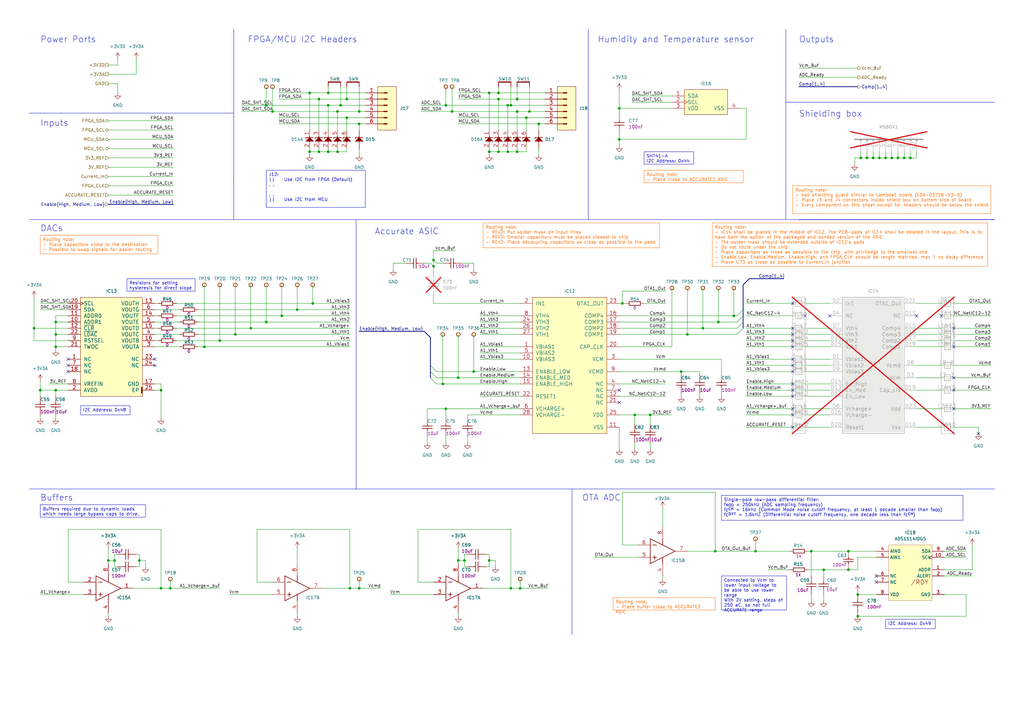
<source format=kicad_sch>
(kicad_sch (version 20240812) (generator "eeschema") (generator_version "8.99")
  (paper "A3")
  (title_block (title "ACCURATE 2 Evaluation Board") (date "2023-10-06") (rev "A") (company "CERN") (comment 1 "CROME") (comment 3 "RP-IL") (comment 6 "Liverud, Consani") (comment 7 "2023-10-06"))
  (lib_symbols
    (symbol "Analog & Interface:ACCURATE_2A_JLCC28" (pin_names (offset 1.27))
      (property "Reference" "IC" (at 15.24 1.27 0))
      (symbol "ACCURATE_2A_JLCC28_0_1"
        (pin input line (at -5.08 -2.54 0) (length 5.08) (name "IN1") (number "2"))
        (pin input line (at -5.08 -7.62 0) (length 5.08) (name "VTH4") (number "8"))
        (pin input line (at -5.08 -10.16 0) (length 5.08) (name "VTH3") (number "24"))
        (pin input line (at -5.08 -12.7 0) (length 5.08) (name "VTH2") (number "26"))
        (pin input line (at -5.08 -15.24 0) (length 5.08) (name "VTH1") (number "27"))
        (pin input line (at -5.08 -20.32 0) (length 5.08) (name "VBIAS1") (number "1"))
        (pin input line (at -5.08 -22.86 0) (length 5.08) (name "VBIAS2") (number "5"))
        (pin input line (at -5.08 -25.4 0) (length 5.08) (name "VBIAS3") (number "10"))
        (pin input line (at -5.08 -30.48 0) (length 5.08) (name "ENABLE_LOW") (number "13"))
        (pin input line (at -5.08 -33.02 0) (length 5.08) (name "ENABLE_MED") (number "14"))
        (pin input line (at -5.08 -35.56 0) (length 5.08) (name "ENABLE_HIGH") (number "15"))
        (pin input line (at -5.08 -40.64 0) (length 5.08) (name "RESET1") (number "22"))
        (pin input line (at -5.08 -45.72 0) (length 5.08) (name "VCHARGE+") (number "6"))
        (pin input line (at -5.08 -48.26 0) (length 5.08) (name "VCHARGE-") (number "28"))
        (pin output line (at 35.56 -2.54 180) (length 5.08) (name "OTA1_OUT") (number "23"))
        (pin output line (at 35.56 -7.62 180) (length 5.08) (name "COMP4") (number "16"))
        (pin output line (at 35.56 -10.16 180) (length 5.08) (name "COMP3") (number "17"))
        (pin output line (at 35.56 -12.7 180) (length 5.08) (name "COMP2") (number "18"))
        (pin output line (at 35.56 -15.24 180) (length 5.08) (name "COMP1") (number "19"))
        (pin input line (at 35.56 -20.32 180) (length 5.08) (name "CAP_CLK") (number "20"))
        (pin input line (at 35.56 -25.4 180) (length 5.08) (name "VCM") (number "3"))
        (pin input line (at 35.56 -30.48 180) (length 5.08) (name "VCMD") (number "9"))
        (pin passive line (at 35.56 -35.56 180) (length 5.08) (name "NC") (number "4"))
        (pin passive line (at 35.56 -38.1 180) (length 5.08) (name "NC") (number "7"))
        (pin passive line (at 35.56 -40.64 180) (length 5.08) (name "NC") (number "12"))
        (pin passive line (at 35.56 -43.18 180) (length 5.08) (name "NC") (number "21"))
        (pin power_in line (at 35.56 -48.26 180) (length 5.08) (name "VDD") (number "25"))
        (pin power_in line (at 35.56 -53.34 180) (length 5.08) (name "VSS") (number "11"))
      )
    )
    (symbol "Analog & Interface:ADS1114"
      (property "Reference" "IC" (at 8.89 1.27 0))
      (property "Value" "${DEVICE}" (at 8.89 -24.13 0))
      (symbol "ADS1114_1_0"
        (text "/RDY" (at 12.7 -15.24 0) (effects (font (size 1.8288 1.8288))))
        (pin input line (at -5.08 -2.54 0) (length 5.08) (name "AIN0") (number "4"))
        (pin input line (at -5.08 -5.08 0) (length 5.08) (name "AIN1") (number "5"))
        (pin passive line (at -5.08 -12.7 0) (length 5.08) (name "NC") (number "6"))
        (pin passive line (at -5.08 -15.24 0) (length 5.08) (name "NC") (number "7"))
        (pin power_in line (at -5.08 -20.32 0) (length 5.08) (name "VDD") (number "8"))
        (pin bidirectional line (at 22.86 -2.54 180) (length 5.08) (name "SDA") (number "9"))
        (pin input clock (at 22.86 -5.08 180) (length 5.08) (name "SCL") (number "10"))
        (pin input line (at 22.86 -10.16 180) (length 5.08) (name "ADDR") (number "1"))
        (pin output line (at 22.86 -12.7 180) (length 5.08) (name "ALERT") (number "2"))
        (pin power_in line (at 22.86 -20.32 180) (length 5.08) (name "GND") (number "3"))
      )
    )
    (symbol "Analog & Interface:DAC7578SRGE" (pin_names (offset 1.27))
      (property "Reference" "IC" (at 12.7 1.27 0))
      (symbol "DAC7578SRGE_0_1"
        (pin input clock (at -5.08 -2.54 0) (length 5.08) (name "SCL") (number "20"))
        (pin input line (at -5.08 -5.08 0) (length 5.08) (name "SDA") (number "19"))
        (pin input line (at -5.08 -7.62 0) (length 5.08) (name "ADDR0") (number "11"))
        (pin input line (at -5.08 -10.16 0) (length 5.08) (name "ADDR1") (number "10"))
        (pin input line (at -5.08 -12.7 0) (length 5.08) (name "~{CLR}") (number "12"))
        (pin input line (at -5.08 -15.24 0) (length 5.08) (name "~{LDAC}") (number "22"))
        (pin input line (at -5.08 -17.78 0) (length 5.08) (name "RSTSEL") (number "9"))
        (pin input line (at -5.08 -20.32 0) (length 5.08) (name "TWOC") (number "21"))
        (pin output line (at -5.08 -25.4 0) (length 5.08) (name "NC") (number "1"))
        (pin passive line (at -5.08 -27.94 0) (length 5.08) (name "NC") (number "7"))
        (pin passive line (at -5.08 -30.48 0) (length 5.08) (name "NC") (number "18"))
        (pin input line (at -5.08 -35.56 0) (length 5.08) (name "VREFIN") (number "8"))
        (pin power_in line (at -5.08 -38.1 0) (length 5.08) (name "AVDD") (number "2"))
        (pin output line (at 30.48 -2.54 180) (length 5.08) (name "VOUTH") (number "13"))
        (pin output line (at 30.48 -5.08 180) (length 5.08) (name "VOUTG") (number "6"))
        (pin output line (at 30.48 -7.62 180) (length 5.08) (name "VOUTF") (number "14"))
        (pin output line (at 30.48 -10.16 180) (length 5.08) (name "VOUTE") (number "5"))
        (pin output line (at 30.48 -12.7 180) (length 5.08) (name "VOUTD") (number "15"))
        (pin output line (at 30.48 -15.24 180) (length 5.08) (name "VOUTC") (number "4"))
        (pin output line (at 30.48 -17.78 180) (length 5.08) (name "VOUTB") (number "16"))
        (pin output line (at 30.48 -20.32 180) (length 5.08) (name "VOUTA") (number "3"))
        (pin passive line (at 30.48 -25.4 180) (length 5.08) (name "NC") (number "23"))
        (pin passive line (at 30.48 -27.94 180) (length 5.08) (name "NC") (number "24"))
        (pin power_in line (at 30.48 -35.56 180) (length 5.08) (name "GND") (number "17"))
        (pin power_in line (at 30.48 -38.1 180) (length 5.08) (name "EP") (number "25"))
      )
    )
    (symbol "Bonding:CERN_aCCURATE2_A_Chip1" (pin_names (offset 1.27))
      (property "Reference" "IC" (at 12.7 3.81 0))
      (symbol "CERN_aCCURATE2_A_Chip1_0_1"
        (pin passive line (at -20.32 -2.54 0) (length 1.27) (name "2") (number "2"))
        (pin passive line (at -20.32 -7.62 0) (length 1.27) (name "4") (number "4"))
        (pin passive line (at -20.32 -12.7 0) (length 1.27) (name "7") (number "7"))
        (pin passive line (at -20.32 -15.24 0) (length 1.27) (name "22") (number "22"))
        (pin passive line (at -20.32 -17.78 0) (length 1.27) (name "24") (number "24"))
        (pin passive line (at -20.32 -20.32 0) (length 1.27) (name "25") (number "25"))
        (pin passive line (at -20.32 -25.4 0) (length 1.27) (name "1") (number "1"))
        (pin passive line (at -20.32 -27.94 0) (length 1.27) (name "5") (number "5"))
        (pin passive line (at -20.32 -30.48 0) (length 1.27) (name "9") (number "9"))
        (pin passive line (at -20.32 -35.56 0) (length 1.27) (name "14") (number "14"))
        (pin passive line (at -20.32 -38.1 0) (length 1.27) (name "13") (number "13"))
        (pin passive line (at -20.32 -40.64 0) (length 1.27) (name "12") (number "12"))
        (pin passive line (at -20.32 -45.72 0) (length 1.27) (name "6") (number "6"))
        (pin passive line (at -20.32 -48.26 0) (length 1.27) (name "26") (number "26"))
        (pin passive line (at -20.32 -53.34 0) (length 1.27) (name "20") (number "20"))
        (pin passive line (at -15.24 -2.54 180) (length 1.27) (name "L2") (number "L2"))
        (pin passive line (at -15.24 -7.62 180) (length 1.27) (name "L4") (number "L4"))
        (pin passive line (at -15.24 -12.7 180) (length 1.27) (name "L7") (number "L7"))
        (pin passive line (at -15.24 -15.24 180) (length 1.27) (name "L22") (number "L22"))
        (pin passive line (at -15.24 -17.78 180) (length 1.27) (name "L24") (number "L24"))
        (pin passive line (at -15.24 -20.32 180) (length 1.27) (name "L25") (number "L25"))
        (pin passive line (at -15.24 -25.4 180) (length 1.27) (name "L1") (number "L1"))
        (pin passive line (at -15.24 -27.94 180) (length 1.27) (name "L5") (number "L5"))
        (pin passive line (at -15.24 -30.48 180) (length 1.27) (name "L9") (number "L9"))
        (pin passive line (at -15.24 -35.56 180) (length 1.27) (name "L14") (number "L14"))
        (pin passive line (at -15.24 -38.1 180) (length 1.27) (name "L13") (number "L13"))
        (pin passive line (at -15.24 -40.64 180) (length 1.27) (name "L12") (number "L12"))
        (pin passive line (at -15.24 -45.72 180) (length 1.27) (name "L6") (number "L6"))
        (pin passive line (at -15.24 -48.26 180) (length 1.27) (name "L26") (number "L26"))
        (pin passive line (at -15.24 -53.34 180) (length 1.27) (name "L20") (number "L20"))
        (pin input line (at -5.08 -2.54 0) (length 5.08) (name "In1") (number "D2"))
        (pin input line (at -5.08 -7.62 0) (length 5.08) (name "NC") (number "D4"))
        (pin input line (at -5.08 -12.7 0) (length 5.08) (name "Vth4") (number "D7"))
        (pin input line (at -5.08 -15.24 0) (length 5.08) (name "Vth3") (number "D22"))
        (pin input line (at -5.08 -17.78 0) (length 5.08) (name "Vth2") (number "D24"))
        (pin input line (at -5.08 -20.32 0) (length 5.08) (name "Vth1") (number "D25"))
        (pin input line (at -5.08 -25.4 0) (length 5.08) (name "Vbias1") (number "D1"))
        (pin input line (at -5.08 -27.94 0) (length 5.08) (name "Vbias2") (number "D5"))
        (pin input line (at -5.08 -30.48 0) (length 5.08) (name "Vbias3") (number "D9"))
        (pin output line (at -5.08 -35.56 0) (length 5.08) (name "En_High") (number "D14"))
        (pin output line (at -5.08 -38.1 0) (length 5.08) (name "En_Med") (number "D13"))
        (pin input line (at -5.08 -40.64 0) (length 5.08) (name "En_Low") (number "D12"))
        (pin input line (at -5.08 -45.72 0) (length 5.08) (name "Vcharge+") (number "D6"))
        (pin input line (at -5.08 -48.26 0) (length 5.08) (name "Vcharge-") (number "D26"))
        (pin input line (at -5.08 -53.34 0) (length 5.08) (name "Reset1") (number "D20"))
        (pin output line (at 30.48 -2.54 180) (length 5.08) (name "OTA1_Out") (number "D21"))
        (pin output line (at 30.48 -7.62 180) (length 5.08) (name "NC") (number "D11"))
        (pin output line (at 30.48 -12.7 180) (length 5.08) (name "Comp4") (number "D15"))
        (pin output line (at 30.48 -15.24 180) (length 5.08) (name "Comp3") (number "D16"))
        (pin output line (at 30.48 -17.78 180) (length 5.08) (name "Comp2") (number "D17"))
        (pin output line (at 30.48 -20.32 180) (length 5.08) (name "Comp1") (number "D18"))
        (pin input line (at 30.48 -27.94 180) (length 5.08) (name "Vcmd") (number "D8"))
        (pin power_in line (at 30.48 -33.02 180) (length 5.08) (name "Vcm") (number "D3"))
        (pin output line (at 30.48 -38.1 180) (length 5.08) (name "Cap_clk") (number "D19"))
        (pin power_in line (at 30.48 -45.72 180) (length 5.08) (name "Vdd") (number "D23"))
        (pin power_in line (at 30.48 -53.34 180) (length 5.08) (name "Vss") (number "D10"))
        (pin passive line (at 40.64 -2.54 0) (length 1.27) (name "L21") (number "L21"))
        (pin passive line (at 40.64 -7.62 0) (length 1.27) (name "L11") (number "L11"))
        (pin passive line (at 40.64 -12.7 0) (length 1.27) (name "L15") (number "L15"))
        (pin passive line (at 40.64 -15.24 0) (length 1.27) (name "L16") (number "L16"))
        (pin passive line (at 40.64 -17.78 0) (length 1.27) (name "L17") (number "L17"))
        (pin passive line (at 40.64 -20.32 0) (length 1.27) (name "L18") (number "L18"))
        (pin passive line (at 40.64 -27.94 0) (length 1.27) (name "L8") (number "L8"))
        (pin passive line (at 40.64 -33.02 0) (length 1.27) (name "L3") (number "L3"))
        (pin passive line (at 40.64 -38.1 0) (length 1.27) (name "L19") (number "L19"))
        (pin passive line (at 40.64 -45.72 0) (length 1.27) (name "L23") (number "L23"))
        (pin passive line (at 40.64 -53.34 0) (length 1.27) (name "L10") (number "L10"))
        (pin passive line (at 45.72 -2.54 180) (length 1.27) (name "21") (number "21"))
        (pin passive line (at 45.72 -7.62 180) (length 1.27) (name "11") (number "11"))
        (pin passive line (at 45.72 -12.7 180) (length 1.27) (name "15") (number "15"))
        (pin passive line (at 45.72 -15.24 180) (length 1.27) (name "16") (number "16"))
        (pin passive line (at 45.72 -17.78 180) (length 1.27) (name "17") (number "17"))
        (pin passive line (at 45.72 -20.32 180) (length 1.27) (name "18") (number "18"))
        (pin passive line (at 45.72 -27.94 180) (length 1.27) (name "8") (number "8"))
        (pin passive line (at 45.72 -33.02 180) (length 1.27) (name "3") (number "3"))
        (pin passive line (at 45.72 -38.1 180) (length 1.27) (name "19") (number "19"))
        (pin passive line (at 45.72 -45.72 180) (length 1.27) (name "23") (number "23"))
        (pin passive line (at 45.72 -53.34 180) (length 1.27) (name "10") (number "10"))
      )
      (symbol "CERN_aCCURATE2_A_Chip1_0_2"
        (pin passive line (at -20.32 -2.54 0) (length 1.27) (name "2") (number "2"))
        (pin passive line (at -20.32 -7.62 0) (length 1.27) (name "4") (number "4"))
        (pin passive line (at -20.32 -12.7 0) (length 1.27) (name "6") (number "6"))
        (pin passive line (at -20.32 -15.24 0) (length 1.27) (name "26") (number "26"))
        (pin passive line (at -20.32 -17.78 0) (length 1.27) (name "8") (number "8"))
        (pin passive line (at -20.32 -20.32 0) (length 1.27) (name "7") (number "7"))
        (pin passive line (at -20.32 -22.86 0) (length 1.27) (name "22") (number "22"))
        (pin passive line (at -20.32 -25.4 0) (length 1.27) (name "24") (number "24"))
        (pin passive line (at -20.32 -27.94 0) (length 1.27) (name "25") (number "25"))
        (pin passive line (at -20.32 -33.02 0) (length 1.27) (name "1") (number "1"))
        (pin passive line (at -20.32 -35.56 0) (length 1.27) (name "5") (number "5"))
        (pin passive line (at -20.32 -38.1 0) (length 1.27) (name "9") (number "9"))
        (pin passive line (at -20.32 -43.18 0) (length 1.27) (name "20") (number "20"))
        (pin passive line (at -20.32 -45.72 0) (length 1.27) (name "12") (number "12"))
        (pin passive line (at -15.24 -2.54 180) (length 1.27) (name "L2") (number "L2"))
        (pin passive line (at -15.24 -7.62 180) (length 1.27) (name "L4") (number "L4"))
        (pin passive line (at -15.24 -12.7 180) (length 1.27) (name "L6") (number "L6"))
        (pin passive line (at -15.24 -15.24 180) (length 1.27) (name "L26") (number "L26"))
        (pin passive line (at -15.24 -17.78 180) (length 1.27) (name "L8") (number "L8"))
        (pin passive line (at -15.24 -20.32 180) (length 1.27) (name "L7") (number "L7"))
        (pin passive line (at -15.24 -22.86 180) (length 1.27) (name "L22") (number "L22"))
        (pin passive line (at -15.24 -25.4 180) (length 1.27) (name "L24") (number "L24"))
        (pin passive line (at -15.24 -27.94 180) (length 1.27) (name "L25") (number "L25"))
        (pin passive line (at -15.24 -33.02 180) (length 1.27) (name "L1") (number "L1"))
        (pin passive line (at -15.24 -35.56 180) (length 1.27) (name "L5") (number "L5"))
        (pin passive line (at -15.24 -38.1 180) (length 1.27) (name "L9") (number "L9"))
        (pin passive line (at -15.24 -43.18 180) (length 1.27) (name "L20") (number "L20"))
        (pin passive line (at -15.24 -45.72 180) (length 1.27) (name "L12") (number "L12"))
        (pin input line (at -5.08 -2.54 0) (length 5.08) (name "In1") (number "D2"))
        (pin input line (at -5.08 -7.62 0) (length 5.08) (name "NC") (number "D4"))
        (pin input line (at -5.08 -12.7 0) (length 5.08) (name "Vcharge+") (number "D6"))
        (pin input line (at -5.08 -15.24 0) (length 5.08) (name "Vcharge-") (number "D26"))
        (pin input line (at -5.08 -17.78 0) (length 5.08) (name "Vcmd") (number "D8"))
        (pin input line (at -5.08 -20.32 0) (length 5.08) (name "Vth4") (number "D7"))
        (pin input line (at -5.08 -22.86 0) (length 5.08) (name "Vth3") (number "D22"))
        (pin input line (at -5.08 -25.4 0) (length 5.08) (name "Vth2") (number "D24"))
        (pin input line (at -5.08 -27.94 0) (length 5.08) (name "Vth1") (number "D25"))
        (pin input line (at -5.08 -33.02 0) (length 5.08) (name "Vbias1") (number "D1"))
        (pin input line (at -5.08 -35.56 0) (length 5.08) (name "Vbias2") (number "D5"))
        (pin input line (at -5.08 -38.1 0) (length 5.08) (name "Vbias3") (number "D9"))
        (pin input line (at -5.08 -43.18 0) (length 5.08) (name "Reset1") (number "D20"))
        (pin input line (at -5.08 -45.72 0) (length 5.08) (name "En_Low") (number "D12"))
        (pin output line (at 30.48 -2.54 180) (length 5.08) (name "OTA1_Out") (number "D21"))
        (pin output line (at 30.48 -7.62 180) (length 5.08) (name "NC") (number "D11"))
        (pin output line (at 30.48 -12.7 180) (length 5.08) (name "Cap_clk") (number "D19"))
        (pin output line (at 30.48 -15.24 180) (length 5.08) (name "En_Med") (number "D13"))
        (pin output line (at 30.48 -17.78 180) (length 5.08) (name "En_High") (number "D14"))
        (pin output line (at 30.48 -20.32 180) (length 5.08) (name "Comp4") (number "D15"))
        (pin output line (at 30.48 -22.86 180) (length 5.08) (name "Comp3") (number "D16"))
        (pin output line (at 30.48 -25.4 180) (length 5.08) (name "Comp2") (number "D17"))
        (pin output line (at 30.48 -27.94 180) (length 5.08) (name "Comp1") (number "D18"))
        (pin power_in line (at 30.48 -35.56 180) (length 5.08) (name "Vcm") (number "D3"))
        (pin power_in line (at 30.48 -40.64 180) (length 5.08) (name "Vdd") (number "D23"))
        (pin power_in line (at 30.48 -45.72 180) (length 5.08) (name "Vss") (number "D10"))
        (pin passive line (at 40.64 -2.54 0) (length 1.27) (name "L21") (number "L21"))
        (pin passive line (at 40.64 -7.62 0) (length 1.27) (name "L11") (number "L11"))
        (pin passive line (at 40.64 -12.7 0) (length 1.27) (name "L19") (number "L19"))
        (pin passive line (at 40.64 -15.24 0) (length 1.27) (name "L13") (number "L13"))
        (pin passive line (at 40.64 -17.78 0) (length 1.27) (name "L14") (number "L14"))
        (pin passive line (at 40.64 -20.32 0) (length 1.27) (name "L15") (number "L15"))
        (pin passive line (at 40.64 -22.86 0) (length 1.27) (name "L16") (number "L16"))
        (pin passive line (at 40.64 -25.4 0) (length 1.27) (name "L17") (number "L17"))
        (pin passive line (at 40.64 -27.94 0) (length 1.27) (name "L18") (number "L18"))
        (pin passive line (at 40.64 -35.56 0) (length 1.27) (name "L3") (number "L3"))
        (pin passive line (at 40.64 -40.64 0) (length 1.27) (name "L23") (number "L23"))
        (pin passive line (at 40.64 -45.72 0) (length 1.27) (name "L10") (number "L10"))
        (pin passive line (at 45.72 -2.54 180) (length 1.27) (name "21") (number "21"))
        (pin passive line (at 45.72 -7.62 180) (length 1.27) (name "11") (number "11"))
        (pin passive line (at 45.72 -12.7 180) (length 1.27) (name "19") (number "19"))
        (pin passive line (at 45.72 -15.24 180) (length 1.27) (name "13") (number "13"))
        (pin passive line (at 45.72 -17.78 180) (length 1.27) (name "14") (number "14"))
        (pin passive line (at 45.72 -20.32 180) (length 1.27) (name "15") (number "15"))
        (pin passive line (at 45.72 -22.86 180) (length 1.27) (name "16") (number "16"))
        (pin passive line (at 45.72 -25.4 180) (length 1.27) (name "17") (number "17"))
        (pin passive line (at 45.72 -27.94 180) (length 1.27) (name "18") (number "18"))
        (pin passive line (at 45.72 -35.56 180) (length 1.27) (name "3") (number "3"))
        (pin passive line (at 45.72 -40.64 180) (length 1.27) (name "23") (number "23"))
        (pin passive line (at 45.72 -45.72 180) (length 1.27) (name "10") (number "10"))
      )
    )
    (symbol "Capacitors SMD:CC0603_100NF_50V_10%_X7R" (pin_names (offset 1.27))
      (property "Reference" "C" (at 3.81 3.048 0))
      (property "Val" "100nF" (at 3.81 -3.048 0))
      (symbol "CC0603_100NF_50V_10%_X7R_0_1"
        (pin passive line (at 0 0 0) (length 2.54) (name "1") (number "1"))
        (pin passive line (at 7.62 0 180) (length 2.54) (name "2") (number "2"))
      )
    )
    (symbol "Capacitors SMD:CC0603_10UF_25V_20%_X5R" (pin_names (offset 1.27))
      (property "Reference" "C" (at 3.81 3.048 0))
      (property "Val" "10uF" (at 3.81 -3.048 0))
      (symbol "CC0603_10UF_25V_20%_X5R_0_1"
        (pin passive line (at 0 0 0) (length 2.54) (name "1") (number "1"))
        (pin passive line (at 7.62 0 180) (length 2.54) (name "2") (number "2"))
      )
    )
    (symbol "Capacitors SMD:CC1206_100NF_50V_10%_X7R" (pin_names (offset 1.27))
      (property "Reference" "C" (at 3.81 3.048 0))
      (property "Val" "100nF" (at 3.81 -3.048 0))
      (symbol "CC1206_100NF_50V_10%_X7R_0_1"
        (pin passive line (at 0 0 0) (length 2.54) (name "1") (number "1"))
        (pin passive line (at 7.62 0 180) (length 2.54) (name "2") (number "2"))
      )
    )
    (symbol "Diodes:PESD3V3L5UY" (pin_names (offset 1.27))
      (property "Reference" "D" (at 3.81 2.54 0))
      (symbol "PESD3V3L5UY_0_1"
        (pin passive line (at 0 0 0) (length 2.54) (name "A") (number "2"))
      )
      (symbol "PESD3V3L5UY_1_1"
        (pin passive line (at 7.62 0 180) (length 2.54) (name "C") (number "1"))
      )
      (symbol "PESD3V3L5UY_2_1"
        (pin passive line (at 7.62 0 180) (length 2.54) (name "C") (number "3"))
      )
      (symbol "PESD3V3L5UY_3_1"
        (pin passive line (at 7.62 0 180) (length 2.54) (name "C") (number "4"))
      )
      (symbol "PESD3V3L5UY_4_1"
        (pin passive line (at 7.62 0 180) (length 2.54) (name "C") (number "5"))
      )
      (symbol "PESD3V3L5UY_5_1"
        (pin passive line (at 7.62 0 180) (length 2.54) (name "C") (number "6"))
      )
    )
    (symbol "Diodes:PESD3V3S1UB" (pin_names (offset 1.27))
      (property "Reference" "D" (at 3.81 2.54 0))
      (symbol "PESD3V3S1UB_0_1"
        (pin passive line (at 0 0 0) (length 2.54) (name "A") (number "2"))
        (pin passive line (at 7.62 0 180) (length 2.54) (name "C") (number "1"))
      )
    )
    (symbol "HARWIN:HARWIN_S1751-46" (pin_names (offset 1.27))
      (property "Reference" "TP" (at -1.27 0 0))
      (symbol "HARWIN_S1751-46_0_1"
        (pin bidirectional line (at 0 0 180) (length 0) (name "1") (number "1"))
      )
    )
    (symbol "HARWIN_S1751-46_1" (pin_names (offset 1.27))
      (property "Reference" "TP" (at -1.27 0 0))
      (symbol "HARWIN_S1751-46_1_0_1"
        (pin bidirectional line (at 0 0 180) (length 0) (name "1") (number "1"))
      )
    )
    (symbol "HARWIN_S1751-46_10" (pin_names (offset 1.27))
      (property "Reference" "TP" (at -1.27 0 0))
      (symbol "HARWIN_S1751-46_10_0_1"
        (pin bidirectional line (at 0 0 180) (length 0) (name "1") (number "1"))
      )
    )
    (symbol "HARWIN_S1751-46_11" (pin_names (offset 1.27))
      (property "Reference" "TP" (at -1.27 0 0))
      (symbol "HARWIN_S1751-46_11_0_1"
        (pin bidirectional line (at 0 0 180) (length 0) (name "1") (number "1"))
      )
    )
    (symbol "HARWIN_S1751-46_12" (pin_names (offset 1.27))
      (property "Reference" "TP" (at -1.27 0 0))
      (symbol "HARWIN_S1751-46_12_0_1"
        (pin bidirectional line (at 0 0 180) (length 0) (name "1") (number "1"))
      )
    )
    (symbol "HARWIN_S1751-46_13" (pin_names (offset 1.27))
      (property "Reference" "TP" (at -1.27 0 0))
      (symbol "HARWIN_S1751-46_13_0_1"
        (pin bidirectional line (at 0 0 180) (length 0) (name "1") (number "1"))
      )
    )
    (symbol "HARWIN_S1751-46_14" (pin_names (offset 1.27))
      (property "Reference" "TP" (at -1.27 0 0))
      (symbol "HARWIN_S1751-46_14_0_1"
        (pin bidirectional line (at 0 0 180) (length 0) (name "1") (number "1"))
      )
    )
    (symbol "HARWIN_S1751-46_15" (pin_names (offset 1.27))
      (property "Reference" "TP" (at -1.27 0 0))
      (symbol "HARWIN_S1751-46_15_0_1"
        (pin bidirectional line (at 0 0 180) (length 0) (name "1") (number "1"))
      )
    )
    (symbol "HARWIN_S1751-46_16" (pin_names (offset 1.27))
      (property "Reference" "TP" (at -1.27 0 0))
      (symbol "HARWIN_S1751-46_16_0_1"
        (pin bidirectional line (at 0 0 180) (length 0) (name "1") (number "1"))
      )
    )
    (symbol "HARWIN_S1751-46_17" (pin_names (offset 1.27))
      (property "Reference" "TP" (at -1.27 0 0))
      (symbol "HARWIN_S1751-46_17_0_1"
        (pin bidirectional line (at 0 0 180) (length 0) (name "1") (number "1"))
      )
    )
    (symbol "HARWIN_S1751-46_18" (pin_names (offset 1.27))
      (property "Reference" "TP" (at -1.27 0 0))
      (symbol "HARWIN_S1751-46_18_0_1"
        (pin bidirectional line (at 0 0 180) (length 0) (name "1") (number "1"))
      )
    )
    (symbol "HARWIN_S1751-46_19" (pin_names (offset 1.27))
      (property "Reference" "TP" (at -1.27 0 0))
      (symbol "HARWIN_S1751-46_19_0_1"
        (pin bidirectional line (at 0 0 180) (length 0) (name "1") (number "1"))
      )
    )
    (symbol "HARWIN_S1751-46_2" (pin_names (offset 1.27))
      (property "Reference" "TP" (at -1.27 0 0))
      (symbol "HARWIN_S1751-46_2_0_1"
        (pin bidirectional line (at 0 0 180) (length 0) (name "1") (number "1"))
      )
    )
    (symbol "HARWIN_S1751-46_3" (pin_names (offset 1.27))
      (property "Reference" "TP" (at -1.27 0 0))
      (symbol "HARWIN_S1751-46_3_0_1"
        (pin bidirectional line (at 0 0 180) (length 0) (name "1") (number "1"))
      )
    )
    (symbol "HARWIN_S1751-46_4" (pin_names (offset 1.27))
      (property "Reference" "TP" (at -1.27 0 0))
      (symbol "HARWIN_S1751-46_4_0_1"
        (pin bidirectional line (at 0 0 180) (length 0) (name "1") (number "1"))
      )
    )
    (symbol "HARWIN_S1751-46_5" (pin_names (offset 1.27))
      (property "Reference" "TP" (at -1.27 0 0))
      (symbol "HARWIN_S1751-46_5_0_1"
        (pin bidirectional line (at 0 0 180) (length 0) (name "1") (number "1"))
      )
    )
    (symbol "HARWIN_S1751-46_6" (pin_names (offset 1.27))
      (property "Reference" "TP" (at -1.27 0 0))
      (symbol "HARWIN_S1751-46_6_0_1"
        (pin bidirectional line (at 0 0 180) (length 0) (name "1") (number "1"))
      )
    )
    (symbol "HARWIN_S1751-46_7" (pin_names (offset 1.27))
      (property "Reference" "TP" (at -1.27 0 0))
      (symbol "HARWIN_S1751-46_7_0_1"
        (pin bidirectional line (at 0 0 180) (length 0) (name "1") (number "1"))
      )
    )
    (symbol "HARWIN_S1751-46_8" (pin_names (offset 1.27))
      (property "Reference" "TP" (at -1.27 0 0))
      (symbol "HARWIN_S1751-46_8_0_1"
        (pin bidirectional line (at 0 0 180) (length 0) (name "1") (number "1"))
      )
    )
    (symbol "HARWIN_S1751-46_9" (pin_names (offset 1.27))
      (property "Reference" "TP" (at -1.27 0 0))
      (symbol "HARWIN_S1751-46_9_0_1"
        (pin bidirectional line (at 0 0 180) (length 0) (name "1") (number "1"))
      )
    )
    (symbol "Metal Screening Box:MSBOX_PERANCEA_PFL2T" (pin_names (offset 1.27))
      (property "Reference" "MSBOX" (at 13.97 3.81 0))
      (property "Comment" " " (at 13.97 2.032 0))
      (symbol "MSBOX_PERANCEA_PFL2T_0_1"
        (pin passive line (at 2.54 -5.08 90) (length 5.08) (name "1") (number "1"))
        (pin passive line (at 5.08 -5.08 90) (length 5.08) (name "2") (number "2"))
        (pin passive line (at 7.62 -5.08 90) (length 5.08) (name "3") (number "3"))
        (pin passive line (at 10.16 -5.08 90) (length 5.08) (name "4") (number "4"))
        (pin passive line (at 12.7 -5.08 90) (length 5.08) (name "5") (number "5"))
        (pin passive line (at 15.24 -5.08 90) (length 5.08) (name "6") (number "6"))
        (pin passive line (at 17.78 -5.08 90) (length 5.08) (name "7") (number "7"))
        (pin passive line (at 20.32 -5.08 90) (length 5.08) (name "8") (number "8"))
        (pin passive line (at 22.86 -5.08 90) (length 5.08) (name "9") (number "9"))
        (pin passive line (at 25.4 -5.08 90) (length 5.08) (name "10") (number "10"))
      )
    )
    (symbol "Operational Amplifiers:LM8272MMX" (pin_names (offset 1.27))
      (property "Reference" "IC" (at 8.89 -1.27 0))
      (symbol "LM8272MMX_0_1"
        (pin power_in line (at 5.08 5.08 270) (length 5.08) (name "V+") (number "8"))
        (pin power_in line (at 5.08 -15.24 90) (length 5.08) (name "V-") (number "4"))
      )
      (symbol "LM8272MMX_0_2"
        (pin power_in line (at 5.08 5.08 270) (length 5.08) (name "V+") (number "8"))
        (pin power_in line (at 5.08 -15.24 90) (length 5.08) (name "V-") (number "4"))
      )
      (symbol "LM8272MMX_1_1"
        (text "V+" (at 5.08 -1.27 900) (effects (font (size 1.016 1.016)) (justify left bottom)))
        (text "V-" (at 5.08 -8.89 900) (effects (font (size 1.016 1.016)) (justify right bottom)))
        (pin input line (at -5.08 -2.54 0) (length 5.08) (name "IN-") (number "2"))
        (pin input line (at -5.08 -7.62 0) (length 5.08) (name "IN+") (number "3"))
        (pin output line (at 15.24 -5.08 180) (length 5.08) (name "OUT") (number "1"))
      )
      (symbol "LM8272MMX_1_2"
        (text "V+" (at 5.08 -1.27 900) (effects (font (size 1.016 1.016)) (justify left bottom)))
        (text "V-" (at 5.08 -8.89 900) (effects (font (size 1.016 1.016)) (justify right bottom)))
        (pin input line (at -5.08 -2.54 0) (length 5.08) (name "IN+") (number "3"))
        (pin input line (at -5.08 -7.62 0) (length 5.08) (name "IN-") (number "2"))
        (pin output line (at 15.24 -5.08 180) (length 5.08) (name "OUT") (number "1"))
      )
      (symbol "LM8272MMX_2_1"
        (text "V+" (at 5.08 -1.27 900) (effects (font (size 1.016 1.016)) (justify left bottom)))
        (text "V-" (at 5.08 -8.89 900) (effects (font (size 1.016 1.016)) (justify right bottom)))
        (pin input line (at -5.08 -2.54 0) (length 5.08) (name "IN-") (number "6"))
        (pin input line (at -5.08 -7.62 0) (length 5.08) (name "IN+") (number "5"))
        (pin output line (at 15.24 -5.08 180) (length 5.08) (name "OUT") (number "7"))
      )
      (symbol "LM8272MMX_2_2"
        (text "V+" (at 5.08 -1.27 900) (effects (font (size 1.016 1.016)) (justify left bottom)))
        (text "V-" (at 5.08 -8.89 900) (effects (font (size 1.016 1.016)) (justify right bottom)))
        (pin input line (at -5.08 -2.54 0) (length 5.08) (name "IN+") (number "5"))
        (pin input line (at -5.08 -7.62 0) (length 5.08) (name "IN-") (number "6"))
        (pin output line (at 15.24 -5.08 180) (length 5.08) (name "OUT") (number "7"))
      )
    )
    (symbol "Resistors SMD:R0603_0R_JUMPER" (pin_names (offset 1.27))
      (property "Reference" "R" (at 3.81 1.778 0))
      (property "Val" "0" (at 3.81 -1.778 0))
      (symbol "R0603_0R_JUMPER_0_1"
        (pin passive line (at 0 0 0) (length 1.524) (name "1") (number "1"))
        (pin passive line (at 7.62 0 180) (length 1.524) (name "2") (number "2"))
      )
    )
    (symbol "Resistors SMD:R0603_1K_1%_0.1W_100PPM" (pin_names (offset 1.27))
      (property "Reference" "R" (at 3.81 1.778 0))
      (property "Tolerance" "±1%" (at 3.81 0 0))
      (property "Val" "1k" (at 3.81 -1.778 0))
      (symbol "R0603_1K_1%_0.1W_100PPM_0_1"
        (pin passive line (at 0 0 0) (length 1.524) (name "1") (number "1"))
        (pin passive line (at 7.62 0 180) (length 1.524) (name "2") (number "2"))
      )
    )
    (symbol "SAMTEC:SAMTEC_HTSW-103-23-L-D" (pin_names (offset 1.27))
      (property "Reference" "J" (at 3.81 1.27 0))
      (symbol "SAMTEC_HTSW-103-23-L-D_0_1"
        (pin bidirectional line (at -5.08 -2.54 0) (length 5.08) (name "1") (number "1"))
        (pin bidirectional line (at -5.08 -5.08 0) (length 5.08) (name "2") (number "2"))
        (pin bidirectional line (at -5.08 -7.62 0) (length 5.08) (name "3") (number "3"))
        (pin bidirectional line (at -5.08 -10.16 0) (length 5.08) (name "4") (number "4"))
        (pin bidirectional line (at -5.08 -12.7 0) (length 5.08) (name "5") (number "5"))
        (pin bidirectional line (at -5.08 -15.24 0) (length 5.08) (name "6") (number "6"))
      )
      (symbol "SAMTEC_HTSW-103-23-L-D_0_2"
        (pin bidirectional line (at -5.08 -2.54 0) (length 5.08) (name "1") (number "1"))
        (pin bidirectional line (at -5.08 -5.08 0) (length 5.08) (name "3") (number "3"))
        (pin bidirectional line (at -5.08 -7.62 0) (length 5.08) (name "5") (number "5"))
        (pin bidirectional line (at 12.7 -2.54 180) (length 5.08) (name "2") (number "2"))
        (pin bidirectional line (at 12.7 -5.08 180) (length 5.08) (name "4") (number "4"))
        (pin bidirectional line (at 12.7 -7.62 180) (length 5.08) (name "6") (number "6"))
      )
    )
    (symbol "SAMTEC_HTSW-103-23-L-D_1" (pin_names (offset 1.27))
      (property "Reference" "J" (at 3.81 1.27 0))
      (symbol "SAMTEC_HTSW-103-23-L-D_1_0_1"
        (pin bidirectional line (at -5.08 -2.54 0) (length 5.08) (name "1") (number "1"))
        (pin bidirectional line (at -5.08 -5.08 0) (length 5.08) (name "2") (number "2"))
        (pin bidirectional line (at -5.08 -7.62 0) (length 5.08) (name "3") (number "3"))
        (pin bidirectional line (at -5.08 -10.16 0) (length 5.08) (name "4") (number "4"))
        (pin bidirectional line (at -5.08 -12.7 0) (length 5.08) (name "5") (number "5"))
        (pin bidirectional line (at -5.08 -15.24 0) (length 5.08) (name "6") (number "6"))
      )
      (symbol "SAMTEC_HTSW-103-23-L-D_1_0_2"
        (pin bidirectional line (at -5.08 -2.54 0) (length 5.08) (name "1") (number "1"))
        (pin bidirectional line (at -5.08 -5.08 0) (length 5.08) (name "3") (number "3"))
        (pin bidirectional line (at -5.08 -7.62 0) (length 5.08) (name "5") (number "5"))
        (pin bidirectional line (at 12.7 -2.54 180) (length 5.08) (name "2") (number "2"))
        (pin bidirectional line (at 12.7 -5.08 180) (length 5.08) (name "4") (number "4"))
        (pin bidirectional line (at 12.7 -7.62 180) (length 5.08) (name "6") (number "6"))
      )
    )
    (symbol "STELVIO-KONTEK COMATEL:STELVIO-KONTEK_3131730000400" (pin_names (offset 1.27))
      (property "Reference" "SW" (at 2.54 3.175 0))
      (symbol "STELVIO-KONTEK_3131730000400_0_1"
        (pin bidirectional line (at 0 0 90) (length 1.27) (name "1") (number "1"))
      )
      (symbol "STELVIO-KONTEK_3131730000400_0_2"
        (pin bidirectional line (at 0 0 90) (length 1.27) (name "1") (number "1"))
      )
    )
    (symbol "STELVIO-KONTEK_3131730000400_1" (pin_names (offset 1.27))
      (property "Reference" "SW" (at 2.54 3.175 0))
      (symbol "STELVIO-KONTEK_3131730000400_1_0_1"
        (pin bidirectional line (at 0 0 90) (length 1.27) (name "1") (number "1"))
      )
      (symbol "STELVIO-KONTEK_3131730000400_1_0_2"
        (pin bidirectional line (at 0 0 90) (length 1.27) (name "1") (number "1"))
      )
    )
    (symbol "STELVIO-KONTEK_3131730000400_2" (pin_names (offset 1.27))
      (property "Reference" "SW" (at 2.54 3.175 0))
      (symbol "STELVIO-KONTEK_3131730000400_2_0_1"
        (pin bidirectional line (at 0 0 90) (length 1.27) (name "1") (number "1"))
      )
      (symbol "STELVIO-KONTEK_3131730000400_2_0_2"
        (pin bidirectional line (at 0 0 90) (length 1.27) (name "1") (number "1"))
      )
    )
    (symbol "STELVIO-KONTEK_3131730000400_3" (pin_names (offset 1.27))
      (property "Reference" "SW" (at 2.54 3.175 0))
      (symbol "STELVIO-KONTEK_3131730000400_3_0_1"
        (pin bidirectional line (at 0 0 90) (length 1.27) (name "1") (number "1"))
      )
      (symbol "STELVIO-KONTEK_3131730000400_3_0_2"
        (pin bidirectional line (at 0 0 90) (length 1.27) (name "1") (number "1"))
      )
    )
    (symbol "Sensors:SHT41-AD1B" (pin_names (offset 1.27))
      (property "Reference" "IC" (at 8.89 1.27 0))
      (symbol "SHT41-AD1B_0_1"
        (text "°C" (at 12.7 -2.54 0) (effects (font (size 1.27 1.27))))
        (text "%RH" (at 12.7 -5.08 0) (effects (font (size 1.27 1.27))))
        (pin bidirectional line (at -5.08 -2.54 0) (length 5.08) (name "SDA") (number "1"))
        (pin input clock (at -5.08 -5.08 0) (length 5.08) (name "SCL") (number "2"))
        (pin power_in line (at -5.08 -7.62 0) (length 5.08) (name "VDD") (number "3"))
        (pin power_in line (at 22.86 -7.62 180) (length 5.08) (name "VSS") (number "4"))
      )
    )
    (symbol "power:GND" (power) (pin_names (offset 0))
      (property "Value" "GND" (at 0 -3.81 0))
      (symbol "GND_1_1"
        (pin power_in line (at 0 0 270) (length 0) hide (name "GND") (number "1"))
      )
    )
    (symbol "symbol_lib:+3V3A" (power) (pin_names (offset 0))
      (property "Value" "+3V3A" (at 0 3.556 0))
      (symbol "+3V3A_1_1"
        (pin power_in line (at 0 0 90) (length 0) hide (name "+3V3A") (number "1"))
      )
    )
    (symbol "symbol_lib:+3V3D" (power) (pin_names (offset 0))
      (property "Value" "+3V3D" (at 0 3.556 0))
      (symbol "+3V3D_1_1"
        (pin power_in line (at 0 0 90) (length 0) hide (name "+3V3D") (number "1"))
      )
    )
  )
  (text "Outputs" (at 327.66 17.78 0) (effects (font (size 2.5 2.5)) (justify left bottom)))
  (text "OTA ADC" (at 238.76 205.74 0) (effects (font (size 2.5 2.5)) (justify left bottom)))
  (text "Accurate ASIC" (at 153.67 96.52 0) (effects (font (size 2.5 2.5)) (justify left bottom)))
  (text "FPGA/MCU I2C Headers" (at 101.6 17.78 0) (effects (font (size 2.5 2.5)) (justify left bottom)))
  (text "DACs" (at 16.51 95.25 0) (effects (font (size 2.5 2.5)) (justify left bottom)))
  (text "Humidity and Temperature sensor" (at 245.11 17.78 0) (effects (font (size 2.5 2.5)) (justify left bottom)))
  (text "Inputs" (at 16.51 52.07 0) (effects (font (size 2.5 2.5)) (justify left bottom)))
  (text "Buffers" (at 16.51 205.74 0) (effects (font (size 2.5 2.5)) (justify left bottom)))
  (text "Shielding box" (at 327.66 48.26 0) (effects (font (size 2.5 2.5)) (justify left bottom)))
  (text "Power Ports" (at 16.51 17.78 0) (effects (font (size 2.5 2.5)) (justify left bottom)))
  (text_box "I2C Address: 0x48" (at 33.02 166.37 0) (size 20.32 3.81) (margins 0.9525 0.9525 0.9525 0.9525) (effects (font (size 1.27 1.27)) (justify left top)))
  (text_box "Buffers required due to dynamic loads which needs large bypass caps to drive.\n" (at 16.51 207.01 0) (size 43.18 5.08) (margins 0.9525 0.9525 0.9525 0.9525) (effects (font (size 1.27 1.27)) (justify left top)))
  (text_box "Connected to Vcm to lower input voltage to be able to use lower range\nWith 2V setting, steps of 250 aC, so not full ACCURATE range" (at 295.91 236.22 0) (size 26.67 13.97) (margins 0.9525 0.9525 0.9525 0.9525) (effects (font (size 1.27 1.27)) (justify left top)))
  (text_box "Resistors for setting hysteresis for direct slope" (at 52.07 114.3 0) (size 27.94 5.08) (margins 0.9525 0.9525 0.9525 0.9525) (effects (font (size 1.27 1.27)) (justify left top)))
  (text_box "J12:\n||    Use I2C from FPGA (Default)\n. .\n\n. .\n||    Use I2C from MCU" (at 109.22 69.85 0) (size 40.64 15.24) (margins 0.9525 0.9525 0.9525 0.9525) (effects (font (size 1.27 1.27)) (justify left top)))
  (text_box "Routing note:\n- Place capacitors close to the destination\n- Possible to swap signals for easier routing" (at 16.51 96.52 0) (size 48.26 7.62) (margins 0.9525 0.9525 0.9525 0.9525) (stroke (width 0) (color 255 109 0 1)) (effects (font (size 1.27 1.27)) (justify left top)))
  (text_box "Routing note:\n- Place close to ACCURATE2 ASIC" (at 264.16 69.85 0) (size 40.64 5.08) (margins 0.9525 0.9525 0.9525 0.9525) (stroke (width 0) (color 255 109 0 1)) (effects (font (size 1.27 1.27)) (justify left top)))
  (text_box "Routing note:\n- REV2: Put solder mask on input lines\n- REV2: Smaller capacitors must be placed closest to chip\n- REV2: Place decoupling capacitors as close as possible to the pads" (at 198.12 91.44 0) (size 72.39 10.16) (margins 0.9525 0.9525 0.9525 0.9525) (stroke (width 0) (color 255 109 0 1)) (effects (font (size 1.27 1.27)) (justify left top)))
  (text_box "Routing note:\n- IC14 shall be placed in the middle of IC12. The PCB-pads of IC14 shall be deleted in the layout. This is to have both the option of the packaged and bonded version of the ASIC\n- The solder mask should be extended outside of IC12's pads\n- Do not route under the chip\n- Place capacitors as close as possible to the chip, with priviledge to the smallest one\n- Enable.Low, Enable.Medium, Enable.High, and FPGA_CLK should be length matched, max 1 ns delay difference\n- Place C73 as close as possible to Current_In junction" (at 292.1 91.44 0) (size 113.03 17.78) (margins 0.9525 0.9525 0.9525 0.9525) (stroke (width 0) (color 255 109 0 1)) (effects (font (size 1.27 1.27)) (justify left top)))
  (text_box "I2C Address: 0x49" (at 363.22 254 0) (size 20.32 3.81) (margins 0.9525 0.9525 0.9525 0.9525) (effects (font (size 1.27 1.27)) (justify left top)))
  (text_box "Routing note:\n- Add shielding guard similar to Lambda1 board (EDA-03726-V3-0)\n- Place J3 and J4 connectors inside shield box on bottom side of board\n- Every component on this sheet except for headers should be below the shield" (at 325.12 76.2 0) (size 81.28 11.43) (margins 0.9525 0.9525 0.9525 0.9525) (stroke (width 0) (color 255 109 0 1)) (effects (font (size 1.27 1.27)) (justify left top)))
  (text_box "Single-pole low-pass differential filter:\nf_{MOD} = 250kHz (ADC sampling frequency)\nf_{C}^{CM} = 16kHz (Common Mode noise cutoff frequency, at least 1 decade smaller than f_{MOD})\nf_{C}^{DIFF} = 1.6kHZ (Differential noise cutoff frequency, one decade less than f_{C}^{CM})" (at 295.91 203.2 0) (size 99.06 10.16) (margins 0.9525 0.9525 0.9525 0.9525) (effects (font (size 1.27 1.27)) (justify left top)))
  (text_box "Routing note:\n- Place buffer close to ACCURATE2 ASIC" (at 251.46 245.11 0) (size 41.91 5.08) (margins 0.9525 0.9525 0.9525 0.9525) (stroke (width 0) (color 255 109 0 1)) (effects (font (size 1.27 1.27)) (justify left top)))
  (text_box "SHT41-A\nI2C Address: 0x44" (at 264.16 62.23 0) (size 20.32 5.08) (margins 0.9525 0.9525 0.9525 0.9525) (effects (font (size 1.27 1.27)) (justify left top)))
  (junction (at 208.28 43.18))
  (junction (at 130.81 40.64))
  (junction (at 142.24 48.26))
  (junction (at 130.81 62.23))
  (junction (at 353.06 64.77))
  (junction (at 147.32 241.3))
  (junction (at 351.79 252.73))
  (junction (at 115.57 129.54))
  (junction (at 177.8 106.68))
  (junction (at 57.15 229.87))
  (junction (at 220.98 50.8))
  (junction (at 200.66 38.1))
  (junction (at 255.27 124.46))
  (junction (at 212.09 62.23))
  (junction (at 281.94 137.16))
  (junction (at 215.9 48.26))
  (junction (at 134.62 38.1))
  (junction (at 134.62 62.23))
  (junction (at 22.86 160.02))
  (junction (at 127 38.1))
  (junction (at 83.82 142.24))
  (junction (at 147.32 50.8))
  (junction (at 208.28 62.23))
  (junction (at 266.7 170.18))
  (junction (at 66.04 160.02))
  (junction (at 194.31 152.4))
  (junction (at 355.6 64.77))
  (junction (at 147.32 45.72))
  (junction (at 134.62 43.18))
  (junction (at 212.09 40.64))
  (junction (at 300.99 129.54))
  (junction (at 187.96 154.94))
  (junction (at 294.64 132.08))
  (junction (at 347.98 233.68))
  (junction (at 185.42 45.72))
  (junction (at 212.09 45.72))
  (junction (at 200.66 62.23))
  (junction (at 370.84 64.77))
  (junction (at 22.86 132.08))
  (junction (at 337.82 233.68))
  (junction (at 365.76 64.77))
  (junction (at 16.51 160.02))
  (junction (at 182.88 167.64))
  (junction (at 358.14 64.77))
  (junction (at 293.37 226.06))
  (junction (at 90.17 139.7))
  (junction (at 260.35 170.18))
  (junction (at 177.8 109.22))
  (junction (at 279.4 152.4))
  (junction (at 69.85 241.3))
  (junction (at 142.24 40.64))
  (junction (at 217.17 45.72))
  (junction (at 209.55 241.3))
  (junction (at 254 44.45))
  (junction (at 347.98 226.06))
  (junction (at 109.22 132.08))
  (junction (at 254 57.15))
  (junction (at 138.43 45.72))
  (junction (at 139.7 43.18))
  (junction (at 96.52 137.16))
  (junction (at 138.43 62.23))
  (junction (at 204.47 40.64))
  (junction (at 213.36 241.3))
  (junction (at 190.5 229.87))
  (junction (at 109.22 43.18))
  (junction (at 44.45 229.87))
  (junction (at 143.51 241.3))
  (junction (at 182.88 43.18))
  (junction (at 22.86 137.16))
  (junction (at 209.55 43.18))
  (junction (at 111.76 45.72))
  (junction (at 181.61 157.48))
  (junction (at 121.92 127))
  (junction (at 204.47 38.1))
  (junction (at 13.97 134.62))
  (junction (at 351.79 243.84))
  (junction (at 288.29 134.62))
  (junction (at 363.22 64.77))
  (junction (at 102.87 134.62))
  (junction (at 204.47 62.23))
  (junction (at 360.68 64.77))
  (junction (at 368.3 64.77))
  (junction (at 46.99 229.87))
  (junction (at 309.88 226.06))
  (junction (at 373.38 64.77))
  (junction (at 332.74 226.06))
  (junction (at 127 62.23))
  (junction (at 22.86 142.24))
  (junction (at 200.66 229.87))
  (junction (at 187.96 229.87))
  (junction (at 66.04 241.3))
  (junction (at 128.27 124.46))
  (no_connect (at 391.16 154.94))
  (no_connect (at 63.5 149.86))
  (no_connect (at 325.12 149.86))
  (no_connect (at 325.12 162.56))
  (no_connect (at 27.94 149.86))
  (no_connect (at 254 165.1))
  (no_connect (at 359.41 236.22))
  (no_connect (at 401.32 177.8))
  (no_connect (at 27.94 147.32))
  (no_connect (at 391.16 167.64))
  (no_connect (at 359.41 238.76))
  (no_connect (at 325.12 142.24))
  (no_connect (at 325.12 157.48))
  (no_connect (at 386.08 129.54))
  (no_connect (at 330.2 129.54))
  (no_connect (at 340.36 129.54))
  (no_connect (at 325.12 160.02))
  (no_connect (at 391.16 160.02))
  (no_connect (at 325.12 134.62))
  (no_connect (at 325.12 175.26))
  (no_connect (at 254 160.02))
  (no_connect (at 27.94 152.4))
  (no_connect (at 325.12 167.64))
  (no_connect (at 325.12 170.18))
  (no_connect (at 325.12 124.46))
  (no_connect (at 391.16 134.62))
  (no_connect (at 325.12 137.16))
  (no_connect (at 325.12 147.32))
  (no_connect (at 391.16 142.24))
  (no_connect (at 325.12 152.4))
  (no_connect (at 325.12 139.7))
  (no_connect (at 375.92 129.54))
  (no_connect (at 63.5 147.32))
  (bus_entry (at 179.07 152.4) (size -2.54 -2.54))
  (bus_entry (at 302.26 132.08) (size 2.54 -2.54))
  (bus_entry (at 179.07 154.94) (size -2.54 -2.54))
  (bus_entry (at 302.26 137.16) (size 2.54 -2.54))
  (bus_entry (at 302.26 134.62) (size 2.54 -2.54))
  (bus_entry (at 302.26 129.54) (size 2.54 -2.54))
  (bus_entry (at 179.07 157.48) (size -2.54 -2.54))
  (bus (pts (xy 304.8 127) (xy 304.8 116.84)))
  (wire (pts (xy 187.96 229.87) (xy 187.96 231.14)))
  (wire (pts (xy 127 38.1) (xy 134.62 38.1)))
  (wire (pts (xy 179.07 107.95) (xy 177.8 106.68)))
  (wire (pts (xy 199.39 227.33) (xy 200.66 227.33)))
  (wire (pts (xy 209.55 43.18) (xy 223.52 43.18)))
  (wire (pts (xy 309.88 226.06) (xy 323.85 226.06)))
  (wire (pts (xy 139.7 43.18) (xy 149.86 43.18)))
  (polyline (pts (xy 322.326 12.0142) (xy 322.326 74.93)))
  (wire (pts (xy 132.08 241.3) (xy 143.51 241.3)))
  (wire (pts (xy 177.8 109.22) (xy 177.8 113.03)))
  (wire (pts (xy 179.07 154.94) (xy 187.96 154.94)))
  (wire (pts (xy 375.92 64.77) (xy 375.92 62.23)))
  (wire (pts (xy 260.35 181.61) (xy 260.35 184.15)))
  (wire (pts (xy 358.14 64.77) (xy 360.68 64.77)))
  (wire (pts (xy 194.31 137.16) (xy 194.31 152.4)))
  (polyline (pts (xy 234.6198 200.5584) (xy 234.6198 260.1468)))
  (wire (pts (xy 196.85 137.16) (xy 213.36 137.16)))
  (wire (pts (xy 300.99 129.54) (xy 302.26 129.54)))
  (wire (pts (xy 330.2 170.18) (xy 340.36 170.18)))
  (wire (pts (xy 55.88 24.13) (xy 55.88 30.48)))
  (wire (pts (xy 173.99 107.95) (xy 176.53 107.95)))
  (wire (pts (xy 16.51 160.02) (xy 22.86 160.02)))
  (wire (pts (xy 22.86 132.08) (xy 22.86 137.16)))
  (wire (pts (xy 254 152.4) (xy 279.4 152.4)))
  (wire (pts (xy 55.88 227.33) (xy 57.15 227.33)))
  (polyline (pts (xy 146.05 90.17) (xy 146.05 200.6854)))
  (wire (pts (xy 200.66 232.41) (xy 199.39 232.41)))
  (wire (pts (xy 375.92 175.26) (xy 386.08 175.26)))
  (wire (pts (xy 115.57 116.84) (xy 115.57 129.54)))
  (wire (pts (xy 295.91 147.32) (xy 295.91 153.67)))
  (wire (pts (xy 375.92 160.02) (xy 386.08 160.02)))
  (wire (pts (xy 332.74 226.06) (xy 347.98 226.06)))
  (wire (pts (xy 182.88 167.64) (xy 175.26 167.64)))
  (wire (pts (xy 294.64 118.11) (xy 294.64 132.08)))
  (wire (pts (xy 187.96 137.16) (xy 187.96 154.94)))
  (wire (pts (xy 213.36 241.3) (xy 224.79 241.3)))
  (wire (pts (xy 22.86 137.16) (xy 27.94 137.16)))
  (wire (pts (xy 22.86 129.54) (xy 27.94 129.54)))
  (polyline (pts (xy 12.0142 46.3804) (xy 95.885 46.3804)))
  (wire (pts (xy 213.36 237.49) (xy 213.36 241.3)))
  (wire (pts (xy 177.8 106.68) (xy 177.8 109.22)))
  (wire (pts (xy 194.31 152.4) (xy 213.36 152.4)))
  (wire (pts (xy 331.47 233.68) (xy 337.82 233.68)))
  (wire (pts (xy 13.97 121.92) (xy 13.97 134.62)))
  (wire (pts (xy 182.88 43.18) (xy 208.28 43.18)))
  (wire (pts (xy 406.4 142.24) (xy 391.16 142.24)))
  (wire (pts (xy 200.66 229.87) (xy 200.66 232.41)))
  (wire (pts (xy 215.9 48.26) (xy 215.9 53.34)))
  (wire (pts (xy 46.99 232.41) (xy 46.99 229.87)))
  (wire (pts (xy 212.09 40.64) (xy 204.47 40.64)))
  (wire (pts (xy 254 170.18) (xy 260.35 170.18)))
  (wire (pts (xy 373.38 64.77) (xy 375.92 64.77)))
  (wire (pts (xy 203.2 232.41) (xy 203.2 229.87)))
  (wire (pts (xy 330.2 167.64) (xy 340.36 167.64)))
  (wire (pts (xy 27.94 139.7) (xy 13.97 139.7)))
  (wire (pts (xy 27.94 238.76) (xy 34.29 238.76)))
  (wire (pts (xy 330.2 142.24) (xy 340.36 142.24)))
  (wire (pts (xy 406.4 134.62) (xy 391.16 134.62)))
  (wire (pts (xy 303.53 44.45) (xy 306.07 44.45)))
  (bus (pts (xy 147.32 135.89) (xy 173.99 135.89)))
  (wire (pts (xy 200.66 60.96) (xy 200.66 62.23)))
  (wire (pts (xy 387.35 233.68) (xy 398.78 233.68)))
  (wire (pts (xy 66.04 217.17) (xy 27.94 217.17)))
  (wire (pts (xy 196.85 162.56) (xy 213.36 162.56)))
  (wire (pts (xy 182.88 179.07) (xy 182.88 181.61)))
  (wire (pts (xy 243.84 228.6) (xy 261.62 228.6)))
  (wire (pts (xy 16.51 127) (xy 27.94 127)))
  (polyline (pts (xy 95.885 12.0142) (xy 95.885 74.93)))
  (wire (pts (xy 396.24 226.06) (xy 387.35 226.06)))
  (wire (pts (xy 143.51 241.3) (xy 147.32 241.3)))
  (wire (pts (xy 63.5 160.02) (xy 66.04 160.02)))
  (wire (pts (xy 63.5 124.46) (xy 64.77 124.46)))
  (wire (pts (xy 187.96 251.46) (xy 187.96 252.73)))
  (wire (pts (xy 281.94 137.16) (xy 302.26 137.16)))
  (wire (pts (xy 44.45 229.87) (xy 44.45 231.14)))
  (wire (pts (xy 187.96 224.79) (xy 187.96 229.87)))
  (wire (pts (xy 306.07 152.4) (xy 325.12 152.4)))
  (wire (pts (xy 212.09 62.23) (xy 215.9 62.23)))
  (wire (pts (xy 111.76 35.56) (xy 111.76 45.72)))
  (wire (pts (xy 401.32 175.26) (xy 391.16 175.26)))
  (wire (pts (xy 27.94 217.17) (xy 27.94 238.76)))
  (wire (pts (xy 266.7 170.18) (xy 266.7 173.99)))
  (wire (pts (xy 142.24 62.23) (xy 142.24 60.96)))
  (wire (pts (xy 16.51 160.02) (xy 16.51 162.56)))
  (wire (pts (xy 198.12 241.3) (xy 209.55 241.3)))
  (wire (pts (xy 203.2 229.87) (xy 200.66 229.87)))
  (wire (pts (xy 204.47 40.64) (xy 187.96 40.64)))
  (wire (pts (xy 127 62.23) (xy 130.81 62.23)))
  (wire (pts (xy 134.62 60.96) (xy 134.62 62.23)))
  (wire (pts (xy 142.24 40.64) (xy 149.86 40.64)))
  (wire (pts (xy 401.32 177.8) (xy 401.32 175.26)))
  (wire (pts (xy 196.85 132.08) (xy 213.36 132.08)))
  (wire (pts (xy 281.94 226.06) (xy 293.37 226.06)))
  (wire (pts (xy 288.29 134.62) (xy 302.26 134.62)))
  (wire (pts (xy 16.51 124.46) (xy 27.94 124.46)))
  (wire (pts (xy 360.68 64.77) (xy 363.22 64.77)))
  (wire (pts (xy 306.07 157.48) (xy 325.12 157.48)))
  (wire (pts (xy 22.86 132.08) (xy 27.94 132.08)))
  (wire (pts (xy 185.42 35.56) (xy 185.42 45.72)))
  (wire (pts (xy 27.94 160.02) (xy 22.86 160.02)))
  (wire (pts (xy 294.64 132.08) (xy 302.26 132.08)))
  (wire (pts (xy 127 62.23) (xy 127 63.5)))
  (wire (pts (xy 330.2 162.56) (xy 340.36 162.56)))
  (wire (pts (xy 306.07 167.64) (xy 325.12 167.64)))
  (wire (pts (xy 16.51 243.84) (xy 34.29 243.84)))
  (wire (pts (xy 59.69 229.87) (xy 57.15 229.87)))
  (wire (pts (xy 191.77 170.18) (xy 191.77 171.45)))
  (wire (pts (xy 66.04 160.02) (xy 66.04 171.45)))
  (wire (pts (xy 130.81 40.64) (xy 130.81 53.34)))
  (bus (pts (xy 307.34 114.3) (xy 321.31 114.3)))
  (bus (pts (xy 304.8 116.84) (xy 307.34 114.3)))
  (wire (pts (xy 406.4 139.7) (xy 391.16 139.7)))
  (wire (pts (xy 387.35 243.84) (xy 396.24 243.84)))
  (wire (pts (xy 347.98 226.06) (xy 359.41 226.06)))
  (wire (pts (xy 20.32 157.48) (xy 27.94 157.48)))
  (wire (pts (xy 306.07 139.7) (xy 325.12 139.7)))
  (wire (pts (xy 127 38.1) (xy 127 53.34)))
  (wire (pts (xy 200.66 62.23) (xy 204.47 62.23)))
  (wire (pts (xy 351.79 228.6) (xy 351.79 233.68)))
  (wire (pts (xy 266.7 170.18) (xy 275.59 170.18)))
  (wire (pts (xy 215.9 48.26) (xy 223.52 48.26)))
  (wire (pts (xy 330.2 149.86) (xy 340.36 149.86)))
  (wire (pts (xy 142.24 40.64) (xy 130.81 40.64)))
  (wire (pts (xy 171.45 217.17) (xy 171.45 238.76)))
  (wire (pts (xy 254 162.56) (xy 273.05 162.56)))
  (wire (pts (xy 181.61 137.16) (xy 181.61 157.48)))
  (wire (pts (xy 81.28 142.24) (xy 83.82 142.24)))
  (wire (pts (xy 288.29 118.11) (xy 288.29 134.62)))
  (wire (pts (xy 44.45 30.48) (xy 55.88 30.48)))
  (wire (pts (xy 254 147.32) (xy 295.91 147.32)))
  (wire (pts (xy 327.66 27.94) (xy 351.79 27.94)))
  (wire (pts (xy 121.92 251.46) (xy 121.92 252.73)))
  (wire (pts (xy 44.45 34.29) (xy 48.26 34.29)))
  (wire (pts (xy 177.8 120.65) (xy 177.8 124.46)))
  (wire (pts (xy 44.45 68.58) (xy 71.12 68.58)))
  (wire (pts (xy 330.2 152.4) (xy 340.36 152.4)))
  (wire (pts (xy 177.8 102.87) (xy 186.69 102.87)))
  (wire (pts (xy 48.26 232.41) (xy 46.99 232.41)))
  (wire (pts (xy 44.45 57.15) (xy 71.12 57.15)))
  (wire (pts (xy 139.7 35.56) (xy 139.7 43.18)))
  (wire (pts (xy 71.12 80.01) (xy 44.45 80.01)))
  (wire (pts (xy 44.45 49.53) (xy 71.12 49.53)))
  (wire (pts (xy 217.17 35.56) (xy 217.17 45.72)))
  (wire (pts (xy 209.55 35.56) (xy 209.55 43.18)))
  (wire (pts (xy 358.14 64.77) (xy 358.14 62.23)))
  (wire (pts (xy 330.2 160.02) (xy 340.36 160.02)))
  (wire (pts (xy 208.28 62.23) (xy 212.09 62.23)))
  (wire (pts (xy 190.5 229.87) (xy 190.5 227.33)))
  (wire (pts (xy 279.4 152.4) (xy 287.02 152.4)))
  (wire (pts (xy 179.07 107.95) (xy 181.61 107.95)))
  (wire (pts (xy 370.84 64.77) (xy 373.38 64.77)))
  (wire (pts (xy 406.4 137.16) (xy 391.16 137.16)))
  (wire (pts (xy 204.47 38.1) (xy 223.52 38.1)))
  (polyline (pts (xy 95.885 74.93) (xy 95.885 90.043)))
  (wire (pts (xy 306.07 124.46) (xy 325.12 124.46)))
  (wire (pts (xy 306.07 57.15) (xy 254 57.15)))
  (wire (pts (xy 134.62 43.18) (xy 139.7 43.18)))
  (wire (pts (xy 138.43 62.23) (xy 142.24 62.23)))
  (wire (pts (xy 309.88 220.98) (xy 309.88 226.06)))
  (wire (pts (xy 347.98 233.68) (xy 351.79 233.68)))
  (wire (pts (xy 375.92 137.16) (xy 386.08 137.16)))
  (wire (pts (xy 287.02 161.29) (xy 287.02 162.56)))
  (wire (pts (xy 182.88 35.56) (xy 182.88 43.18)))
  (wire (pts (xy 271.78 208.28) (xy 271.78 215.9)))
  (wire (pts (xy 396.24 252.73) (xy 351.79 252.73)))
  (wire (pts (xy 200.66 63.5) (xy 200.66 62.23)))
  (polyline (pts (xy 12.0142 90.043) (xy 407.9748 90.043)))
  (wire (pts (xy 254 134.62) (xy 288.29 134.62)))
  (wire (pts (xy 204.47 62.23) (xy 208.28 62.23)))
  (wire (pts (xy 255.27 124.46) (xy 256.54 124.46)))
  (wire (pts (xy 337.82 233.68) (xy 347.98 233.68)))
  (wire (pts (xy 196.85 129.54) (xy 213.36 129.54)))
  (wire (pts (xy 406.4 160.02) (xy 391.16 160.02)))
  (wire (pts (xy 306.07 160.02) (xy 325.12 160.02)))
  (wire (pts (xy 264.16 124.46) (xy 273.05 124.46)))
  (wire (pts (xy 254 142.24) (xy 275.59 142.24)))
  (wire (pts (xy 212.09 62.23) (xy 212.09 60.96)))
  (wire (pts (xy 187.96 229.87) (xy 190.5 229.87)))
  (wire (pts (xy 353.06 62.23) (xy 353.06 64.77)))
  (wire (pts (xy 16.51 170.18) (xy 16.51 171.45)))
  (wire (pts (xy 109.22 35.56) (xy 109.22 43.18)))
  (wire (pts (xy 212.09 35.56) (xy 212.09 40.64)))
  (wire (pts (xy 44.45 53.34) (xy 71.12 53.34)))
  (wire (pts (xy 208.28 62.23) (xy 208.28 60.96)))
  (wire (pts (xy 254 157.48) (xy 273.05 157.48)))
  (wire (pts (xy 175.26 179.07) (xy 175.26 181.61)))
  (wire (pts (xy 72.39 129.54) (xy 115.57 129.54)))
  (wire (pts (xy 105.41 217.17) (xy 105.41 238.76)))
  (wire (pts (xy 63.5 142.24) (xy 73.66 142.24)))
  (wire (pts (xy 306.07 129.54) (xy 325.12 129.54)))
  (wire (pts (xy 365.76 64.77) (xy 368.3 64.77)))
  (wire (pts (xy 179.07 157.48) (xy 181.61 157.48)))
  (wire (pts (xy 147.32 237.49) (xy 147.32 241.3)))
  (wire (pts (xy 306.07 149.86) (xy 325.12 149.86)))
  (wire (pts (xy 368.3 64.77) (xy 368.3 62.23)))
  (wire (pts (xy 370.84 64.77) (xy 370.84 62.23)))
  (wire (pts (xy 66.04 241.3) (xy 69.85 241.3)))
  (bus (pts (xy 304.8 134.62) (xy 304.8 132.08)))
  (wire (pts (xy 306.07 170.18) (xy 325.12 170.18)))
  (wire (pts (xy 44.45 229.87) (xy 46.99 229.87)))
  (wire (pts (xy 185.42 45.72) (xy 172.72 45.72)))
  (wire (pts (xy 109.22 43.18) (xy 134.62 43.18)))
  (wire (pts (xy 182.88 167.64) (xy 182.88 171.45)))
  (wire (pts (xy 254 44.45) (xy 275.59 44.45)))
  (wire (pts (xy 212.09 45.72) (xy 217.17 45.72)))
  (wire (pts (xy 99.06 43.18) (xy 109.22 43.18)))
  (wire (pts (xy 387.35 236.22) (xy 398.78 236.22)))
  (wire (pts (xy 69.85 241.3) (xy 90.17 241.3)))
  (wire (pts (xy 16.51 156.21) (xy 16.51 160.02)))
  (bus (pts (xy 304.8 132.08) (xy 304.8 129.54)))
  (wire (pts (xy 375.92 124.46) (xy 386.08 124.46)))
  (wire (pts (xy 190.5 227.33) (xy 191.77 227.33)))
  (polyline (pts (xy 327.66 90.043) (xy 407.9748 90.043)))
  (wire (pts (xy 142.24 48.26) (xy 142.24 53.34)))
  (wire (pts (xy 177.8 102.87) (xy 177.8 106.68)))
  (wire (pts (xy 327.66 31.75) (xy 351.79 31.75)))
  (wire (pts (xy 306.07 44.45) (xy 306.07 57.15)))
  (wire (pts (xy 147.32 45.72) (xy 138.43 45.72)))
  (wire (pts (xy 255.27 223.52) (xy 261.62 223.52)))
  (wire (pts (xy 191.77 170.18) (xy 213.36 170.18)))
  (wire (pts (xy 63.5 137.16) (xy 73.66 137.16)))
  (wire (pts (xy 391.16 149.86) (xy 406.4 149.86)))
  (wire (pts (xy 255.27 119.38) (xy 273.05 119.38)))
  (wire (pts (xy 351.79 242.57) (xy 351.79 243.84)))
  (wire (pts (xy 406.4 167.64) (xy 391.16 167.64)))
  (wire (pts (xy 81.28 132.08) (xy 109.22 132.08)))
  (wire (pts (xy 212.09 45.72) (xy 185.42 45.72)))
  (wire (pts (xy 200.66 38.1) (xy 204.47 38.1)))
  (wire (pts (xy 254 36.83) (xy 254 44.45)))
  (wire (pts (xy 351.79 228.6) (xy 359.41 228.6)))
  (wire (pts (xy 96.52 116.84) (xy 96.52 137.16)))
  (wire (pts (xy 350.52 64.77) (xy 350.52 67.31)))
  (wire (pts (xy 161.29 107.95) (xy 161.29 110.49)))
  (wire (pts (xy 365.76 64.77) (xy 365.76 62.23)))
  (bus (pts (xy 176.53 138.43) (xy 173.99 135.89)))
  (wire (pts (xy 181.61 157.48) (xy 213.36 157.48)))
  (wire (pts (xy 330.2 134.62) (xy 340.36 134.62)))
  (wire (pts (xy 330.2 175.26) (xy 340.36 175.26)))
  (wire (pts (xy 48.26 34.29) (xy 48.26 38.1)))
  (wire (pts (xy 83.82 142.24) (xy 143.51 142.24)))
  (wire (pts (xy 281.94 118.11) (xy 281.94 137.16)))
  (wire (pts (xy 351.79 243.84) (xy 359.41 243.84)))
  (wire (pts (xy 22.86 142.24) (xy 27.94 142.24)))
  (wire (pts (xy 66.04 157.48) (xy 66.04 160.02)))
  (wire (pts (xy 196.85 144.78) (xy 213.36 144.78)))
  (bus (pts (xy 176.53 152.4) (xy 176.53 154.94)))
  (wire (pts (xy 143.51 217.17) (xy 105.41 217.17)))
  (wire (pts (xy 22.86 170.18) (xy 22.86 171.45)))
  (wire (pts (xy 332.74 243.84) (xy 332.74 246.38)))
  (wire (pts (xy 375.92 149.86) (xy 386.08 149.86)))
  (wire (pts (xy 293.37 226.06) (xy 309.88 226.06)))
  (wire (pts (xy 259.08 39.37) (xy 275.59 39.37)))
  (wire (pts (xy 121.92 127) (xy 143.51 127)))
  (wire (pts (xy 44.45 76.2) (xy 71.12 76.2)))
  (wire (pts (xy 115.57 129.54) (xy 143.51 129.54)))
  (wire (pts (xy 142.24 48.26) (xy 149.86 48.26)))
  (wire (pts (xy 363.22 64.77) (xy 365.76 64.77)))
  (wire (pts (xy 69.85 237.49) (xy 69.85 241.3)))
  (wire (pts (xy 147.32 241.3) (xy 156.21 241.3)))
  (wire (pts (xy 22.86 137.16) (xy 22.86 142.24)))
  (wire (pts (xy 134.62 35.56) (xy 134.62 38.1)))
  (wire (pts (xy 337.82 233.68) (xy 337.82 236.22)))
  (wire (pts (xy 200.66 38.1) (xy 200.66 53.34)))
  (wire (pts (xy 130.81 40.64) (xy 114.3 40.64)))
  (wire (pts (xy 149.86 50.8) (xy 147.32 50.8)))
  (wire (pts (xy 330.2 147.32) (xy 340.36 147.32)))
  (wire (pts (xy 114.3 38.1) (xy 127 38.1)))
  (wire (pts (xy 375.92 142.24) (xy 386.08 142.24)))
  (wire (pts (xy 375.92 134.62) (xy 386.08 134.62)))
  (wire (pts (xy 398.78 223.52) (xy 398.78 233.68)))
  (wire (pts (xy 46.99 229.87) (xy 46.99 227.33)))
  (polyline (pts (xy 322.326 41.9354) (xy 407.9748 41.9354)))
  (wire (pts (xy 81.28 137.16) (xy 96.52 137.16)))
  (wire (pts (xy 147.32 45.72) (xy 149.86 45.72)))
  (wire (pts (xy 220.98 50.8) (xy 220.98 53.34)))
  (wire (pts (xy 396.24 228.6) (xy 387.35 228.6)))
  (wire (pts (xy 306.07 134.62) (xy 325.12 134.62)))
  (wire (pts (xy 63.5 134.62) (xy 64.77 134.62)))
  (wire (pts (xy 72.39 124.46) (xy 128.27 124.46)))
  (wire (pts (xy 109.22 116.84) (xy 109.22 132.08)))
  (wire (pts (xy 105.41 238.76) (xy 111.76 238.76)))
  (wire (pts (xy 128.27 124.46) (xy 143.51 124.46)))
  (wire (pts (xy 22.86 129.54) (xy 22.86 132.08)))
  (wire (pts (xy 259.08 41.91) (xy 275.59 41.91)))
  (wire (pts (xy 254 132.08) (xy 294.64 132.08)))
  (wire (pts (xy 63.5 139.7) (xy 64.77 139.7)))
  (wire (pts (xy 54.61 241.3) (xy 66.04 241.3)))
  (wire (pts (xy 143.51 241.3) (xy 143.51 217.17)))
  (wire (pts (xy 134.62 43.18) (xy 134.62 53.34)))
  (wire (pts (xy 142.24 35.56) (xy 142.24 40.64)))
  (wire (pts (xy 44.45 72.39) (xy 71.12 72.39)))
  (wire (pts (xy 57.15 229.87) (xy 57.15 232.41)))
  (wire (pts (xy 209.55 241.3) (xy 209.55 217.17)))
  (wire (pts (xy 271.78 236.22) (xy 271.78 237.49)))
  (wire (pts (xy 204.47 35.56) (xy 204.47 38.1)))
  (wire (pts (xy 63.5 127) (xy 73.66 127)))
  (wire (pts (xy 187.96 38.1) (xy 200.66 38.1)))
  (wire (pts (xy 306.07 147.32) (xy 325.12 147.32)))
  (wire (pts (xy 255.27 124.46) (xy 255.27 119.38)))
  (wire (pts (xy 175.26 167.64) (xy 175.26 171.45)))
  (wire (pts (xy 90.17 139.7) (xy 143.51 139.7)))
  (wire (pts (xy 196.85 147.32) (xy 213.36 147.32)))
  (wire (pts (xy 134.62 62.23) (xy 138.43 62.23)))
  (wire (pts (xy 279.4 161.29) (xy 279.4 162.56)))
  (wire (pts (xy 330.2 124.46) (xy 340.36 124.46)))
  (wire (pts (xy 22.86 160.02) (xy 22.86 162.56)))
  (wire (pts (xy 194.31 107.95) (xy 194.31 110.49)))
  (wire (pts (xy 212.09 40.64) (xy 223.52 40.64)))
  (bus (pts (xy 176.53 138.43) (xy 176.53 149.86)))
  (polyline (pts (xy 241.3 12.0142) (xy 241.3 90.043)))
  (wire (pts (xy 121.92 224.79) (xy 121.92 231.14)))
  (wire (pts (xy 187.96 48.26) (xy 215.9 48.26)))
  (wire (pts (xy 200.66 227.33) (xy 200.66 229.87)))
  (wire (pts (xy 171.45 238.76) (xy 177.8 238.76)))
  (wire (pts (xy 406.4 124.46) (xy 391.16 124.46)))
  (wire (pts (xy 109.22 132.08) (xy 143.51 132.08)))
  (wire (pts (xy 260.35 170.18) (xy 266.7 170.18)))
  (wire (pts (xy 337.82 243.84) (xy 337.82 246.38)))
  (wire (pts (xy 138.43 60.96) (xy 138.43 62.23)))
  (wire (pts (xy 373.38 64.77) (xy 373.38 62.23)))
  (bus (pts (xy 304.8 129.54) (xy 304.8 127)))
  (wire (pts (xy 102.87 116.84) (xy 102.87 134.62)))
  (wire (pts (xy 254 44.45) (xy 254 46.99)))
  (wire (pts (xy 208.28 43.18) (xy 209.55 43.18)))
  (wire (pts (xy 391.16 129.54) (xy 406.4 129.54)))
  (wire (pts (xy 223.52 50.8) (xy 220.98 50.8)))
  (polyline (pts (xy 12.0142 200.5584) (xy 407.9748 200.5584)))
  (wire (pts (xy 204.47 62.23) (xy 204.47 60.96)))
  (wire (pts (xy 330.2 157.48) (xy 340.36 157.48)))
  (wire (pts (xy 375.92 154.94) (xy 386.08 154.94)))
  (wire (pts (xy 81.28 127) (xy 121.92 127)))
  (wire (pts (xy 295.91 161.29) (xy 295.91 162.56)))
  (wire (pts (xy 96.52 137.16) (xy 143.51 137.16)))
  (wire (pts (xy 353.06 64.77) (xy 350.52 64.77)))
  (wire (pts (xy 254 59.69) (xy 254 57.15)))
  (wire (pts (xy 209.55 241.3) (xy 213.36 241.3)))
  (wire (pts (xy 114.3 48.26) (xy 142.24 48.26)))
  (wire (pts (xy 134.62 38.1) (xy 149.86 38.1)))
  (wire (pts (xy 368.3 64.77) (xy 370.84 64.77)))
  (wire (pts (xy 293.37 226.06) (xy 293.37 201.93)))
  (wire (pts (xy 220.98 60.96) (xy 220.98 63.5)))
  (wire (pts (xy 306.07 175.26) (xy 325.12 175.26)))
  (wire (pts (xy 254 124.46) (xy 255.27 124.46)))
  (wire (pts (xy 128.27 116.84) (xy 128.27 124.46)))
  (wire (pts (xy 254 137.16) (xy 281.94 137.16)))
  (wire (pts (xy 187.96 154.94) (xy 213.36 154.94)))
  (wire (pts (xy 72.39 139.7) (xy 90.17 139.7)))
  (wire (pts (xy 255.27 201.93) (xy 255.27 223.52)))
  (wire (pts (xy 363.22 64.77) (xy 363.22 62.23)))
  (wire (pts (xy 406.4 154.94) (xy 391.16 154.94)))
  (wire (pts (xy 111.76 45.72) (xy 99.06 45.72)))
  (wire (pts (xy 59.69 232.41) (xy 59.69 229.87)))
  (wire (pts (xy 48.26 26.67) (xy 48.26 24.13)))
  (wire (pts (xy 182.88 167.64) (xy 213.36 167.64)))
  (wire (pts (xy 375.92 139.7) (xy 386.08 139.7)))
  (bus (pts (xy 327.66 35.56) (xy 351.79 35.56)))
  (wire (pts (xy 306.07 137.16) (xy 325.12 137.16)))
  (wire (pts (xy 191.77 179.07) (xy 191.77 181.61)))
  (wire (pts (xy 260.35 170.18) (xy 260.35 173.99)))
  (wire (pts (xy 13.97 139.7) (xy 13.97 134.62)))
  (wire (pts (xy 121.92 116.84) (xy 121.92 127)))
  (wire (pts (xy 196.85 142.24) (xy 213.36 142.24)))
  (wire (pts (xy 279.4 152.4) (xy 279.4 153.67)))
  (polyline (pts (xy 322.326 74.93) (xy 322.326 90.0176)))
  (wire (pts (xy 93.98 243.84) (xy 111.76 243.84)))
  (wire (pts (xy 130.81 60.96) (xy 130.81 62.23)))
  (wire (pts (xy 44.45 60.96) (xy 71.12 60.96)))
  (wire (pts (xy 314.96 233.68) (xy 323.85 233.68)))
  (wire (pts (xy 287.02 152.4) (xy 287.02 153.67)))
  (wire (pts (xy 63.5 129.54) (xy 64.77 129.54)))
  (wire (pts (xy 355.6 64.77) (xy 355.6 62.23)))
  (wire (pts (xy 102.87 134.62) (xy 143.51 134.62)))
  (wire (pts (xy 66.04 241.3) (xy 66.04 217.17)))
  (wire (pts (xy 332.74 226.06) (xy 331.47 226.06)))
  (wire (pts (xy 275.59 118.11) (xy 275.59 142.24)))
  (wire (pts (xy 396.24 243.84) (xy 396.24 252.73)))
  (wire (pts (xy 147.32 50.8) (xy 147.32 53.34)))
  (wire (pts (xy 375.92 167.64) (xy 386.08 167.64)))
  (wire (pts (xy 22.86 142.24) (xy 22.86 143.51)))
  (wire (pts (xy 44.45 26.67) (xy 48.26 26.67)))
  (wire (pts (xy 353.06 64.77) (xy 355.6 64.77)))
  (wire (pts (xy 190.5 232.41) (xy 190.5 229.87)))
  (wire (pts (xy 130.81 62.23) (xy 134.62 62.23)))
  (wire (pts (xy 360.68 64.77) (xy 360.68 62.23)))
  (wire (pts (xy 293.37 201.93) (xy 255.27 201.93)))
  (wire (pts (xy 351.79 252.73) (xy 351.79 251.46)))
  (wire (pts (xy 189.23 107.95) (xy 194.31 107.95)))
  (wire (pts (xy 176.53 107.95) (xy 177.8 109.22)))
  (wire (pts (xy 332.74 226.06) (xy 332.74 236.22)))
  (bus (pts (xy 71.12 83.82) (xy 44.45 83.82)))
  (wire (pts (xy 254 129.54) (xy 300.99 129.54)))
  (wire (pts (xy 72.39 134.62) (xy 102.87 134.62)))
  (wire (pts (xy 147.32 50.8) (xy 114.3 50.8)))
  (wire (pts (xy 127 60.96) (xy 127 62.23)))
  (wire (pts (xy 254 54.61) (xy 254 57.15)))
  (wire (pts (xy 46.99 227.33) (xy 48.26 227.33)))
  (wire (pts (xy 83.82 116.84) (xy 83.82 142.24)))
  (bus (pts (xy 176.53 149.86) (xy 176.53 152.4)))
  (wire (pts (xy 147.32 60.96) (xy 147.32 63.5)))
  (wire (pts (xy 209.55 217.17) (xy 171.45 217.17)))
  (wire (pts (xy 63.5 132.08) (xy 73.66 132.08)))
  (wire (pts (xy 215.9 62.23) (xy 215.9 60.96)))
  (wire (pts (xy 306.07 162.56) (xy 325.12 162.56)))
  (wire (pts (xy 254 184.15) (xy 254 175.26)))
  (wire (pts (xy 90.17 116.84) (xy 90.17 139.7)))
  (wire (pts (xy 147.32 35.56) (xy 147.32 45.72)))
  (wire (pts (xy 300.99 118.11) (xy 300.99 129.54)))
  (wire (pts (xy 44.45 64.77) (xy 71.12 64.77)))
  (wire (pts (xy 160.02 243.84) (xy 177.8 243.84)))
  (wire (pts (xy 44.45 224.79) (xy 44.45 229.87)))
  (wire (pts (xy 172.72 43.18) (xy 182.88 43.18)))
  (wire (pts (xy 355.6 64.77) (xy 358.14 64.77)))
  (wire (pts (xy 306.07 142.24) (xy 325.12 142.24)))
  (wire (pts (xy 63.5 157.48) (xy 66.04 157.48)))
  (wire (pts (xy 266.7 181.61) (xy 266.7 184.15)))
  (wire (pts (xy 177.8 124.46) (xy 213.36 124.46)))
  (wire (pts (xy 212.09 45.72) (xy 212.09 53.34)))
  (wire (pts (xy 166.37 107.95) (xy 161.29 107.95)))
  (wire (pts (xy 44.45 251.46) (xy 44.45 252.73)))
  (wire (pts (xy 138.43 45.72) (xy 138.43 53.34)))
  (wire (pts (xy 220.98 50.8) (xy 187.96 50.8)))
  (wire (pts (xy 57.15 227.33) (xy 57.15 229.87)))
  (wire (pts (xy 217.17 45.72) (xy 223.52 45.72)))
  (wire (pts (xy 196.85 134.62) (xy 213.36 134.62)))
  (wire (pts (xy 208.28 43.18) (xy 208.28 53.34)))
  (wire (pts (xy 204.47 40.64) (xy 204.47 53.34)))
  (wire (pts (xy 330.2 139.7) (xy 340.36 139.7)))
  (wire (pts (xy 191.77 232.41) (xy 190.5 232.41)))
  (wire (pts (xy 179.07 152.4) (xy 194.31 152.4)))
  (wire (pts (xy 330.2 137.16) (xy 340.36 137.16)))
  (wire (pts (xy 13.97 134.62) (xy 27.94 134.62)))
  (wire (pts (xy 57.15 232.41) (xy 55.88 232.41)))
  (wire (pts (xy 138.43 45.72) (xy 111.76 45.72)))
  (label "Vcmd" (at 401.32 149.86 0))
  (label "A1_Vth1" (at 143.51 137.16 180))
  (label "A1_Vbias3" (at 306.07 152.4 0))
  (label "DAC_SHT_SDA" (at 16.51 127 0))
  (label "Enable.Low" (at 196.85 152.4 0))
  (label "Enable{High, Medium, Low}" (at 71.12 83.82 180))
  (label "A1_Vth4" (at 196.85 129.54 0))
  (label "FPGA_SDA" (at 71.12 49.53 180))
  (label "Current_In" (at 71.12 72.39 180))
  (label "Vcm_Buf" (at 327.66 27.94 0))
  (label "NC_NetIC12-4" (at 273.05 157.48 180))
  (label "Comp4" (at 406.4 134.62 180))
  (label "Vcmd" (at 196.85 170.18 0))
  (label "A1_Vth3" (at 143.51 127 180))
  (label "MCU_SDA" (at 71.12 57.15 180))
  (label "ADC_SDA" (at 396.24 226.06 180))
  (label "Vcm_Buf" (at 224.79 241.3 180))
  (label "DAC_SHT_SDA" (at 99.06 45.72 0))
  (label "OTA_Out_Buf" (at 295.91 226.06 0))
  (label "FPGA_SCL" (at 71.12 53.34 180))
  (label "OTA_Out" (at 243.84 228.6 0))
  (label "ACCURATE_RESET" (at 71.12 80.01 180))
  (label "NC_NetIC12-12" (at 406.4 129.54 180))
  (label "A1_Vcharge+_buf" (at 90.17 241.3 180))
  (label "Comp4" (at 273.05 129.54 180))
  (label "DAC_SHT_SDA" (at 259.08 39.37 0))
  (label "FPGA_CLK" (at 406.4 160.02 180))
  (label "Vcm_Buf" (at 186.69 102.87 180))
  (label "ADC_SCL" (at 172.72 43.18 0))
  (label "MCU_SDA" (at 187.96 50.8 0))
  (label "ADC_SCL" (at 396.24 228.6 180))
  (label "3V_REF" (at 20.32 157.48 0))
  (label "DAC_SHT_SCL" (at 259.08 41.91 0))
  (label "Current_In" (at 196.85 124.46 0))
  (label "A1_Vth1" (at 306.07 142.24 0))
  (label "MCU_SCL" (at 114.3 48.26 0))
  (label "FPGA_SCL" (at 114.3 38.1 0))
  (label "Vcm_Buf" (at 406.4 154.94 180))
  (label "Comp1" (at 273.05 137.16 180))
  (label "ADC_Ready" (at 398.78 236.22 180))
  (label "OTA1_Out" (at 406.4 124.46 180))
  (label "A1_Vbias3" (at 196.85 147.32 0))
  (label "A1_Vbias1" (at 196.85 142.24 0))
  (label "ADC_SDA" (at 172.72 45.72 0))
  (label "Comp[1..4]" (at 311.15 114.3 0))
  (label "Vcm" (at 160.02 243.84 0))
  (label "ADC_Ready" (at 327.66 31.75 0))
  (label "Vcm_Buf" (at 314.96 233.68 0))
  (label "Comp3" (at 406.4 137.16 180))
  (label "Comp[1..4]" (at 327.66 35.56 0))
  (label "NC_NetIC12-4" (at 306.07 129.54 0))
  (label "Comp1" (at 406.4 142.24 180))
  (label "ACCURATE_RESET" (at 196.85 162.56 0))
  (label "Vcmd" (at 156.21 241.3 180))
  (label "3V3_REF" (at 406.4 167.64 180))
  (label "FPGA_SCL" (at 187.96 38.1 0))
  (label "3V_REF" (at 71.12 68.58 180))
  (label "Vcmd" (at 306.07 170.18 0))
  (label "A1_Vbias1" (at 143.51 142.24 180))
  (label "Enable{High, Medium, Low}" (at 147.32 135.89 0))
  (label "Enable.Medium" (at 196.85 154.94 0))
  (label "Vcm" (at 93.98 243.84 0))
  (label "DAC_SHT_SCL" (at 99.06 43.18 0))
  (label "Vcm" (at 143.51 139.7 180))
  (label "Vcm" (at 273.05 147.32 180))
  (label "ACCURATE_RESET" (at 306.07 175.26 0))
  (label "OTA1_Out" (at 273.05 119.38 180))
  (label "A1_Vth4" (at 143.51 129.54 180))
  (label "OTA_Out" (at 273.05 124.46 180))
  (label "A1_Vth3" (at 196.85 132.08 0))
  (label "A1_Vbias3" (at 143.51 124.46 180))
  (label "DAC_SHT_SCL" (at 16.51 124.46 0))
  (label "A1_Vth2" (at 143.51 132.08 180))
  (label "FPGA_SDA" (at 114.3 40.64 0))
  (label "A1_Vth2" (at 306.07 139.7 0))
  (label "Enable.Medium" (at 306.07 160.02 0))
  (label "A1_Vth1" (at 196.85 137.16 0))
  (label "Current_In" (at 306.07 124.46 0))
  (label "A1_Vth1" (at 196.85 144.78 0))
  (label "FPGA_CLK" (at 71.12 76.2 180))
  (label "Vcmd" (at 267.97 152.4 0))
  (label "A1_Vth3" (at 306.07 137.16 0))
  (label "A1_Vcharge+_buf" (at 196.85 167.64 0))
  (label "A1_Vth1" (at 306.07 149.86 0))
  (label "A1_Vth2" (at 196.85 134.62 0))
  (label "MCU_SCL" (at 71.12 60.96 180))
  (label "Enable.High" (at 306.07 157.48 0))
  (label "A1_Vbias1" (at 306.07 147.32 0))
  (label "A1_Vcharge+" (at 16.51 243.84 0))
  (label "Comp2" (at 273.05 134.62 180))
  (label "MCU_SCL" (at 187.96 48.26 0))
  (label "A1_Vcharge+" (at 143.51 134.62 180))
  (label "FPGA_SDA" (at 187.96 40.64 0))
  (label "Enable.High" (at 196.85 157.48 0))
  (label "Comp3" (at 273.05 132.08 180))
  (label "3V3_REF" (at 71.12 64.77 180))
  (label "FPGA_CLK" (at 273.05 142.24 180))
  (label "3V3_REF" (at 275.59 170.18 180))
  (label "MCU_SDA" (at 114.3 50.8 0))
  (label "A1_Vcharge+_buf" (at 306.07 167.64 0))
  (label "A1_Vth4" (at 306.07 134.62 0))
  (label "NC_NetIC12-12" (at 273.05 162.56 180))
  (label "Comp2" (at 406.4 139.7 180))
  (label "Enable.Low" (at 306.07 162.56 0))
  (hierarchical_label "ADC_Ready" (shape output) (at 351.79 31.75 0))
  (hierarchical_label "Current_In" (shape input) (at 44.45 72.39 180))
  (hierarchical_label "Vcm_Buf" (shape output) (at 351.79 27.94 0))
  (hierarchical_label "MCU_SCL" (shape bidirectional) (at 44.45 60.96 180))
  (hierarchical_label "3V_REF" (shape input) (at 44.45 68.58 180))
  (hierarchical_label "3V3_REF" (shape input) (at 44.45 64.77 180))
  (hierarchical_label "MCU_SDA" (shape bidirectional) (at 44.45 57.15 180))
  (hierarchical_label "Enable{High, Medium, Low}" (shape input) (at 44.45 83.82 180))
  (hierarchical_label "+3V3A" (shape passive) (at 44.45 30.48 180))
  (hierarchical_label "ACCURATE_RESET" (shape input) (at 44.45 80.01 180))
  (hierarchical_label "GND" (shape passive) (at 44.45 34.29 180))
  (hierarchical_label "FPGA_CLK" (shape input) (at 44.45 76.2 180))
  (hierarchical_label "FPGA_SDA" (shape bidirectional) (at 44.45 49.53 180))
  (hierarchical_label "+3V3D" (shape passive) (at 44.45 26.67 180))
  (hierarchical_label "Comp[1..4]" (shape output) (at 351.79 35.56 0))
  (hierarchical_label "FPGA_SCL" (shape bidirectional) (at 44.45 53.34 180))
  (symbol (lib_id "Capacitors SMD:CC0603_10UF_25V_20%_X5R") (at 175.26 171.45 270) (unit 1)
    (property "Reference" "C72" (at 175.26 172.72 90) (effects (justify left)))
    (property "Value" "CC0603_10UF_25V_20%_X5R" (effects (hide yes)))
    (property "Footprint" "Capacitors SMD:CAPC1709X100N" (effects (hide yes)))
    (property "Datasheet" "\\\\cern.ch\\dfs\\Applications\\Altium\\Datasheets\\CC0603_X5R_TDK_C.pdf" (effects (hide yes)))
    (property "Val" "10uF" (at 175.26 177.8 90) (effects (justify left)))
    (property "Part Number" "CC0603_10UF_25V_20%_X5R" (effects (hide yes)))
    (property "Library Ref" "Capacitor - non polarized" (effects (hide yes)))
    (property "Library Path" "SchLib\\Capacitors.SchLib" (effects (hide yes)))
    (property "Comment" "10uF" (effects (hide yes)))
    (property "Component Kind" "Standard" (effects (hide yes)))
    (property "Component Type" "Standard" (effects (hide yes)))
    (property "Pin Count" "2" (effects (hide yes)))
    (property "Footprint Path" "PcbLib\\Capacitors SMD.PcbLib" (effects (hide yes)))
    (property "Footprint Ref" "CAPC1709X100N" (effects (hide yes)))
    (property "PackageDescription" " " (effects (hide yes)))
    (property "Status" "None" (effects (hide yes)))
    (property "Status Comment" " " (effects (hide yes)))
    (property "Voltage" "25V" (effects (hide yes)))
    (property "TC" "X5R" (effects (hide yes)))
    (property "Tolerance" "±20%" (effects (hide yes)))
    (property "Part Description" "SMD Multilayer Chip Ceramic Capacitor" (effects (hide yes)))
    (property "Manufacturer" "GENERIC" (effects (hide yes)))
    (property "Manufacturer Part Number" "CC0603_10UF_25V_20%_X5R" (effects (hide yes)))
    (property "Case" "0603" (effects (hide yes)))
    (property "Mounted" "Yes" (effects (hide yes)))
    (property "Socket" "No" (effects (hide yes)))
    (property "SMD" "Yes" (effects (hide yes)))
    (property "PressFit" " " (effects (hide yes)))
    (property "Sense" "No" (effects (hide yes)))
    (property "Sense Comment" " " (effects (hide yes)))
    (property "ComponentHeight" " " (effects (hide yes)))
    (property "Manufacturer1 Example" "TDK" (effects (hide yes)))
    (property "Manufacturer1 Part Number" "C1608X5R1E106M080" (effects (hide yes)))
    (property "Manufacturer1 ComponentHeight" "1mm" (effects (hide yes)))
    (property "HelpURL" "\\\\cern.ch\\dfs\\Applications\\Altium\\Datasheets\\CC0603_X5R_TDK_C.pdf" (effects (hide yes)))
    (property "Author" "CERN DEM BC" (effects (hide yes)))
    (property "CreateDate" "07/01/20 00:00:00" (effects (hide yes)))
    (property "LatestRevisionDate" "07/01/20 00:00:00" (effects (hide yes)))
    (property "Database Table Name" "Capacitors" (effects (hide yes)))
    (property "Library Name" "Capacitors SMD" (effects (hide yes)))
    (property "Footprint Library" "Capacitors SMD" (effects (hide yes)))
    (property "License" "This work is licensed under the Creative Commons CC-BY-SA 4.0 License. To the extent that circuit schematics that use Licensed Material can be considered to be ‘Adapted Material’, then the copyright holder waives article 3.b of the license with respect to these schematics." (effects (hide yes)))
  )
  (symbol (lib_name "SAMTEC_HTSW-103-23-L-D_1") (lib_id "SAMTEC:SAMTEC_HTSW-103-23-L-D") (at 228.6 35.56 0) (unit 1)
    (property "Reference" "J18" (at 237.49 44.4499 0) (effects (justify left)))
    (property "Value" "SAMTEC_HTSW-103-23-L-D" (effects (hide yes)))
    (property "Footprint" "SAMTEC THD:SAMTEC_HTSW-103-23-L-D" (effects (hide yes)))
    (property "Datasheet" "\\\\cern.ch\\dfs\\Applications\\Altium\\Datasheets\\SAMTEC_HTSW-103-23-L-D.pdf" (effects (hide yes)))
    (property "Family" "Header 6" (effects (hide yes)))
    (property "Part Number" "SAMTEC_HTSW-103-23-L-D" (effects (hide yes)))
    (property "Library Ref" "Connector 6 Male" (effects (hide yes)))
    (property "Library Path" "SchLib\\Connectors.SchLib" (effects (hide yes)))
    (property "Comment" " " (effects (hide yes)))
    (property "Component Kind" "Standard" (effects (hide yes)))
    (property "Component Type" "Standard" (effects (hide yes)))
    (property "Device" " " (effects (hide yes)))
    (property "PackageDescription" " " (effects (hide yes)))
    (property "Pin Count" "6" (effects (hide yes)))
    (property "Case" " " (effects (hide yes)))
    (property "Footprint Path" "PcbLib\\SAMTEC THD.PcbLib" (effects (hide yes)))
    (property "Footprint Ref" "SAMTEC_HTSW-103-23-L-D" (effects (hide yes)))
    (property "Mounted" "Yes" (effects (hide yes)))
    (property "Socket" "No" (effects (hide yes)))
    (property "PressFit" "No" (effects (hide yes)))
    (property "Sense" "No" (effects (hide yes)))
    (property "Sense Comment" " " (effects (hide yes)))
    (property "Status Comment" "High Temperature" (effects (hide yes)))
    (property "Status" "Preferred" (effects (hide yes)))
    (property "SCEM" " " (effects (hide yes)))
    (property "Part Description" "6 Contacts, Pitch 2.54mm, Dual Row Through Mount Straight Header (Post Lead 5.84mm, Tail Lead 2.92mm, Insulator 2.54mm)" (effects (hide yes)))
    (property "Manufacturer" "SAMTEC" (effects (hide yes)))
    (property "Manufacturer Part Number" "HTSW-103-23-L-D" (effects (hide yes)))
    (property "ComponentHeight" "8.38mm" (effects (hide yes)))
    (property "HelpURL" "\\\\cern.ch\\dfs\\Applications\\Altium\\Datasheets\\SAMTEC_HTSW-103-23-L-D.pdf" (effects (hide yes)))
    (property "ComponentLink1URL" " " (effects (hide yes)))
    (property "ComponentLink1Description" " " (effects (hide yes)))
    (property "ComponentLink2URL" " " (effects (hide yes)))
    (property "ComponentLink2Description" " " (effects (hide yes)))
    (property "Author" "CERN DEM JLC" (effects (hide yes)))
    (property "CreateDate" "02/22/18 00:00:00" (effects (hide yes)))
    (property "LatestRevisionDate" "02/22/18 00:00:00" (effects (hide yes)))
    (property "SMD" "No" (effects (hide yes)))
    (property "Database Table Name" "Connectors" (effects (hide yes)))
    (property "Library Name" "SAMTEC" (effects (hide yes)))
    (property "Footprint Library" "SAMTEC THD" (effects (hide yes)))
    (property "License" "This work is licensed under the Creative Commons CC-BY-SA 4.0 License. To the extent that circuit schematics that use Licensed Material can be considered to be ‘Adapted Material’, then the copyright holder waives article 3.b of the license with respect to these schematics." (effects (hide yes)))
  )
  (symbol (lib_id "STELVIO-KONTEK COMATEL:STELVIO-KONTEK_3131730000400") (at 204.47 35.56 0) (unit 1)
    (property "Reference" "SW10" (at 204.47 32.385 0) (effects (justify left)))
    (property "Value" "HARWIN_M50-1900005" (effects (hide yes)))
    (property "Footprint" "COMATEL THD:STELVIO-KONTEK_3131730000400" (effects (hide yes)))
    (property "Datasheet" "\\\\cern.ch\\dfs\\Applications\\Altium\\Datasheets\\STELVIO-KONTEK_3131730000400.pdf" (effects (hide yes)))
    (property "Comment" " " (effects (hide yes)))
    (property "Part Number" "STELVIO-KONTEK_3131730000400" (effects (hide yes)))
    (property "Library Ref" "Jumper Type1" (effects (hide yes)))
    (property "Library Path" "SchLib\\Connectors.SchLib" (effects (hide yes)))
    (property "Component Kind" "Accessories" (effects (hide yes)))
    (property "Component Type" "Standard" (effects (hide yes)))
    (property "PackageDescription" " " (effects (hide yes)))
    (property "Pin Count" "1" (effects (hide yes)))
    (property "Case" " " (effects (hide yes)))
    (property "Footprint Path" "PcbLib\\COMATEL THD.PcbLib" (effects (hide yes)))
    (property "Footprint Ref" "STELVIO-KONTEK_3131730000400" (effects (hide yes)))
    (property "Family" "Jumper" (effects (hide yes)))
    (property "Mounted" "Yes" (effects (hide yes)))
    (property "Socket" "No" (effects (hide yes)))
    (property "SMD" "No" (effects (hide yes)))
    (property "PressFit" "No" (effects (hide yes)))
    (property "Sense" "No" (effects (hide yes)))
    (property "Sense Comment" " " (effects (hide yes)))
    (property "Status" "None" (effects (hide yes)))
    (property "Status Comment" " " (effects (hide yes)))
    (property "SCEM" "09.55.10.960.9" (effects (hide yes)))
    (property "Device" " " (effects (hide yes)))
    (property "Part Description" "Closed Insulated Black Jumper Pitch 2.54mm" (effects (hide yes)))
    (property "Manufacturer" "STELVIO-KONTEK" (effects (hide yes)))
    (property "Manufacturer Part Number" "3131730000400" (effects (hide yes)))
    (property "ComponentHeight" "6.5mm" (effects (hide yes)))
    (property "HelpURL" "\\\\cern.ch\\dfs\\Applications\\Altium\\Datasheets\\STELVIO-KONTEK_3131730000400.pdf" (effects (hide yes)))
    (property "ComponentLink1URL" " " (effects (hide yes)))
    (property "ComponentLink1Description" " " (effects (hide yes)))
    (property "ComponentLink2URL" " " (effects (hide yes)))
    (property "ComponentLink2Description" " " (effects (hide yes)))
    (property "Author" "CERN DEM JLC" (effects (hide yes)))
    (property "CreateDate" "08/27/13 00:00:00" (effects (hide yes)))
    (property "LatestRevisionDate" "08/27/13 00:00:00" (effects (hide yes)))
    (property "Database Table Name" "Connectors" (effects (hide yes)))
    (property "Library Name" "STELVIO-KONTEK COMATEL" (effects (hide yes)))
    (property "Footprint Library" "COMATEL THD" (effects (hide yes)))
    (property "License" "This work is licensed under the Creative Commons CC-BY-SA 4.0 License. To the extent that circuit schematics that use Licensed Material can be considered to be ‘Adapted Material’, then the copyright holder waives article 3.b of the license with respect to these schematics." (effects (hide yes)))
  )
  (symbol (lib_id "Capacitors SMD:CC0603_100NF_50V_10%_X7R") (at 16.51 162.56 270) (unit 1)
    (property "Reference" "C55" (at 16.51 163.83 90) (effects (justify left)))
    (property "Value" "CC0603_100NF_50V_10%_X7R" (effects (hide yes)))
    (property "Footprint" "Capacitors SMD:CAPC1608X87N" (effects (hide yes)))
    (property "Datasheet" "\\\\cern.ch\\dfs\\Applications\\Altium\\Datasheets\\CC0603_X7R_PHYCOMP.pdf" (effects (hide yes)))
    (property "Val" "100nF" (at 16.51 168.91 90) (effects (justify left)))
    (property "Part Number" "CC0603_100NF_50V_10%_X7R" (effects (hide yes)))
    (property "Library Ref" "Capacitor - non polarized" (effects (hide yes)))
    (property "Library Path" "SchLib\\Capacitors.SchLib" (effects (hide yes)))
    (property "Comment" "100nF" (effects (hide yes)))
    (property "Component Kind" "Standard" (effects (hide yes)))
    (property "Component Type" "Standard" (effects (hide yes)))
    (property "Pin Count" "2" (effects (hide yes)))
    (property "Footprint Path" "PcbLib\\Capacitors SMD.PcbLib" (effects (hide yes)))
    (property "Footprint Ref" "CAPC1608X87N" (effects (hide yes)))
    (property "PackageDescription" " " (effects (hide yes)))
    (property "Status" "Preferred" (effects (hide yes)))
    (property "Status Comment" " " (effects (hide yes)))
    (property "Voltage" "50V" (effects (hide yes)))
    (property "TC" "X7R" (effects (hide yes)))
    (property "Tolerance" "±10%" (effects (hide yes)))
    (property "Part Description" "SMD Multilayer Chip Ceramic Capacitor" (effects (hide yes)))
    (property "Manufacturer" "GENERIC" (effects (hide yes)))
    (property "Manufacturer Part Number" "CC0603_100NF_50V_10%_X7R" (effects (hide yes)))
    (property "Case" "0603" (effects (hide yes)))
    (property "Mounted" "Yes" (effects (hide yes)))
    (property "Socket" "No" (effects (hide yes)))
    (property "SMD" "Yes" (effects (hide yes)))
    (property "PressFit" " " (effects (hide yes)))
    (property "Sense" "No" (effects (hide yes)))
    (property "Sense Comment" " " (effects (hide yes)))
    (property "ComponentHeight" " " (effects (hide yes)))
    (property "Manufacturer1 Example" "PHYCOMP" (effects (hide yes)))
    (property "Manufacturer1 Part Number" "223858615649" (effects (hide yes)))
    (property "Manufacturer1 ComponentHeight" "0.87mm" (effects (hide yes)))
    (property "HelpURL" "\\\\cern.ch\\dfs\\Applications\\Altium\\Datasheets\\CC0603_X7R_PHYCOMP.pdf" (effects (hide yes)))
    (property "Author" "CERN DEM JLC" (effects (hide yes)))
    (property "CreateDate" "12/03/07 00:00:00" (effects (hide yes)))
    (property "LatestRevisionDate" "12/03/07 00:00:00" (effects (hide yes)))
    (property "Database Table Name" "Capacitors" (effects (hide yes)))
    (property "Library Name" "Capacitors SMD" (effects (hide yes)))
    (property "Footprint Library" "Capacitors SMD" (effects (hide yes)))
    (property "License" "This work is licensed under the Creative Commons CC-BY-SA 4.0 License. To the extent that circuit schematics that use Licensed Material can be considered to be ‘Adapted Material’, then the copyright holder waives article 3.b of the license with respect to these schematics." (effects (hide yes)))
  )
  (symbol (lib_id "Diodes:PESD3V3S1UB") (at 220.98 60.96 90) (unit 1)
    (property "Reference" "D17" (at 223.52 57.1499 90) (effects (justify right)))
    (property "Value" "PESD3V3S1UB" (effects (hide yes)))
    (property "Footprint" "ICs And Semiconductors SMD:SODFL1608X65N" (effects (hide yes)))
    (property "Datasheet" "\\\\cern.ch\\dfs\\Applications\\Altium\\Datasheets\\PESD3V3S1UB.pdf" (effects (hide yes)))
    (property "Description" "ESD protection diode (23kV)" (effects (hide yes)))
    (property "Library Ref" "Diode ESD" (effects (hide yes)))
    (property "Library Path" "SchLib\\Diodes.SchLib" (effects (hide yes)))
    (property "Comment" "PESD3V3S1UB" (effects (hide yes)))
    (property "Component Kind" "Standard" (effects (hide yes)))
    (property "Component Type" "Standard" (effects (hide yes)))
    (property "Device" "PESD3V3S1UB" (effects (hide yes)))
    (property "PackageDescription" "Ultra Small Outline Diode Flat Lead (SOD-523), Body; 1.2mm L X 0.8mm W X 0.65mm H, IPC Medium Density" (effects (hide yes)))
    (property "Voltage" "3V3" (effects (hide yes)))
    (property "Power" "330W" (effects (hide yes)))
    (property "Status" " " (effects (hide yes)))
    (property "Part Description" "ESD protection diode (23kV)" (effects (hide yes)))
    (property "Manufacturer" "NXP SEMICONDUCTORS" (effects (hide yes)))
    (property "Manufacturer Part Number" "PESD3V3S1UB" (effects (hide yes)))
    (property "Pin Count" "2" (effects (hide yes)))
    (property "Case" "SOD523" (effects (hide yes)))
    (property "Mounted" "Yes" (effects (hide yes)))
    (property "Socket" "No" (effects (hide yes)))
    (property "SMD" "Yes" (effects (hide yes)))
    (property "PressFit" "No" (effects (hide yes)))
    (property "Sense" "No" (effects (hide yes)))
    (property "Sense Comment" " " (effects (hide yes)))
    (property "Bonding" "No" (effects (hide yes)))
    (property "Status Comment" " " (effects (hide yes)))
    (property "ComponentHeight" "0.65mm" (effects (hide yes)))
    (property "Footprint Path" "PcbLib\\ICs And Semiconductors SMD.PcbLib" (effects (hide yes)))
    (property "Footprint Ref" "SODFL1608X65N" (effects (hide yes)))
    (property "HelpURL" "\\\\cern.ch\\dfs\\Applications\\Altium\\Datasheets\\PESD3V3S1UB.pdf" (effects (hide yes)))
    (property "ComponentLink1URL" " " (effects (hide yes)))
    (property "ComponentLink1Description" " " (effects (hide yes)))
    (property "ComponentLink2URL" " " (effects (hide yes)))
    (property "ComponentLink2Description" " " (effects (hide yes)))
    (property "Author" "CERN DEM JLC" (effects (hide yes)))
    (property "CreateDate" "11/29/12 00:00:00" (effects (hide yes)))
    (property "LatestRevisionDate" "11/29/12 00:00:00" (effects (hide yes)))
    (property "Database Table Name" "ICs And Semiconductors" (effects (hide yes)))
    (property "Library Name" "Diodes" (effects (hide yes)))
    (property "Footprint Library" "ICs And Semiconductors SMD" (effects (hide yes)))
    (property "License" "CC-BY-SA 4.0" (effects (hide yes)))
    (property "Field1" " " (effects (hide yes)))
  )
  (symbol (lib_id "SAMTEC:SAMTEC_HTSW-103-23-L-D") (at 154.94 35.56 0) (unit 1)
    (property "Reference" "J17" (at 164.084 44.45 0) (effects (justify left)))
    (property "Value" "SAMTEC_HTSW-103-23-L-D" (effects (hide yes)))
    (property "Footprint" "SAMTEC THD:SAMTEC_HTSW-103-23-L-D" (effects (hide yes)))
    (property "Datasheet" "\\\\cern.ch\\dfs\\Applications\\Altium\\Datasheets\\SAMTEC_HTSW-103-23-L-D.pdf" (effects (hide yes)))
    (property "Family" "Header 6" (effects (hide yes)))
    (property "Part Number" "SAMTEC_HTSW-103-23-L-D" (effects (hide yes)))
    (property "Library Ref" "Connector 6 Male" (effects (hide yes)))
    (property "Library Path" "SchLib\\Connectors.SchLib" (effects (hide yes)))
    (property "Comment" " " (effects (hide yes)))
    (property "Component Kind" "Standard" (effects (hide yes)))
    (property "Component Type" "Standard" (effects (hide yes)))
    (property "Device" " " (effects (hide yes)))
    (property "PackageDescription" " " (effects (hide yes)))
    (property "Pin Count" "6" (effects (hide yes)))
    (property "Case" " " (effects (hide yes)))
    (property "Footprint Path" "PcbLib\\SAMTEC THD.PcbLib" (effects (hide yes)))
    (property "Footprint Ref" "SAMTEC_HTSW-103-23-L-D" (effects (hide yes)))
    (property "Mounted" "Yes" (effects (hide yes)))
    (property "Socket" "No" (effects (hide yes)))
    (property "PressFit" "No" (effects (hide yes)))
    (property "Sense" "No" (effects (hide yes)))
    (property "Sense Comment" " " (effects (hide yes)))
    (property "Status Comment" "High Temperature" (effects (hide yes)))
    (property "Status" "Preferred" (effects (hide yes)))
    (property "SCEM" " " (effects (hide yes)))
    (property "Part Description" "6 Contacts, Pitch 2.54mm, Dual Row Through Mount Straight Header (Post Lead 5.84mm, Tail Lead 2.92mm, Insulator 2.54mm)" (effects (hide yes)))
    (property "Manufacturer" "SAMTEC" (effects (hide yes)))
    (property "Manufacturer Part Number" "HTSW-103-23-L-D" (effects (hide yes)))
    (property "ComponentHeight" "8.38mm" (effects (hide yes)))
    (property "HelpURL" "\\\\cern.ch\\dfs\\Applications\\Altium\\Datasheets\\SAMTEC_HTSW-103-23-L-D.pdf" (effects (hide yes)))
    (property "ComponentLink1URL" " " (effects (hide yes)))
    (property "ComponentLink1Description" " " (effects (hide yes)))
    (property "ComponentLink2URL" " " (effects (hide yes)))
    (property "ComponentLink2Description" " " (effects (hide yes)))
    (property "Author" "CERN DEM JLC" (effects (hide yes)))
    (property "CreateDate" "02/22/18 00:00:00" (effects (hide yes)))
    (property "LatestRevisionDate" "02/22/18 00:00:00" (effects (hide yes)))
    (property "SMD" "No" (effects (hide yes)))
    (property "Database Table Name" "Connectors" (effects (hide yes)))
    (property "Library Name" "SAMTEC" (effects (hide yes)))
    (property "Footprint Library" "SAMTEC THD" (effects (hide yes)))
    (property "License" "This work is licensed under the Creative Commons CC-BY-SA 4.0 License. To the extent that circuit schematics that use Licensed Material can be considered to be ‘Adapted Material’, then the copyright holder waives article 3.b of the license with respect to these schematics." (effects (hide yes)))
  )
  (symbol (lib_id "power:GND") (at 127 63.5 0) (unit 1)
    (property "Reference" "#PWR048" (effects (hide yes)))
    (property "Value" "GND" (at 127 68.58 0))
  )
  (symbol (lib_id "power:GND") (at 59.69 232.41 0) (unit 1)
    (property "Reference" "#PWR040" (effects (hide yes)))
    (property "Value" "GND" (at 59.69 237.49 0))
  )
  (symbol (lib_id "Capacitors SMD:CC0603_100NF_50V_10%_X7R") (at 182.88 171.45 270) (unit 1)
    (property "Reference" "C75" (at 182.88 172.72 90) (effects (justify left)))
    (property "Value" "CC0603_100NF_50V_10%_X7R" (effects (hide yes)))
    (property "Footprint" "Capacitors SMD:CAPC1608X87N" (effects (hide yes)))
    (property "Datasheet" "\\\\cern.ch\\dfs\\Applications\\Altium\\Datasheets\\CC0603_X7R_PHYCOMP.pdf" (effects (hide yes)))
    (property "Val" "100nF" (at 182.88 177.8 90) (effects (justify left)))
    (property "Part Number" "CC0603_100NF_50V_10%_X7R" (effects (hide yes)))
    (property "Library Ref" "Capacitor - non polarized" (effects (hide yes)))
    (property "Library Path" "SchLib\\Capacitors.SchLib" (effects (hide yes)))
    (property "Comment" "100nF" (effects (hide yes)))
    (property "Component Kind" "Standard" (effects (hide yes)))
    (property "Component Type" "Standard" (effects (hide yes)))
    (property "Pin Count" "2" (effects (hide yes)))
    (property "Footprint Path" "PcbLib\\Capacitors SMD.PcbLib" (effects (hide yes)))
    (property "Footprint Ref" "CAPC1608X87N" (effects (hide yes)))
    (property "PackageDescription" " " (effects (hide yes)))
    (property "Status" "Preferred" (effects (hide yes)))
    (property "Status Comment" " " (effects (hide yes)))
    (property "Voltage" "50V" (effects (hide yes)))
    (property "TC" "X7R" (effects (hide yes)))
    (property "Tolerance" "±10%" (effects (hide yes)))
    (property "Part Description" "SMD Multilayer Chip Ceramic Capacitor" (effects (hide yes)))
    (property "Manufacturer" "GENERIC" (effects (hide yes)))
    (property "Manufacturer Part Number" "CC0603_100NF_50V_10%_X7R" (effects (hide yes)))
    (property "Case" "0603" (effects (hide yes)))
    (property "Mounted" "Yes" (effects (hide yes)))
    (property "Socket" "No" (effects (hide yes)))
    (property "SMD" "Yes" (effects (hide yes)))
    (property "PressFit" " " (effects (hide yes)))
    (property "Sense" "No" (effects (hide yes)))
    (property "Sense Comment" " " (effects (hide yes)))
    (property "ComponentHeight" " " (effects (hide yes)))
    (property "Manufacturer1 Example" "PHYCOMP" (effects (hide yes)))
    (property "Manufacturer1 Part Number" "223858615649" (effects (hide yes)))
    (property "Manufacturer1 ComponentHeight" "0.87mm" (effects (hide yes)))
    (property "HelpURL" "\\\\cern.ch\\dfs\\Applications\\Altium\\Datasheets\\CC0603_X7R_PHYCOMP.pdf" (effects (hide yes)))
    (property "Author" "CERN DEM JLC" (effects (hide yes)))
    (property "CreateDate" "12/03/07 00:00:00" (effects (hide yes)))
    (property "LatestRevisionDate" "12/03/07 00:00:00" (effects (hide yes)))
    (property "Database Table Name" "Capacitors" (effects (hide yes)))
    (property "Library Name" "Capacitors SMD" (effects (hide yes)))
    (property "Footprint Library" "Capacitors SMD" (effects (hide yes)))
    (property "License" "This work is licensed under the Creative Commons CC-BY-SA 4.0 License. To the extent that circuit schematics that use Licensed Material can be considered to be ‘Adapted Material’, then the copyright holder waives article 3.b of the license with respect to these schematics." (effects (hide yes)))
  )
  (symbol (lib_name "HARWIN_S1751-46_5") (lib_id "HARWIN:HARWIN_S1751-46") (at 109.22 116.84 0) (unit 1)
    (property "Reference" "TP23" (at 109.22 114.3 0))
    (property "Value" "HARWIN_S1751-46" (effects (hide yes)))
    (property "Footprint" "HARWIN SMD:HARWIN_S1751-46" (effects (hide yes)))
    (property "Datasheet" "\\\\cern.ch\\dfs\\Applications\\Altium\\Datasheets\\HARWIN_S1751-46.pdf" (effects (hide yes)))
    (property "Family" "Test Point" (effects (hide yes)))
    (property "Part Number" "HARWIN_S1751-46" (effects (hide yes)))
    (property "Library Ref" "Test Point" (effects (hide yes)))
    (property "Library Path" "SchLib\\Connectors.SchLib" (effects (hide yes)))
    (property "Comment" " " (effects (hide yes)))
    (property "Component Kind" "Standard" (effects (hide yes)))
    (property "Component Type" "Standard" (effects (hide yes)))
    (property "Pin Count" "1" (effects (hide yes)))
    (property "Case" " " (effects (hide yes)))
    (property "Footprint Path" "PcbLib\\HARWIN SMD.PcbLib" (effects (hide yes)))
    (property "Footprint Ref" "HARWIN_S1751-46" (effects (hide yes)))
    (property "Mounted" "Yes" (effects (hide yes)))
    (property "Socket" "No" (effects (hide yes)))
    (property "SMD" "Yes" (effects (hide yes)))
    (property "Sense" "No" (effects (hide yes)))
    (property "Sense Comment" " " (effects (hide yes)))
    (property "Status" "None" (effects (hide yes)))
    (property "Status Comment" " " (effects (hide yes)))
    (property "SCEM" " " (effects (hide yes)))
    (property "Part Description" "Surface Mount PCB Test Point" (effects (hide yes)))
    (property "Manufacturer" "HARWIN" (effects (hide yes)))
    (property "Manufacturer Part Number" "S1751-46R" (effects (hide yes)))
    (property "ComponentHeight" "2mm" (effects (hide yes)))
    (property "HelpURL" "\\\\cern.ch\\dfs\\Applications\\Altium\\Datasheets\\HARWIN_S1751-46.pdf" (effects (hide yes)))
    (property "ComponentLink1URL" " " (effects (hide yes)))
    (property "ComponentLink1Description" " " (effects (hide yes)))
    (property "ComponentLink2URL" " " (effects (hide yes)))
    (property "ComponentLink2Description" " " (effects (hide yes)))
    (property "Author" "CERN DEM MR" (effects (hide yes)))
    (property "CreateDate" "02/10/16 00:00:00" (effects (hide yes)))
    (property "LatestRevisionDate" "10/11/23 00:00:00" (effects (hide yes)))
    (property "PackageDescription" " " (effects (hide yes)))
    (property "Database Table Name" "Connectors" (effects (hide yes)))
    (property "Library Name" "HARWIN" (effects (hide yes)))
    (property "Footprint Library" "HARWIN SMD" (effects (hide yes)))
    (property "License" "This work is licensed under the Creative Commons CC-BY-SA 4.0 License. To the extent that circuit schematics that use Licensed Material can be considered to be ‘Adapted Material’, then the copyright holder waives article 3.b of the license with respect to these schematics." (effects (hide yes)))
    (property "PressFit" "No" (effects (hide yes)))
    (property "Device" " " (effects (hide yes)))
  )
  (symbol (lib_id "symbol_lib:+3V3A") (at 398.78 223.52 0) (unit 1)
    (property "Reference" "#PWR044" (effects (hide yes)))
    (property "Value" "+3V3A" (at 398.78 218.44 0))
  )
  (symbol (lib_id "Capacitors SMD:CC0603_10UF_25V_20%_X5R") (at 173.99 107.95 180) (unit 1)
    (property "Reference" "C71" (at 168.91 106.68 0) (effects (justify left)))
    (property "Value" "CC0603_10UF_25V_20%_X5R" (effects (hide yes)))
    (property "Footprint" "Capacitors SMD:CAPC1709X100N" (effects (hide yes)))
    (property "Datasheet" "\\\\cern.ch\\dfs\\Applications\\Altium\\Datasheets\\CC0603_X5R_TDK_C.pdf" (effects (hide yes)))
    (property "Val" "10uF" (at 176.53 109.22 0) (effects (justify left)))
    (property "Part Number" "CC0603_10UF_25V_20%_X5R" (effects (hide yes)))
    (property "Library Ref" "Capacitor - non polarized" (effects (hide yes)))
    (property "Library Path" "SchLib\\Capacitors.SchLib" (effects (hide yes)))
    (property "Comment" "10uF" (effects (hide yes)))
    (property "Component Kind" "Standard" (effects (hide yes)))
    (property "Component Type" "Standard" (effects (hide yes)))
    (property "Pin Count" "2" (effects (hide yes)))
    (property "Footprint Path" "PcbLib\\Capacitors SMD.PcbLib" (effects (hide yes)))
    (property "Footprint Ref" "CAPC1709X100N" (effects (hide yes)))
    (property "PackageDescription" " " (effects (hide yes)))
    (property "Status" "None" (effects (hide yes)))
    (property "Status Comment" " " (effects (hide yes)))
    (property "Voltage" "25V" (effects (hide yes)))
    (property "TC" "X5R" (effects (hide yes)))
    (property "Tolerance" "±20%" (effects (hide yes)))
    (property "Part Description" "SMD Multilayer Chip Ceramic Capacitor" (effects (hide yes)))
    (property "Manufacturer" "GENERIC" (effects (hide yes)))
    (property "Manufacturer Part Number" "CC0603_10UF_25V_20%_X5R" (effects (hide yes)))
    (property "Case" "0603" (effects (hide yes)))
    (property "Mounted" "Yes" (effects (hide yes)))
    (property "Socket" "No" (effects (hide yes)))
    (property "SMD" "Yes" (effects (hide yes)))
    (property "PressFit" " " (effects (hide yes)))
    (property "Sense" "No" (effects (hide yes)))
    (property "Sense Comment" " " (effects (hide yes)))
    (property "ComponentHeight" " " (effects (hide yes)))
    (property "Manufacturer1 Example" "TDK" (effects (hide yes)))
    (property "Manufacturer1 Part Number" "C1608X5R1E106M080" (effects (hide yes)))
    (property "Manufacturer1 ComponentHeight" "1mm" (effects (hide yes)))
    (property "HelpURL" "\\\\cern.ch\\dfs\\Applications\\Altium\\Datasheets\\CC0603_X5R_TDK_C.pdf" (effects (hide yes)))
    (property "Author" "CERN DEM BC" (effects (hide yes)))
    (property "CreateDate" "07/01/20 00:00:00" (effects (hide yes)))
    (property "LatestRevisionDate" "07/01/20 00:00:00" (effects (hide yes)))
    (property "Database Table Name" "Capacitors" (effects (hide yes)))
    (property "Library Name" "Capacitors SMD" (effects (hide yes)))
    (property "Footprint Library" "Capacitors SMD" (effects (hide yes)))
    (property "License" "This work is licensed under the Creative Commons CC-BY-SA 4.0 License. To the extent that circuit schematics that use Licensed Material can be considered to be ‘Adapted Material’, then the copyright holder waives article 3.b of the license with respect to these schematics." (effects (hide yes)))
  )
  (symbol (lib_id "Capacitors SMD:CC0603_100NF_50V_10%_X7R") (at 260.35 173.99 90) (mirror x) (unit 1)
    (property "Reference" "C82" (at 264.16 175.26 90) (effects (justify left)))
    (property "Value" "CC0603_100NF_50V_10%_X7R" (effects (hide yes)))
    (property "Footprint" "Capacitors SMD:CAPC1608X87N" (effects (hide yes)))
    (property "Datasheet" "\\\\cern.ch\\dfs\\Applications\\Altium\\Datasheets\\CC0603_X7R_PHYCOMP.pdf" (effects (hide yes)))
    (property "Val" "100nF" (at 266.7 180.34 90) (effects (justify left)))
    (property "Part Number" "CC0603_100NF_50V_10%_X7R" (effects (hide yes)))
    (property "Library Ref" "Capacitor - non polarized" (effects (hide yes)))
    (property "Library Path" "SchLib\\Capacitors.SchLib" (effects (hide yes)))
    (property "Comment" "100nF" (effects (hide yes)))
    (property "Component Kind" "Standard" (effects (hide yes)))
    (property "Component Type" "Standard" (effects (hide yes)))
    (property "Pin Count" "2" (effects (hide yes)))
    (property "Footprint Path" "PcbLib\\Capacitors SMD.PcbLib" (effects (hide yes)))
    (property "Footprint Ref" "CAPC1608X87N" (effects (hide yes)))
    (property "PackageDescription" " " (effects (hide yes)))
    (property "Status" "Preferred" (effects (hide yes)))
    (property "Status Comment" " " (effects (hide yes)))
    (property "Voltage" "50V" (effects (hide yes)))
    (property "TC" "X7R" (effects (hide yes)))
    (property "Tolerance" "±10%" (effects (hide yes)))
    (property "Part Description" "SMD Multilayer Chip Ceramic Capacitor" (effects (hide yes)))
    (property "Manufacturer" "GENERIC" (effects (hide yes)))
    (property "Manufacturer Part Number" "CC0603_100NF_50V_10%_X7R" (effects (hide yes)))
    (property "Case" "0603" (effects (hide yes)))
    (property "Mounted" "Yes" (effects (hide yes)))
    (property "Socket" "No" (effects (hide yes)))
    (property "SMD" "Yes" (effects (hide yes)))
    (property "PressFit" " " (effects (hide yes)))
    (property "Sense" "No" (effects (hide yes)))
    (property "Sense Comment" " " (effects (hide yes)))
    (property "ComponentHeight" " " (effects (hide yes)))
    (property "Manufacturer1 Example" "PHYCOMP" (effects (hide yes)))
    (property "Manufacturer1 Part Number" "223858615649" (effects (hide yes)))
    (property "Manufacturer1 ComponentHeight" "0.87mm" (effects (hide yes)))
    (property "HelpURL" "\\\\cern.ch\\dfs\\Applications\\Altium\\Datasheets\\CC0603_X7R_PHYCOMP.pdf" (effects (hide yes)))
    (property "Author" "CERN DEM JLC" (effects (hide yes)))
    (property "CreateDate" "12/03/07 00:00:00" (effects (hide yes)))
    (property "LatestRevisionDate" "12/03/07 00:00:00" (effects (hide yes)))
    (property "Database Table Name" "Capacitors" (effects (hide yes)))
    (property "Library Name" "Capacitors SMD" (effects (hide yes)))
    (property "Footprint Library" "Capacitors SMD" (effects (hide yes)))
    (property "License" "This work is licensed under the Creative Commons CC-BY-SA 4.0 License. To the extent that circuit schematics that use Licensed Material can be considered to be ‘Adapted Material’, then the copyright holder waives article 3.b of the license with respect to these schematics." (effects (hide yes)))
  )
  (symbol (lib_id "Analog & Interface:ACCURATE_2A_JLCC28") (at 218.44 121.92 0) (unit 1)
    (property "Reference" "IC12" (at 233.68 119.38 0))
    (property "Value" "ACCURATE_2A_JLCC28" (effects (hide yes)))
    (property "Footprint" "ICs And Semiconductors SMD:CERN_aCCURATE_JLCC28" (effects (hide yes)))
    (property "Datasheet" "\\\\cern.ch\\dfs\\Applications\\Altium\\Datasheets\\CERN_ACCURATE_2A.pdf" (effects (hide yes)))
    (property "Part Number" "ACCURATE_2A_JLCC28" (effects (hide yes)))
    (property "Library Ref" "CERN_ACCURATE_2A_JLCC28" (effects (hide yes)))
    (property "Library Path" "SchLib\\Analog & Interface.SchLib" (effects (hide yes)))
    (property "Comment" "ACCURATE_2A" (effects (hide yes)))
    (property "Component Kind" "Standard" (effects (hide yes)))
    (property "Component Type" "Standard" (effects (hide yes)))
    (property "Device" "ACCURATE_2A" (effects (hide yes)))
    (property "PackageDescription" "PLCC, 1.27mm pitch, square; 7 pin X 7 pin, 11mm L X 11mm W X 2.62mm H body, IPC Medium Density" (effects (hide yes)))
    (property "Status" " " (effects (hide yes)))
    (property "Part Description" "State of The Art Ultra Low Current Measurement ASIC" (effects (hide yes)))
    (property "Manufacturer" "CERN" (effects (hide yes)))
    (property "Manufacturer Part Number" "ACCURATE_2A_JLCC28" (effects (hide yes)))
    (property "Pin Count" "28" (effects (hide yes)))
    (property "Case" "JLCC28" (effects (hide yes)))
    (property "Mounted" "Yes" (effects (hide yes)))
    (property "Socket" "No" (effects (hide yes)))
    (property "SMD" "Yes" (effects (hide yes)))
    (property "PressFit" "No" (effects (hide yes)))
    (property "Sense" "No" (effects (hide yes)))
    (property "Sense Comment" " " (effects (hide yes)))
    (property "Bonding" "No" (effects (hide yes)))
    (property "Status Comment" " " (effects (hide yes)))
    (property "ComponentHeight" "2.62mm" (effects (hide yes)))
    (property "Footprint Path" "PcbLib\\ICs And Semiconductors SMD.PcbLib" (effects (hide yes)))
    (property "Footprint Ref" "CERN_ACCURATE_2A_JLCC28" (effects (hide yes)))
    (property "Author" "CERN DEM HF" (effects (hide yes)))
    (property "HelpURL" "\\\\cern.ch\\dfs\\Applications\\Altium\\Datasheets\\CERN_ACCURATE_2A.pdf" (effects (hide yes)))
    (property "ComponentLink1URL" " " (effects (hide yes)))
    (property "ComponentLink2URL" " " (effects (hide yes)))
    (property "ComponentLink2Description" " " (effects (hide yes)))
    (property "ComponentLink1Description" " " (effects (hide yes)))
    (property "CreateDate" "10/17/23 00:00:00" (effects (hide yes)))
    (property "LatestRevisionDate" "10/17/23 00:00:00" (effects (hide yes)))
    (property "SCEM" " " (effects (hide yes)))
    (property "Database Table Name" "ICs And Semiconductors" (effects (hide yes)))
    (property "Library Name" "Analog & Interface" (effects (hide yes)))
    (property "Footprint Library" "ICs And Semiconductors SMD" (effects (hide yes)))
    (property "License" "This work is licensed under the Creative Commons CC-BY-SA 4.0 License. To the extent that circuit schematics that use Licensed Material can be considered to be ‘Adapted Material’, then the copyright holder waives article 3.b of the license with respect to these schematics." (effects (hide yes)))
  )
  (symbol (lib_id "power:GND") (at 22.86 143.51 0) (unit 1)
    (property "Reference" "#PWR033" (effects (hide yes)))
    (property "Value" "GND" (at 22.86 148.59 0))
  )
  (symbol (lib_id "power:GND") (at 194.31 110.49 0) (unit 1)
    (property "Reference" "#PWR062" (effects (hide yes)))
    (property "Value" "GND" (at 194.31 115.57 0))
  )
  (symbol (lib_name "STELVIO-KONTEK_3131730000400_2") (lib_id "STELVIO-KONTEK COMATEL:STELVIO-KONTEK_3131730000400") (at 142.24 35.56 0) (unit 1)
    (property "Reference" "SW9" (at 142.875 32.385 0) (effects (justify left)))
    (property "Value" "HARWIN_M50-1900005" (effects (hide yes)))
    (property "Footprint" "COMATEL THD:STELVIO-KONTEK_3131730000400" (effects (hide yes)))
    (property "Datasheet" "\\\\cern.ch\\dfs\\Applications\\Altium\\Datasheets\\STELVIO-KONTEK_3131730000400.pdf" (effects (hide yes)))
    (property "Comment" " " (effects (hide yes)))
    (property "Part Number" "STELVIO-KONTEK_3131730000400" (effects (hide yes)))
    (property "Library Ref" "Jumper Type1" (effects (hide yes)))
    (property "Library Path" "SchLib\\Connectors.SchLib" (effects (hide yes)))
    (property "Component Kind" "Accessories" (effects (hide yes)))
    (property "Component Type" "Standard" (effects (hide yes)))
    (property "PackageDescription" " " (effects (hide yes)))
    (property "Pin Count" "1" (effects (hide yes)))
    (property "Case" " " (effects (hide yes)))
    (property "Footprint Path" "PcbLib\\COMATEL THD.PcbLib" (effects (hide yes)))
    (property "Footprint Ref" "STELVIO-KONTEK_3131730000400" (effects (hide yes)))
    (property "Family" "Jumper" (effects (hide yes)))
    (property "Mounted" "Yes" (effects (hide yes)))
    (property "Socket" "No" (effects (hide yes)))
    (property "SMD" "No" (effects (hide yes)))
    (property "PressFit" "No" (effects (hide yes)))
    (property "Sense" "No" (effects (hide yes)))
    (property "Sense Comment" " " (effects (hide yes)))
    (property "Status" "None" (effects (hide yes)))
    (property "Status Comment" " " (effects (hide yes)))
    (property "SCEM" "09.55.10.960.9" (effects (hide yes)))
    (property "Device" " " (effects (hide yes)))
    (property "Part Description" "Closed Insulated Black Jumper Pitch 2.54mm" (effects (hide yes)))
    (property "Manufacturer" "STELVIO-KONTEK" (effects (hide yes)))
    (property "Manufacturer Part Number" "3131730000400" (effects (hide yes)))
    (property "ComponentHeight" "6.5mm" (effects (hide yes)))
    (property "HelpURL" "\\\\cern.ch\\dfs\\Applications\\Altium\\Datasheets\\STELVIO-KONTEK_3131730000400.pdf" (effects (hide yes)))
    (property "ComponentLink1URL" " " (effects (hide yes)))
    (property "ComponentLink1Description" " " (effects (hide yes)))
    (property "ComponentLink2URL" " " (effects (hide yes)))
    (property "ComponentLink2Description" " " (effects (hide yes)))
    (property "Author" "CERN DEM JLC" (effects (hide yes)))
    (property "CreateDate" "08/27/13 00:00:00" (effects (hide yes)))
    (property "LatestRevisionDate" "08/27/13 00:00:00" (effects (hide yes)))
    (property "Database Table Name" "Connectors" (effects (hide yes)))
    (property "Library Name" "STELVIO-KONTEK COMATEL" (effects (hide yes)))
    (property "Footprint Library" "COMATEL THD" (effects (hide yes)))
    (property "License" "This work is licensed under the Creative Commons CC-BY-SA 4.0 License. To the extent that circuit schematics that use Licensed Material can be considered to be ‘Adapted Material’, then the copyright holder waives article 3.b of the license with respect to these schematics." (effects (hide yes)))
  )
  (symbol (lib_id "Resistors SMD:R0603_1K_1%_0.1W_100PPM") (at 323.85 226.06 0) (unit 1)
    (property "Reference" "R14" (at 327.406 223.774 0))
    (property "Value" "R0603_1K_1%_0.1W_100PPM" (effects (hide yes)))
    (property "Footprint" "Resistors SMD:RESC1608X55N" (effects (hide yes)))
    (property "Datasheet" "\\\\cern.ch\\dfs\\Applications\\Altium\\Datasheets\\R0603_NIC_NRC.pdf" (effects (hide yes)))
    (property "Description" "General Purpose Thick Film Chip Resistor" (effects (hide yes)))
    (property "Tolerance" "±1%" (effects (hide yes)))
    (property "Val" "1k" (at 327.66 228.092 0))
    (property "Part Number" "R0603_1K_1%_0.1W_100PPM" (effects (hide yes)))
    (property "Library Ref" "Resistor - 1%" (effects (hide yes)))
    (property "Library Path" "SchLib\\Resistors.SchLib" (effects (hide yes)))
    (property "Comment" "1k" (effects (hide yes)))
    (property "Component Kind" "Standard" (effects (hide yes)))
    (property "Component Type" "Standard" (effects (hide yes)))
    (property "PackageDescription" " " (effects (hide yes)))
    (property "Pin Count" "2" (effects (hide yes)))
    (property "Footprint Path" "PcbLib\\Resistors SMD.PcbLib" (effects (hide yes)))
    (property "Footprint Ref" "RESC1608X55N" (effects (hide yes)))
    (property "Status" "Preferred" (effects (hide yes)))
    (property "Power" "0.1W" (effects (hide yes)))
    (property "TC" "±100ppm/°C" (effects (hide yes)))
    (property "Voltage" " " (effects (hide yes)))
    (property "Part Description" "General Purpose Thick Film Chip Resistor" (effects (hide yes)))
    (property "Manufacturer" "GENERIC" (effects (hide yes)))
    (property "Manufacturer Part Number" "R0603_1K_1%_0.1W_100PPM" (effects (hide yes)))
    (property "Case" "0603" (effects (hide yes)))
    (property "PressFit" "No" (effects (hide yes)))
    (property "Mounted" "Yes" (effects (hide yes)))
    (property "Sense Comment" " " (effects (hide yes)))
    (property "Sense" "No" (effects (hide yes)))
    (property "Status Comment" " " (effects (hide yes)))
    (property "Socket" "No" (effects (hide yes)))
    (property "SMD" "Yes" (effects (hide yes)))
    (property "ComponentHeight" " " (effects (hide yes)))
    (property "Manufacturer1 Example" "NIC COMPONENT" (effects (hide yes)))
    (property "Manufacturer1 Part Number" "NRC06F1001TRF" (effects (hide yes)))
    (property "Manufacturer1 ComponentHeight" "0.55mm" (effects (hide yes)))
    (property "HelpURL" "\\\\cern.ch\\dfs\\Applications\\Altium\\Datasheets\\R0603_NIC_NRC.pdf" (effects (hide yes)))
    (property "Author" "CERN DEM JLC" (effects (hide yes)))
    (property "CreateDate" "12/03/07 00:00:00" (effects (hide yes)))
    (property "LatestRevisionDate" "03/13/08 00:00:00" (effects (hide yes)))
    (property "Database Table Name" "Resistors" (effects (hide yes)))
    (property "Library Name" "Resistors SMD" (effects (hide yes)))
    (property "Footprint Library" "Resistors SMD" (effects (hide yes)))
    (property "License" "CC-BY-SA 4.0" (effects (hide yes)))
  )
  (symbol (lib_id "power:GND") (at 254 59.69 0) (unit 1)
    (property "Reference" "#PWR066" (effects (hide yes)))
    (property "Value" "GND" (at 254 64.77 0))
  )
  (symbol (lib_name "HARWIN_S1751-46_12") (lib_id "HARWIN:HARWIN_S1751-46") (at 309.88 220.98 0) (unit 1)
    (property "Reference" "TP37" (at 309.88 218.44 0))
    (property "Value" "HARWIN_S1751-46" (effects (hide yes)))
    (property "Footprint" "HARWIN SMD:HARWIN_S1751-46" (effects (hide yes)))
    (property "Datasheet" "\\\\cern.ch\\dfs\\Applications\\Altium\\Datasheets\\HARWIN_S1751-46.pdf" (effects (hide yes)))
    (property "Family" "Test Point" (effects (hide yes)))
    (property "Part Number" "HARWIN_S1751-46" (effects (hide yes)))
    (property "Library Ref" "Test Point" (effects (hide yes)))
    (property "Library Path" "SchLib\\Connectors.SchLib" (effects (hide yes)))
    (property "Comment" " " (effects (hide yes)))
    (property "Component Kind" "Standard" (effects (hide yes)))
    (property "Component Type" "Standard" (effects (hide yes)))
    (property "Pin Count" "1" (effects (hide yes)))
    (property "Case" " " (effects (hide yes)))
    (property "Footprint Path" "PcbLib\\HARWIN SMD.PcbLib" (effects (hide yes)))
    (property "Footprint Ref" "HARWIN_S1751-46" (effects (hide yes)))
    (property "Mounted" "Yes" (effects (hide yes)))
    (property "Socket" "No" (effects (hide yes)))
    (property "SMD" "Yes" (effects (hide yes)))
    (property "Sense" "No" (effects (hide yes)))
    (property "Sense Comment" " " (effects (hide yes)))
    (property "Status" "None" (effects (hide yes)))
    (property "Status Comment" " " (effects (hide yes)))
    (property "SCEM" " " (effects (hide yes)))
    (property "Part Description" "Surface Mount PCB Test Point" (effects (hide yes)))
    (property "Manufacturer" "HARWIN" (effects (hide yes)))
    (property "Manufacturer Part Number" "S1751-46R" (effects (hide yes)))
    (property "ComponentHeight" "2mm" (effects (hide yes)))
    (property "HelpURL" "\\\\cern.ch\\dfs\\Applications\\Altium\\Datasheets\\HARWIN_S1751-46.pdf" (effects (hide yes)))
    (property "ComponentLink1URL" " " (effects (hide yes)))
    (property "ComponentLink1Description" " " (effects (hide yes)))
    (property "ComponentLink2URL" " " (effects (hide yes)))
    (property "ComponentLink2Description" " " (effects (hide yes)))
    (property "Author" "CERN DEM MR" (effects (hide yes)))
    (property "CreateDate" "02/10/16 00:00:00" (effects (hide yes)))
    (property "LatestRevisionDate" "10/11/23 00:00:00" (effects (hide yes)))
    (property "PackageDescription" " " (effects (hide yes)))
    (property "Database Table Name" "Connectors" (effects (hide yes)))
    (property "Library Name" "HARWIN" (effects (hide yes)))
    (property "Footprint Library" "HARWIN SMD" (effects (hide yes)))
    (property "License" "This work is licensed under the Creative Commons CC-BY-SA 4.0 License. To the extent that circuit schematics that use Licensed Material can be considered to be ‘Adapted Material’, then the copyright holder waives article 3.b of the license with respect to these schematics." (effects (hide yes)))
    (property "PressFit" "No" (effects (hide yes)))
    (property "Device" " " (effects (hide yes)))
  )
  (symbol (lib_id "symbol_lib:+3V3A") (at 13.97 121.92 0) (unit 1)
    (property "Reference" "#PWR030" (effects (hide yes)))
    (property "Value" "+3V3A" (at 13.97 116.84 0))
  )
  (symbol (lib_name "HARWIN_S1751-46_3") (lib_id "HARWIN:HARWIN_S1751-46") (at 128.27 116.84 0) (unit 1)
    (property "Reference" "TP27" (at 128.27 114.3 0))
    (property "Value" "HARWIN_S1751-46" (effects (hide yes)))
    (property "Footprint" "HARWIN SMD:HARWIN_S1751-46" (effects (hide yes)))
    (property "Datasheet" "\\\\cern.ch\\dfs\\Applications\\Altium\\Datasheets\\HARWIN_S1751-46.pdf" (effects (hide yes)))
    (property "Family" "Test Point" (effects (hide yes)))
    (property "Part Number" "HARWIN_S1751-46" (effects (hide yes)))
    (property "Library Ref" "Test Point" (effects (hide yes)))
    (property "Library Path" "SchLib\\Connectors.SchLib" (effects (hide yes)))
    (property "Comment" " " (effects (hide yes)))
    (property "Component Kind" "Standard" (effects (hide yes)))
    (property "Component Type" "Standard" (effects (hide yes)))
    (property "Pin Count" "1" (effects (hide yes)))
    (property "Case" " " (effects (hide yes)))
    (property "Footprint Path" "PcbLib\\HARWIN SMD.PcbLib" (effects (hide yes)))
    (property "Footprint Ref" "HARWIN_S1751-46" (effects (hide yes)))
    (property "Mounted" "Yes" (effects (hide yes)))
    (property "Socket" "No" (effects (hide yes)))
    (property "SMD" "Yes" (effects (hide yes)))
    (property "Sense" "No" (effects (hide yes)))
    (property "Sense Comment" " " (effects (hide yes)))
    (property "Status" "None" (effects (hide yes)))
    (property "Status Comment" " " (effects (hide yes)))
    (property "SCEM" " " (effects (hide yes)))
    (property "Part Description" "Surface Mount PCB Test Point" (effects (hide yes)))
    (property "Manufacturer" "HARWIN" (effects (hide yes)))
    (property "Manufacturer Part Number" "S1751-46R" (effects (hide yes)))
    (property "ComponentHeight" "2mm" (effects (hide yes)))
    (property "HelpURL" "\\\\cern.ch\\dfs\\Applications\\Altium\\Datasheets\\HARWIN_S1751-46.pdf" (effects (hide yes)))
    (property "ComponentLink1URL" " " (effects (hide yes)))
    (property "ComponentLink1Description" " " (effects (hide yes)))
    (property "ComponentLink2URL" " " (effects (hide yes)))
    (property "ComponentLink2Description" " " (effects (hide yes)))
    (property "Author" "CERN DEM MR" (effects (hide yes)))
    (property "CreateDate" "02/10/16 00:00:00" (effects (hide yes)))
    (property "LatestRevisionDate" "10/11/23 00:00:00" (effects (hide yes)))
    (property "PackageDescription" " " (effects (hide yes)))
    (property "Database Table Name" "Connectors" (effects (hide yes)))
    (property "Library Name" "HARWIN" (effects (hide yes)))
    (property "Footprint Library" "HARWIN SMD" (effects (hide yes)))
    (property "License" "This work is licensed under the Creative Commons CC-BY-SA 4.0 License. To the extent that circuit schematics that use Licensed Material can be considered to be ‘Adapted Material’, then the copyright holder waives article 3.b of the license with respect to these schematics." (effects (hide yes)))
    (property "PressFit" "No" (effects (hide yes)))
    (property "Device" " " (effects (hide yes)))
  )
  (symbol (lib_id "power:GND") (at 48.26 38.1 0) (unit 1)
    (property "Reference" "#PWR038" (effects (hide yes)))
    (property "Value" "GND" (at 48.26 43.18 0))
  )
  (symbol (lib_id "power:GND") (at 351.79 252.73 0) (unit 1)
    (property "Reference" "#PWR0224" (effects (hide yes)))
    (property "Value" "GND" (at 351.79 257.81 0))
  )
  (symbol (lib_id "symbol_lib:+3V3D") (at 254 36.83 0) (unit 1)
    (property "Reference" "#PWR065" (effects (hide yes)))
    (property "Value" "+3V3D" (at 254 31.75 0))
  )
  (symbol (lib_id "power:GND") (at 22.86 171.45 0) (unit 1)
    (property "Reference" "#PWR034" (effects (hide yes)))
    (property "Value" "GND" (at 22.86 176.53 0))
  )
  (symbol (lib_id "Capacitors SMD:CC0603_100NF_50V_10%_X7R") (at 254 46.99 270) (unit 1)
    (property "Reference" "C77" (at 257.81 49.5299 90) (effects (justify left)))
    (property "Value" "CC0603_100NF_50V_10%_X7R" (effects (hide yes)))
    (property "Footprint" "Capacitors SMD:CAPC1608X87N" (effects (hide yes)))
    (property "Datasheet" "\\\\cern.ch\\dfs\\Applications\\Altium\\Datasheets\\CC0603_X7R_PHYCOMP.pdf" (effects (hide yes)))
    (property "Val" "100nF" (at 257.81 52.0699 90) (effects (justify left)))
    (property "Part Number" "CC0603_100NF_50V_10%_X7R" (effects (hide yes)))
    (property "Library Ref" "Capacitor - non polarized" (effects (hide yes)))
    (property "Library Path" "SchLib\\Capacitors.SchLib" (effects (hide yes)))
    (property "Comment" "100nF" (effects (hide yes)))
    (property "Component Kind" "Standard" (effects (hide yes)))
    (property "Component Type" "Standard" (effects (hide yes)))
    (property "Pin Count" "2" (effects (hide yes)))
    (property "Footprint Path" "PcbLib\\Capacitors SMD.PcbLib" (effects (hide yes)))
    (property "Footprint Ref" "CAPC1608X87N" (effects (hide yes)))
    (property "PackageDescription" " " (effects (hide yes)))
    (property "Status" "Preferred" (effects (hide yes)))
    (property "Status Comment" " " (effects (hide yes)))
    (property "Voltage" "50V" (effects (hide yes)))
    (property "TC" "X7R" (effects (hide yes)))
    (property "Tolerance" "±10%" (effects (hide yes)))
    (property "Part Description" "SMD Multilayer Chip Ceramic Capacitor" (effects (hide yes)))
    (property "Manufacturer" "GENERIC" (effects (hide yes)))
    (property "Manufacturer Part Number" "CC0603_100NF_50V_10%_X7R" (effects (hide yes)))
    (property "Case" "0603" (effects (hide yes)))
    (property "Mounted" "Yes" (effects (hide yes)))
    (property "Socket" "No" (effects (hide yes)))
    (property "SMD" "Yes" (effects (hide yes)))
    (property "PressFit" " " (effects (hide yes)))
    (property "Sense" "No" (effects (hide yes)))
    (property "Sense Comment" " " (effects (hide yes)))
    (property "ComponentHeight" " " (effects (hide yes)))
    (property "Manufacturer1 Example" "PHYCOMP" (effects (hide yes)))
    (property "Manufacturer1 Part Number" "223858615649" (effects (hide yes)))
    (property "Manufacturer1 ComponentHeight" "0.87mm" (effects (hide yes)))
    (property "HelpURL" "\\\\cern.ch\\dfs\\Applications\\Altium\\Datasheets\\CC0603_X7R_PHYCOMP.pdf" (effects (hide yes)))
    (property "Author" "CERN DEM JLC" (effects (hide yes)))
    (property "CreateDate" "12/03/07 00:00:00" (effects (hide yes)))
    (property "LatestRevisionDate" "12/03/07 00:00:00" (effects (hide yes)))
    (property "Database Table Name" "Capacitors" (effects (hide yes)))
    (property "Library Name" "Capacitors SMD" (effects (hide yes)))
    (property "Footprint Library" "Capacitors SMD" (effects (hide yes)))
    (property "License" "This work is licensed under the Creative Commons CC-BY-SA 4.0 License. To the extent that circuit schematics that use Licensed Material can be considered to be ‘Adapted Material’, then the copyright holder waives article 3.b of the license with respect to these schematics." (effects (hide yes)))
  )
  (symbol (lib_id "Capacitors SMD:CC0603_100NF_50V_10%_X7R") (at 191.77 232.41 0) (mirror x) (unit 1)
    (property "Reference" "C70" (at 189.23 233.68 0) (effects (justify left)))
    (property "Value" "CC0603_100NF_50V_10%_X7R" (effects (hide yes)))
    (property "Footprint" "Capacitors SMD:CAPC1608X87N" (effects (hide yes)))
    (property "Datasheet" "\\\\cern.ch\\dfs\\Applications\\Altium\\Datasheets\\CC0603_X7R_PHYCOMP.pdf" (effects (hide yes)))
    (property "Val" "100nF" (at 189.23 236.22 0) (effects (justify left)))
    (property "Part Number" "CC0603_100NF_50V_10%_X7R" (effects (hide yes)))
    (property "Library Ref" "Capacitor - non polarized" (effects (hide yes)))
    (property "Library Path" "SchLib\\Capacitors.SchLib" (effects (hide yes)))
    (property "Comment" "100nF" (effects (hide yes)))
    (property "Component Kind" "Standard" (effects (hide yes)))
    (property "Component Type" "Standard" (effects (hide yes)))
    (property "Pin Count" "2" (effects (hide yes)))
    (property "Footprint Path" "PcbLib\\Capacitors SMD.PcbLib" (effects (hide yes)))
    (property "Footprint Ref" "CAPC1608X87N" (effects (hide yes)))
    (property "PackageDescription" " " (effects (hide yes)))
    (property "Status" "Preferred" (effects (hide yes)))
    (property "Status Comment" " " (effects (hide yes)))
    (property "Voltage" "50V" (effects (hide yes)))
    (property "TC" "X7R" (effects (hide yes)))
    (property "Tolerance" "±10%" (effects (hide yes)))
    (property "Part Description" "SMD Multilayer Chip Ceramic Capacitor" (effects (hide yes)))
    (property "Manufacturer" "GENERIC" (effects (hide yes)))
    (property "Manufacturer Part Number" "CC0603_100NF_50V_10%_X7R" (effects (hide yes)))
    (property "Case" "0603" (effects (hide yes)))
    (property "Mounted" "Yes" (effects (hide yes)))
    (property "Socket" "No" (effects (hide yes)))
    (property "SMD" "Yes" (effects (hide yes)))
    (property "PressFit" " " (effects (hide yes)))
    (property "Sense" "No" (effects (hide yes)))
    (property "Sense Comment" " " (effects (hide yes)))
    (property "ComponentHeight" " " (effects (hide yes)))
    (property "Manufacturer1 Example" "PHYCOMP" (effects (hide yes)))
    (property "Manufacturer1 Part Number" "223858615649" (effects (hide yes)))
    (property "Manufacturer1 ComponentHeight" "0.87mm" (effects (hide yes)))
    (property "HelpURL" "\\\\cern.ch\\dfs\\Applications\\Altium\\Datasheets\\CC0603_X7R_PHYCOMP.pdf" (effects (hide yes)))
    (property "Author" "CERN DEM JLC" (effects (hide yes)))
    (property "CreateDate" "12/03/07 00:00:00" (effects (hide yes)))
    (property "LatestRevisionDate" "12/03/07 00:00:00" (effects (hide yes)))
    (property "Database Table Name" "Capacitors" (effects (hide yes)))
    (property "Library Name" "Capacitors SMD" (effects (hide yes)))
    (property "Footprint Library" "Capacitors SMD" (effects (hide yes)))
    (property "License" "This work is licensed under the Creative Commons CC-BY-SA 4.0 License. To the extent that circuit schematics that use Licensed Material can be considered to be ‘Adapted Material’, then the copyright holder waives article 3.b of the license with respect to these schematics." (effects (hide yes)))
  )
  (symbol (lib_name "HARWIN_S1751-46_19") (lib_id "HARWIN:HARWIN_S1751-46") (at 115.57 116.84 0) (unit 1)
    (property "Reference" "TP24" (at 115.57 114.3 0))
    (property "Value" "HARWIN_S1751-46" (effects (hide yes)))
    (property "Footprint" "HARWIN SMD:HARWIN_S1751-46" (effects (hide yes)))
    (property "Datasheet" "\\\\cern.ch\\dfs\\Applications\\Altium\\Datasheets\\HARWIN_S1751-46.pdf" (effects (hide yes)))
    (property "Family" "Test Point" (effects (hide yes)))
    (property "Part Number" "HARWIN_S1751-46" (effects (hide yes)))
    (property "Library Ref" "Test Point" (effects (hide yes)))
    (property "Library Path" "SchLib\\Connectors.SchLib" (effects (hide yes)))
    (property "Comment" " " (effects (hide yes)))
    (property "Component Kind" "Standard" (effects (hide yes)))
    (property "Component Type" "Standard" (effects (hide yes)))
    (property "Pin Count" "1" (effects (hide yes)))
    (property "Case" " " (effects (hide yes)))
    (property "Footprint Path" "PcbLib\\HARWIN SMD.PcbLib" (effects (hide yes)))
    (property "Footprint Ref" "HARWIN_S1751-46" (effects (hide yes)))
    (property "Mounted" "Yes" (effects (hide yes)))
    (property "Socket" "No" (effects (hide yes)))
    (property "SMD" "Yes" (effects (hide yes)))
    (property "Sense" "No" (effects (hide yes)))
    (property "Sense Comment" " " (effects (hide yes)))
    (property "Status" "None" (effects (hide yes)))
    (property "Status Comment" " " (effects (hide yes)))
    (property "SCEM" " " (effects (hide yes)))
    (property "Part Description" "Surface Mount PCB Test Point" (effects (hide yes)))
    (property "Manufacturer" "HARWIN" (effects (hide yes)))
    (property "Manufacturer Part Number" "S1751-46R" (effects (hide yes)))
    (property "ComponentHeight" "2mm" (effects (hide yes)))
    (property "HelpURL" "\\\\cern.ch\\dfs\\Applications\\Altium\\Datasheets\\HARWIN_S1751-46.pdf" (effects (hide yes)))
    (property "ComponentLink1URL" " " (effects (hide yes)))
    (property "ComponentLink1Description" " " (effects (hide yes)))
    (property "ComponentLink2URL" " " (effects (hide yes)))
    (property "ComponentLink2Description" " " (effects (hide yes)))
    (property "Author" "CERN DEM MR" (effects (hide yes)))
    (property "CreateDate" "02/10/16 00:00:00" (effects (hide yes)))
    (property "LatestRevisionDate" "10/11/23 00:00:00" (effects (hide yes)))
    (property "PackageDescription" " " (effects (hide yes)))
    (property "Database Table Name" "Connectors" (effects (hide yes)))
    (property "Library Name" "HARWIN" (effects (hide yes)))
    (property "Footprint Library" "HARWIN SMD" (effects (hide yes)))
    (property "License" "This work is licensed under the Creative Commons CC-BY-SA 4.0 License. To the extent that circuit schematics that use Licensed Material can be considered to be ‘Adapted Material’, then the copyright holder waives article 3.b of the license with respect to these schematics." (effects (hide yes)))
    (property "PressFit" "No" (effects (hide yes)))
    (property "Device" " " (effects (hide yes)))
  )
  (symbol (lib_name "HARWIN_S1751-46_12") (lib_id "HARWIN:HARWIN_S1751-46") (at 111.76 35.56 0) (unit 1)
    (property "Reference" "TP8" (at 113.03 33.02 0))
    (property "Value" "HARWIN_S1751-46" (effects (hide yes)))
    (property "Footprint" "HARWIN SMD:HARWIN_S1751-46" (effects (hide yes)))
    (property "Datasheet" "\\\\cern.ch\\dfs\\Applications\\Altium\\Datasheets\\HARWIN_S1751-46.pdf" (effects (hide yes)))
    (property "Family" "Test Point" (effects (hide yes)))
    (property "Part Number" "HARWIN_S1751-46" (effects (hide yes)))
    (property "Library Ref" "Test Point" (effects (hide yes)))
    (property "Library Path" "SchLib\\Connectors.SchLib" (effects (hide yes)))
    (property "Comment" " " (effects (hide yes)))
    (property "Component Kind" "Standard" (effects (hide yes)))
    (property "Component Type" "Standard" (effects (hide yes)))
    (property "Pin Count" "1" (effects (hide yes)))
    (property "Case" " " (effects (hide yes)))
    (property "Footprint Path" "PcbLib\\HARWIN SMD.PcbLib" (effects (hide yes)))
    (property "Footprint Ref" "HARWIN_S1751-46" (effects (hide yes)))
    (property "Mounted" "Yes" (effects (hide yes)))
    (property "Socket" "No" (effects (hide yes)))
    (property "SMD" "Yes" (effects (hide yes)))
    (property "Sense" "No" (effects (hide yes)))
    (property "Sense Comment" " " (effects (hide yes)))
    (property "Status" "None" (effects (hide yes)))
    (property "Status Comment" " " (effects (hide yes)))
    (property "SCEM" " " (effects (hide yes)))
    (property "Part Description" "Surface Mount PCB Test Point" (effects (hide yes)))
    (property "Manufacturer" "HARWIN" (effects (hide yes)))
    (property "Manufacturer Part Number" "S1751-46R" (effects (hide yes)))
    (property "ComponentHeight" "2mm" (effects (hide yes)))
    (property "HelpURL" "\\\\cern.ch\\dfs\\Applications\\Altium\\Datasheets\\HARWIN_S1751-46.pdf" (effects (hide yes)))
    (property "ComponentLink1URL" " " (effects (hide yes)))
    (property "ComponentLink1Description" " " (effects (hide yes)))
    (property "ComponentLink2URL" " " (effects (hide yes)))
    (property "ComponentLink2Description" " " (effects (hide yes)))
    (property "Author" "CERN DEM MR" (effects (hide yes)))
    (property "CreateDate" "02/10/16 00:00:00" (effects (hide yes)))
    (property "LatestRevisionDate" "10/11/23 00:00:00" (effects (hide yes)))
    (property "PackageDescription" " " (effects (hide yes)))
    (property "Database Table Name" "Connectors" (effects (hide yes)))
    (property "Library Name" "HARWIN" (effects (hide yes)))
    (property "Footprint Library" "HARWIN SMD" (effects (hide yes)))
    (property "License" "This work is licensed under the Creative Commons CC-BY-SA 4.0 License. To the extent that circuit schematics that use Licensed Material can be considered to be ‘Adapted Material’, then the copyright holder waives article 3.b of the license with respect to these schematics." (effects (hide yes)))
    (property "PressFit" "No" (effects (hide yes)))
    (property "Device" " " (effects (hide yes)))
  )
  (symbol (lib_id "power:GND") (at 66.04 171.45 0) (unit 1)
    (property "Reference" "#PWR041" (effects (hide yes)))
    (property "Value" "GND" (at 66.04 176.53 0))
  )
  (symbol (lib_id "Diodes:PESD3V3L5UY") (at 212.09 60.96 90) (unit 4)
    (property "Reference" "D16" (effects (hide yes)))
    (property "Value" "PESD3V3L5UY" (effects (hide yes)))
    (property "Footprint" "ICs And Semiconductors SMD:SOT65P210X110-6N" (effects (hide yes)))
    (property "Datasheet" "\\\\cern.ch\\dfs\\Applications\\Altium\\Datasheets\\PESD3V3L5UY.pdf" (effects (hide yes)))
    (property "Part Number" "PESD3V3L5UY" (effects (hide yes)))
    (property "Library Ref" "PESD Array 5diodes 6pins Common anode2" (effects (hide yes)))
    (property "Library Path" "SchLib\\Diodes.SchLib" (effects (hide yes)))
    (property "Comment" "PESD3V3L5UY" (effects (hide yes)))
    (property "Component Kind" "Standard" (effects (hide yes)))
    (property "Component Type" "Standard" (effects (hide yes)))
    (property "Device" "PESD3V3L5UY" (effects (hide yes)))
    (property "PackageDescription" "SOT363, SC-88, 0.65mm Pitch; 6 Pin, 1.25mm W X 2.00mm L X 1.10mm H body, IPC Medium Density" (effects (hide yes)))
    (property "Voltage" "3.3V" (effects (hide yes)))
    (property "Power" "200W" (effects (hide yes)))
    (property "Status" " " (effects (hide yes)))
    (property "Part Description" "Fivefold ESD Protection Diode Arrays (30kV)" (effects (hide yes)))
    (property "Manufacturer" "NEXPERIA" (effects (hide yes)))
    (property "Manufacturer Part Number" "PESD3V3L5UY" (effects (hide yes)))
    (property "Pin Count" "6" (effects (hide yes)))
    (property "Case" "SOT363" (effects (hide yes)))
    (property "Mounted" "Yes" (effects (hide yes)))
    (property "Socket" "No" (effects (hide yes)))
    (property "SMD" "Yes" (effects (hide yes)))
    (property "PressFit" "No" (effects (hide yes)))
    (property "Sense" "No" (effects (hide yes)))
    (property "Sense Comment" " " (effects (hide yes)))
    (property "Bonding" "No" (effects (hide yes)))
    (property "Status Comment" " " (effects (hide yes)))
    (property "ComponentHeight" "1.1mm" (effects (hide yes)))
    (property "Footprint Path" "PcbLib\\ICs And Semiconductors SMD.PcbLib" (effects (hide yes)))
    (property "Footprint Ref" "SOT65P210X110-6N" (effects (hide yes)))
    (property "HelpURL" "\\\\cern.ch\\dfs\\Applications\\Altium\\Datasheets\\PESD3V3L5UY.pdf" (effects (hide yes)))
    (property "ComponentLink1URL" " " (effects (hide yes)))
    (property "ComponentLink1Description" " " (effects (hide yes)))
    (property "ComponentLink2URL" " " (effects (hide yes)))
    (property "ComponentLink2Description" " " (effects (hide yes)))
    (property "Author" "CERN DEM WB" (effects (hide yes)))
    (property "CreateDate" "07/05/21 00:00:00" (effects (hide yes)))
    (property "LatestRevisionDate" "07/05/21 00:00:00" (effects (hide yes)))
    (property "Field1" " " (effects (hide yes)))
    (property "Database Table Name" "ICs And Semiconductors" (effects (hide yes)))
    (property "Library Name" "Diodes" (effects (hide yes)))
    (property "Footprint Library" "ICs And Semiconductors SMD" (effects (hide yes)))
    (property "License" "This work is licensed under the Creative Commons CC-BY-SA 4.0 License. To the extent that circuit schematics that use Licensed Material can be considered to be ‘Adapted Material’, then the copyright holder waives article 3.b of the license with respect to these schematics." (effects (hide yes)))
  )
  (symbol (lib_name "HARWIN_S1751-46_1") (lib_id "HARWIN:HARWIN_S1751-46") (at 213.36 237.49 0) (unit 1)
    (property "Reference" "TP29" (at 213.36 234.95 0))
    (property "Value" "HARWIN_S1751-46" (effects (hide yes)))
    (property "Footprint" "HARWIN SMD:HARWIN_S1751-46" (effects (hide yes)))
    (property "Datasheet" "\\\\cern.ch\\dfs\\Applications\\Altium\\Datasheets\\HARWIN_S1751-46.pdf" (effects (hide yes)))
    (property "Family" "Test Point" (effects (hide yes)))
    (property "Part Number" "HARWIN_S1751-46" (effects (hide yes)))
    (property "Library Ref" "Test Point" (effects (hide yes)))
    (property "Library Path" "SchLib\\Connectors.SchLib" (effects (hide yes)))
    (property "Comment" " " (effects (hide yes)))
    (property "Component Kind" "Standard" (effects (hide yes)))
    (property "Component Type" "Standard" (effects (hide yes)))
    (property "Pin Count" "1" (effects (hide yes)))
    (property "Case" " " (effects (hide yes)))
    (property "Footprint Path" "PcbLib\\HARWIN SMD.PcbLib" (effects (hide yes)))
    (property "Footprint Ref" "HARWIN_S1751-46" (effects (hide yes)))
    (property "Mounted" "Yes" (effects (hide yes)))
    (property "Socket" "No" (effects (hide yes)))
    (property "SMD" "Yes" (effects (hide yes)))
    (property "Sense" "No" (effects (hide yes)))
    (property "Sense Comment" " " (effects (hide yes)))
    (property "Status" "None" (effects (hide yes)))
    (property "Status Comment" " " (effects (hide yes)))
    (property "SCEM" " " (effects (hide yes)))
    (property "Part Description" "Surface Mount PCB Test Point" (effects (hide yes)))
    (property "Manufacturer" "HARWIN" (effects (hide yes)))
    (property "Manufacturer Part Number" "S1751-46R" (effects (hide yes)))
    (property "ComponentHeight" "2mm" (effects (hide yes)))
    (property "HelpURL" "\\\\cern.ch\\dfs\\Applications\\Altium\\Datasheets\\HARWIN_S1751-46.pdf" (effects (hide yes)))
    (property "ComponentLink1URL" " " (effects (hide yes)))
    (property "ComponentLink1Description" " " (effects (hide yes)))
    (property "ComponentLink2URL" " " (effects (hide yes)))
    (property "ComponentLink2Description" " " (effects (hide yes)))
    (property "Author" "CERN DEM MR" (effects (hide yes)))
    (property "CreateDate" "02/10/16 00:00:00" (effects (hide yes)))
    (property "LatestRevisionDate" "10/11/23 00:00:00" (effects (hide yes)))
    (property "PackageDescription" " " (effects (hide yes)))
    (property "Database Table Name" "Connectors" (effects (hide yes)))
    (property "Library Name" "HARWIN" (effects (hide yes)))
    (property "Footprint Library" "HARWIN SMD" (effects (hide yes)))
    (property "License" "This work is licensed under the Creative Commons CC-BY-SA 4.0 License. To the extent that circuit schematics that use Licensed Material can be considered to be ‘Adapted Material’, then the copyright holder waives article 3.b of the license with respect to these schematics." (effects (hide yes)))
    (property "PressFit" "No" (effects (hide yes)))
    (property "Device" " " (effects (hide yes)))
  )
  (symbol (lib_id "power:GND") (at 337.82 246.38 0) (unit 1)
    (property "Reference" "#PWR043" (effects (hide yes)))
    (property "Value" "GND" (at 337.82 251.46 0))
  )
  (symbol (lib_id "power:GND") (at 287.02 162.56 0) (mirror y) (unit 1)
    (property "Reference" "#PWR074" (effects (hide yes)))
    (property "Value" "GND" (at 287.02 167.64 0))
  )
  (symbol (lib_id "Resistors SMD:R0603_0R_JUMPER") (at 73.66 137.16 0) (unit 1)
    (property "Reference" "R52" (at 77.47 135.382 0))
    (property "Value" "R0603_0R_JUMPER" (effects (hide yes)))
    (property "Footprint" "Resistors SMD:RESC1608X55N" (effects (hide yes)))
    (property "Datasheet" "\\\\cern.ch\\dfs\\Applications\\Altium\\Datasheets\\R0603_NIC_NRC.pdf" (effects (hide yes)))
    (property "Val" "0" (at 77.47 138.938 0))
    (property "Part Number" "R0603_0R_JUMPER" (effects (hide yes)))
    (property "Library Ref" "Resistor" (effects (hide yes)))
    (property "Library Path" "SchLib\\Resistors.SchLib" (effects (hide yes)))
    (property "Comment" "0" (effects (hide yes)))
    (property "Component Kind" "Standard" (effects (hide yes)))
    (property "Component Type" "Standard" (effects (hide yes)))
    (property "PackageDescription" " " (effects (hide yes)))
    (property "Pin Count" "2" (effects (hide yes)))
    (property "Footprint Path" "PcbLib\\Resistors SMD.PcbLib" (effects (hide yes)))
    (property "Footprint Ref" "RESC1608X55N" (effects (hide yes)))
    (property "Status" "Preferred" (effects (hide yes)))
    (property "Power" " " (effects (hide yes)))
    (property "TC" " " (effects (hide yes)))
    (property "Voltage" " " (effects (hide yes)))
    (property "Tolerance" " " (effects (hide yes)))
    (property "Part Description" "1A (0.05R Max DC Resistance) Zero Ohm Jumper" (effects (hide yes)))
    (property "Manufacturer" "GENERIC" (effects (hide yes)))
    (property "Manufacturer Part Number" "R0603_0R_JUMPER" (effects (hide yes)))
    (property "Case" "0603" (effects (hide yes)))
    (property "PressFit" "No" (effects (hide yes)))
    (property "Mounted" "Yes" (effects (hide yes)))
    (property "Sense Comment" " " (effects (hide yes)))
    (property "Sense" "No" (effects (hide yes)))
    (property "Status Comment" " " (effects (hide yes)))
    (property "Socket" "No" (effects (hide yes)))
    (property "SMD" "Yes" (effects (hide yes)))
    (property "ComponentHeight" " " (effects (hide yes)))
    (property "Manufacturer1 Example" "NIC COMPONENT" (effects (hide yes)))
    (property "Manufacturer1 Part Number" "NRC06Z0" (effects (hide yes)))
    (property "Manufacturer1 ComponentHeight" "0.55mm" (effects (hide yes)))
    (property "HelpURL" "\\\\cern.ch\\dfs\\Applications\\Altium\\Datasheets\\R0603_NIC_NRC.pdf" (effects (hide yes)))
    (property "Author" "CERN DEM JLC" (effects (hide yes)))
    (property "CreateDate" "12/03/07 00:00:00" (effects (hide yes)))
    (property "LatestRevisionDate" "03/13/08 00:00:00" (effects (hide yes)))
    (property "Database Table Name" "Resistors" (effects (hide yes)))
    (property "Library Name" "Resistors SMD" (effects (hide yes)))
    (property "Footprint Library" "Resistors SMD" (effects (hide yes)))
    (property "License" "This work is licensed under the Creative Commons CC-BY-SA 4.0 License. To the extent that circuit schematics that use Licensed Material can be considered to be ‘Adapted Material’, then the copyright holder waives article 3.b of the license with respect to these schematics." (effects (hide yes)))
  )
  (symbol (lib_id "power:GND") (at 182.88 181.61 0) (unit 1)
    (property "Reference" "#PWR057" (effects (hide yes)))
    (property "Value" "GND" (at 182.88 186.69 0))
  )
  (symbol (lib_id "symbol_lib:+3V3A") (at 121.92 224.79 0) (unit 1)
    (property "Reference" "#PWR050" (effects (hide yes)))
    (property "Value" "+3V3A" (at 121.92 219.71 0))
  )
  (symbol (lib_id "Diodes:PESD3V3L5UY") (at 204.47 60.96 90) (unit 2)
    (property "Reference" "D16" (effects (hide yes)))
    (property "Value" "PESD3V3L5UY" (effects (hide yes)))
    (property "Footprint" "ICs And Semiconductors SMD:SOT65P210X110-6N" (effects (hide yes)))
    (property "Datasheet" "\\\\cern.ch\\dfs\\Applications\\Altium\\Datasheets\\PESD3V3L5UY.pdf" (effects (hide yes)))
    (property "Part Number" "PESD3V3L5UY" (effects (hide yes)))
    (property "Library Ref" "PESD Array 5diodes 6pins Common anode2" (effects (hide yes)))
    (property "Library Path" "SchLib\\Diodes.SchLib" (effects (hide yes)))
    (property "Comment" "PESD3V3L5UY" (effects (hide yes)))
    (property "Component Kind" "Standard" (effects (hide yes)))
    (property "Component Type" "Standard" (effects (hide yes)))
    (property "Device" "PESD3V3L5UY" (effects (hide yes)))
    (property "PackageDescription" "SOT363, SC-88, 0.65mm Pitch; 6 Pin, 1.25mm W X 2.00mm L X 1.10mm H body, IPC Medium Density" (effects (hide yes)))
    (property "Voltage" "3.3V" (effects (hide yes)))
    (property "Power" "200W" (effects (hide yes)))
    (property "Status" " " (effects (hide yes)))
    (property "Part Description" "Fivefold ESD Protection Diode Arrays (30kV)" (effects (hide yes)))
    (property "Manufacturer" "NEXPERIA" (effects (hide yes)))
    (property "Manufacturer Part Number" "PESD3V3L5UY" (effects (hide yes)))
    (property "Pin Count" "6" (effects (hide yes)))
    (property "Case" "SOT363" (effects (hide yes)))
    (property "Mounted" "Yes" (effects (hide yes)))
    (property "Socket" "No" (effects (hide yes)))
    (property "SMD" "Yes" (effects (hide yes)))
    (property "PressFit" "No" (effects (hide yes)))
    (property "Sense" "No" (effects (hide yes)))
    (property "Sense Comment" " " (effects (hide yes)))
    (property "Bonding" "No" (effects (hide yes)))
    (property "Status Comment" " " (effects (hide yes)))
    (property "ComponentHeight" "1.1mm" (effects (hide yes)))
    (property "Footprint Path" "PcbLib\\ICs And Semiconductors SMD.PcbLib" (effects (hide yes)))
    (property "Footprint Ref" "SOT65P210X110-6N" (effects (hide yes)))
    (property "HelpURL" "\\\\cern.ch\\dfs\\Applications\\Altium\\Datasheets\\PESD3V3L5UY.pdf" (effects (hide yes)))
    (property "ComponentLink1URL" " " (effects (hide yes)))
    (property "ComponentLink1Description" " " (effects (hide yes)))
    (property "ComponentLink2URL" " " (effects (hide yes)))
    (property "ComponentLink2Description" " " (effects (hide yes)))
    (property "Author" "CERN DEM WB" (effects (hide yes)))
    (property "CreateDate" "07/05/21 00:00:00" (effects (hide yes)))
    (property "LatestRevisionDate" "07/05/21 00:00:00" (effects (hide yes)))
    (property "Field1" " " (effects (hide yes)))
    (property "Database Table Name" "ICs And Semiconductors" (effects (hide yes)))
    (property "Library Name" "Diodes" (effects (hide yes)))
    (property "Footprint Library" "ICs And Semiconductors SMD" (effects (hide yes)))
    (property "License" "This work is licensed under the Creative Commons CC-BY-SA 4.0 License. To the extent that circuit schematics that use Licensed Material can be considered to be ‘Adapted Material’, then the copyright holder waives article 3.b of the license with respect to these schematics." (effects (hide yes)))
  )
  (symbol (lib_id "Capacitors SMD:CC0603_100NF_50V_10%_X7R") (at 48.26 232.41 0) (mirror x) (unit 1)
    (property "Reference" "C57" (at 45.72 233.68 0) (effects (justify left)))
    (property "Value" "CC0603_100NF_50V_10%_X7R" (effects (hide yes)))
    (property "Footprint" "Capacitors SMD:CAPC1608X87N" (effects (hide yes)))
    (property "Datasheet" "\\\\cern.ch\\dfs\\Applications\\Altium\\Datasheets\\CC0603_X7R_PHYCOMP.pdf" (effects (hide yes)))
    (property "Val" "100nF" (at 45.72 236.22 0) (effects (justify left)))
    (property "Part Number" "CC0603_100NF_50V_10%_X7R" (effects (hide yes)))
    (property "Library Ref" "Capacitor - non polarized" (effects (hide yes)))
    (property "Library Path" "SchLib\\Capacitors.SchLib" (effects (hide yes)))
    (property "Comment" "100nF" (effects (hide yes)))
    (property "Component Kind" "Standard" (effects (hide yes)))
    (property "Component Type" "Standard" (effects (hide yes)))
    (property "Pin Count" "2" (effects (hide yes)))
    (property "Footprint Path" "PcbLib\\Capacitors SMD.PcbLib" (effects (hide yes)))
    (property "Footprint Ref" "CAPC1608X87N" (effects (hide yes)))
    (property "PackageDescription" " " (effects (hide yes)))
    (property "Status" "Preferred" (effects (hide yes)))
    (property "Status Comment" " " (effects (hide yes)))
    (property "Voltage" "50V" (effects (hide yes)))
    (property "TC" "X7R" (effects (hide yes)))
    (property "Tolerance" "±10%" (effects (hide yes)))
    (property "Part Description" "SMD Multilayer Chip Ceramic Capacitor" (effects (hide yes)))
    (property "Manufacturer" "GENERIC" (effects (hide yes)))
    (property "Manufacturer Part Number" "CC0603_100NF_50V_10%_X7R" (effects (hide yes)))
    (property "Case" "0603" (effects (hide yes)))
    (property "Mounted" "Yes" (effects (hide yes)))
    (property "Socket" "No" (effects (hide yes)))
    (property "SMD" "Yes" (effects (hide yes)))
    (property "PressFit" " " (effects (hide yes)))
    (property "Sense" "No" (effects (hide yes)))
    (property "Sense Comment" " " (effects (hide yes)))
    (property "ComponentHeight" " " (effects (hide yes)))
    (property "Manufacturer1 Example" "PHYCOMP" (effects (hide yes)))
    (property "Manufacturer1 Part Number" "223858615649" (effects (hide yes)))
    (property "Manufacturer1 ComponentHeight" "0.87mm" (effects (hide yes)))
    (property "HelpURL" "\\\\cern.ch\\dfs\\Applications\\Altium\\Datasheets\\CC0603_X7R_PHYCOMP.pdf" (effects (hide yes)))
    (property "Author" "CERN DEM JLC" (effects (hide yes)))
    (property "CreateDate" "12/03/07 00:00:00" (effects (hide yes)))
    (property "LatestRevisionDate" "12/03/07 00:00:00" (effects (hide yes)))
    (property "Database Table Name" "Capacitors" (effects (hide yes)))
    (property "Library Name" "Capacitors SMD" (effects (hide yes)))
    (property "Footprint Library" "Capacitors SMD" (effects (hide yes)))
    (property "License" "This work is licensed under the Creative Commons CC-BY-SA 4.0 License. To the extent that circuit schematics that use Licensed Material can be considered to be ‘Adapted Material’, then the copyright holder waives article 3.b of the license with respect to these schematics." (effects (hide yes)))
  )
  (symbol (lib_id "symbol_lib:+3V3A") (at 271.78 208.28 0) (unit 1)
    (property "Reference" "#PWR071" (effects (hide yes)))
    (property "Value" "+3V3A" (at 271.526 204.47 0))
  )
  (symbol (lib_id "power:GND") (at 187.96 252.73 0) (unit 1)
    (property "Reference" "#PWR059" (effects (hide yes)))
    (property "Value" "GND" (at 187.96 257.81 0))
  )
  (symbol (lib_id "Resistors SMD:R0603_0R_JUMPER") (at 64.77 134.62 0) (unit 1)
    (property "Reference" "R48" (at 68.58 132.842 0))
    (property "Value" "R0603_0R_JUMPER" (effects (hide yes)))
    (property "Footprint" "Resistors SMD:RESC1608X55N" (effects (hide yes)))
    (property "Datasheet" "\\\\cern.ch\\dfs\\Applications\\Altium\\Datasheets\\R0603_NIC_NRC.pdf" (effects (hide yes)))
    (property "Val" "0" (at 68.58 136.398 0))
    (property "Part Number" "R0603_0R_JUMPER" (effects (hide yes)))
    (property "Library Ref" "Resistor" (effects (hide yes)))
    (property "Library Path" "SchLib\\Resistors.SchLib" (effects (hide yes)))
    (property "Comment" "0" (effects (hide yes)))
    (property "Component Kind" "Standard" (effects (hide yes)))
    (property "Component Type" "Standard" (effects (hide yes)))
    (property "PackageDescription" " " (effects (hide yes)))
    (property "Pin Count" "2" (effects (hide yes)))
    (property "Footprint Path" "PcbLib\\Resistors SMD.PcbLib" (effects (hide yes)))
    (property "Footprint Ref" "RESC1608X55N" (effects (hide yes)))
    (property "Status" "Preferred" (effects (hide yes)))
    (property "Power" " " (effects (hide yes)))
    (property "TC" " " (effects (hide yes)))
    (property "Voltage" " " (effects (hide yes)))
    (property "Tolerance" " " (effects (hide yes)))
    (property "Part Description" "1A (0.05R Max DC Resistance) Zero Ohm Jumper" (effects (hide yes)))
    (property "Manufacturer" "GENERIC" (effects (hide yes)))
    (property "Manufacturer Part Number" "R0603_0R_JUMPER" (effects (hide yes)))
    (property "Case" "0603" (effects (hide yes)))
    (property "PressFit" "No" (effects (hide yes)))
    (property "Mounted" "Yes" (effects (hide yes)))
    (property "Sense Comment" " " (effects (hide yes)))
    (property "Sense" "No" (effects (hide yes)))
    (property "Status Comment" " " (effects (hide yes)))
    (property "Socket" "No" (effects (hide yes)))
    (property "SMD" "Yes" (effects (hide yes)))
    (property "ComponentHeight" " " (effects (hide yes)))
    (property "Manufacturer1 Example" "NIC COMPONENT" (effects (hide yes)))
    (property "Manufacturer1 Part Number" "NRC06Z0" (effects (hide yes)))
    (property "Manufacturer1 ComponentHeight" "0.55mm" (effects (hide yes)))
    (property "HelpURL" "\\\\cern.ch\\dfs\\Applications\\Altium\\Datasheets\\R0603_NIC_NRC.pdf" (effects (hide yes)))
    (property "Author" "CERN DEM JLC" (effects (hide yes)))
    (property "CreateDate" "12/03/07 00:00:00" (effects (hide yes)))
    (property "LatestRevisionDate" "03/13/08 00:00:00" (effects (hide yes)))
    (property "Database Table Name" "Resistors" (effects (hide yes)))
    (property "Library Name" "Resistors SMD" (effects (hide yes)))
    (property "Footprint Library" "Resistors SMD" (effects (hide yes)))
    (property "License" "This work is licensed under the Creative Commons CC-BY-SA 4.0 License. To the extent that circuit schematics that use Licensed Material can be considered to be ‘Adapted Material’, then the copyright holder waives article 3.b of the license with respect to these schematics." (effects (hide yes)))
  )
  (symbol (lib_id "Capacitors SMD:CC0603_100NF_50V_10%_X7R") (at 351.79 243.84 90) (mirror x) (unit 1)
    (property "Reference" "C78" (at 355.6 246.3799 90) (effects (justify right)))
    (property "Value" "CC0603_100NF_50V_10%_X7R" (effects (hide yes)))
    (property "Footprint" "Capacitors SMD:CAPC1608X87N" (effects (hide yes)))
    (property "Datasheet" "\\\\cern.ch\\dfs\\Applications\\Altium\\Datasheets\\CC0603_X7R_PHYCOMP.pdf" (effects (hide yes)))
    (property "Val" "100nF" (at 355.6 248.9199 90) (effects (justify right)))
    (property "Part Number" "CC0603_100NF_50V_10%_X7R" (effects (hide yes)))
    (property "Library Ref" "Capacitor - non polarized" (effects (hide yes)))
    (property "Library Path" "SchLib\\Capacitors.SchLib" (effects (hide yes)))
    (property "Comment" "100nF" (effects (hide yes)))
    (property "Component Kind" "Standard" (effects (hide yes)))
    (property "Component Type" "Standard" (effects (hide yes)))
    (property "Pin Count" "2" (effects (hide yes)))
    (property "Footprint Path" "PcbLib\\Capacitors SMD.PcbLib" (effects (hide yes)))
    (property "Footprint Ref" "CAPC1608X87N" (effects (hide yes)))
    (property "PackageDescription" " " (effects (hide yes)))
    (property "Status" "Preferred" (effects (hide yes)))
    (property "Status Comment" " " (effects (hide yes)))
    (property "Voltage" "50V" (effects (hide yes)))
    (property "TC" "X7R" (effects (hide yes)))
    (property "Tolerance" "±10%" (effects (hide yes)))
    (property "Part Description" "SMD Multilayer Chip Ceramic Capacitor" (effects (hide yes)))
    (property "Manufacturer" "GENERIC" (effects (hide yes)))
    (property "Manufacturer Part Number" "CC0603_100NF_50V_10%_X7R" (effects (hide yes)))
    (property "Case" "0603" (effects (hide yes)))
    (property "Mounted" "Yes" (effects (hide yes)))
    (property "Socket" "No" (effects (hide yes)))
    (property "SMD" "Yes" (effects (hide yes)))
    (property "PressFit" " " (effects (hide yes)))
    (property "Sense" "No" (effects (hide yes)))
    (property "Sense Comment" " " (effects (hide yes)))
    (property "ComponentHeight" " " (effects (hide yes)))
    (property "Manufacturer1 Example" "PHYCOMP" (effects (hide yes)))
    (property "Manufacturer1 Part Number" "223858615649" (effects (hide yes)))
    (property "Manufacturer1 ComponentHeight" "0.87mm" (effects (hide yes)))
    (property "HelpURL" "\\\\cern.ch\\dfs\\Applications\\Altium\\Datasheets\\CC0603_X7R_PHYCOMP.pdf" (effects (hide yes)))
    (property "Author" "CERN DEM JLC" (effects (hide yes)))
    (property "CreateDate" "12/03/07 00:00:00" (effects (hide yes)))
    (property "LatestRevisionDate" "12/03/07 00:00:00" (effects (hide yes)))
    (property "Database Table Name" "Capacitors" (effects (hide yes)))
    (property "Library Name" "Capacitors SMD" (effects (hide yes)))
    (property "Footprint Library" "Capacitors SMD" (effects (hide yes)))
    (property "License" "This work is licensed under the Creative Commons CC-BY-SA 4.0 License. To the extent that circuit schematics that use Licensed Material can be considered to be ‘Adapted Material’, then the copyright holder waives article 3.b of the license with respect to these schematics." (effects (hide yes)))
  )
  (symbol (lib_id "Diodes:PESD3V3L5UY") (at 215.9 60.96 90) (unit 5)
    (property "Reference" "D16" (effects (hide yes)))
    (property "Value" "PESD3V3L5UY" (effects (hide yes)))
    (property "Footprint" "ICs And Semiconductors SMD:SOT65P210X110-6N" (effects (hide yes)))
    (property "Datasheet" "\\\\cern.ch\\dfs\\Applications\\Altium\\Datasheets\\PESD3V3L5UY.pdf" (effects (hide yes)))
    (property "Part Number" "PESD3V3L5UY" (effects (hide yes)))
    (property "Library Ref" "PESD Array 5diodes 6pins Common anode2" (effects (hide yes)))
    (property "Library Path" "SchLib\\Diodes.SchLib" (effects (hide yes)))
    (property "Comment" "PESD3V3L5UY" (effects (hide yes)))
    (property "Component Kind" "Standard" (effects (hide yes)))
    (property "Component Type" "Standard" (effects (hide yes)))
    (property "Device" "PESD3V3L5UY" (effects (hide yes)))
    (property "PackageDescription" "SOT363, SC-88, 0.65mm Pitch; 6 Pin, 1.25mm W X 2.00mm L X 1.10mm H body, IPC Medium Density" (effects (hide yes)))
    (property "Voltage" "3.3V" (effects (hide yes)))
    (property "Power" "200W" (effects (hide yes)))
    (property "Status" " " (effects (hide yes)))
    (property "Part Description" "Fivefold ESD Protection Diode Arrays (30kV)" (effects (hide yes)))
    (property "Manufacturer" "NEXPERIA" (effects (hide yes)))
    (property "Manufacturer Part Number" "PESD3V3L5UY" (effects (hide yes)))
    (property "Pin Count" "6" (effects (hide yes)))
    (property "Case" "SOT363" (effects (hide yes)))
    (property "Mounted" "Yes" (effects (hide yes)))
    (property "Socket" "No" (effects (hide yes)))
    (property "SMD" "Yes" (effects (hide yes)))
    (property "PressFit" "No" (effects (hide yes)))
    (property "Sense" "No" (effects (hide yes)))
    (property "Sense Comment" " " (effects (hide yes)))
    (property "Bonding" "No" (effects (hide yes)))
    (property "Status Comment" " " (effects (hide yes)))
    (property "ComponentHeight" "1.1mm" (effects (hide yes)))
    (property "Footprint Path" "PcbLib\\ICs And Semiconductors SMD.PcbLib" (effects (hide yes)))
    (property "Footprint Ref" "SOT65P210X110-6N" (effects (hide yes)))
    (property "HelpURL" "\\\\cern.ch\\dfs\\Applications\\Altium\\Datasheets\\PESD3V3L5UY.pdf" (effects (hide yes)))
    (property "ComponentLink1URL" " " (effects (hide yes)))
    (property "ComponentLink1Description" " " (effects (hide yes)))
    (property "ComponentLink2URL" " " (effects (hide yes)))
    (property "ComponentLink2Description" " " (effects (hide yes)))
    (property "Author" "CERN DEM WB" (effects (hide yes)))
    (property "CreateDate" "07/05/21 00:00:00" (effects (hide yes)))
    (property "LatestRevisionDate" "07/05/21 00:00:00" (effects (hide yes)))
    (property "Field1" " " (effects (hide yes)))
    (property "Database Table Name" "ICs And Semiconductors" (effects (hide yes)))
    (property "Library Name" "Diodes" (effects (hide yes)))
    (property "Footprint Library" "ICs And Semiconductors SMD" (effects (hide yes)))
    (property "License" "This work is licensed under the Creative Commons CC-BY-SA 4.0 License. To the extent that circuit schematics that use Licensed Material can be considered to be ‘Adapted Material’, then the copyright holder waives article 3.b of the license with respect to these schematics." (effects (hide yes)))
  )
  (symbol (lib_id "symbol_lib:+3V3A") (at 187.96 224.79 0) (unit 1)
    (property "Reference" "#PWR058" (effects (hide yes)))
    (property "Value" "+3V3A" (at 187.96 219.71 0))
  )
  (symbol (lib_id "Operational Amplifiers:LM8272MMX") (at 182.88 236.22 0) (unit 1)
    (property "Reference" "IC17" (at 194.31 245.11 0))
    (property "Value" "LM8272MMX" (effects (hide yes)))
    (property "Footprint" "ICs And Semiconductors SMD:SOP65P490X110-8N" (effects (hide yes)))
    (property "Datasheet" "\\\\cern.ch\\dfs\\Applications\\Altium\\Datasheets\\LM8272.pdf" (effects (hide yes)))
    (property "Part Number" "LM8272MMX" (effects (hide yes)))
    (property "Library Ref" "Operational Amplifier x2 Type1" (effects (hide yes)))
    (property "Library Path" "SchLib\\Operational Amplifiers.SchLib" (effects (hide yes)))
    (property "Comment" "LM8272MMX" (effects (hide yes)))
    (property "Component Kind" "Standard" (effects (hide yes)))
    (property "Component Type" "Standard" (effects (hide yes)))
    (property "Device" "LM8272MMX" (effects (hide yes)))
    (property "PackageDescription" "SOP, 0.65mm Pitch; 8 Pin, 3.00mm W X 3.00mm L X 1.10mm H body, IPC Medium Density" (effects (hide yes)))
    (property "Status" " " (effects (hide yes)))
    (property "Part Description" "Dual, 24-V, 13-MHz operational amplifier" (effects (hide yes)))
    (property "Manufacturer" "TEXAS INSTRUMENTS" (effects (hide yes)))
    (property "Manufacturer Part Number" "LM8272MMX" (effects (hide yes)))
    (property "Pin Count" "8" (effects (hide yes)))
    (property "Case" "MSOP8" (effects (hide yes)))
    (property "Mounted" "Yes" (effects (hide yes)))
    (property "Socket" "No" (effects (hide yes)))
    (property "SMD" "Yes" (effects (hide yes)))
    (property "PressFit" "No" (effects (hide yes)))
    (property "Sense" "No" (effects (hide yes)))
    (property "Sense Comment" " " (effects (hide yes)))
    (property "Bonding" "No" (effects (hide yes)))
    (property "Status Comment" " " (effects (hide yes)))
    (property "ComponentHeight" "1.1mm" (effects (hide yes)))
    (property "Footprint Path" "PcbLib\\ICs And Semiconductors SMD.PcbLib" (effects (hide yes)))
    (property "Footprint Ref" "SOP65P490X110-8N" (effects (hide yes)))
    (property "Author" "CERN DEM HF" (effects (hide yes)))
    (property "HelpURL" "\\\\cern.ch\\dfs\\Applications\\Altium\\Datasheets\\LM8272.pdf" (effects (hide yes)))
    (property "ComponentLink1URL" " " (effects (hide yes)))
    (property "ComponentLink2URL" " " (effects (hide yes)))
    (property "ComponentLink2Description" " " (effects (hide yes)))
    (property "ComponentLink1Description" " " (effects (hide yes)))
    (property "CreateDate" "12/04/23 00:00:00" (effects (hide yes)))
    (property "LatestRevisionDate" "12/04/23 00:00:00" (effects (hide yes)))
    (property "SCEM" " " (effects (hide yes)))
    (property "LatestRevisionDate1" " " (effects (hide yes)))
    (property "Field1" " " (effects (hide yes)))
    (property "Database Table Name" "ICs And Semiconductors" (effects (hide yes)))
    (property "Library Name" "Operational Amplifiers" (effects (hide yes)))
    (property "Footprint Library" "ICs And Semiconductors SMD" (effects (hide yes)))
    (property "License" "This work is licensed under the Creative Commons CC-BY-SA 4.0 License. To the extent that circuit schematics that use Licensed Material can be considered to be ‘Adapted Material’, then the copyright holder waives article 3.b of the license with respect to these schematics." (effects (hide yes)))
  )
  (symbol (lib_id "power:GND") (at 203.2 232.41 0) (unit 1)
    (property "Reference" "#PWR063" (effects (hide yes)))
    (property "Value" "GND" (at 203.2 237.49 0))
  )
  (symbol (lib_id "power:GND") (at 332.74 246.38 0) (unit 1)
    (property "Reference" "#PWR042" (effects (hide yes)))
    (property "Value" "GND" (at 332.74 251.46 0))
  )
  (symbol (lib_name "HARWIN_S1751-46_12") (lib_id "HARWIN:HARWIN_S1751-46") (at 109.22 35.56 0) (unit 1)
    (property "Reference" "TP9" (at 107.95 33.02 0))
    (property "Value" "HARWIN_S1751-46" (effects (hide yes)))
    (property "Footprint" "HARWIN SMD:HARWIN_S1751-46" (effects (hide yes)))
    (property "Datasheet" "\\\\cern.ch\\dfs\\Applications\\Altium\\Datasheets\\HARWIN_S1751-46.pdf" (effects (hide yes)))
    (property "Family" "Test Point" (effects (hide yes)))
    (property "Part Number" "HARWIN_S1751-46" (effects (hide yes)))
    (property "Library Ref" "Test Point" (effects (hide yes)))
    (property "Library Path" "SchLib\\Connectors.SchLib" (effects (hide yes)))
    (property "Comment" " " (effects (hide yes)))
    (property "Component Kind" "Standard" (effects (hide yes)))
    (property "Component Type" "Standard" (effects (hide yes)))
    (property "Pin Count" "1" (effects (hide yes)))
    (property "Case" " " (effects (hide yes)))
    (property "Footprint Path" "PcbLib\\HARWIN SMD.PcbLib" (effects (hide yes)))
    (property "Footprint Ref" "HARWIN_S1751-46" (effects (hide yes)))
    (property "Mounted" "Yes" (effects (hide yes)))
    (property "Socket" "No" (effects (hide yes)))
    (property "SMD" "Yes" (effects (hide yes)))
    (property "Sense" "No" (effects (hide yes)))
    (property "Sense Comment" " " (effects (hide yes)))
    (property "Status" "None" (effects (hide yes)))
    (property "Status Comment" " " (effects (hide yes)))
    (property "SCEM" " " (effects (hide yes)))
    (property "Part Description" "Surface Mount PCB Test Point" (effects (hide yes)))
    (property "Manufacturer" "HARWIN" (effects (hide yes)))
    (property "Manufacturer Part Number" "S1751-46R" (effects (hide yes)))
    (property "ComponentHeight" "2mm" (effects (hide yes)))
    (property "HelpURL" "\\\\cern.ch\\dfs\\Applications\\Altium\\Datasheets\\HARWIN_S1751-46.pdf" (effects (hide yes)))
    (property "ComponentLink1URL" " " (effects (hide yes)))
    (property "ComponentLink1Description" " " (effects (hide yes)))
    (property "ComponentLink2URL" " " (effects (hide yes)))
    (property "ComponentLink2Description" " " (effects (hide yes)))
    (property "Author" "CERN DEM MR" (effects (hide yes)))
    (property "CreateDate" "02/10/16 00:00:00" (effects (hide yes)))
    (property "LatestRevisionDate" "10/11/23 00:00:00" (effects (hide yes)))
    (property "PackageDescription" " " (effects (hide yes)))
    (property "Database Table Name" "Connectors" (effects (hide yes)))
    (property "Library Name" "HARWIN" (effects (hide yes)))
    (property "Footprint Library" "HARWIN SMD" (effects (hide yes)))
    (property "License" "This work is licensed under the Creative Commons CC-BY-SA 4.0 License. To the extent that circuit schematics that use Licensed Material can be considered to be ‘Adapted Material’, then the copyright holder waives article 3.b of the license with respect to these schematics." (effects (hide yes)))
    (property "PressFit" "No" (effects (hide yes)))
    (property "Device" " " (effects (hide yes)))
  )
  (symbol (lib_id "Analog & Interface:ADS1114") (at 364.49 223.52 0) (unit 1)
    (property "Reference" "IC18" (at 373.38 218.44 0))
    (property "Value" "ADS1114IDGS" (at 373.38 220.98 0))
    (property "Description" "Ultra-Small, Low-Power, 16-Bit Analog-to-Digital Converter with Internal Reference" (effects (hide yes)))
  )
  (symbol (lib_name "HARWIN_S1751-46_2") (lib_id "HARWIN:HARWIN_S1751-46") (at 181.61 137.16 0) (unit 1)
    (property "Reference" "TP34" (at 181.61 134.62 0))
    (property "Value" "HARWIN_S1751-46" (effects (hide yes)))
    (property "Footprint" "HARWIN SMD:HARWIN_S1751-46" (effects (hide yes)))
    (property "Datasheet" "\\\\cern.ch\\dfs\\Applications\\Altium\\Datasheets\\HARWIN_S1751-46.pdf" (effects (hide yes)))
    (property "Family" "Test Point" (effects (hide yes)))
    (property "Part Number" "HARWIN_S1751-46" (effects (hide yes)))
    (property "Library Ref" "Test Point" (effects (hide yes)))
    (property "Library Path" "SchLib\\Connectors.SchLib" (effects (hide yes)))
    (property "Comment" " " (effects (hide yes)))
    (property "Component Kind" "Standard" (effects (hide yes)))
    (property "Component Type" "Standard" (effects (hide yes)))
    (property "Pin Count" "1" (effects (hide yes)))
    (property "Case" " " (effects (hide yes)))
    (property "Footprint Path" "PcbLib\\HARWIN SMD.PcbLib" (effects (hide yes)))
    (property "Footprint Ref" "HARWIN_S1751-46" (effects (hide yes)))
    (property "Mounted" "Yes" (effects (hide yes)))
    (property "Socket" "No" (effects (hide yes)))
    (property "SMD" "Yes" (effects (hide yes)))
    (property "Sense" "No" (effects (hide yes)))
    (property "Sense Comment" " " (effects (hide yes)))
    (property "Status" "None" (effects (hide yes)))
    (property "Status Comment" " " (effects (hide yes)))
    (property "SCEM" " " (effects (hide yes)))
    (property "Part Description" "Surface Mount PCB Test Point" (effects (hide yes)))
    (property "Manufacturer" "HARWIN" (effects (hide yes)))
    (property "Manufacturer Part Number" "S1751-46R" (effects (hide yes)))
    (property "ComponentHeight" "2mm" (effects (hide yes)))
    (property "HelpURL" "\\\\cern.ch\\dfs\\Applications\\Altium\\Datasheets\\HARWIN_S1751-46.pdf" (effects (hide yes)))
    (property "ComponentLink1URL" " " (effects (hide yes)))
    (property "ComponentLink1Description" " " (effects (hide yes)))
    (property "ComponentLink2URL" " " (effects (hide yes)))
    (property "ComponentLink2Description" " " (effects (hide yes)))
    (property "Author" "CERN DEM MR" (effects (hide yes)))
    (property "CreateDate" "02/10/16 00:00:00" (effects (hide yes)))
    (property "LatestRevisionDate" "10/11/23 00:00:00" (effects (hide yes)))
    (property "PackageDescription" " " (effects (hide yes)))
    (property "Database Table Name" "Connectors" (effects (hide yes)))
    (property "Library Name" "HARWIN" (effects (hide yes)))
    (property "Footprint Library" "HARWIN SMD" (effects (hide yes)))
    (property "License" "This work is licensed under the Creative Commons CC-BY-SA 4.0 License. To the extent that circuit schematics that use Licensed Material can be considered to be ‘Adapted Material’, then the copyright holder waives article 3.b of the license with respect to these schematics." (effects (hide yes)))
    (property "PressFit" "No" (effects (hide yes)))
    (property "Device" " " (effects (hide yes)))
  )
  (symbol (lib_id "Capacitors SMD:CC0603_100NF_50V_10%_X7R") (at 347.98 226.06 90) (mirror x) (unit 1)
    (property "Reference" "C63" (at 343.408 227.838 90) (effects (justify right)))
    (property "Value" "CC0603_100NF_50V_10%_X7R" (effects (hide yes)))
    (property "Footprint" "Capacitors SMD:CAPC1608X87N" (effects (hide yes)))
    (property "Datasheet" "\\\\cern.ch\\dfs\\Applications\\Altium\\Datasheets\\CC0603_X7R_PHYCOMP.pdf" (effects (hide yes)))
    (property "Val" "100nF" (at 341.376 231.648 90) (effects (justify right)))
    (property "Part Number" "CC0603_100NF_50V_10%_X7R" (effects (hide yes)))
    (property "Library Ref" "Capacitor - non polarized" (effects (hide yes)))
    (property "Library Path" "SchLib\\Capacitors.SchLib" (effects (hide yes)))
    (property "Comment" "100nF" (effects (hide yes)))
    (property "Component Kind" "Standard" (effects (hide yes)))
    (property "Component Type" "Standard" (effects (hide yes)))
    (property "Pin Count" "2" (effects (hide yes)))
    (property "Footprint Path" "PcbLib\\Capacitors SMD.PcbLib" (effects (hide yes)))
    (property "Footprint Ref" "CAPC1608X87N" (effects (hide yes)))
    (property "PackageDescription" " " (effects (hide yes)))
    (property "Status" "Preferred" (effects (hide yes)))
    (property "Status Comment" " " (effects (hide yes)))
    (property "Voltage" "50V" (effects (hide yes)))
    (property "TC" "X7R" (effects (hide yes)))
    (property "Tolerance" "±10%" (effects (hide yes)))
    (property "Part Description" "SMD Multilayer Chip Ceramic Capacitor" (effects (hide yes)))
    (property "Manufacturer" "GENERIC" (effects (hide yes)))
    (property "Manufacturer Part Number" "CC0603_100NF_50V_10%_X7R" (effects (hide yes)))
    (property "Case" "0603" (effects (hide yes)))
    (property "Mounted" "Yes" (effects (hide yes)))
    (property "Socket" "No" (effects (hide yes)))
    (property "SMD" "Yes" (effects (hide yes)))
    (property "PressFit" " " (effects (hide yes)))
    (property "Sense" "No" (effects (hide yes)))
    (property "Sense Comment" " " (effects (hide yes)))
    (property "ComponentHeight" " " (effects (hide yes)))
    (property "Manufacturer1 Example" "PHYCOMP" (effects (hide yes)))
    (property "Manufacturer1 Part Number" "223858615649" (effects (hide yes)))
    (property "Manufacturer1 ComponentHeight" "0.87mm" (effects (hide yes)))
    (property "HelpURL" "\\\\cern.ch\\dfs\\Applications\\Altium\\Datasheets\\CC0603_X7R_PHYCOMP.pdf" (effects (hide yes)))
    (property "Author" "CERN DEM JLC" (effects (hide yes)))
    (property "CreateDate" "12/03/07 00:00:00" (effects (hide yes)))
    (property "LatestRevisionDate" "12/03/07 00:00:00" (effects (hide yes)))
    (property "Database Table Name" "Capacitors" (effects (hide yes)))
    (property "Library Name" "Capacitors SMD" (effects (hide yes)))
    (property "Footprint Library" "Capacitors SMD" (effects (hide yes)))
    (property "License" "This work is licensed under the Creative Commons CC-BY-SA 4.0 License. To the extent that circuit schematics that use Licensed Material can be considered to be ‘Adapted Material’, then the copyright holder waives article 3.b of the license with respect to these schematics." (effects (hide yes)))
  )
  (symbol (lib_id "Resistors SMD:R0603_0R_JUMPER") (at 73.66 132.08 0) (unit 1)
    (property "Reference" "R51" (at 77.47 130.302 0))
    (property "Value" "R0603_0R_JUMPER" (effects (hide yes)))
    (property "Footprint" "Resistors SMD:RESC1608X55N" (effects (hide yes)))
    (property "Datasheet" "\\\\cern.ch\\dfs\\Applications\\Altium\\Datasheets\\R0603_NIC_NRC.pdf" (effects (hide yes)))
    (property "Val" "0" (at 77.47 133.858 0))
    (property "Part Number" "R0603_0R_JUMPER" (effects (hide yes)))
    (property "Library Ref" "Resistor" (effects (hide yes)))
    (property "Library Path" "SchLib\\Resistors.SchLib" (effects (hide yes)))
    (property "Comment" "0" (effects (hide yes)))
    (property "Component Kind" "Standard" (effects (hide yes)))
    (property "Component Type" "Standard" (effects (hide yes)))
    (property "PackageDescription" " " (effects (hide yes)))
    (property "Pin Count" "2" (effects (hide yes)))
    (property "Footprint Path" "PcbLib\\Resistors SMD.PcbLib" (effects (hide yes)))
    (property "Footprint Ref" "RESC1608X55N" (effects (hide yes)))
    (property "Status" "Preferred" (effects (hide yes)))
    (property "Power" " " (effects (hide yes)))
    (property "TC" " " (effects (hide yes)))
    (property "Voltage" " " (effects (hide yes)))
    (property "Tolerance" " " (effects (hide yes)))
    (property "Part Description" "1A (0.05R Max DC Resistance) Zero Ohm Jumper" (effects (hide yes)))
    (property "Manufacturer" "GENERIC" (effects (hide yes)))
    (property "Manufacturer Part Number" "R0603_0R_JUMPER" (effects (hide yes)))
    (property "Case" "0603" (effects (hide yes)))
    (property "PressFit" "No" (effects (hide yes)))
    (property "Mounted" "Yes" (effects (hide yes)))
    (property "Sense Comment" " " (effects (hide yes)))
    (property "Sense" "No" (effects (hide yes)))
    (property "Status Comment" " " (effects (hide yes)))
    (property "Socket" "No" (effects (hide yes)))
    (property "SMD" "Yes" (effects (hide yes)))
    (property "ComponentHeight" " " (effects (hide yes)))
    (property "Manufacturer1 Example" "NIC COMPONENT" (effects (hide yes)))
    (property "Manufacturer1 Part Number" "NRC06Z0" (effects (hide yes)))
    (property "Manufacturer1 ComponentHeight" "0.55mm" (effects (hide yes)))
    (property "HelpURL" "\\\\cern.ch\\dfs\\Applications\\Altium\\Datasheets\\R0603_NIC_NRC.pdf" (effects (hide yes)))
    (property "Author" "CERN DEM JLC" (effects (hide yes)))
    (property "CreateDate" "12/03/07 00:00:00" (effects (hide yes)))
    (property "LatestRevisionDate" "03/13/08 00:00:00" (effects (hide yes)))
    (property "Database Table Name" "Resistors" (effects (hide yes)))
    (property "Library Name" "Resistors SMD" (effects (hide yes)))
    (property "Footprint Library" "Resistors SMD" (effects (hide yes)))
    (property "License" "This work is licensed under the Creative Commons CC-BY-SA 4.0 License. To the extent that circuit schematics that use Licensed Material can be considered to be ‘Adapted Material’, then the copyright holder waives article 3.b of the license with respect to these schematics." (effects (hide yes)))
  )
  (symbol (lib_name "HARWIN_S1751-46_14") (lib_id "HARWIN:HARWIN_S1751-46") (at 288.29 118.11 0) (unit 1)
    (property "Reference" "TP31" (at 288.29 115.57 0))
    (property "Value" "HARWIN_S1751-46" (effects (hide yes)))
    (property "Footprint" "HARWIN SMD:HARWIN_S1751-46" (effects (hide yes)))
    (property "Datasheet" "\\\\cern.ch\\dfs\\Applications\\Altium\\Datasheets\\HARWIN_S1751-46.pdf" (effects (hide yes)))
    (property "Family" "Test Point" (effects (hide yes)))
    (property "Part Number" "HARWIN_S1751-46" (effects (hide yes)))
    (property "Library Ref" "Test Point" (effects (hide yes)))
    (property "Library Path" "SchLib\\Connectors.SchLib" (effects (hide yes)))
    (property "Comment" " " (effects (hide yes)))
    (property "Component Kind" "Standard" (effects (hide yes)))
    (property "Component Type" "Standard" (effects (hide yes)))
    (property "Pin Count" "1" (effects (hide yes)))
    (property "Case" " " (effects (hide yes)))
    (property "Footprint Path" "PcbLib\\HARWIN SMD.PcbLib" (effects (hide yes)))
    (property "Footprint Ref" "HARWIN_S1751-46" (effects (hide yes)))
    (property "Mounted" "Yes" (effects (hide yes)))
    (property "Socket" "No" (effects (hide yes)))
    (property "SMD" "Yes" (effects (hide yes)))
    (property "Sense" "No" (effects (hide yes)))
    (property "Sense Comment" " " (effects (hide yes)))
    (property "Status" "None" (effects (hide yes)))
    (property "Status Comment" " " (effects (hide yes)))
    (property "SCEM" " " (effects (hide yes)))
    (property "Part Description" "Surface Mount PCB Test Point" (effects (hide yes)))
    (property "Manufacturer" "HARWIN" (effects (hide yes)))
    (property "Manufacturer Part Number" "S1751-46R" (effects (hide yes)))
    (property "ComponentHeight" "2mm" (effects (hide yes)))
    (property "HelpURL" "\\\\cern.ch\\dfs\\Applications\\Altium\\Datasheets\\HARWIN_S1751-46.pdf" (effects (hide yes)))
    (property "ComponentLink1URL" " " (effects (hide yes)))
    (property "ComponentLink1Description" " " (effects (hide yes)))
    (property "ComponentLink2URL" " " (effects (hide yes)))
    (property "ComponentLink2Description" " " (effects (hide yes)))
    (property "Author" "CERN DEM MR" (effects (hide yes)))
    (property "CreateDate" "02/10/16 00:00:00" (effects (hide yes)))
    (property "LatestRevisionDate" "10/11/23 00:00:00" (effects (hide yes)))
    (property "PackageDescription" " " (effects (hide yes)))
    (property "Database Table Name" "Connectors" (effects (hide yes)))
    (property "Library Name" "HARWIN" (effects (hide yes)))
    (property "Footprint Library" "HARWIN SMD" (effects (hide yes)))
    (property "License" "This work is licensed under the Creative Commons CC-BY-SA 4.0 License. To the extent that circuit schematics that use Licensed Material can be considered to be ‘Adapted Material’, then the copyright holder waives article 3.b of the license with respect to these schematics." (effects (hide yes)))
    (property "PressFit" "No" (effects (hide yes)))
    (property "Device" " " (effects (hide yes)))
  )
  (symbol (lib_id "power:GND") (at 401.32 177.8 0) (unit 1)
    (property "Reference" "#PWR079" (effects (hide yes)))
    (property "Value" "GND" (at 401.32 182.88 0))
  )
  (symbol (lib_id "Resistors SMD:R0603_0R_JUMPER") (at 64.77 124.46 0) (unit 1)
    (property "Reference" "R46" (at 68.58 122.682 0))
    (property "Value" "R0603_0R_JUMPER" (effects (hide yes)))
    (property "Footprint" "Resistors SMD:RESC1608X55N" (effects (hide yes)))
    (property "Datasheet" "\\\\cern.ch\\dfs\\Applications\\Altium\\Datasheets\\R0603_NIC_NRC.pdf" (effects (hide yes)))
    (property "Val" "0" (at 68.58 126.238 0))
    (property "Part Number" "R0603_0R_JUMPER" (effects (hide yes)))
    (property "Library Ref" "Resistor" (effects (hide yes)))
    (property "Library Path" "SchLib\\Resistors.SchLib" (effects (hide yes)))
    (property "Comment" "0" (effects (hide yes)))
    (property "Component Kind" "Standard" (effects (hide yes)))
    (property "Component Type" "Standard" (effects (hide yes)))
    (property "PackageDescription" " " (effects (hide yes)))
    (property "Pin Count" "2" (effects (hide yes)))
    (property "Footprint Path" "PcbLib\\Resistors SMD.PcbLib" (effects (hide yes)))
    (property "Footprint Ref" "RESC1608X55N" (effects (hide yes)))
    (property "Status" "Preferred" (effects (hide yes)))
    (property "Power" " " (effects (hide yes)))
    (property "TC" " " (effects (hide yes)))
    (property "Voltage" " " (effects (hide yes)))
    (property "Tolerance" " " (effects (hide yes)))
    (property "Part Description" "1A (0.05R Max DC Resistance) Zero Ohm Jumper" (effects (hide yes)))
    (property "Manufacturer" "GENERIC" (effects (hide yes)))
    (property "Manufacturer Part Number" "R0603_0R_JUMPER" (effects (hide yes)))
    (property "Case" "0603" (effects (hide yes)))
    (property "PressFit" "No" (effects (hide yes)))
    (property "Mounted" "Yes" (effects (hide yes)))
    (property "Sense Comment" " " (effects (hide yes)))
    (property "Sense" "No" (effects (hide yes)))
    (property "Status Comment" " " (effects (hide yes)))
    (property "Socket" "No" (effects (hide yes)))
    (property "SMD" "Yes" (effects (hide yes)))
    (property "ComponentHeight" " " (effects (hide yes)))
    (property "Manufacturer1 Example" "NIC COMPONENT" (effects (hide yes)))
    (property "Manufacturer1 Part Number" "NRC06Z0" (effects (hide yes)))
    (property "Manufacturer1 ComponentHeight" "0.55mm" (effects (hide yes)))
    (property "HelpURL" "\\\\cern.ch\\dfs\\Applications\\Altium\\Datasheets\\R0603_NIC_NRC.pdf" (effects (hide yes)))
    (property "Author" "CERN DEM JLC" (effects (hide yes)))
    (property "CreateDate" "12/03/07 00:00:00" (effects (hide yes)))
    (property "LatestRevisionDate" "03/13/08 00:00:00" (effects (hide yes)))
    (property "Database Table Name" "Resistors" (effects (hide yes)))
    (property "Library Name" "Resistors SMD" (effects (hide yes)))
    (property "Footprint Library" "Resistors SMD" (effects (hide yes)))
    (property "License" "This work is licensed under the Creative Commons CC-BY-SA 4.0 License. To the extent that circuit schematics that use Licensed Material can be considered to be ‘Adapted Material’, then the copyright holder waives article 3.b of the license with respect to these schematics." (effects (hide yes)))
  )
  (symbol (lib_id "power:GND") (at 220.98 63.5 0) (unit 1)
    (property "Reference" "#PWR064" (effects (hide yes)))
    (property "Value" "GND" (at 220.98 68.58 0))
  )
  (symbol (lib_id "Resistors SMD:R0603_0R_JUMPER") (at 73.66 142.24 0) (unit 1)
    (property "Reference" "R53" (at 77.47 140.462 0))
    (property "Value" "R0603_0R_JUMPER" (effects (hide yes)))
    (property "Footprint" "Resistors SMD:RESC1608X55N" (effects (hide yes)))
    (property "Datasheet" "\\\\cern.ch\\dfs\\Applications\\Altium\\Datasheets\\R0603_NIC_NRC.pdf" (effects (hide yes)))
    (property "Val" "0" (at 77.47 144.018 0))
    (property "Part Number" "R0603_0R_JUMPER" (effects (hide yes)))
    (property "Library Ref" "Resistor" (effects (hide yes)))
    (property "Library Path" "SchLib\\Resistors.SchLib" (effects (hide yes)))
    (property "Comment" "0" (effects (hide yes)))
    (property "Component Kind" "Standard" (effects (hide yes)))
    (property "Component Type" "Standard" (effects (hide yes)))
    (property "PackageDescription" " " (effects (hide yes)))
    (property "Pin Count" "2" (effects (hide yes)))
    (property "Footprint Path" "PcbLib\\Resistors SMD.PcbLib" (effects (hide yes)))
    (property "Footprint Ref" "RESC1608X55N" (effects (hide yes)))
    (property "Status" "Preferred" (effects (hide yes)))
    (property "Power" " " (effects (hide yes)))
    (property "TC" " " (effects (hide yes)))
    (property "Voltage" " " (effects (hide yes)))
    (property "Tolerance" " " (effects (hide yes)))
    (property "Part Description" "1A (0.05R Max DC Resistance) Zero Ohm Jumper" (effects (hide yes)))
    (property "Manufacturer" "GENERIC" (effects (hide yes)))
    (property "Manufacturer Part Number" "R0603_0R_JUMPER" (effects (hide yes)))
    (property "Case" "0603" (effects (hide yes)))
    (property "PressFit" "No" (effects (hide yes)))
    (property "Mounted" "Yes" (effects (hide yes)))
    (property "Sense Comment" " " (effects (hide yes)))
    (property "Sense" "No" (effects (hide yes)))
    (property "Status Comment" " " (effects (hide yes)))
    (property "Socket" "No" (effects (hide yes)))
    (property "SMD" "Yes" (effects (hide yes)))
    (property "ComponentHeight" " " (effects (hide yes)))
    (property "Manufacturer1 Example" "NIC COMPONENT" (effects (hide yes)))
    (property "Manufacturer1 Part Number" "NRC06Z0" (effects (hide yes)))
    (property "Manufacturer1 ComponentHeight" "0.55mm" (effects (hide yes)))
    (property "HelpURL" "\\\\cern.ch\\dfs\\Applications\\Altium\\Datasheets\\R0603_NIC_NRC.pdf" (effects (hide yes)))
    (property "Author" "CERN DEM JLC" (effects (hide yes)))
    (property "CreateDate" "12/03/07 00:00:00" (effects (hide yes)))
    (property "LatestRevisionDate" "03/13/08 00:00:00" (effects (hide yes)))
    (property "Database Table Name" "Resistors" (effects (hide yes)))
    (property "Library Name" "Resistors SMD" (effects (hide yes)))
    (property "Footprint Library" "Resistors SMD" (effects (hide yes)))
    (property "License" "This work is licensed under the Creative Commons CC-BY-SA 4.0 License. To the extent that circuit schematics that use Licensed Material can be considered to be ‘Adapted Material’, then the copyright holder waives article 3.b of the license with respect to these schematics." (effects (hide yes)))
  )
  (symbol (lib_id "power:GND") (at 295.91 162.56 0) (mirror y) (unit 1)
    (property "Reference" "#PWR073" (effects (hide yes)))
    (property "Value" "GND" (at 295.91 167.64 0))
  )
  (symbol (lib_id "Operational Amplifiers:LM8272MMX") (at 266.7 220.98 0) (unit 2)
    (property "Reference" "IC15" (at 278.13 229.87 0))
    (property "Value" "LM8272MMX" (effects (hide yes)))
    (property "Footprint" "ICs And Semiconductors SMD:SOP65P490X110-8N" (effects (hide yes)))
    (property "Datasheet" "\\\\cern.ch\\dfs\\Applications\\Altium\\Datasheets\\LM8272.pdf" (effects (hide yes)))
    (property "Part Number" "LM8272MMX" (effects (hide yes)))
    (property "Library Ref" "Operational Amplifier x2 Type1" (effects (hide yes)))
    (property "Library Path" "SchLib\\Operational Amplifiers.SchLib" (effects (hide yes)))
    (property "Comment" "LM8272MMX" (effects (hide yes)))
    (property "Component Kind" "Standard" (effects (hide yes)))
    (property "Component Type" "Standard" (effects (hide yes)))
    (property "Device" "LM8272MMX" (effects (hide yes)))
    (property "PackageDescription" "SOP, 0.65mm Pitch; 8 Pin, 3.00mm W X 3.00mm L X 1.10mm H body, IPC Medium Density" (effects (hide yes)))
    (property "Status" " " (effects (hide yes)))
    (property "Part Description" "Dual, 24-V, 13-MHz operational amplifier" (effects (hide yes)))
    (property "Manufacturer" "TEXAS INSTRUMENTS" (effects (hide yes)))
    (property "Manufacturer Part Number" "LM8272MMX" (effects (hide yes)))
    (property "Pin Count" "8" (effects (hide yes)))
    (property "Case" "MSOP8" (effects (hide yes)))
    (property "Mounted" "Yes" (effects (hide yes)))
    (property "Socket" "No" (effects (hide yes)))
    (property "SMD" "Yes" (effects (hide yes)))
    (property "PressFit" "No" (effects (hide yes)))
    (property "Sense" "No" (effects (hide yes)))
    (property "Sense Comment" " " (effects (hide yes)))
    (property "Bonding" "No" (effects (hide yes)))
    (property "Status Comment" " " (effects (hide yes)))
    (property "ComponentHeight" "1.1mm" (effects (hide yes)))
    (property "Footprint Path" "PcbLib\\ICs And Semiconductors SMD.PcbLib" (effects (hide yes)))
    (property "Footprint Ref" "SOP65P490X110-8N" (effects (hide yes)))
    (property "Author" "CERN DEM HF" (effects (hide yes)))
    (property "HelpURL" "\\\\cern.ch\\dfs\\Applications\\Altium\\Datasheets\\LM8272.pdf" (effects (hide yes)))
    (property "ComponentLink1URL" " " (effects (hide yes)))
    (property "ComponentLink2URL" " " (effects (hide yes)))
    (property "ComponentLink2Description" " " (effects (hide yes)))
    (property "ComponentLink1Description" " " (effects (hide yes)))
    (property "CreateDate" "12/04/23 00:00:00" (effects (hide yes)))
    (property "LatestRevisionDate" "12/04/23 00:00:00" (effects (hide yes)))
    (property "SCEM" " " (effects (hide yes)))
    (property "LatestRevisionDate1" " " (effects (hide yes)))
    (property "Field1" " " (effects (hide yes)))
    (property "Database Table Name" "ICs And Semiconductors" (effects (hide yes)))
    (property "Library Name" "Operational Amplifiers" (effects (hide yes)))
    (property "Footprint Library" "ICs And Semiconductors SMD" (effects (hide yes)))
    (property "License" "This work is licensed under the Creative Commons CC-BY-SA 4.0 License. To the extent that circuit schematics that use Licensed Material can be considered to be ‘Adapted Material’, then the copyright holder waives article 3.b of the license with respect to these schematics." (effects (hide yes)))
  )
  (symbol (lib_name "HARWIN_S1751-46_7") (lib_id "HARWIN:HARWIN_S1751-46") (at 281.94 118.11 0) (unit 1)
    (property "Reference" "TP30" (at 281.94 115.57 0))
    (property "Value" "HARWIN_S1751-46" (effects (hide yes)))
    (property "Footprint" "HARWIN SMD:HARWIN_S1751-46" (effects (hide yes)))
    (property "Datasheet" "\\\\cern.ch\\dfs\\Applications\\Altium\\Datasheets\\HARWIN_S1751-46.pdf" (effects (hide yes)))
    (property "Family" "Test Point" (effects (hide yes)))
    (property "Part Number" "HARWIN_S1751-46" (effects (hide yes)))
    (property "Library Ref" "Test Point" (effects (hide yes)))
    (property "Library Path" "SchLib\\Connectors.SchLib" (effects (hide yes)))
    (property "Comment" " " (effects (hide yes)))
    (property "Component Kind" "Standard" (effects (hide yes)))
    (property "Component Type" "Standard" (effects (hide yes)))
    (property "Pin Count" "1" (effects (hide yes)))
    (property "Case" " " (effects (hide yes)))
    (property "Footprint Path" "PcbLib\\HARWIN SMD.PcbLib" (effects (hide yes)))
    (property "Footprint Ref" "HARWIN_S1751-46" (effects (hide yes)))
    (property "Mounted" "Yes" (effects (hide yes)))
    (property "Socket" "No" (effects (hide yes)))
    (property "SMD" "Yes" (effects (hide yes)))
    (property "Sense" "No" (effects (hide yes)))
    (property "Sense Comment" " " (effects (hide yes)))
    (property "Status" "None" (effects (hide yes)))
    (property "Status Comment" " " (effects (hide yes)))
    (property "SCEM" " " (effects (hide yes)))
    (property "Part Description" "Surface Mount PCB Test Point" (effects (hide yes)))
    (property "Manufacturer" "HARWIN" (effects (hide yes)))
    (property "Manufacturer Part Number" "S1751-46R" (effects (hide yes)))
    (property "ComponentHeight" "2mm" (effects (hide yes)))
    (property "HelpURL" "\\\\cern.ch\\dfs\\Applications\\Altium\\Datasheets\\HARWIN_S1751-46.pdf" (effects (hide yes)))
    (property "ComponentLink1URL" " " (effects (hide yes)))
    (property "ComponentLink1Description" " " (effects (hide yes)))
    (property "ComponentLink2URL" " " (effects (hide yes)))
    (property "ComponentLink2Description" " " (effects (hide yes)))
    (property "Author" "CERN DEM MR" (effects (hide yes)))
    (property "CreateDate" "02/10/16 00:00:00" (effects (hide yes)))
    (property "LatestRevisionDate" "10/11/23 00:00:00" (effects (hide yes)))
    (property "PackageDescription" " " (effects (hide yes)))
    (property "Database Table Name" "Connectors" (effects (hide yes)))
    (property "Library Name" "HARWIN" (effects (hide yes)))
    (property "Footprint Library" "HARWIN SMD" (effects (hide yes)))
    (property "License" "This work is licensed under the Creative Commons CC-BY-SA 4.0 License. To the extent that circuit schematics that use Licensed Material can be considered to be ‘Adapted Material’, then the copyright holder waives article 3.b of the license with respect to these schematics." (effects (hide yes)))
    (property "PressFit" "No" (effects (hide yes)))
    (property "Device" " " (effects (hide yes)))
  )
  (symbol (lib_id "power:GND") (at 175.26 181.61 0) (unit 1)
    (property "Reference" "#PWR056" (effects (hide yes)))
    (property "Value" "GND" (at 175.26 186.69 0))
  )
  (symbol (lib_name "HARWIN_S1751-46_17") (lib_id "HARWIN:HARWIN_S1751-46") (at 194.31 137.16 0) (unit 1)
    (property "Reference" "TP36" (at 194.31 134.62 0))
    (property "Value" "HARWIN_S1751-46" (effects (hide yes)))
    (property "Footprint" "HARWIN SMD:HARWIN_S1751-46" (effects (hide yes)))
    (property "Datasheet" "\\\\cern.ch\\dfs\\Applications\\Altium\\Datasheets\\HARWIN_S1751-46.pdf" (effects (hide yes)))
    (property "Family" "Test Point" (effects (hide yes)))
    (property "Part Number" "HARWIN_S1751-46" (effects (hide yes)))
    (property "Library Ref" "Test Point" (effects (hide yes)))
    (property "Library Path" "SchLib\\Connectors.SchLib" (effects (hide yes)))
    (property "Comment" " " (effects (hide yes)))
    (property "Component Kind" "Standard" (effects (hide yes)))
    (property "Component Type" "Standard" (effects (hide yes)))
    (property "Pin Count" "1" (effects (hide yes)))
    (property "Case" " " (effects (hide yes)))
    (property "Footprint Path" "PcbLib\\HARWIN SMD.PcbLib" (effects (hide yes)))
    (property "Footprint Ref" "HARWIN_S1751-46" (effects (hide yes)))
    (property "Mounted" "Yes" (effects (hide yes)))
    (property "Socket" "No" (effects (hide yes)))
    (property "SMD" "Yes" (effects (hide yes)))
    (property "Sense" "No" (effects (hide yes)))
    (property "Sense Comment" " " (effects (hide yes)))
    (property "Status" "None" (effects (hide yes)))
    (property "Status Comment" " " (effects (hide yes)))
    (property "SCEM" " " (effects (hide yes)))
    (property "Part Description" "Surface Mount PCB Test Point" (effects (hide yes)))
    (property "Manufacturer" "HARWIN" (effects (hide yes)))
    (property "Manufacturer Part Number" "S1751-46R" (effects (hide yes)))
    (property "ComponentHeight" "2mm" (effects (hide yes)))
    (property "HelpURL" "\\\\cern.ch\\dfs\\Applications\\Altium\\Datasheets\\HARWIN_S1751-46.pdf" (effects (hide yes)))
    (property "ComponentLink1URL" " " (effects (hide yes)))
    (property "ComponentLink1Description" " " (effects (hide yes)))
    (property "ComponentLink2URL" " " (effects (hide yes)))
    (property "ComponentLink2Description" " " (effects (hide yes)))
    (property "Author" "CERN DEM MR" (effects (hide yes)))
    (property "CreateDate" "02/10/16 00:00:00" (effects (hide yes)))
    (property "LatestRevisionDate" "10/11/23 00:00:00" (effects (hide yes)))
    (property "PackageDescription" " " (effects (hide yes)))
    (property "Database Table Name" "Connectors" (effects (hide yes)))
    (property "Library Name" "HARWIN" (effects (hide yes)))
    (property "Footprint Library" "HARWIN SMD" (effects (hide yes)))
    (property "License" "This work is licensed under the Creative Commons CC-BY-SA 4.0 License. To the extent that circuit schematics that use Licensed Material can be considered to be ‘Adapted Material’, then the copyright holder waives article 3.b of the license with respect to these schematics." (effects (hide yes)))
    (property "PressFit" "No" (effects (hide yes)))
    (property "Device" " " (effects (hide yes)))
  )
  (symbol (lib_id "power:GND") (at 279.4 162.56 0) (mirror y) (unit 1)
    (property "Reference" "#PWR070" (effects (hide yes)))
    (property "Value" "GND" (at 279.4 167.64 0))
  )
  (symbol (lib_id "Capacitors SMD:CC0603_10UF_25V_20%_X5R") (at 191.77 227.33 0) (mirror x) (unit 1)
    (property "Reference" "C69" (at 189.23 223.52 0) (effects (justify left)))
    (property "Value" "CC0603_10UF_25V_20%_X5R" (effects (hide yes)))
    (property "Footprint" "Capacitors SMD:CAPC1709X100N" (effects (hide yes)))
    (property "Datasheet" "\\\\cern.ch\\dfs\\Applications\\Altium\\Datasheets\\CC0603_X5R_TDK_C.pdf" (effects (hide yes)))
    (property "Val" "10uF" (at 189.23 226.06 0) (effects (justify left)))
    (property "Part Number" "CC0603_10UF_25V_20%_X5R" (effects (hide yes)))
    (property "Library Ref" "Capacitor - non polarized" (effects (hide yes)))
    (property "Library Path" "SchLib\\Capacitors.SchLib" (effects (hide yes)))
    (property "Comment" "10uF" (effects (hide yes)))
    (property "Component Kind" "Standard" (effects (hide yes)))
    (property "Component Type" "Standard" (effects (hide yes)))
    (property "Pin Count" "2" (effects (hide yes)))
    (property "Footprint Path" "PcbLib\\Capacitors SMD.PcbLib" (effects (hide yes)))
    (property "Footprint Ref" "CAPC1709X100N" (effects (hide yes)))
    (property "PackageDescription" " " (effects (hide yes)))
    (property "Status" "None" (effects (hide yes)))
    (property "Status Comment" " " (effects (hide yes)))
    (property "Voltage" "25V" (effects (hide yes)))
    (property "TC" "X5R" (effects (hide yes)))
    (property "Tolerance" "±20%" (effects (hide yes)))
    (property "Part Description" "SMD Multilayer Chip Ceramic Capacitor" (effects (hide yes)))
    (property "Manufacturer" "GENERIC" (effects (hide yes)))
    (property "Manufacturer Part Number" "CC0603_10UF_25V_20%_X5R" (effects (hide yes)))
    (property "Case" "0603" (effects (hide yes)))
    (property "Mounted" "Yes" (effects (hide yes)))
    (property "Socket" "No" (effects (hide yes)))
    (property "SMD" "Yes" (effects (hide yes)))
    (property "PressFit" " " (effects (hide yes)))
    (property "Sense" "No" (effects (hide yes)))
    (property "Sense Comment" " " (effects (hide yes)))
    (property "ComponentHeight" " " (effects (hide yes)))
    (property "Manufacturer1 Example" "TDK" (effects (hide yes)))
    (property "Manufacturer1 Part Number" "C1608X5R1E106M080" (effects (hide yes)))
    (property "Manufacturer1 ComponentHeight" "1mm" (effects (hide yes)))
    (property "HelpURL" "\\\\cern.ch\\dfs\\Applications\\Altium\\Datasheets\\CC0603_X5R_TDK_C.pdf" (effects (hide yes)))
    (property "Author" "CERN DEM BC" (effects (hide yes)))
    (property "CreateDate" "07/01/20 00:00:00" (effects (hide yes)))
    (property "LatestRevisionDate" "07/01/20 00:00:00" (effects (hide yes)))
    (property "Database Table Name" "Capacitors" (effects (hide yes)))
    (property "Library Name" "Capacitors SMD" (effects (hide yes)))
    (property "Footprint Library" "Capacitors SMD" (effects (hide yes)))
    (property "License" "This work is licensed under the Creative Commons CC-BY-SA 4.0 License. To the extent that circuit schematics that use Licensed Material can be considered to be ‘Adapted Material’, then the copyright holder waives article 3.b of the license with respect to these schematics." (effects (hide yes)))
  )
  (symbol (lib_id "power:GND") (at 200.66 63.5 0) (unit 1)
    (property "Reference" "#PWR060" (effects (hide yes)))
    (property "Value" "GND" (at 200.66 68.58 0))
  )
  (symbol (lib_id "symbol_lib:+3V3A") (at 16.51 156.21 0) (unit 1)
    (property "Reference" "#PWR031" (effects (hide yes)))
    (property "Value" "+3V3A" (at 16.51 151.13 0))
  )
  (symbol (lib_id "Diodes:PESD3V3L5UY") (at 138.43 60.96 90) (unit 4)
    (property "Reference" "D14" (effects (hide yes)))
    (property "Value" "PESD3V3L5UY" (effects (hide yes)))
    (property "Footprint" "ICs And Semiconductors SMD:SOT65P210X110-6N" (effects (hide yes)))
    (property "Datasheet" "\\\\cern.ch\\dfs\\Applications\\Altium\\Datasheets\\PESD3V3L5UY.pdf" (effects (hide yes)))
    (property "Part Number" "PESD3V3L5UY" (effects (hide yes)))
    (property "Library Ref" "PESD Array 5diodes 6pins Common anode2" (effects (hide yes)))
    (property "Library Path" "SchLib\\Diodes.SchLib" (effects (hide yes)))
    (property "Comment" "PESD3V3L5UY" (effects (hide yes)))
    (property "Component Kind" "Standard" (effects (hide yes)))
    (property "Component Type" "Standard" (effects (hide yes)))
    (property "Device" "PESD3V3L5UY" (effects (hide yes)))
    (property "PackageDescription" "SOT363, SC-88, 0.65mm Pitch; 6 Pin, 1.25mm W X 2.00mm L X 1.10mm H body, IPC Medium Density" (effects (hide yes)))
    (property "Voltage" "3.3V" (effects (hide yes)))
    (property "Power" "200W" (effects (hide yes)))
    (property "Status" " " (effects (hide yes)))
    (property "Part Description" "Fivefold ESD Protection Diode Arrays (30kV)" (effects (hide yes)))
    (property "Manufacturer" "NEXPERIA" (effects (hide yes)))
    (property "Manufacturer Part Number" "PESD3V3L5UY" (effects (hide yes)))
    (property "Pin Count" "6" (effects (hide yes)))
    (property "Case" "SOT363" (effects (hide yes)))
    (property "Mounted" "Yes" (effects (hide yes)))
    (property "Socket" "No" (effects (hide yes)))
    (property "SMD" "Yes" (effects (hide yes)))
    (property "PressFit" "No" (effects (hide yes)))
    (property "Sense" "No" (effects (hide yes)))
    (property "Sense Comment" " " (effects (hide yes)))
    (property "Bonding" "No" (effects (hide yes)))
    (property "Status Comment" " " (effects (hide yes)))
    (property "ComponentHeight" "1.1mm" (effects (hide yes)))
    (property "Footprint Path" "PcbLib\\ICs And Semiconductors SMD.PcbLib" (effects (hide yes)))
    (property "Footprint Ref" "SOT65P210X110-6N" (effects (hide yes)))
    (property "HelpURL" "\\\\cern.ch\\dfs\\Applications\\Altium\\Datasheets\\PESD3V3L5UY.pdf" (effects (hide yes)))
    (property "ComponentLink1URL" " " (effects (hide yes)))
    (property "ComponentLink1Description" " " (effects (hide yes)))
    (property "ComponentLink2URL" " " (effects (hide yes)))
    (property "ComponentLink2Description" " " (effects (hide yes)))
    (property "Author" "CERN DEM WB" (effects (hide yes)))
    (property "CreateDate" "07/05/21 00:00:00" (effects (hide yes)))
    (property "LatestRevisionDate" "07/05/21 00:00:00" (effects (hide yes)))
    (property "Field1" " " (effects (hide yes)))
    (property "Database Table Name" "ICs And Semiconductors" (effects (hide yes)))
    (property "Library Name" "Diodes" (effects (hide yes)))
    (property "Footprint Library" "ICs And Semiconductors SMD" (effects (hide yes)))
    (property "License" "This work is licensed under the Creative Commons CC-BY-SA 4.0 License. To the extent that circuit schematics that use Licensed Material can be considered to be ‘Adapted Material’, then the copyright holder waives article 3.b of the license with respect to these schematics." (effects (hide yes)))
  )
  (symbol (lib_id "power:GND") (at 121.92 252.73 0) (unit 1)
    (property "Reference" "#PWR051" (effects (hide yes)))
    (property "Value" "GND" (at 121.92 257.81 0))
  )
  (symbol (lib_id "Metal Screening Box:MSBOX_PERANCEA_PFL2T") (at 350.52 57.15 0) (unit 1) (dnp yes)
    (property "Reference" "MSBOX1" (at 364.49 52.07 0))
    (property "Value" "MSBOX_PERANCEA_PFL6T" (effects (hide yes)))
    (property "Footprint" "Metal Screening Box:MSBOX_PERANCEA_PFL2T" (effects (hide yes)))
    (property "Datasheet" "\\\\cern.ch\\dfs\\Applications\\Altium\\Datasheets\\MSBOX_PERANCEA_PFL2T.pdf" (effects (hide yes)))
    (property "Comment" " " (at 364.49 54.61 0))
    (property "Part Number" "MSBOX_PERANCEA_PFL2T" (effects (hide yes)))
    (property "Library Ref" "Metal Screening Box - 10 pins" (effects (hide yes)))
    (property "Library Path" "SchLib\\Metal Screening Box.SchLib" (effects (hide yes)))
    (property "Component Kind" "Standard" (effects (hide yes)))
    (property "Component Type" "Standard" (effects (hide yes)))
    (property "Pin Count" "10" (effects (hide yes)))
    (property "Case" " " (effects (hide yes)))
    (property "Footprint Path" "PcbLib\\Metal Screening Box.PcbLib" (effects (hide yes)))
    (property "Footprint Ref" "MSBOX_PERANCEA_PFL2T" (effects (hide yes)))
    (property "PackageDescription" "Metal Screening Box, Internal dimensions L50 x W25 x H15mm, Overall Size 55x30x16mm" (effects (hide yes)))
    (property "Family" " " (effects (hide yes)))
    (property "Mounted" "No" (effects (hide yes)))
    (property "Socket" "No" (effects (hide yes)))
    (property "SMD" "No" (effects (hide yes)))
    (property "PressFit" "No" (effects (hide yes)))
    (property "Sense" "No" (effects (hide yes)))
    (property "Sense Comment" " " (effects (hide yes)))
    (property "Status" "None" (effects (hide yes)))
    (property "Status Comment" " " (effects (hide yes)))
    (property "SCEM" " " (effects (hide yes)))
    (property "Part Description" "Metal Screening Box, Internal dimensions L50 x W25 x H15mm, Overall Size 55x30x16mm (No 10 pins)" (effects (hide yes)))
    (property "Manufacturer" "PERANCEA" (effects (hide yes)))
    (property "Manufacturer Part Number" "PFL2T" (effects (hide yes)))
    (property "ComponentHeight" "16mm" (effects (hide yes)))
    (property "Manufacturer1 Example" " " (effects (hide yes)))
    (property "Manufacturer1 Part Number" " " (effects (hide yes)))
    (property "Manufacturer1 ComponentHeight" " " (effects (hide yes)))
    (property "HelpURL" "\\\\cern.ch\\dfs\\Applications\\Altium\\Datasheets\\MSBOX_PERANCEA_PFL2T.pdf" (effects (hide yes)))
    (property "ComponentLink1URL" " " (effects (hide yes)))
    (property "ComponentLink1Description" " " (effects (hide yes)))
    (property "ComponentLink2URL" " " (effects (hide yes)))
    (property "ComponentLink2Description" " " (effects (hide yes)))
    (property "Author" "CERN DEM JLC" (effects (hide yes)))
    (property "CreateDate" "11/13/08 00:00:00" (effects (hide yes)))
    (property "LatestRevisionDate" "11/13/08 00:00:00" (effects (hide yes)))
    (property "Database Table Name" "Eletro-mechanical" (effects (hide yes)))
    (property "Library Name" "Metal Screening Box" (effects (hide yes)))
    (property "Footprint Library" "Metal Screening Box" (effects (hide yes)))
    (property "License" "This work is licensed under the Creative Commons CC-BY-SA 4.0 License. To the extent that circuit schematics that use Licensed Material can be considered to be ‘Adapted Material’, then the copyright holder waives article 3.b of the license with respect to these schematics." (effects (hide yes)))
  )
  (symbol (lib_id "Diodes:PESD3V3L5UY") (at 142.24 60.96 90) (unit 5)
    (property "Reference" "D14" (effects (hide yes)))
    (property "Value" "PESD3V3L5UY" (effects (hide yes)))
    (property "Footprint" "ICs And Semiconductors SMD:SOT65P210X110-6N" (effects (hide yes)))
    (property "Datasheet" "\\\\cern.ch\\dfs\\Applications\\Altium\\Datasheets\\PESD3V3L5UY.pdf" (effects (hide yes)))
    (property "Part Number" "PESD3V3L5UY" (effects (hide yes)))
    (property "Library Ref" "PESD Array 5diodes 6pins Common anode2" (effects (hide yes)))
    (property "Library Path" "SchLib\\Diodes.SchLib" (effects (hide yes)))
    (property "Comment" "PESD3V3L5UY" (effects (hide yes)))
    (property "Component Kind" "Standard" (effects (hide yes)))
    (property "Component Type" "Standard" (effects (hide yes)))
    (property "Device" "PESD3V3L5UY" (effects (hide yes)))
    (property "PackageDescription" "SOT363, SC-88, 0.65mm Pitch; 6 Pin, 1.25mm W X 2.00mm L X 1.10mm H body, IPC Medium Density" (effects (hide yes)))
    (property "Voltage" "3.3V" (effects (hide yes)))
    (property "Power" "200W" (effects (hide yes)))
    (property "Status" " " (effects (hide yes)))
    (property "Part Description" "Fivefold ESD Protection Diode Arrays (30kV)" (effects (hide yes)))
    (property "Manufacturer" "NEXPERIA" (effects (hide yes)))
    (property "Manufacturer Part Number" "PESD3V3L5UY" (effects (hide yes)))
    (property "Pin Count" "6" (effects (hide yes)))
    (property "Case" "SOT363" (effects (hide yes)))
    (property "Mounted" "Yes" (effects (hide yes)))
    (property "Socket" "No" (effects (hide yes)))
    (property "SMD" "Yes" (effects (hide yes)))
    (property "PressFit" "No" (effects (hide yes)))
    (property "Sense" "No" (effects (hide yes)))
    (property "Sense Comment" " " (effects (hide yes)))
    (property "Bonding" "No" (effects (hide yes)))
    (property "Status Comment" " " (effects (hide yes)))
    (property "ComponentHeight" "1.1mm" (effects (hide yes)))
    (property "Footprint Path" "PcbLib\\ICs And Semiconductors SMD.PcbLib" (effects (hide yes)))
    (property "Footprint Ref" "SOT65P210X110-6N" (effects (hide yes)))
    (property "HelpURL" "\\\\cern.ch\\dfs\\Applications\\Altium\\Datasheets\\PESD3V3L5UY.pdf" (effects (hide yes)))
    (property "ComponentLink1URL" " " (effects (hide yes)))
    (property "ComponentLink1Description" " " (effects (hide yes)))
    (property "ComponentLink2URL" " " (effects (hide yes)))
    (property "ComponentLink2Description" " " (effects (hide yes)))
    (property "Author" "CERN DEM WB" (effects (hide yes)))
    (property "CreateDate" "07/05/21 00:00:00" (effects (hide yes)))
    (property "LatestRevisionDate" "07/05/21 00:00:00" (effects (hide yes)))
    (property "Field1" " " (effects (hide yes)))
    (property "Database Table Name" "ICs And Semiconductors" (effects (hide yes)))
    (property "Library Name" "Diodes" (effects (hide yes)))
    (property "Footprint Library" "ICs And Semiconductors SMD" (effects (hide yes)))
    (property "License" "This work is licensed under the Creative Commons CC-BY-SA 4.0 License. To the extent that circuit schematics that use Licensed Material can be considered to be ‘Adapted Material’, then the copyright holder waives article 3.b of the license with respect to these schematics." (effects (hide yes)))
  )
  (symbol (lib_id "Diodes:PESD3V3L5UY") (at 208.28 60.96 90) (unit 3)
    (property "Reference" "D16" (effects (hide yes)))
    (property "Value" "PESD3V3L5UY" (effects (hide yes)))
    (property "Footprint" "ICs And Semiconductors SMD:SOT65P210X110-6N" (effects (hide yes)))
    (property "Datasheet" "\\\\cern.ch\\dfs\\Applications\\Altium\\Datasheets\\PESD3V3L5UY.pdf" (effects (hide yes)))
    (property "Part Number" "PESD3V3L5UY" (effects (hide yes)))
    (property "Library Ref" "PESD Array 5diodes 6pins Common anode2" (effects (hide yes)))
    (property "Library Path" "SchLib\\Diodes.SchLib" (effects (hide yes)))
    (property "Comment" "PESD3V3L5UY" (effects (hide yes)))
    (property "Component Kind" "Standard" (effects (hide yes)))
    (property "Component Type" "Standard" (effects (hide yes)))
    (property "Device" "PESD3V3L5UY" (effects (hide yes)))
    (property "PackageDescription" "SOT363, SC-88, 0.65mm Pitch; 6 Pin, 1.25mm W X 2.00mm L X 1.10mm H body, IPC Medium Density" (effects (hide yes)))
    (property "Voltage" "3.3V" (effects (hide yes)))
    (property "Power" "200W" (effects (hide yes)))
    (property "Status" " " (effects (hide yes)))
    (property "Part Description" "Fivefold ESD Protection Diode Arrays (30kV)" (effects (hide yes)))
    (property "Manufacturer" "NEXPERIA" (effects (hide yes)))
    (property "Manufacturer Part Number" "PESD3V3L5UY" (effects (hide yes)))
    (property "Pin Count" "6" (effects (hide yes)))
    (property "Case" "SOT363" (effects (hide yes)))
    (property "Mounted" "Yes" (effects (hide yes)))
    (property "Socket" "No" (effects (hide yes)))
    (property "SMD" "Yes" (effects (hide yes)))
    (property "PressFit" "No" (effects (hide yes)))
    (property "Sense" "No" (effects (hide yes)))
    (property "Sense Comment" " " (effects (hide yes)))
    (property "Bonding" "No" (effects (hide yes)))
    (property "Status Comment" " " (effects (hide yes)))
    (property "ComponentHeight" "1.1mm" (effects (hide yes)))
    (property "Footprint Path" "PcbLib\\ICs And Semiconductors SMD.PcbLib" (effects (hide yes)))
    (property "Footprint Ref" "SOT65P210X110-6N" (effects (hide yes)))
    (property "HelpURL" "\\\\cern.ch\\dfs\\Applications\\Altium\\Datasheets\\PESD3V3L5UY.pdf" (effects (hide yes)))
    (property "ComponentLink1URL" " " (effects (hide yes)))
    (property "ComponentLink1Description" " " (effects (hide yes)))
    (property "ComponentLink2URL" " " (effects (hide yes)))
    (property "ComponentLink2Description" " " (effects (hide yes)))
    (property "Author" "CERN DEM WB" (effects (hide yes)))
    (property "CreateDate" "07/05/21 00:00:00" (effects (hide yes)))
    (property "LatestRevisionDate" "07/05/21 00:00:00" (effects (hide yes)))
    (property "Field1" " " (effects (hide yes)))
    (property "Database Table Name" "ICs And Semiconductors" (effects (hide yes)))
    (property "Library Name" "Diodes" (effects (hide yes)))
    (property "Footprint Library" "ICs And Semiconductors SMD" (effects (hide yes)))
    (property "License" "This work is licensed under the Creative Commons CC-BY-SA 4.0 License. To the extent that circuit schematics that use Licensed Material can be considered to be ‘Adapted Material’, then the copyright holder waives article 3.b of the license with respect to these schematics." (effects (hide yes)))
  )
  (symbol (lib_id "symbol_lib:+3V3A") (at 351.79 242.57 0) (unit 1)
    (property "Reference" "#PWR0223" (effects (hide yes)))
    (property "Value" "+3V3A" (at 351.79 237.49 0))
  )
  (symbol (lib_id "Operational Amplifiers:LM8272MMX") (at 39.37 236.22 0) (unit 1)
    (property "Reference" "IC15" (at 50.8 245.11 0))
    (property "Value" "LM8272MMX" (effects (hide yes)))
    (property "Footprint" "ICs And Semiconductors SMD:SOP65P490X110-8N" (effects (hide yes)))
    (property "Datasheet" "\\\\cern.ch\\dfs\\Applications\\Altium\\Datasheets\\LM8272.pdf" (effects (hide yes)))
    (property "Part Number" "LM8272MMX" (effects (hide yes)))
    (property "Library Ref" "Operational Amplifier x2 Type1" (effects (hide yes)))
    (property "Library Path" "SchLib\\Operational Amplifiers.SchLib" (effects (hide yes)))
    (property "Comment" "LM8272MMX" (effects (hide yes)))
    (property "Component Kind" "Standard" (effects (hide yes)))
    (property "Component Type" "Standard" (effects (hide yes)))
    (property "Device" "LM8272MMX" (effects (hide yes)))
    (property "PackageDescription" "SOP, 0.65mm Pitch; 8 Pin, 3.00mm W X 3.00mm L X 1.10mm H body, IPC Medium Density" (effects (hide yes)))
    (property "Status" " " (effects (hide yes)))
    (property "Part Description" "Dual, 24-V, 13-MHz operational amplifier" (effects (hide yes)))
    (property "Manufacturer" "TEXAS INSTRUMENTS" (effects (hide yes)))
    (property "Manufacturer Part Number" "LM8272MMX" (effects (hide yes)))
    (property "Pin Count" "8" (effects (hide yes)))
    (property "Case" "MSOP8" (effects (hide yes)))
    (property "Mounted" "Yes" (effects (hide yes)))
    (property "Socket" "No" (effects (hide yes)))
    (property "SMD" "Yes" (effects (hide yes)))
    (property "PressFit" "No" (effects (hide yes)))
    (property "Sense" "No" (effects (hide yes)))
    (property "Sense Comment" " " (effects (hide yes)))
    (property "Bonding" "No" (effects (hide yes)))
    (property "Status Comment" " " (effects (hide yes)))
    (property "ComponentHeight" "1.1mm" (effects (hide yes)))
    (property "Footprint Path" "PcbLib\\ICs And Semiconductors SMD.PcbLib" (effects (hide yes)))
    (property "Footprint Ref" "SOP65P490X110-8N" (effects (hide yes)))
    (property "Author" "CERN DEM HF" (effects (hide yes)))
    (property "HelpURL" "\\\\cern.ch\\dfs\\Applications\\Altium\\Datasheets\\LM8272.pdf" (effects (hide yes)))
    (property "ComponentLink1URL" " " (effects (hide yes)))
    (property "ComponentLink2URL" " " (effects (hide yes)))
    (property "ComponentLink2Description" " " (effects (hide yes)))
    (property "ComponentLink1Description" " " (effects (hide yes)))
    (property "CreateDate" "12/04/23 00:00:00" (effects (hide yes)))
    (property "LatestRevisionDate" "12/04/23 00:00:00" (effects (hide yes)))
    (property "SCEM" " " (effects (hide yes)))
    (property "LatestRevisionDate1" " " (effects (hide yes)))
    (property "Field1" " " (effects (hide yes)))
    (property "Database Table Name" "ICs And Semiconductors" (effects (hide yes)))
    (property "Library Name" "Operational Amplifiers" (effects (hide yes)))
    (property "Footprint Library" "ICs And Semiconductors SMD" (effects (hide yes)))
    (property "License" "This work is licensed under the Creative Commons CC-BY-SA 4.0 License. To the extent that circuit schematics that use Licensed Material can be considered to be ‘Adapted Material’, then the copyright holder waives article 3.b of the license with respect to these schematics." (effects (hide yes)))
  )
  (symbol (lib_id "Diodes:PESD3V3L5UY") (at 127 60.96 90) (unit 1)
    (property "Reference" "D14" (at 119.38 57.15 90) (effects (justify right)))
    (property "Value" "PESD3V3L5UY" (effects (hide yes)))
    (property "Footprint" "ICs And Semiconductors SMD:SOT65P210X110-6N" (effects (hide yes)))
    (property "Datasheet" "\\\\cern.ch\\dfs\\Applications\\Altium\\Datasheets\\PESD3V3L5UY.pdf" (effects (hide yes)))
    (property "Part Number" "PESD3V3L5UY" (effects (hide yes)))
    (property "Library Ref" "PESD Array 5diodes 6pins Common anode2" (effects (hide yes)))
    (property "Library Path" "SchLib\\Diodes.SchLib" (effects (hide yes)))
    (property "Comment" "PESD3V3L5UY" (effects (hide yes)))
    (property "Component Kind" "Standard" (effects (hide yes)))
    (property "Component Type" "Standard" (effects (hide yes)))
    (property "Device" "PESD3V3L5UY" (effects (hide yes)))
    (property "PackageDescription" "SOT363, SC-88, 0.65mm Pitch; 6 Pin, 1.25mm W X 2.00mm L X 1.10mm H body, IPC Medium Density" (effects (hide yes)))
    (property "Voltage" "3.3V" (effects (hide yes)))
    (property "Power" "200W" (effects (hide yes)))
    (property "Status" " " (effects (hide yes)))
    (property "Part Description" "Fivefold ESD Protection Diode Arrays (30kV)" (effects (hide yes)))
    (property "Manufacturer" "NEXPERIA" (effects (hide yes)))
    (property "Manufacturer Part Number" "PESD3V3L5UY" (effects (hide yes)))
    (property "Pin Count" "6" (effects (hide yes)))
    (property "Case" "SOT363" (effects (hide yes)))
    (property "Mounted" "Yes" (effects (hide yes)))
    (property "Socket" "No" (effects (hide yes)))
    (property "SMD" "Yes" (effects (hide yes)))
    (property "PressFit" "No" (effects (hide yes)))
    (property "Sense" "No" (effects (hide yes)))
    (property "Sense Comment" " " (effects (hide yes)))
    (property "Bonding" "No" (effects (hide yes)))
    (property "Status Comment" " " (effects (hide yes)))
    (property "ComponentHeight" "1.1mm" (effects (hide yes)))
    (property "Footprint Path" "PcbLib\\ICs And Semiconductors SMD.PcbLib" (effects (hide yes)))
    (property "Footprint Ref" "SOT65P210X110-6N" (effects (hide yes)))
    (property "HelpURL" "\\\\cern.ch\\dfs\\Applications\\Altium\\Datasheets\\PESD3V3L5UY.pdf" (effects (hide yes)))
    (property "ComponentLink1URL" " " (effects (hide yes)))
    (property "ComponentLink1Description" " " (effects (hide yes)))
    (property "ComponentLink2URL" " " (effects (hide yes)))
    (property "ComponentLink2Description" " " (effects (hide yes)))
    (property "Author" "CERN DEM WB" (effects (hide yes)))
    (property "CreateDate" "07/05/21 00:00:00" (effects (hide yes)))
    (property "LatestRevisionDate" "07/05/21 00:00:00" (effects (hide yes)))
    (property "Field1" " " (effects (hide yes)))
    (property "Database Table Name" "ICs And Semiconductors" (effects (hide yes)))
    (property "Library Name" "Diodes" (effects (hide yes)))
    (property "Footprint Library" "ICs And Semiconductors SMD" (effects (hide yes)))
    (property "License" "This work is licensed under the Creative Commons CC-BY-SA 4.0 License. To the extent that circuit schematics that use Licensed Material can be considered to be ‘Adapted Material’, then the copyright holder waives article 3.b of the license with respect to these schematics." (effects (hide yes)))
  )
  (symbol (lib_id "power:GND") (at 254 184.15 0) (unit 1)
    (property "Reference" "#PWR067" (effects (hide yes)))
    (property "Value" "GND" (at 254 189.23 0))
  )
  (symbol (lib_name "HARWIN_S1751-46_16") (lib_id "HARWIN:HARWIN_S1751-46") (at 187.96 137.16 0) (unit 1)
    (property "Reference" "TP35" (at 187.96 134.62 0))
    (property "Value" "HARWIN_S1751-46" (effects (hide yes)))
    (property "Footprint" "HARWIN SMD:HARWIN_S1751-46" (effects (hide yes)))
    (property "Datasheet" "\\\\cern.ch\\dfs\\Applications\\Altium\\Datasheets\\HARWIN_S1751-46.pdf" (effects (hide yes)))
    (property "Family" "Test Point" (effects (hide yes)))
    (property "Part Number" "HARWIN_S1751-46" (effects (hide yes)))
    (property "Library Ref" "Test Point" (effects (hide yes)))
    (property "Library Path" "SchLib\\Connectors.SchLib" (effects (hide yes)))
    (property "Comment" " " (effects (hide yes)))
    (property "Component Kind" "Standard" (effects (hide yes)))
    (property "Component Type" "Standard" (effects (hide yes)))
    (property "Pin Count" "1" (effects (hide yes)))
    (property "Case" " " (effects (hide yes)))
    (property "Footprint Path" "PcbLib\\HARWIN SMD.PcbLib" (effects (hide yes)))
    (property "Footprint Ref" "HARWIN_S1751-46" (effects (hide yes)))
    (property "Mounted" "Yes" (effects (hide yes)))
    (property "Socket" "No" (effects (hide yes)))
    (property "SMD" "Yes" (effects (hide yes)))
    (property "Sense" "No" (effects (hide yes)))
    (property "Sense Comment" " " (effects (hide yes)))
    (property "Status" "None" (effects (hide yes)))
    (property "Status Comment" " " (effects (hide yes)))
    (property "SCEM" " " (effects (hide yes)))
    (property "Part Description" "Surface Mount PCB Test Point" (effects (hide yes)))
    (property "Manufacturer" "HARWIN" (effects (hide yes)))
    (property "Manufacturer Part Number" "S1751-46R" (effects (hide yes)))
    (property "ComponentHeight" "2mm" (effects (hide yes)))
    (property "HelpURL" "\\\\cern.ch\\dfs\\Applications\\Altium\\Datasheets\\HARWIN_S1751-46.pdf" (effects (hide yes)))
    (property "ComponentLink1URL" " " (effects (hide yes)))
    (property "ComponentLink1Description" " " (effects (hide yes)))
    (property "ComponentLink2URL" " " (effects (hide yes)))
    (property "ComponentLink2Description" " " (effects (hide yes)))
    (property "Author" "CERN DEM MR" (effects (hide yes)))
    (property "CreateDate" "02/10/16 00:00:00" (effects (hide yes)))
    (property "LatestRevisionDate" "10/11/23 00:00:00" (effects (hide yes)))
    (property "PackageDescription" " " (effects (hide yes)))
    (property "Database Table Name" "Connectors" (effects (hide yes)))
    (property "Library Name" "HARWIN" (effects (hide yes)))
    (property "Footprint Library" "HARWIN SMD" (effects (hide yes)))
    (property "License" "This work is licensed under the Creative Commons CC-BY-SA 4.0 License. To the extent that circuit schematics that use Licensed Material can be considered to be ‘Adapted Material’, then the copyright holder waives article 3.b of the license with respect to these schematics." (effects (hide yes)))
    (property "PressFit" "No" (effects (hide yes)))
    (property "Device" " " (effects (hide yes)))
  )
  (symbol (lib_id "Resistors SMD:R0603_0R_JUMPER") (at 256.54 124.46 0) (unit 1)
    (property "Reference" "R54" (at 260.35 122.682 0))
    (property "Value" "R0603_0R_JUMPER" (effects (hide yes)))
    (property "Footprint" "Resistors SMD:RESC1608X55N" (effects (hide yes)))
    (property "Datasheet" "\\\\cern.ch\\dfs\\Applications\\Altium\\Datasheets\\R0603_NIC_NRC.pdf" (effects (hide yes)))
    (property "Val" "0" (at 260.35 126.238 0))
    (property "Part Number" "R0603_0R_JUMPER" (effects (hide yes)))
    (property "Library Ref" "Resistor" (effects (hide yes)))
    (property "Library Path" "SchLib\\Resistors.SchLib" (effects (hide yes)))
    (property "Comment" "0" (effects (hide yes)))
    (property "Component Kind" "Standard" (effects (hide yes)))
    (property "Component Type" "Standard" (effects (hide yes)))
    (property "PackageDescription" " " (effects (hide yes)))
    (property "Pin Count" "2" (effects (hide yes)))
    (property "Footprint Path" "PcbLib\\Resistors SMD.PcbLib" (effects (hide yes)))
    (property "Footprint Ref" "RESC1608X55N" (effects (hide yes)))
    (property "Status" "Preferred" (effects (hide yes)))
    (property "Power" " " (effects (hide yes)))
    (property "TC" " " (effects (hide yes)))
    (property "Voltage" " " (effects (hide yes)))
    (property "Tolerance" " " (effects (hide yes)))
    (property "Part Description" "1A (0.05R Max DC Resistance) Zero Ohm Jumper" (effects (hide yes)))
    (property "Manufacturer" "GENERIC" (effects (hide yes)))
    (property "Manufacturer Part Number" "R0603_0R_JUMPER" (effects (hide yes)))
    (property "Case" "0603" (effects (hide yes)))
    (property "PressFit" "No" (effects (hide yes)))
    (property "Mounted" "Yes" (effects (hide yes)))
    (property "Sense Comment" " " (effects (hide yes)))
    (property "Sense" "No" (effects (hide yes)))
    (property "Status Comment" " " (effects (hide yes)))
    (property "Socket" "No" (effects (hide yes)))
    (property "SMD" "Yes" (effects (hide yes)))
    (property "ComponentHeight" " " (effects (hide yes)))
    (property "Manufacturer1 Example" "NIC COMPONENT" (effects (hide yes)))
    (property "Manufacturer1 Part Number" "NRC06Z0" (effects (hide yes)))
    (property "Manufacturer1 ComponentHeight" "0.55mm" (effects (hide yes)))
    (property "HelpURL" "\\\\cern.ch\\dfs\\Applications\\Altium\\Datasheets\\R0603_NIC_NRC.pdf" (effects (hide yes)))
    (property "Author" "CERN DEM JLC" (effects (hide yes)))
    (property "CreateDate" "12/03/07 00:00:00" (effects (hide yes)))
    (property "LatestRevisionDate" "03/13/08 00:00:00" (effects (hide yes)))
    (property "Database Table Name" "Resistors" (effects (hide yes)))
    (property "Library Name" "Resistors SMD" (effects (hide yes)))
    (property "Footprint Library" "Resistors SMD" (effects (hide yes)))
    (property "License" "This work is licensed under the Creative Commons CC-BY-SA 4.0 License. To the extent that circuit schematics that use Licensed Material can be considered to be ‘Adapted Material’, then the copyright holder waives article 3.b of the license with respect to these schematics." (effects (hide yes)))
  )
  (symbol (lib_id "symbol_lib:+3V3A") (at 55.88 24.13 0) (unit 1)
    (property "Reference" "#PWR039" (effects (hide yes)))
    (property "Value" "+3V3A" (at 55.88 19.05 0))
  )
  (symbol (lib_id "power:GND") (at 350.52 67.31 0) (unit 1)
    (property "Reference" "#PWR077" (effects (hide yes)))
    (property "Value" "GND" (at 350.52 72.39 0))
  )
  (symbol (lib_id "Resistors SMD:R0603_0R_JUMPER") (at 64.77 139.7 0) (unit 1)
    (property "Reference" "R49" (at 68.58 137.922 0))
    (property "Value" "R0603_0R_JUMPER" (effects (hide yes)))
    (property "Footprint" "Resistors SMD:RESC1608X55N" (effects (hide yes)))
    (property "Datasheet" "\\\\cern.ch\\dfs\\Applications\\Altium\\Datasheets\\R0603_NIC_NRC.pdf" (effects (hide yes)))
    (property "Val" "0" (at 68.58 141.478 0))
    (property "Part Number" "R0603_0R_JUMPER" (effects (hide yes)))
    (property "Library Ref" "Resistor" (effects (hide yes)))
    (property "Library Path" "SchLib\\Resistors.SchLib" (effects (hide yes)))
    (property "Comment" "0" (effects (hide yes)))
    (property "Component Kind" "Standard" (effects (hide yes)))
    (property "Component Type" "Standard" (effects (hide yes)))
    (property "PackageDescription" " " (effects (hide yes)))
    (property "Pin Count" "2" (effects (hide yes)))
    (property "Footprint Path" "PcbLib\\Resistors SMD.PcbLib" (effects (hide yes)))
    (property "Footprint Ref" "RESC1608X55N" (effects (hide yes)))
    (property "Status" "Preferred" (effects (hide yes)))
    (property "Power" " " (effects (hide yes)))
    (property "TC" " " (effects (hide yes)))
    (property "Voltage" " " (effects (hide yes)))
    (property "Tolerance" " " (effects (hide yes)))
    (property "Part Description" "1A (0.05R Max DC Resistance) Zero Ohm Jumper" (effects (hide yes)))
    (property "Manufacturer" "GENERIC" (effects (hide yes)))
    (property "Manufacturer Part Number" "R0603_0R_JUMPER" (effects (hide yes)))
    (property "Case" "0603" (effects (hide yes)))
    (property "PressFit" "No" (effects (hide yes)))
    (property "Mounted" "Yes" (effects (hide yes)))
    (property "Sense Comment" " " (effects (hide yes)))
    (property "Sense" "No" (effects (hide yes)))
    (property "Status Comment" " " (effects (hide yes)))
    (property "Socket" "No" (effects (hide yes)))
    (property "SMD" "Yes" (effects (hide yes)))
    (property "ComponentHeight" " " (effects (hide yes)))
    (property "Manufacturer1 Example" "NIC COMPONENT" (effects (hide yes)))
    (property "Manufacturer1 Part Number" "NRC06Z0" (effects (hide yes)))
    (property "Manufacturer1 ComponentHeight" "0.55mm" (effects (hide yes)))
    (property "HelpURL" "\\\\cern.ch\\dfs\\Applications\\Altium\\Datasheets\\R0603_NIC_NRC.pdf" (effects (hide yes)))
    (property "Author" "CERN DEM JLC" (effects (hide yes)))
    (property "CreateDate" "12/03/07 00:00:00" (effects (hide yes)))
    (property "LatestRevisionDate" "03/13/08 00:00:00" (effects (hide yes)))
    (property "Database Table Name" "Resistors" (effects (hide yes)))
    (property "Library Name" "Resistors SMD" (effects (hide yes)))
    (property "Footprint Library" "Resistors SMD" (effects (hide yes)))
    (property "License" "This work is licensed under the Creative Commons CC-BY-SA 4.0 License. To the extent that circuit schematics that use Licensed Material can be considered to be ‘Adapted Material’, then the copyright holder waives article 3.b of the license with respect to these schematics." (effects (hide yes)))
  )
  (symbol (lib_id "Capacitors SMD:CC0603_100NF_50V_10%_X7R") (at 279.4 153.67 90) (mirror x) (unit 1)
    (property "Reference" "C84" (at 279.4 154.94 90) (effects (justify right)))
    (property "Value" "CC0603_100NF_50V_10%_X7R" (effects (hide yes)))
    (property "Footprint" "Capacitors SMD:CAPC1608X87N" (effects (hide yes)))
    (property "Datasheet" "\\\\cern.ch\\dfs\\Applications\\Altium\\Datasheets\\CC0603_X7R_PHYCOMP.pdf" (effects (hide yes)))
    (property "Val" "100nF" (at 279.4 160.02 90) (effects (justify right)))
    (property "Part Number" "CC0603_100NF_50V_10%_X7R" (effects (hide yes)))
    (property "Library Ref" "Capacitor - non polarized" (effects (hide yes)))
    (property "Library Path" "SchLib\\Capacitors.SchLib" (effects (hide yes)))
    (property "Comment" "100nF" (effects (hide yes)))
    (property "Component Kind" "Standard" (effects (hide yes)))
    (property "Component Type" "Standard" (effects (hide yes)))
    (property "Pin Count" "2" (effects (hide yes)))
    (property "Footprint Path" "PcbLib\\Capacitors SMD.PcbLib" (effects (hide yes)))
    (property "Footprint Ref" "CAPC1608X87N" (effects (hide yes)))
    (property "PackageDescription" " " (effects (hide yes)))
    (property "Status" "Preferred" (effects (hide yes)))
    (property "Status Comment" " " (effects (hide yes)))
    (property "Voltage" "50V" (effects (hide yes)))
    (property "TC" "X7R" (effects (hide yes)))
    (property "Tolerance" "±10%" (effects (hide yes)))
    (property "Part Description" "SMD Multilayer Chip Ceramic Capacitor" (effects (hide yes)))
    (property "Manufacturer" "GENERIC" (effects (hide yes)))
    (property "Manufacturer Part Number" "CC0603_100NF_50V_10%_X7R" (effects (hide yes)))
    (property "Case" "0603" (effects (hide yes)))
    (property "Mounted" "Yes" (effects (hide yes)))
    (property "Socket" "No" (effects (hide yes)))
    (property "SMD" "Yes" (effects (hide yes)))
    (property "PressFit" " " (effects (hide yes)))
    (property "Sense" "No" (effects (hide yes)))
    (property "Sense Comment" " " (effects (hide yes)))
    (property "ComponentHeight" " " (effects (hide yes)))
    (property "Manufacturer1 Example" "PHYCOMP" (effects (hide yes)))
    (property "Manufacturer1 Part Number" "223858615649" (effects (hide yes)))
    (property "Manufacturer1 ComponentHeight" "0.87mm" (effects (hide yes)))
    (property "HelpURL" "\\\\cern.ch\\dfs\\Applications\\Altium\\Datasheets\\CC0603_X7R_PHYCOMP.pdf" (effects (hide yes)))
    (property "Author" "CERN DEM JLC" (effects (hide yes)))
    (property "CreateDate" "12/03/07 00:00:00" (effects (hide yes)))
    (property "LatestRevisionDate" "12/03/07 00:00:00" (effects (hide yes)))
    (property "Database Table Name" "Capacitors" (effects (hide yes)))
    (property "Library Name" "Capacitors SMD" (effects (hide yes)))
    (property "Footprint Library" "Capacitors SMD" (effects (hide yes)))
    (property "License" "This work is licensed under the Creative Commons CC-BY-SA 4.0 License. To the extent that circuit schematics that use Licensed Material can be considered to be ‘Adapted Material’, then the copyright holder waives article 3.b of the license with respect to these schematics." (effects (hide yes)))
  )
  (symbol (lib_id "Operational Amplifiers:LM8272MMX") (at 116.84 236.22 0) (unit 2)
    (property "Reference" "IC17" (at 128.27 245.11 0))
    (property "Value" "LM8272MMX" (effects (hide yes)))
    (property "Footprint" "ICs And Semiconductors SMD:SOP65P490X110-8N" (effects (hide yes)))
    (property "Datasheet" "\\\\cern.ch\\dfs\\Applications\\Altium\\Datasheets\\LM8272.pdf" (effects (hide yes)))
    (property "Part Number" "LM8272MMX" (effects (hide yes)))
    (property "Library Ref" "Operational Amplifier x2 Type1" (effects (hide yes)))
    (property "Library Path" "SchLib\\Operational Amplifiers.SchLib" (effects (hide yes)))
    (property "Comment" "LM8272MMX" (effects (hide yes)))
    (property "Component Kind" "Standard" (effects (hide yes)))
    (property "Component Type" "Standard" (effects (hide yes)))
    (property "Device" "LM8272MMX" (effects (hide yes)))
    (property "PackageDescription" "SOP, 0.65mm Pitch; 8 Pin, 3.00mm W X 3.00mm L X 1.10mm H body, IPC Medium Density" (effects (hide yes)))
    (property "Status" " " (effects (hide yes)))
    (property "Part Description" "Dual, 24-V, 13-MHz operational amplifier" (effects (hide yes)))
    (property "Manufacturer" "TEXAS INSTRUMENTS" (effects (hide yes)))
    (property "Manufacturer Part Number" "LM8272MMX" (effects (hide yes)))
    (property "Pin Count" "8" (effects (hide yes)))
    (property "Case" "MSOP8" (effects (hide yes)))
    (property "Mounted" "Yes" (effects (hide yes)))
    (property "Socket" "No" (effects (hide yes)))
    (property "SMD" "Yes" (effects (hide yes)))
    (property "PressFit" "No" (effects (hide yes)))
    (property "Sense" "No" (effects (hide yes)))
    (property "Sense Comment" " " (effects (hide yes)))
    (property "Bonding" "No" (effects (hide yes)))
    (property "Status Comment" " " (effects (hide yes)))
    (property "ComponentHeight" "1.1mm" (effects (hide yes)))
    (property "Footprint Path" "PcbLib\\ICs And Semiconductors SMD.PcbLib" (effects (hide yes)))
    (property "Footprint Ref" "SOP65P490X110-8N" (effects (hide yes)))
    (property "Author" "CERN DEM HF" (effects (hide yes)))
    (property "HelpURL" "\\\\cern.ch\\dfs\\Applications\\Altium\\Datasheets\\LM8272.pdf" (effects (hide yes)))
    (property "ComponentLink1URL" " " (effects (hide yes)))
    (property "ComponentLink2URL" " " (effects (hide yes)))
    (property "ComponentLink2Description" " " (effects (hide yes)))
    (property "ComponentLink1Description" " " (effects (hide yes)))
    (property "CreateDate" "12/04/23 00:00:00" (effects (hide yes)))
    (property "LatestRevisionDate" "12/04/23 00:00:00" (effects (hide yes)))
    (property "SCEM" " " (effects (hide yes)))
    (property "LatestRevisionDate1" " " (effects (hide yes)))
    (property "Field1" " " (effects (hide yes)))
    (property "Database Table Name" "ICs And Semiconductors" (effects (hide yes)))
    (property "Library Name" "Operational Amplifiers" (effects (hide yes)))
    (property "Footprint Library" "ICs And Semiconductors SMD" (effects (hide yes)))
    (property "License" "This work is licensed under the Creative Commons CC-BY-SA 4.0 License. To the extent that circuit schematics that use Licensed Material can be considered to be ‘Adapted Material’, then the copyright holder waives article 3.b of the license with respect to these schematics." (effects (hide yes)))
  )
  (symbol (lib_id "Diodes:PESD3V3L5UY") (at 130.81 60.96 90) (unit 2)
    (property "Reference" "D14" (effects (hide yes)))
    (property "Value" "PESD3V3L5UY" (effects (hide yes)))
    (property "Footprint" "ICs And Semiconductors SMD:SOT65P210X110-6N" (effects (hide yes)))
    (property "Datasheet" "\\\\cern.ch\\dfs\\Applications\\Altium\\Datasheets\\PESD3V3L5UY.pdf" (effects (hide yes)))
    (property "Part Number" "PESD3V3L5UY" (effects (hide yes)))
    (property "Library Ref" "PESD Array 5diodes 6pins Common anode2" (effects (hide yes)))
    (property "Library Path" "SchLib\\Diodes.SchLib" (effects (hide yes)))
    (property "Comment" "PESD3V3L5UY" (effects (hide yes)))
    (property "Component Kind" "Standard" (effects (hide yes)))
    (property "Component Type" "Standard" (effects (hide yes)))
    (property "Device" "PESD3V3L5UY" (effects (hide yes)))
    (property "PackageDescription" "SOT363, SC-88, 0.65mm Pitch; 6 Pin, 1.25mm W X 2.00mm L X 1.10mm H body, IPC Medium Density" (effects (hide yes)))
    (property "Voltage" "3.3V" (effects (hide yes)))
    (property "Power" "200W" (effects (hide yes)))
    (property "Status" " " (effects (hide yes)))
    (property "Part Description" "Fivefold ESD Protection Diode Arrays (30kV)" (effects (hide yes)))
    (property "Manufacturer" "NEXPERIA" (effects (hide yes)))
    (property "Manufacturer Part Number" "PESD3V3L5UY" (effects (hide yes)))
    (property "Pin Count" "6" (effects (hide yes)))
    (property "Case" "SOT363" (effects (hide yes)))
    (property "Mounted" "Yes" (effects (hide yes)))
    (property "Socket" "No" (effects (hide yes)))
    (property "SMD" "Yes" (effects (hide yes)))
    (property "PressFit" "No" (effects (hide yes)))
    (property "Sense" "No" (effects (hide yes)))
    (property "Sense Comment" " " (effects (hide yes)))
    (property "Bonding" "No" (effects (hide yes)))
    (property "Status Comment" " " (effects (hide yes)))
    (property "ComponentHeight" "1.1mm" (effects (hide yes)))
    (property "Footprint Path" "PcbLib\\ICs And Semiconductors SMD.PcbLib" (effects (hide yes)))
    (property "Footprint Ref" "SOT65P210X110-6N" (effects (hide yes)))
    (property "HelpURL" "\\\\cern.ch\\dfs\\Applications\\Altium\\Datasheets\\PESD3V3L5UY.pdf" (effects (hide yes)))
    (property "ComponentLink1URL" " " (effects (hide yes)))
    (property "ComponentLink1Description" " " (effects (hide yes)))
    (property "ComponentLink2URL" " " (effects (hide yes)))
    (property "ComponentLink2Description" " " (effects (hide yes)))
    (property "Author" "CERN DEM WB" (effects (hide yes)))
    (property "CreateDate" "07/05/21 00:00:00" (effects (hide yes)))
    (property "LatestRevisionDate" "07/05/21 00:00:00" (effects (hide yes)))
    (property "Field1" " " (effects (hide yes)))
    (property "Database Table Name" "ICs And Semiconductors" (effects (hide yes)))
    (property "Library Name" "Diodes" (effects (hide yes)))
    (property "Footprint Library" "ICs And Semiconductors SMD" (effects (hide yes)))
    (property "License" "This work is licensed under the Creative Commons CC-BY-SA 4.0 License. To the extent that circuit schematics that use Licensed Material can be considered to be ‘Adapted Material’, then the copyright holder waives article 3.b of the license with respect to these schematics." (effects (hide yes)))
  )
  (symbol (lib_id "power:GND") (at 16.51 171.45 0) (unit 1)
    (property "Reference" "#PWR032" (effects (hide yes)))
    (property "Value" "GND" (at 16.51 176.53 0))
  )
  (symbol (lib_id "Capacitors SMD:CC0603_100NF_50V_10%_X7R") (at 181.61 107.95 0) (unit 1)
    (property "Reference" "C74" (at 180.34 106.68 0) (effects (justify left)))
    (property "Value" "CC0603_100NF_50V_10%_X7R" (effects (hide yes)))
    (property "Footprint" "Capacitors SMD:CAPC1608X87N" (effects (hide yes)))
    (property "Datasheet" "\\\\cern.ch\\dfs\\Applications\\Altium\\Datasheets\\CC0603_X7R_PHYCOMP.pdf" (effects (hide yes)))
    (property "Val" "100nF" (at 186.69 109.22 0) (effects (justify left)))
    (property "Part Number" "CC0603_100NF_50V_10%_X7R" (effects (hide yes)))
    (property "Library Ref" "Capacitor - non polarized" (effects (hide yes)))
    (property "Library Path" "SchLib\\Capacitors.SchLib" (effects (hide yes)))
    (property "Comment" "100nF" (effects (hide yes)))
    (property "Component Kind" "Standard" (effects (hide yes)))
    (property "Component Type" "Standard" (effects (hide yes)))
    (property "Pin Count" "2" (effects (hide yes)))
    (property "Footprint Path" "PcbLib\\Capacitors SMD.PcbLib" (effects (hide yes)))
    (property "Footprint Ref" "CAPC1608X87N" (effects (hide yes)))
    (property "PackageDescription" " " (effects (hide yes)))
    (property "Status" "Preferred" (effects (hide yes)))
    (property "Status Comment" " " (effects (hide yes)))
    (property "Voltage" "50V" (effects (hide yes)))
    (property "TC" "X7R" (effects (hide yes)))
    (property "Tolerance" "±10%" (effects (hide yes)))
    (property "Part Description" "SMD Multilayer Chip Ceramic Capacitor" (effects (hide yes)))
    (property "Manufacturer" "GENERIC" (effects (hide yes)))
    (property "Manufacturer Part Number" "CC0603_100NF_50V_10%_X7R" (effects (hide yes)))
    (property "Case" "0603" (effects (hide yes)))
    (property "Mounted" "Yes" (effects (hide yes)))
    (property "Socket" "No" (effects (hide yes)))
    (property "SMD" "Yes" (effects (hide yes)))
    (property "PressFit" " " (effects (hide yes)))
    (property "Sense" "No" (effects (hide yes)))
    (property "Sense Comment" " " (effects (hide yes)))
    (property "ComponentHeight" " " (effects (hide yes)))
    (property "Manufacturer1 Example" "PHYCOMP" (effects (hide yes)))
    (property "Manufacturer1 Part Number" "223858615649" (effects (hide yes)))
    (property "Manufacturer1 ComponentHeight" "0.87mm" (effects (hide yes)))
    (property "HelpURL" "\\\\cern.ch\\dfs\\Applications\\Altium\\Datasheets\\CC0603_X7R_PHYCOMP.pdf" (effects (hide yes)))
    (property "Author" "CERN DEM JLC" (effects (hide yes)))
    (property "CreateDate" "12/03/07 00:00:00" (effects (hide yes)))
    (property "LatestRevisionDate" "12/03/07 00:00:00" (effects (hide yes)))
    (property "Database Table Name" "Capacitors" (effects (hide yes)))
    (property "Library Name" "Capacitors SMD" (effects (hide yes)))
    (property "Footprint Library" "Capacitors SMD" (effects (hide yes)))
    (property "License" "This work is licensed under the Creative Commons CC-BY-SA 4.0 License. To the extent that circuit schematics that use Licensed Material can be considered to be ‘Adapted Material’, then the copyright holder waives article 3.b of the license with respect to these schematics." (effects (hide yes)))
  )
  (symbol (lib_id "power:GND") (at 266.7 184.15 0) (mirror y) (unit 1)
    (property "Reference" "#PWR069" (effects (hide yes)))
    (property "Value" "GND" (at 266.7 189.23 0))
  )
  (symbol (lib_id "Capacitors SMD:CC0603_10UF_25V_20%_X5R") (at 332.74 236.22 270) (unit 1)
    (property "Reference" "C59" (at 328.168 237.998 90) (effects (justify left)))
    (property "Value" "CC0603_10UF_25V_20%_X5R" (effects (hide yes)))
    (property "Footprint" "Capacitors SMD:CAPC1709X100N" (effects (hide yes)))
    (property "Datasheet" "\\\\cern.ch\\dfs\\Applications\\Altium\\Datasheets\\CC0603_X5R_TDK_C.pdf" (effects (hide yes)))
    (property "Val" "10uF" (at 326.898 242.062 90) (effects (justify left)))
    (property "Part Number" "CC0603_10UF_25V_20%_X5R" (effects (hide yes)))
    (property "Library Ref" "Capacitor - non polarized" (effects (hide yes)))
    (property "Library Path" "SchLib\\Capacitors.SchLib" (effects (hide yes)))
    (property "Comment" "10uF" (effects (hide yes)))
    (property "Component Kind" "Standard" (effects (hide yes)))
    (property "Component Type" "Standard" (effects (hide yes)))
    (property "Pin Count" "2" (effects (hide yes)))
    (property "Footprint Path" "PcbLib\\Capacitors SMD.PcbLib" (effects (hide yes)))
    (property "Footprint Ref" "CAPC1709X100N" (effects (hide yes)))
    (property "PackageDescription" " " (effects (hide yes)))
    (property "Status" "None" (effects (hide yes)))
    (property "Status Comment" " " (effects (hide yes)))
    (property "Voltage" "25V" (effects (hide yes)))
    (property "TC" "X5R" (effects (hide yes)))
    (property "Tolerance" "±20%" (effects (hide yes)))
    (property "Part Description" "SMD Multilayer Chip Ceramic Capacitor" (effects (hide yes)))
    (property "Manufacturer" "GENERIC" (effects (hide yes)))
    (property "Manufacturer Part Number" "CC0603_10UF_25V_20%_X5R" (effects (hide yes)))
    (property "Case" "0603" (effects (hide yes)))
    (property "Mounted" "Yes" (effects (hide yes)))
    (property "Socket" "No" (effects (hide yes)))
    (property "SMD" "Yes" (effects (hide yes)))
    (property "PressFit" " " (effects (hide yes)))
    (property "Sense" "No" (effects (hide yes)))
    (property "Sense Comment" " " (effects (hide yes)))
    (property "ComponentHeight" " " (effects (hide yes)))
    (property "Manufacturer1 Example" "TDK" (effects (hide yes)))
    (property "Manufacturer1 Part Number" "C1608X5R1E106M080" (effects (hide yes)))
    (property "Manufacturer1 ComponentHeight" "1mm" (effects (hide yes)))
    (property "HelpURL" "\\\\cern.ch\\dfs\\Applications\\Altium\\Datasheets\\CC0603_X5R_TDK_C.pdf" (effects (hide yes)))
    (property "Author" "CERN DEM BC" (effects (hide yes)))
    (property "CreateDate" "07/01/20 00:00:00" (effects (hide yes)))
    (property "LatestRevisionDate" "07/01/20 00:00:00" (effects (hide yes)))
    (property "Database Table Name" "Capacitors" (effects (hide yes)))
    (property "Library Name" "Capacitors SMD" (effects (hide yes)))
    (property "Footprint Library" "Capacitors SMD" (effects (hide yes)))
    (property "License" "This work is licensed under the Creative Commons CC-BY-SA 4.0 License. To the extent that circuit schematics that use Licensed Material can be considered to be ‘Adapted Material’, then the copyright holder waives article 3.b of the license with respect to these schematics." (effects (hide yes)))
  )
  (symbol (lib_id "Bonding:CERN_aCCURATE2_A_Chip1") (at 345.44 121.92 0) (unit 1) (dnp yes)
    (property "Reference" "IC14" (at 358.14 119.38 0))
    (property "Value" "CERN_aCCURATE2_A_Chip1" (effects (hide yes)))
    (property "Footprint" "ICs And Semiconductors BONDING:CERN_aCCURATE1" (effects (hide yes)))
    (property "Datasheet" "\\\\cern.ch\\dfs\\Applications\\Altium\\Datasheets\\CERN_aCCURATE1.pdf" (effects (hide yes)))
    (property "Part Number" "CERN_aCCURATE2_A_Chip1" (effects (hide yes)))
    (property "Library Ref" "CERN_aCCURATE2_A_Chip1" (effects (hide yes)))
    (property "Library Path" "SchLib\\Bonding.SchLib" (effects (hide yes)))
    (property "Comment" "CERN_aCCURATE2_A_Chip1" (effects (hide yes)))
    (property "Component Kind" "Standard" (effects (hide yes)))
    (property "Component Type" "Standard" (effects (hide yes)))
    (property "Device" "CERN_aCCURATE2_A_Chip1" (effects (hide yes)))
    (property "PackageDescription" "Bonding Chip, Body 1.47x1.32mm" (effects (hide yes)))
    (property "Status" " " (effects (hide yes)))
    (property "Part Description" "FemtoAmpere Current Measurements" (effects (hide yes)))
    (property "Manufacturer" "CERN" (effects (hide yes)))
    (property "Manufacturer Part Number" "aCCURATE2_A_Chip1" (effects (hide yes)))
    (property "Pin Count" "26" (effects (hide yes)))
    (property "Case" " " (effects (hide yes)))
    (property "Mounted" "No" (effects (hide yes)))
    (property "Socket" "No" (effects (hide yes)))
    (property "SMD" "No" (effects (hide yes)))
    (property "PressFit" "No" (effects (hide yes)))
    (property "Sense" "No" (effects (hide yes)))
    (property "Sense Comment" " " (effects (hide yes)))
    (property "Bonding" "Yes" (effects (hide yes)))
    (property "Status Comment" " " (effects (hide yes)))
    (property "ComponentHeight" "0.28mm" (effects (hide yes)))
    (property "Footprint Path" "PcbLib\\ICs And Semiconductors Bonding.PcbLib" (effects (hide yes)))
    (property "Footprint Ref" "CERN_aCCURATE1" (effects (hide yes)))
    (property "Author" "CERN DEM HF" (effects (hide yes)))
    (property "HelpURL" "\\\\cern.ch\\dfs\\Applications\\Altium\\Datasheets\\CERN_aCCURATE1.pdf" (effects (hide yes)))
    (property "ComponentLink1URL" " " (effects (hide yes)))
    (property "ComponentLink2URL" " " (effects (hide yes)))
    (property "ComponentLink2Description" " " (effects (hide yes)))
    (property "ComponentLink1Description" " " (effects (hide yes)))
    (property "CreateDate" "11/23/21 00:00:00" (effects (hide yes)))
    (property "LatestRevisionDate" "11/23/21 00:00:00" (effects (hide yes)))
    (property "SCEM" " " (effects (hide yes)))
    (property "Database Table Name" "ICs And Semiconductors" (effects (hide yes)))
    (property "Library Name" "Bonding" (effects (hide yes)))
    (property "Footprint Library" "ICs And Semiconductors Bonding" (effects (hide yes)))
    (property "License" "This work is licensed under the Creative Commons CC-BY-SA 4.0 License. To the extent that circuit schematics that use Licensed Material can be considered to be ‘Adapted Material’, then the copyright holder waives article 3.b of the license with respect to these schematics." (effects (hide yes)))
  )
  (symbol (lib_id "power:GND") (at 271.78 237.49 0) (unit 1)
    (property "Reference" "#PWR072" (effects (hide yes)))
    (property "Value" "GND" (at 271.78 242.57 0))
  )
  (symbol (lib_name "HARWIN_S1751-46_8") (lib_id "HARWIN:HARWIN_S1751-46") (at 121.92 116.84 0) (unit 1)
    (property "Reference" "TP26" (at 121.92 114.3 0))
    (property "Value" "HARWIN_S1751-46" (effects (hide yes)))
    (property "Footprint" "HARWIN SMD:HARWIN_S1751-46" (effects (hide yes)))
    (property "Datasheet" "\\\\cern.ch\\dfs\\Applications\\Altium\\Datasheets\\HARWIN_S1751-46.pdf" (effects (hide yes)))
    (property "Family" "Test Point" (effects (hide yes)))
    (property "Part Number" "HARWIN_S1751-46" (effects (hide yes)))
    (property "Library Ref" "Test Point" (effects (hide yes)))
    (property "Library Path" "SchLib\\Connectors.SchLib" (effects (hide yes)))
    (property "Comment" " " (effects (hide yes)))
    (property "Component Kind" "Standard" (effects (hide yes)))
    (property "Component Type" "Standard" (effects (hide yes)))
    (property "Pin Count" "1" (effects (hide yes)))
    (property "Case" " " (effects (hide yes)))
    (property "Footprint Path" "PcbLib\\HARWIN SMD.PcbLib" (effects (hide yes)))
    (property "Footprint Ref" "HARWIN_S1751-46" (effects (hide yes)))
    (property "Mounted" "Yes" (effects (hide yes)))
    (property "Socket" "No" (effects (hide yes)))
    (property "SMD" "Yes" (effects (hide yes)))
    (property "Sense" "No" (effects (hide yes)))
    (property "Sense Comment" " " (effects (hide yes)))
    (property "Status" "None" (effects (hide yes)))
    (property "Status Comment" " " (effects (hide yes)))
    (property "SCEM" " " (effects (hide yes)))
    (property "Part Description" "Surface Mount PCB Test Point" (effects (hide yes)))
    (property "Manufacturer" "HARWIN" (effects (hide yes)))
    (property "Manufacturer Part Number" "S1751-46R" (effects (hide yes)))
    (property "ComponentHeight" "2mm" (effects (hide yes)))
    (property "HelpURL" "\\\\cern.ch\\dfs\\Applications\\Altium\\Datasheets\\HARWIN_S1751-46.pdf" (effects (hide yes)))
    (property "ComponentLink1URL" " " (effects (hide yes)))
    (property "ComponentLink1Description" " " (effects (hide yes)))
    (property "ComponentLink2URL" " " (effects (hide yes)))
    (property "ComponentLink2Description" " " (effects (hide yes)))
    (property "Author" "CERN DEM MR" (effects (hide yes)))
    (property "CreateDate" "02/10/16 00:00:00" (effects (hide yes)))
    (property "LatestRevisionDate" "10/11/23 00:00:00" (effects (hide yes)))
    (property "PackageDescription" " " (effects (hide yes)))
    (property "Database Table Name" "Connectors" (effects (hide yes)))
    (property "Library Name" "HARWIN" (effects (hide yes)))
    (property "Footprint Library" "HARWIN SMD" (effects (hide yes)))
    (property "License" "This work is licensed under the Creative Commons CC-BY-SA 4.0 License. To the extent that circuit schematics that use Licensed Material can be considered to be ‘Adapted Material’, then the copyright holder waives article 3.b of the license with respect to these schematics." (effects (hide yes)))
    (property "PressFit" "No" (effects (hide yes)))
    (property "Device" " " (effects (hide yes)))
  )
  (symbol (lib_id "power:GND") (at 260.35 184.15 0) (mirror y) (unit 1)
    (property "Reference" "#PWR068" (effects (hide yes)))
    (property "Value" "GND" (at 260.35 189.23 0))
  )
  (symbol (lib_id "power:GND") (at 191.77 181.61 0) (unit 1)
    (property "Reference" "#PWR061" (effects (hide yes)))
    (property "Value" "GND" (at 191.77 186.69 0))
  )
  (symbol (lib_id "Capacitors SMD:CC0603_100NF_50V_10%_X7R") (at 191.77 171.45 270) (unit 1)
    (property "Reference" "C76" (at 191.77 172.72 90) (effects (justify left)))
    (property "Value" "CC0603_100NF_50V_10%_X7R" (effects (hide yes)))
    (property "Footprint" "Capacitors SMD:CAPC1608X87N" (effects (hide yes)))
    (property "Datasheet" "\\\\cern.ch\\dfs\\Applications\\Altium\\Datasheets\\CC0603_X7R_PHYCOMP.pdf" (effects (hide yes)))
    (property "Val" "100nF" (at 191.77 177.8 90) (effects (justify left)))
    (property "Part Number" "CC0603_100NF_50V_10%_X7R" (effects (hide yes)))
    (property "Library Ref" "Capacitor - non polarized" (effects (hide yes)))
    (property "Library Path" "SchLib\\Capacitors.SchLib" (effects (hide yes)))
    (property "Comment" "100nF" (effects (hide yes)))
    (property "Component Kind" "Standard" (effects (hide yes)))
    (property "Component Type" "Standard" (effects (hide yes)))
    (property "Pin Count" "2" (effects (hide yes)))
    (property "Footprint Path" "PcbLib\\Capacitors SMD.PcbLib" (effects (hide yes)))
    (property "Footprint Ref" "CAPC1608X87N" (effects (hide yes)))
    (property "PackageDescription" " " (effects (hide yes)))
    (property "Status" "Preferred" (effects (hide yes)))
    (property "Status Comment" " " (effects (hide yes)))
    (property "Voltage" "50V" (effects (hide yes)))
    (property "TC" "X7R" (effects (hide yes)))
    (property "Tolerance" "±10%" (effects (hide yes)))
    (property "Part Description" "SMD Multilayer Chip Ceramic Capacitor" (effects (hide yes)))
    (property "Manufacturer" "GENERIC" (effects (hide yes)))
    (property "Manufacturer Part Number" "CC0603_100NF_50V_10%_X7R" (effects (hide yes)))
    (property "Case" "0603" (effects (hide yes)))
    (property "Mounted" "Yes" (effects (hide yes)))
    (property "Socket" "No" (effects (hide yes)))
    (property "SMD" "Yes" (effects (hide yes)))
    (property "PressFit" " " (effects (hide yes)))
    (property "Sense" "No" (effects (hide yes)))
    (property "Sense Comment" " " (effects (hide yes)))
    (property "ComponentHeight" " " (effects (hide yes)))
    (property "Manufacturer1 Example" "PHYCOMP" (effects (hide yes)))
    (property "Manufacturer1 Part Number" "223858615649" (effects (hide yes)))
    (property "Manufacturer1 ComponentHeight" "0.87mm" (effects (hide yes)))
    (property "HelpURL" "\\\\cern.ch\\dfs\\Applications\\Altium\\Datasheets\\CC0603_X7R_PHYCOMP.pdf" (effects (hide yes)))
    (property "Author" "CERN DEM JLC" (effects (hide yes)))
    (property "CreateDate" "12/03/07 00:00:00" (effects (hide yes)))
    (property "LatestRevisionDate" "12/03/07 00:00:00" (effects (hide yes)))
    (property "Database Table Name" "Capacitors" (effects (hide yes)))
    (property "Library Name" "Capacitors SMD" (effects (hide yes)))
    (property "Footprint Library" "Capacitors SMD" (effects (hide yes)))
    (property "License" "This work is licensed under the Creative Commons CC-BY-SA 4.0 License. To the extent that circuit schematics that use Licensed Material can be considered to be ‘Adapted Material’, then the copyright holder waives article 3.b of the license with respect to these schematics." (effects (hide yes)))
  )
  (symbol (lib_id "symbol_lib:+3V3A") (at 44.45 224.79 0) (unit 1)
    (property "Reference" "#PWR035" (effects (hide yes)))
    (property "Value" "+3V3A" (at 44.45 219.71 0))
  )
  (symbol (lib_name "HARWIN_S1751-46_13") (lib_id "HARWIN:HARWIN_S1751-46") (at 147.32 237.49 0) (unit 1)
    (property "Reference" "TP25" (at 147.32 234.95 0))
    (property "Value" "HARWIN_S1751-46" (effects (hide yes)))
    (property "Footprint" "HARWIN SMD:HARWIN_S1751-46" (effects (hide yes)))
    (property "Datasheet" "\\\\cern.ch\\dfs\\Applications\\Altium\\Datasheets\\HARWIN_S1751-46.pdf" (effects (hide yes)))
    (property "Family" "Test Point" (effects (hide yes)))
    (property "Part Number" "HARWIN_S1751-46" (effects (hide yes)))
    (property "Library Ref" "Test Point" (effects (hide yes)))
    (property "Library Path" "SchLib\\Connectors.SchLib" (effects (hide yes)))
    (property "Comment" " " (effects (hide yes)))
    (property "Component Kind" "Standard" (effects (hide yes)))
    (property "Component Type" "Standard" (effects (hide yes)))
    (property "Pin Count" "1" (effects (hide yes)))
    (property "Case" " " (effects (hide yes)))
    (property "Footprint Path" "PcbLib\\HARWIN SMD.PcbLib" (effects (hide yes)))
    (property "Footprint Ref" "HARWIN_S1751-46" (effects (hide yes)))
    (property "Mounted" "Yes" (effects (hide yes)))
    (property "Socket" "No" (effects (hide yes)))
    (property "SMD" "Yes" (effects (hide yes)))
    (property "Sense" "No" (effects (hide yes)))
    (property "Sense Comment" " " (effects (hide yes)))
    (property "Status" "None" (effects (hide yes)))
    (property "Status Comment" " " (effects (hide yes)))
    (property "SCEM" " " (effects (hide yes)))
    (property "Part Description" "Surface Mount PCB Test Point" (effects (hide yes)))
    (property "Manufacturer" "HARWIN" (effects (hide yes)))
    (property "Manufacturer Part Number" "S1751-46R" (effects (hide yes)))
    (property "ComponentHeight" "2mm" (effects (hide yes)))
    (property "HelpURL" "\\\\cern.ch\\dfs\\Applications\\Altium\\Datasheets\\HARWIN_S1751-46.pdf" (effects (hide yes)))
    (property "ComponentLink1URL" " " (effects (hide yes)))
    (property "ComponentLink1Description" " " (effects (hide yes)))
    (property "ComponentLink2URL" " " (effects (hide yes)))
    (property "ComponentLink2Description" " " (effects (hide yes)))
    (property "Author" "CERN DEM MR" (effects (hide yes)))
    (property "CreateDate" "02/10/16 00:00:00" (effects (hide yes)))
    (property "LatestRevisionDate" "10/11/23 00:00:00" (effects (hide yes)))
    (property "PackageDescription" " " (effects (hide yes)))
    (property "Database Table Name" "Connectors" (effects (hide yes)))
    (property "Library Name" "HARWIN" (effects (hide yes)))
    (property "Footprint Library" "HARWIN SMD" (effects (hide yes)))
    (property "License" "This work is licensed under the Creative Commons CC-BY-SA 4.0 License. To the extent that circuit schematics that use Licensed Material can be considered to be ‘Adapted Material’, then the copyright holder waives article 3.b of the license with respect to these schematics." (effects (hide yes)))
    (property "PressFit" "No" (effects (hide yes)))
    (property "Device" " " (effects (hide yes)))
  )
  (symbol (lib_id "power:GND") (at 161.29 110.49 0) (unit 1)
    (property "Reference" "#PWR055" (effects (hide yes)))
    (property "Value" "GND" (at 161.29 115.57 0))
  )
  (symbol (lib_id "power:GND") (at 44.45 252.73 0) (unit 1)
    (property "Reference" "#PWR036" (effects (hide yes)))
    (property "Value" "GND" (at 44.45 257.81 0))
  )
  (symbol (lib_id "Capacitors SMD:CC1206_100NF_50V_10%_X7R") (at 177.8 113.03 270) (unit 1) (dnp yes)
    (property "Reference" "C73" (at 181.61 115.5699 90) (effects (justify left)))
    (property "Value" "CC1206_100NF_50V_10%_X7R" (effects (hide yes)))
    (property "Footprint" "Capacitors SMD:CAPC3216X140N" (effects (hide yes)))
    (property "Datasheet" "\\\\cern.ch\\dfs\\Applications\\Altium\\Datasheets\\CC1206_X7R_VISHAY_VJ.pdf" (effects (hide yes)))
    (property "Val" "100nF" (at 181.61 118.1099 90) (effects (justify left)))
    (property "Part Number" "CC1206_100NF_50V_10%_X7R" (effects (hide yes)))
    (property "Library Ref" "Capacitor - non polarized" (effects (hide yes)))
    (property "Library Path" "SchLib\\Capacitors.SchLib" (effects (hide yes)))
    (property "Comment" "100nF" (effects (hide yes)))
    (property "Component Kind" "Standard" (effects (hide yes)))
    (property "Component Type" "Standard" (effects (hide yes)))
    (property "Pin Count" "2" (effects (hide yes)))
    (property "Footprint Path" "PcbLib\\Capacitors SMD.PcbLib" (effects (hide yes)))
    (property "Footprint Ref" "CAPC3216X140N" (effects (hide yes)))
    (property "PackageDescription" " " (effects (hide yes)))
    (property "Status" "Preferred" (effects (hide yes)))
    (property "Status Comment" " " (effects (hide yes)))
    (property "Voltage" "50V" (effects (hide yes)))
    (property "TC" "X7R" (effects (hide yes)))
    (property "Tolerance" "±10%" (effects (hide yes)))
    (property "Part Description" "SMD Multilayer Chip Ceramic Capacitor" (effects (hide yes)))
    (property "Manufacturer" "GENERIC" (effects (hide yes)))
    (property "Manufacturer Part Number" "CC1206_100NF_50V_10%_X7R" (effects (hide yes)))
    (property "Case" "1206" (effects (hide yes)))
    (property "Mounted" "No" (effects (hide yes)))
    (property "Socket" "No" (effects (hide yes)))
    (property "SMD" "Yes" (effects (hide yes)))
    (property "PressFit" " " (effects (hide yes)))
    (property "Sense" "No" (effects (hide yes)))
    (property "Sense Comment" " " (effects (hide yes)))
    (property "ComponentHeight" " " (effects (hide yes)))
    (property "Manufacturer1 Example" "VISHAY VITRAMON" (effects (hide yes)))
    (property "Manufacturer1 Part Number" "VJ1206Y104KXAAT" (effects (hide yes)))
    (property "Manufacturer1 ComponentHeight" "1.7mm" (effects (hide yes)))
    (property "HelpURL" "\\\\cern.ch\\dfs\\Applications\\Altium\\Datasheets\\CC1206_X7R_VISHAY_VJ.pdf" (effects (hide yes)))
    (property "Author" "CERN DEM JLC" (effects (hide yes)))
    (property "CreateDate" "12/03/07 00:00:00" (effects (hide yes)))
    (property "LatestRevisionDate" "12/03/07 00:00:00" (effects (hide yes)))
    (property "Database Table Name" "Capacitors" (effects (hide yes)))
    (property "Library Name" "Capacitors SMD" (effects (hide yes)))
    (property "Footprint Library" "Capacitors SMD" (effects (hide yes)))
    (property "License" "This work is licensed under the Creative Commons CC-BY-SA 4.0 License. To the extent that circuit schematics that use Licensed Material can be considered to be ‘Adapted Material’, then the copyright holder waives article 3.b of the license with respect to these schematics." (effects (hide yes)))
  )
  (symbol (lib_id "HARWIN:HARWIN_S1751-46") (at 90.17 116.84 0) (unit 1)
    (property "Reference" "TP20" (at 90.17 114.3 0))
    (property "Value" "HARWIN_S1751-46" (effects (hide yes)))
    (property "Footprint" "HARWIN SMD:HARWIN_S1751-46" (effects (hide yes)))
    (property "Datasheet" "\\\\cern.ch\\dfs\\Applications\\Altium\\Datasheets\\HARWIN_S1751-46.pdf" (effects (hide yes)))
    (property "Family" "Test Point" (effects (hide yes)))
    (property "Part Number" "HARWIN_S1751-46" (effects (hide yes)))
    (property "Library Ref" "Test Point" (effects (hide yes)))
    (property "Library Path" "SchLib\\Connectors.SchLib" (effects (hide yes)))
    (property "Comment" " " (effects (hide yes)))
    (property "Component Kind" "Standard" (effects (hide yes)))
    (property "Component Type" "Standard" (effects (hide yes)))
    (property "Pin Count" "1" (effects (hide yes)))
    (property "Case" " " (effects (hide yes)))
    (property "Footprint Path" "PcbLib\\HARWIN SMD.PcbLib" (effects (hide yes)))
    (property "Footprint Ref" "HARWIN_S1751-46" (effects (hide yes)))
    (property "Mounted" "Yes" (effects (hide yes)))
    (property "Socket" "No" (effects (hide yes)))
    (property "SMD" "Yes" (effects (hide yes)))
    (property "Sense" "No" (effects (hide yes)))
    (property "Sense Comment" " " (effects (hide yes)))
    (property "Status" "None" (effects (hide yes)))
    (property "Status Comment" " " (effects (hide yes)))
    (property "SCEM" " " (effects (hide yes)))
    (property "Part Description" "Surface Mount PCB Test Point" (effects (hide yes)))
    (property "Manufacturer" "HARWIN" (effects (hide yes)))
    (property "Manufacturer Part Number" "S1751-46R" (effects (hide yes)))
    (property "ComponentHeight" "2mm" (effects (hide yes)))
    (property "HelpURL" "\\\\cern.ch\\dfs\\Applications\\Altium\\Datasheets\\HARWIN_S1751-46.pdf" (effects (hide yes)))
    (property "ComponentLink1URL" " " (effects (hide yes)))
    (property "ComponentLink1Description" " " (effects (hide yes)))
    (property "ComponentLink2URL" " " (effects (hide yes)))
    (property "ComponentLink2Description" " " (effects (hide yes)))
    (property "Author" "CERN DEM MR" (effects (hide yes)))
    (property "CreateDate" "02/10/16 00:00:00" (effects (hide yes)))
    (property "LatestRevisionDate" "10/11/23 00:00:00" (effects (hide yes)))
    (property "PackageDescription" " " (effects (hide yes)))
    (property "Database Table Name" "Connectors" (effects (hide yes)))
    (property "Library Name" "HARWIN" (effects (hide yes)))
    (property "Footprint Library" "HARWIN SMD" (effects (hide yes)))
    (property "License" "This work is licensed under the Creative Commons CC-BY-SA 4.0 License. To the extent that circuit schematics that use Licensed Material can be considered to be ‘Adapted Material’, then the copyright holder waives article 3.b of the license with respect to these schematics." (effects (hide yes)))
    (property "PressFit" "No" (effects (hide yes)))
    (property "Device" " " (effects (hide yes)))
  )
  (symbol (lib_name "HARWIN_S1751-46_9") (lib_id "HARWIN:HARWIN_S1751-46") (at 275.59 118.11 0) (unit 1)
    (property "Reference" "TP28" (at 275.59 115.57 0))
    (property "Value" "HARWIN_S1751-46" (effects (hide yes)))
    (property "Footprint" "HARWIN SMD:HARWIN_S1751-46" (effects (hide yes)))
    (property "Datasheet" "\\\\cern.ch\\dfs\\Applications\\Altium\\Datasheets\\HARWIN_S1751-46.pdf" (effects (hide yes)))
    (property "Family" "Test Point" (effects (hide yes)))
    (property "Part Number" "HARWIN_S1751-46" (effects (hide yes)))
    (property "Library Ref" "Test Point" (effects (hide yes)))
    (property "Library Path" "SchLib\\Connectors.SchLib" (effects (hide yes)))
    (property "Comment" " " (effects (hide yes)))
    (property "Component Kind" "Standard" (effects (hide yes)))
    (property "Component Type" "Standard" (effects (hide yes)))
    (property "Pin Count" "1" (effects (hide yes)))
    (property "Case" " " (effects (hide yes)))
    (property "Footprint Path" "PcbLib\\HARWIN SMD.PcbLib" (effects (hide yes)))
    (property "Footprint Ref" "HARWIN_S1751-46" (effects (hide yes)))
    (property "Mounted" "Yes" (effects (hide yes)))
    (property "Socket" "No" (effects (hide yes)))
    (property "SMD" "Yes" (effects (hide yes)))
    (property "Sense" "No" (effects (hide yes)))
    (property "Sense Comment" " " (effects (hide yes)))
    (property "Status" "None" (effects (hide yes)))
    (property "Status Comment" " " (effects (hide yes)))
    (property "SCEM" " " (effects (hide yes)))
    (property "Part Description" "Surface Mount PCB Test Point" (effects (hide yes)))
    (property "Manufacturer" "HARWIN" (effects (hide yes)))
    (property "Manufacturer Part Number" "S1751-46R" (effects (hide yes)))
    (property "ComponentHeight" "2mm" (effects (hide yes)))
    (property "HelpURL" "\\\\cern.ch\\dfs\\Applications\\Altium\\Datasheets\\HARWIN_S1751-46.pdf" (effects (hide yes)))
    (property "ComponentLink1URL" " " (effects (hide yes)))
    (property "ComponentLink1Description" " " (effects (hide yes)))
    (property "ComponentLink2URL" " " (effects (hide yes)))
    (property "ComponentLink2Description" " " (effects (hide yes)))
    (property "Author" "CERN DEM MR" (effects (hide yes)))
    (property "CreateDate" "02/10/16 00:00:00" (effects (hide yes)))
    (property "LatestRevisionDate" "10/11/23 00:00:00" (effects (hide yes)))
    (property "PackageDescription" " " (effects (hide yes)))
    (property "Database Table Name" "Connectors" (effects (hide yes)))
    (property "Library Name" "HARWIN" (effects (hide yes)))
    (property "Footprint Library" "HARWIN SMD" (effects (hide yes)))
    (property "License" "This work is licensed under the Creative Commons CC-BY-SA 4.0 License. To the extent that circuit schematics that use Licensed Material can be considered to be ‘Adapted Material’, then the copyright holder waives article 3.b of the license with respect to these schematics." (effects (hide yes)))
    (property "PressFit" "No" (effects (hide yes)))
    (property "Device" " " (effects (hide yes)))
  )
  (symbol (lib_id "Capacitors SMD:CC0603_10UF_25V_20%_X5R") (at 337.82 236.22 270) (unit 1)
    (property "Reference" "C60" (at 339.09 237.998 90) (effects (justify left)))
    (property "Value" "CC0603_10UF_25V_20%_X5R" (effects (hide yes)))
    (property "Footprint" "Capacitors SMD:CAPC1709X100N" (effects (hide yes)))
    (property "Datasheet" "\\\\cern.ch\\dfs\\Applications\\Altium\\Datasheets\\CC0603_X5R_TDK_C.pdf" (effects (hide yes)))
    (property "Val" "10uF" (at 338.836 241.808 90) (effects (justify left)))
    (property "Part Number" "CC0603_10UF_25V_20%_X5R" (effects (hide yes)))
    (property "Library Ref" "Capacitor - non polarized" (effects (hide yes)))
    (property "Library Path" "SchLib\\Capacitors.SchLib" (effects (hide yes)))
    (property "Comment" "10uF" (effects (hide yes)))
    (property "Component Kind" "Standard" (effects (hide yes)))
    (property "Component Type" "Standard" (effects (hide yes)))
    (property "Pin Count" "2" (effects (hide yes)))
    (property "Footprint Path" "PcbLib\\Capacitors SMD.PcbLib" (effects (hide yes)))
    (property "Footprint Ref" "CAPC1709X100N" (effects (hide yes)))
    (property "PackageDescription" " " (effects (hide yes)))
    (property "Status" "None" (effects (hide yes)))
    (property "Status Comment" " " (effects (hide yes)))
    (property "Voltage" "25V" (effects (hide yes)))
    (property "TC" "X5R" (effects (hide yes)))
    (property "Tolerance" "±20%" (effects (hide yes)))
    (property "Part Description" "SMD Multilayer Chip Ceramic Capacitor" (effects (hide yes)))
    (property "Manufacturer" "GENERIC" (effects (hide yes)))
    (property "Manufacturer Part Number" "CC0603_10UF_25V_20%_X5R" (effects (hide yes)))
    (property "Case" "0603" (effects (hide yes)))
    (property "Mounted" "Yes" (effects (hide yes)))
    (property "Socket" "No" (effects (hide yes)))
    (property "SMD" "Yes" (effects (hide yes)))
    (property "PressFit" " " (effects (hide yes)))
    (property "Sense" "No" (effects (hide yes)))
    (property "Sense Comment" " " (effects (hide yes)))
    (property "ComponentHeight" " " (effects (hide yes)))
    (property "Manufacturer1 Example" "TDK" (effects (hide yes)))
    (property "Manufacturer1 Part Number" "C1608X5R1E106M080" (effects (hide yes)))
    (property "Manufacturer1 ComponentHeight" "1mm" (effects (hide yes)))
    (property "HelpURL" "\\\\cern.ch\\dfs\\Applications\\Altium\\Datasheets\\CC0603_X5R_TDK_C.pdf" (effects (hide yes)))
    (property "Author" "CERN DEM BC" (effects (hide yes)))
    (property "CreateDate" "07/01/20 00:00:00" (effects (hide yes)))
    (property "LatestRevisionDate" "07/01/20 00:00:00" (effects (hide yes)))
    (property "Database Table Name" "Capacitors" (effects (hide yes)))
    (property "Library Name" "Capacitors SMD" (effects (hide yes)))
    (property "Footprint Library" "Capacitors SMD" (effects (hide yes)))
    (property "License" "This work is licensed under the Creative Commons CC-BY-SA 4.0 License. To the extent that circuit schematics that use Licensed Material can be considered to be ‘Adapted Material’, then the copyright holder waives article 3.b of the license with respect to these schematics." (effects (hide yes)))
  )
  (symbol (lib_id "symbol_lib:+3V3D") (at 48.26 24.13 0) (unit 1)
    (property "Reference" "#PWR037" (effects (hide yes)))
    (property "Value" "+3V3D" (at 48.26 19.05 0))
  )
  (symbol (lib_name "HARWIN_S1751-46_12") (lib_id "HARWIN:HARWIN_S1751-46") (at 182.88 35.56 0) (unit 1)
    (property "Reference" "TP7" (at 181.864 33.02 0))
    (property "Value" "HARWIN_S1751-46" (effects (hide yes)))
    (property "Footprint" "HARWIN SMD:HARWIN_S1751-46" (effects (hide yes)))
    (property "Datasheet" "\\\\cern.ch\\dfs\\Applications\\Altium\\Datasheets\\HARWIN_S1751-46.pdf" (effects (hide yes)))
    (property "Family" "Test Point" (effects (hide yes)))
    (property "Part Number" "HARWIN_S1751-46" (effects (hide yes)))
    (property "Library Ref" "Test Point" (effects (hide yes)))
    (property "Library Path" "SchLib\\Connectors.SchLib" (effects (hide yes)))
    (property "Comment" " " (effects (hide yes)))
    (property "Component Kind" "Standard" (effects (hide yes)))
    (property "Component Type" "Standard" (effects (hide yes)))
    (property "Pin Count" "1" (effects (hide yes)))
    (property "Case" " " (effects (hide yes)))
    (property "Footprint Path" "PcbLib\\HARWIN SMD.PcbLib" (effects (hide yes)))
    (property "Footprint Ref" "HARWIN_S1751-46" (effects (hide yes)))
    (property "Mounted" "Yes" (effects (hide yes)))
    (property "Socket" "No" (effects (hide yes)))
    (property "SMD" "Yes" (effects (hide yes)))
    (property "Sense" "No" (effects (hide yes)))
    (property "Sense Comment" " " (effects (hide yes)))
    (property "Status" "None" (effects (hide yes)))
    (property "Status Comment" " " (effects (hide yes)))
    (property "SCEM" " " (effects (hide yes)))
    (property "Part Description" "Surface Mount PCB Test Point" (effects (hide yes)))
    (property "Manufacturer" "HARWIN" (effects (hide yes)))
    (property "Manufacturer Part Number" "S1751-46R" (effects (hide yes)))
    (property "ComponentHeight" "2mm" (effects (hide yes)))
    (property "HelpURL" "\\\\cern.ch\\dfs\\Applications\\Altium\\Datasheets\\HARWIN_S1751-46.pdf" (effects (hide yes)))
    (property "ComponentLink1URL" " " (effects (hide yes)))
    (property "ComponentLink1Description" " " (effects (hide yes)))
    (property "ComponentLink2URL" " " (effects (hide yes)))
    (property "ComponentLink2Description" " " (effects (hide yes)))
    (property "Author" "CERN DEM MR" (effects (hide yes)))
    (property "CreateDate" "02/10/16 00:00:00" (effects (hide yes)))
    (property "LatestRevisionDate" "10/11/23 00:00:00" (effects (hide yes)))
    (property "PackageDescription" " " (effects (hide yes)))
    (property "Database Table Name" "Connectors" (effects (hide yes)))
    (property "Library Name" "HARWIN" (effects (hide yes)))
    (property "Footprint Library" "HARWIN SMD" (effects (hide yes)))
    (property "License" "This work is licensed under the Creative Commons CC-BY-SA 4.0 License. To the extent that circuit schematics that use Licensed Material can be considered to be ‘Adapted Material’, then the copyright holder waives article 3.b of the license with respect to these schematics." (effects (hide yes)))
    (property "PressFit" "No" (effects (hide yes)))
    (property "Device" " " (effects (hide yes)))
  )
  (symbol (lib_id "power:GND") (at 147.32 63.5 0) (unit 1)
    (property "Reference" "#PWR053" (effects (hide yes)))
    (property "Value" "GND" (at 147.32 68.58 0))
  )
  (symbol (lib_id "Analog & Interface:DAC7578SRGE") (at 33.02 121.92 0) (unit 1)
    (property "Reference" "IC13" (at 45.72 119.38 0))
    (property "Value" "DAC7578SRGE" (effects (hide yes)))
    (property "Footprint" "ICs And Semiconductors SMD:QFN50P400X400X100-25N-S280" (effects (hide yes)))
    (property "Datasheet" "\\\\cern.ch\\dfs\\Applications\\Altium\\Datasheets\\DAC7578SRGE.pdf" (effects (hide yes)))
    (property "Part Number" "DAC7578SRGE" (effects (hide yes)))
    (property "Library Ref" "DAC7578SRGE" (effects (hide yes)))
    (property "Library Path" "SchLib\\Analog & Interface.SchLib" (effects (hide yes)))
    (property "Comment" "DAC7578SRGE" (effects (hide yes)))
    (property "Component Kind" "Standard" (effects (hide yes)))
    (property "Component Type" "Standard" (effects (hide yes)))
    (property "Device" "DAC7578SRGE" (effects (hide yes)))
    (property "PackageDescription" "QFN, 0.50mm Pitch, Square; 24 Pin, 4.00mm L X 4.00mm W X 1.00mm H body (w/Thermal Tab 2.80 X 2.80mm), IPC Medium Density" (effects (hide yes)))
    (property "Status" " " (effects (hide yes)))
    (property "Part Description" "12-Bit, Octal-Channel, Ultra-Low Glitch, Voltage Output, Two-Wire Interface Digital-To-Analog Converters" (effects (hide yes)))
    (property "Manufacturer" "TEXAS INSTRUMENTS" (effects (hide yes)))
    (property "Manufacturer Part Number" "DAC7578SRGE" (effects (hide yes)))
    (property "Pin Count" "25" (effects (hide yes)))
    (property "Case" "QFN24" (effects (hide yes)))
    (property "Mounted" "Yes" (effects (hide yes)))
    (property "Socket" "No" (effects (hide yes)))
    (property "SMD" "Yes" (effects (hide yes)))
    (property "PressFit" "No" (effects (hide yes)))
    (property "Sense" "No" (effects (hide yes)))
    (property "Sense Comment" " " (effects (hide yes)))
    (property "Bonding" "No" (effects (hide yes)))
    (property "Status Comment" " " (effects (hide yes)))
    (property "ComponentHeight" "1mm" (effects (hide yes)))
    (property "Footprint Path" "PcbLib\\ICs And Semiconductors SMD.PcbLib" (effects (hide yes)))
    (property "Footprint Ref" "QFN50P400X400X100-25N-S280" (effects (hide yes)))
    (property "Author" "CERN DEM MR" (effects (hide yes)))
    (property "HelpURL" "\\\\cern.ch\\dfs\\Applications\\Altium\\Datasheets\\DAC7578SRGE.pdf" (effects (hide yes)))
    (property "ComponentLink1URL" " " (effects (hide yes)))
    (property "ComponentLink2URL" " " (effects (hide yes)))
    (property "ComponentLink2Description" " " (effects (hide yes)))
    (property "ComponentLink1Description" " " (effects (hide yes)))
    (property "CreateDate" "07/14/16 00:00:00" (effects (hide yes)))
    (property "LatestRevisionDate" "07/14/16 00:00:00" (effects (hide yes)))
    (property "SCEM" " " (effects (hide yes)))
    (property "Database Table Name" "ICs And Semiconductors" (effects (hide yes)))
    (property "Library Name" "Analog & Interface" (effects (hide yes)))
    (property "Footprint Library" "ICs And Semiconductors SMD" (effects (hide yes)))
    (property "License" "This work is licensed under the Creative Commons CC-BY-SA 4.0 License. To the extent that circuit schematics that use Licensed Material can be considered to be ‘Adapted Material’, then the copyright holder waives article 3.b of the license with respect to these schematics." (effects (hide yes)))
  )
  (symbol (lib_name "HARWIN_S1751-46_18") (lib_id "HARWIN:HARWIN_S1751-46") (at 102.87 116.84 0) (unit 1)
    (property "Reference" "TP22" (at 102.87 114.3 0))
    (property "Value" "HARWIN_S1751-46" (effects (hide yes)))
    (property "Footprint" "HARWIN SMD:HARWIN_S1751-46" (effects (hide yes)))
    (property "Datasheet" "\\\\cern.ch\\dfs\\Applications\\Altium\\Datasheets\\HARWIN_S1751-46.pdf" (effects (hide yes)))
    (property "Family" "Test Point" (effects (hide yes)))
    (property "Part Number" "HARWIN_S1751-46" (effects (hide yes)))
    (property "Library Ref" "Test Point" (effects (hide yes)))
    (property "Library Path" "SchLib\\Connectors.SchLib" (effects (hide yes)))
    (property "Comment" " " (effects (hide yes)))
    (property "Component Kind" "Standard" (effects (hide yes)))
    (property "Component Type" "Standard" (effects (hide yes)))
    (property "Pin Count" "1" (effects (hide yes)))
    (property "Case" " " (effects (hide yes)))
    (property "Footprint Path" "PcbLib\\HARWIN SMD.PcbLib" (effects (hide yes)))
    (property "Footprint Ref" "HARWIN_S1751-46" (effects (hide yes)))
    (property "Mounted" "Yes" (effects (hide yes)))
    (property "Socket" "No" (effects (hide yes)))
    (property "SMD" "Yes" (effects (hide yes)))
    (property "Sense" "No" (effects (hide yes)))
    (property "Sense Comment" " " (effects (hide yes)))
    (property "Status" "None" (effects (hide yes)))
    (property "Status Comment" " " (effects (hide yes)))
    (property "SCEM" " " (effects (hide yes)))
    (property "Part Description" "Surface Mount PCB Test Point" (effects (hide yes)))
    (property "Manufacturer" "HARWIN" (effects (hide yes)))
    (property "Manufacturer Part Number" "S1751-46R" (effects (hide yes)))
    (property "ComponentHeight" "2mm" (effects (hide yes)))
    (property "HelpURL" "\\\\cern.ch\\dfs\\Applications\\Altium\\Datasheets\\HARWIN_S1751-46.pdf" (effects (hide yes)))
    (property "ComponentLink1URL" " " (effects (hide yes)))
    (property "ComponentLink1Description" " " (effects (hide yes)))
    (property "ComponentLink2URL" " " (effects (hide yes)))
    (property "ComponentLink2Description" " " (effects (hide yes)))
    (property "Author" "CERN DEM MR" (effects (hide yes)))
    (property "CreateDate" "02/10/16 00:00:00" (effects (hide yes)))
    (property "LatestRevisionDate" "10/11/23 00:00:00" (effects (hide yes)))
    (property "PackageDescription" " " (effects (hide yes)))
    (property "Database Table Name" "Connectors" (effects (hide yes)))
    (property "Library Name" "HARWIN" (effects (hide yes)))
    (property "Footprint Library" "HARWIN SMD" (effects (hide yes)))
    (property "License" "This work is licensed under the Creative Commons CC-BY-SA 4.0 License. To the extent that circuit schematics that use Licensed Material can be considered to be ‘Adapted Material’, then the copyright holder waives article 3.b of the license with respect to these schematics." (effects (hide yes)))
    (property "PressFit" "No" (effects (hide yes)))
    (property "Device" " " (effects (hide yes)))
  )
  (symbol (lib_name "STELVIO-KONTEK_3131730000400_3") (lib_id "STELVIO-KONTEK COMATEL:STELVIO-KONTEK_3131730000400") (at 134.62 35.56 0) (unit 1)
    (property "Reference" "SW8" (at 135.255 32.385 0) (effects (justify left)))
    (property "Value" "HARWIN_M50-1900005" (effects (hide yes)))
    (property "Footprint" "COMATEL THD:STELVIO-KONTEK_3131730000400" (effects (hide yes)))
    (property "Datasheet" "\\\\cern.ch\\dfs\\Applications\\Altium\\Datasheets\\STELVIO-KONTEK_3131730000400.pdf" (effects (hide yes)))
    (property "Comment" " " (effects (hide yes)))
    (property "Part Number" "STELVIO-KONTEK_3131730000400" (effects (hide yes)))
    (property "Library Ref" "Jumper Type1" (effects (hide yes)))
    (property "Library Path" "SchLib\\Connectors.SchLib" (effects (hide yes)))
    (property "Component Kind" "Accessories" (effects (hide yes)))
    (property "Component Type" "Standard" (effects (hide yes)))
    (property "PackageDescription" " " (effects (hide yes)))
    (property "Pin Count" "1" (effects (hide yes)))
    (property "Case" " " (effects (hide yes)))
    (property "Footprint Path" "PcbLib\\COMATEL THD.PcbLib" (effects (hide yes)))
    (property "Footprint Ref" "STELVIO-KONTEK_3131730000400" (effects (hide yes)))
    (property "Family" "Jumper" (effects (hide yes)))
    (property "Mounted" "Yes" (effects (hide yes)))
    (property "Socket" "No" (effects (hide yes)))
    (property "SMD" "No" (effects (hide yes)))
    (property "PressFit" "No" (effects (hide yes)))
    (property "Sense" "No" (effects (hide yes)))
    (property "Sense Comment" " " (effects (hide yes)))
    (property "Status" "None" (effects (hide yes)))
    (property "Status Comment" " " (effects (hide yes)))
    (property "SCEM" "09.55.10.960.9" (effects (hide yes)))
    (property "Device" " " (effects (hide yes)))
    (property "Part Description" "Closed Insulated Black Jumper Pitch 2.54mm" (effects (hide yes)))
    (property "Manufacturer" "STELVIO-KONTEK" (effects (hide yes)))
    (property "Manufacturer Part Number" "3131730000400" (effects (hide yes)))
    (property "ComponentHeight" "6.5mm" (effects (hide yes)))
    (property "HelpURL" "\\\\cern.ch\\dfs\\Applications\\Altium\\Datasheets\\STELVIO-KONTEK_3131730000400.pdf" (effects (hide yes)))
    (property "ComponentLink1URL" " " (effects (hide yes)))
    (property "ComponentLink1Description" " " (effects (hide yes)))
    (property "ComponentLink2URL" " " (effects (hide yes)))
    (property "ComponentLink2Description" " " (effects (hide yes)))
    (property "Author" "CERN DEM JLC" (effects (hide yes)))
    (property "CreateDate" "08/27/13 00:00:00" (effects (hide yes)))
    (property "LatestRevisionDate" "08/27/13 00:00:00" (effects (hide yes)))
    (property "Database Table Name" "Connectors" (effects (hide yes)))
    (property "Library Name" "STELVIO-KONTEK COMATEL" (effects (hide yes)))
    (property "Footprint Library" "COMATEL THD" (effects (hide yes)))
    (property "License" "This work is licensed under the Creative Commons CC-BY-SA 4.0 License. To the extent that circuit schematics that use Licensed Material can be considered to be ‘Adapted Material’, then the copyright holder waives article 3.b of the license with respect to these schematics." (effects (hide yes)))
  )
  (symbol (lib_id "Capacitors SMD:CC0603_10UF_25V_20%_X5R") (at 287.02 153.67 90) (mirror x) (unit 1)
    (property "Reference" "C64" (at 287.02 154.94 90) (effects (justify right)))
    (property "Value" "CC0603_10UF_25V_20%_X5R" (effects (hide yes)))
    (property "Footprint" "Capacitors SMD:CAPC1709X100N" (effects (hide yes)))
    (property "Datasheet" "\\\\cern.ch\\dfs\\Applications\\Altium\\Datasheets\\CC0603_X5R_TDK_C.pdf" (effects (hide yes)))
    (property "Val" "10uF" (at 287.02 160.02 90) (effects (justify right)))
    (property "Part Number" "CC0603_10UF_25V_20%_X5R" (effects (hide yes)))
    (property "Library Ref" "Capacitor - non polarized" (effects (hide yes)))
    (property "Library Path" "SchLib\\Capacitors.SchLib" (effects (hide yes)))
    (property "Comment" "10uF" (effects (hide yes)))
    (property "Component Kind" "Standard" (effects (hide yes)))
    (property "Component Type" "Standard" (effects (hide yes)))
    (property "Pin Count" "2" (effects (hide yes)))
    (property "Footprint Path" "PcbLib\\Capacitors SMD.PcbLib" (effects (hide yes)))
    (property "Footprint Ref" "CAPC1709X100N" (effects (hide yes)))
    (property "PackageDescription" " " (effects (hide yes)))
    (property "Status" "None" (effects (hide yes)))
    (property "Status Comment" " " (effects (hide yes)))
    (property "Voltage" "25V" (effects (hide yes)))
    (property "TC" "X5R" (effects (hide yes)))
    (property "Tolerance" "±20%" (effects (hide yes)))
    (property "Part Description" "SMD Multilayer Chip Ceramic Capacitor" (effects (hide yes)))
    (property "Manufacturer" "GENERIC" (effects (hide yes)))
    (property "Manufacturer Part Number" "CC0603_10UF_25V_20%_X5R" (effects (hide yes)))
    (property "Case" "0603" (effects (hide yes)))
    (property "Mounted" "Yes" (effects (hide yes)))
    (property "Socket" "No" (effects (hide yes)))
    (property "SMD" "Yes" (effects (hide yes)))
    (property "PressFit" " " (effects (hide yes)))
    (property "Sense" "No" (effects (hide yes)))
    (property "Sense Comment" " " (effects (hide yes)))
    (property "ComponentHeight" " " (effects (hide yes)))
    (property "Manufacturer1 Example" "TDK" (effects (hide yes)))
    (property "Manufacturer1 Part Number" "C1608X5R1E106M080" (effects (hide yes)))
    (property "Manufacturer1 ComponentHeight" "1mm" (effects (hide yes)))
    (property "HelpURL" "\\\\cern.ch\\dfs\\Applications\\Altium\\Datasheets\\CC0603_X5R_TDK_C.pdf" (effects (hide yes)))
    (property "Author" "CERN DEM BC" (effects (hide yes)))
    (property "CreateDate" "07/01/20 00:00:00" (effects (hide yes)))
    (property "LatestRevisionDate" "07/01/20 00:00:00" (effects (hide yes)))
    (property "Database Table Name" "Capacitors" (effects (hide yes)))
    (property "Library Name" "Capacitors SMD" (effects (hide yes)))
    (property "Footprint Library" "Capacitors SMD" (effects (hide yes)))
    (property "License" "This work is licensed under the Creative Commons CC-BY-SA 4.0 License. To the extent that circuit schematics that use Licensed Material can be considered to be ‘Adapted Material’, then the copyright holder waives article 3.b of the license with respect to these schematics." (effects (hide yes)))
  )
  (symbol (lib_id "Diodes:PESD3V3S1UB") (at 147.32 60.96 90) (unit 1)
    (property "Reference" "D15" (at 149.86 57.1499 90) (effects (justify right)))
    (property "Value" "PESD3V3S1UB" (effects (hide yes)))
    (property "Footprint" "ICs And Semiconductors SMD:SODFL1608X65N" (effects (hide yes)))
    (property "Datasheet" "\\\\cern.ch\\dfs\\Applications\\Altium\\Datasheets\\PESD3V3S1UB.pdf" (effects (hide yes)))
    (property "Description" "ESD protection diode (23kV)" (effects (hide yes)))
    (property "Library Ref" "Diode ESD" (effects (hide yes)))
    (property "Library Path" "SchLib\\Diodes.SchLib" (effects (hide yes)))
    (property "Comment" "PESD3V3S1UB" (effects (hide yes)))
    (property "Component Kind" "Standard" (effects (hide yes)))
    (property "Component Type" "Standard" (effects (hide yes)))
    (property "Device" "PESD3V3S1UB" (effects (hide yes)))
    (property "PackageDescription" "Ultra Small Outline Diode Flat Lead (SOD-523), Body; 1.2mm L X 0.8mm W X 0.65mm H, IPC Medium Density" (effects (hide yes)))
    (property "Voltage" "3V3" (effects (hide yes)))
    (property "Power" "330W" (effects (hide yes)))
    (property "Status" " " (effects (hide yes)))
    (property "Part Description" "ESD protection diode (23kV)" (effects (hide yes)))
    (property "Manufacturer" "NXP SEMICONDUCTORS" (effects (hide yes)))
    (property "Manufacturer Part Number" "PESD3V3S1UB" (effects (hide yes)))
    (property "Pin Count" "2" (effects (hide yes)))
    (property "Case" "SOD523" (effects (hide yes)))
    (property "Mounted" "Yes" (effects (hide yes)))
    (property "Socket" "No" (effects (hide yes)))
    (property "SMD" "Yes" (effects (hide yes)))
    (property "PressFit" "No" (effects (hide yes)))
    (property "Sense" "No" (effects (hide yes)))
    (property "Sense Comment" " " (effects (hide yes)))
    (property "Bonding" "No" (effects (hide yes)))
    (property "Status Comment" " " (effects (hide yes)))
    (property "ComponentHeight" "0.65mm" (effects (hide yes)))
    (property "Footprint Path" "PcbLib\\ICs And Semiconductors SMD.PcbLib" (effects (hide yes)))
    (property "Footprint Ref" "SODFL1608X65N" (effects (hide yes)))
    (property "HelpURL" "\\\\cern.ch\\dfs\\Applications\\Altium\\Datasheets\\PESD3V3S1UB.pdf" (effects (hide yes)))
    (property "ComponentLink1URL" " " (effects (hide yes)))
    (property "ComponentLink1Description" " " (effects (hide yes)))
    (property "ComponentLink2URL" " " (effects (hide yes)))
    (property "ComponentLink2Description" " " (effects (hide yes)))
    (property "Author" "CERN DEM JLC" (effects (hide yes)))
    (property "CreateDate" "11/29/12 00:00:00" (effects (hide yes)))
    (property "LatestRevisionDate" "11/29/12 00:00:00" (effects (hide yes)))
    (property "Database Table Name" "ICs And Semiconductors" (effects (hide yes)))
    (property "Library Name" "Diodes" (effects (hide yes)))
    (property "Footprint Library" "ICs And Semiconductors SMD" (effects (hide yes)))
    (property "License" "CC-BY-SA 4.0" (effects (hide yes)))
    (property "Field1" " " (effects (hide yes)))
  )
  (symbol (lib_name "STELVIO-KONTEK_3131730000400_1") (lib_id "STELVIO-KONTEK COMATEL:STELVIO-KONTEK_3131730000400") (at 212.09 35.56 0) (unit 1)
    (property "Reference" "SW11" (at 212.09 32.385 0) (effects (justify left)))
    (property "Value" "HARWIN_M50-1900005" (effects (hide yes)))
    (property "Footprint" "COMATEL THD:STELVIO-KONTEK_3131730000400" (effects (hide yes)))
    (property "Datasheet" "\\\\cern.ch\\dfs\\Applications\\Altium\\Datasheets\\STELVIO-KONTEK_3131730000400.pdf" (effects (hide yes)))
    (property "Comment" " " (effects (hide yes)))
    (property "Part Number" "STELVIO-KONTEK_3131730000400" (effects (hide yes)))
    (property "Library Ref" "Jumper Type1" (effects (hide yes)))
    (property "Library Path" "SchLib\\Connectors.SchLib" (effects (hide yes)))
    (property "Component Kind" "Accessories" (effects (hide yes)))
    (property "Component Type" "Standard" (effects (hide yes)))
    (property "PackageDescription" " " (effects (hide yes)))
    (property "Pin Count" "1" (effects (hide yes)))
    (property "Case" " " (effects (hide yes)))
    (property "Footprint Path" "PcbLib\\COMATEL THD.PcbLib" (effects (hide yes)))
    (property "Footprint Ref" "STELVIO-KONTEK_3131730000400" (effects (hide yes)))
    (property "Family" "Jumper" (effects (hide yes)))
    (property "Mounted" "Yes" (effects (hide yes)))
    (property "Socket" "No" (effects (hide yes)))
    (property "SMD" "No" (effects (hide yes)))
    (property "PressFit" "No" (effects (hide yes)))
    (property "Sense" "No" (effects (hide yes)))
    (property "Sense Comment" " " (effects (hide yes)))
    (property "Status" "None" (effects (hide yes)))
    (property "Status Comment" " " (effects (hide yes)))
    (property "SCEM" "09.55.10.960.9" (effects (hide yes)))
    (property "Device" " " (effects (hide yes)))
    (property "Part Description" "Closed Insulated Black Jumper Pitch 2.54mm" (effects (hide yes)))
    (property "Manufacturer" "STELVIO-KONTEK" (effects (hide yes)))
    (property "Manufacturer Part Number" "3131730000400" (effects (hide yes)))
    (property "ComponentHeight" "6.5mm" (effects (hide yes)))
    (property "HelpURL" "\\\\cern.ch\\dfs\\Applications\\Altium\\Datasheets\\STELVIO-KONTEK_3131730000400.pdf" (effects (hide yes)))
    (property "ComponentLink1URL" " " (effects (hide yes)))
    (property "ComponentLink1Description" " " (effects (hide yes)))
    (property "ComponentLink2URL" " " (effects (hide yes)))
    (property "ComponentLink2Description" " " (effects (hide yes)))
    (property "Author" "CERN DEM JLC" (effects (hide yes)))
    (property "CreateDate" "08/27/13 00:00:00" (effects (hide yes)))
    (property "LatestRevisionDate" "08/27/13 00:00:00" (effects (hide yes)))
    (property "Database Table Name" "Connectors" (effects (hide yes)))
    (property "Library Name" "STELVIO-KONTEK COMATEL" (effects (hide yes)))
    (property "Footprint Library" "COMATEL THD" (effects (hide yes)))
    (property "License" "This work is licensed under the Creative Commons CC-BY-SA 4.0 License. To the extent that circuit schematics that use Licensed Material can be considered to be ‘Adapted Material’, then the copyright holder waives article 3.b of the license with respect to these schematics." (effects (hide yes)))
  )
  (symbol (lib_id "Resistors SMD:R0603_0R_JUMPER") (at 73.66 127 0) (unit 1)
    (property "Reference" "R50" (at 77.47 125.222 0))
    (property "Value" "R0603_0R_JUMPER" (effects (hide yes)))
    (property "Footprint" "Resistors SMD:RESC1608X55N" (effects (hide yes)))
    (property "Datasheet" "\\\\cern.ch\\dfs\\Applications\\Altium\\Datasheets\\R0603_NIC_NRC.pdf" (effects (hide yes)))
    (property "Val" "0" (at 77.47 128.778 0))
    (property "Part Number" "R0603_0R_JUMPER" (effects (hide yes)))
    (property "Library Ref" "Resistor" (effects (hide yes)))
    (property "Library Path" "SchLib\\Resistors.SchLib" (effects (hide yes)))
    (property "Comment" "0" (effects (hide yes)))
    (property "Component Kind" "Standard" (effects (hide yes)))
    (property "Component Type" "Standard" (effects (hide yes)))
    (property "PackageDescription" " " (effects (hide yes)))
    (property "Pin Count" "2" (effects (hide yes)))
    (property "Footprint Path" "PcbLib\\Resistors SMD.PcbLib" (effects (hide yes)))
    (property "Footprint Ref" "RESC1608X55N" (effects (hide yes)))
    (property "Status" "Preferred" (effects (hide yes)))
    (property "Power" " " (effects (hide yes)))
    (property "TC" " " (effects (hide yes)))
    (property "Voltage" " " (effects (hide yes)))
    (property "Tolerance" " " (effects (hide yes)))
    (property "Part Description" "1A (0.05R Max DC Resistance) Zero Ohm Jumper" (effects (hide yes)))
    (property "Manufacturer" "GENERIC" (effects (hide yes)))
    (property "Manufacturer Part Number" "R0603_0R_JUMPER" (effects (hide yes)))
    (property "Case" "0603" (effects (hide yes)))
    (property "PressFit" "No" (effects (hide yes)))
    (property "Mounted" "Yes" (effects (hide yes)))
    (property "Sense Comment" " " (effects (hide yes)))
    (property "Sense" "No" (effects (hide yes)))
    (property "Status Comment" " " (effects (hide yes)))
    (property "Socket" "No" (effects (hide yes)))
    (property "SMD" "Yes" (effects (hide yes)))
    (property "ComponentHeight" " " (effects (hide yes)))
    (property "Manufacturer1 Example" "NIC COMPONENT" (effects (hide yes)))
    (property "Manufacturer1 Part Number" "NRC06Z0" (effects (hide yes)))
    (property "Manufacturer1 ComponentHeight" "0.55mm" (effects (hide yes)))
    (property "HelpURL" "\\\\cern.ch\\dfs\\Applications\\Altium\\Datasheets\\R0603_NIC_NRC.pdf" (effects (hide yes)))
    (property "Author" "CERN DEM JLC" (effects (hide yes)))
    (property "CreateDate" "12/03/07 00:00:00" (effects (hide yes)))
    (property "LatestRevisionDate" "03/13/08 00:00:00" (effects (hide yes)))
    (property "Database Table Name" "Resistors" (effects (hide yes)))
    (property "Library Name" "Resistors SMD" (effects (hide yes)))
    (property "Footprint Library" "Resistors SMD" (effects (hide yes)))
    (property "License" "This work is licensed under the Creative Commons CC-BY-SA 4.0 License. To the extent that circuit schematics that use Licensed Material can be considered to be ‘Adapted Material’, then the copyright holder waives article 3.b of the license with respect to these schematics." (effects (hide yes)))
  )
  (symbol (lib_id "Capacitors SMD:CC0603_10UF_25V_20%_X5R") (at 48.26 227.33 0) (mirror x) (unit 1)
    (property "Reference" "C56" (at 45.72 223.52 0) (effects (justify left)))
    (property "Value" "CC0603_10UF_25V_20%_X5R" (effects (hide yes)))
    (property "Footprint" "Capacitors SMD:CAPC1709X100N" (effects (hide yes)))
    (property "Datasheet" "\\\\cern.ch\\dfs\\Applications\\Altium\\Datasheets\\CC0603_X5R_TDK_C.pdf" (effects (hide yes)))
    (property "Val" "10uF" (at 45.72 226.06 0) (effects (justify left)))
    (property "Part Number" "CC0603_10UF_25V_20%_X5R" (effects (hide yes)))
    (property "Library Ref" "Capacitor - non polarized" (effects (hide yes)))
    (property "Library Path" "SchLib\\Capacitors.SchLib" (effects (hide yes)))
    (property "Comment" "10uF" (effects (hide yes)))
    (property "Component Kind" "Standard" (effects (hide yes)))
    (property "Component Type" "Standard" (effects (hide yes)))
    (property "Pin Count" "2" (effects (hide yes)))
    (property "Footprint Path" "PcbLib\\Capacitors SMD.PcbLib" (effects (hide yes)))
    (property "Footprint Ref" "CAPC1709X100N" (effects (hide yes)))
    (property "PackageDescription" " " (effects (hide yes)))
    (property "Status" "None" (effects (hide yes)))
    (property "Status Comment" " " (effects (hide yes)))
    (property "Voltage" "25V" (effects (hide yes)))
    (property "TC" "X5R" (effects (hide yes)))
    (property "Tolerance" "±20%" (effects (hide yes)))
    (property "Part Description" "SMD Multilayer Chip Ceramic Capacitor" (effects (hide yes)))
    (property "Manufacturer" "GENERIC" (effects (hide yes)))
    (property "Manufacturer Part Number" "CC0603_10UF_25V_20%_X5R" (effects (hide yes)))
    (property "Case" "0603" (effects (hide yes)))
    (property "Mounted" "Yes" (effects (hide yes)))
    (property "Socket" "No" (effects (hide yes)))
    (property "SMD" "Yes" (effects (hide yes)))
    (property "PressFit" " " (effects (hide yes)))
    (property "Sense" "No" (effects (hide yes)))
    (property "Sense Comment" " " (effects (hide yes)))
    (property "ComponentHeight" " " (effects (hide yes)))
    (property "Manufacturer1 Example" "TDK" (effects (hide yes)))
    (property "Manufacturer1 Part Number" "C1608X5R1E106M080" (effects (hide yes)))
    (property "Manufacturer1 ComponentHeight" "1mm" (effects (hide yes)))
    (property "HelpURL" "\\\\cern.ch\\dfs\\Applications\\Altium\\Datasheets\\CC0603_X5R_TDK_C.pdf" (effects (hide yes)))
    (property "Author" "CERN DEM BC" (effects (hide yes)))
    (property "CreateDate" "07/01/20 00:00:00" (effects (hide yes)))
    (property "LatestRevisionDate" "07/01/20 00:00:00" (effects (hide yes)))
    (property "Database Table Name" "Capacitors" (effects (hide yes)))
    (property "Library Name" "Capacitors SMD" (effects (hide yes)))
    (property "Footprint Library" "Capacitors SMD" (effects (hide yes)))
    (property "License" "This work is licensed under the Creative Commons CC-BY-SA 4.0 License. To the extent that circuit schematics that use Licensed Material can be considered to be ‘Adapted Material’, then the copyright holder waives article 3.b of the license with respect to these schematics." (effects (hide yes)))
  )
  (symbol (lib_id "Sensors:SHT41-AD1B") (at 280.67 36.83 0) (unit 1)
    (property "Reference" "IC16" (at 289.56 34.29 0))
    (property "Value" "SHT41-AD1B" (effects (hide yes)))
    (property "Footprint" "ICs And Semiconductors SMD:SON80P150X150X80-4N" (effects (hide yes)))
    (property "Datasheet" "\\\\cern.ch\\dfs\\Applications\\Altium\\Datasheets\\SHT4x.pdf" (effects (hide yes)))
    (property "Part Number" "SHT41-AD1B" (effects (hide yes)))
    (property "Library Ref" "SHT4x" (effects (hide yes)))
    (property "Library Path" "SchLib\\Sensors.SchLib" (effects (hide yes)))
    (property "Comment" "SHT41-AD1B" (effects (hide yes)))
    (property "Component Kind" "Standard" (effects (hide yes)))
    (property "Component Type" "Standard" (effects (hide yes)))
    (property "Device" "SHT41-AD1B" (effects (hide yes)))
    (property "PackageDescription" "SON, 0.80mm Pitch, 4pin, 1.50mm W  X 1.5mm L X 0.80mm Height, IPC Medium Density" (effects (hide yes)))
    (property "Status" " " (effects (hide yes)))
    (property "Part Description" "Humidity, Temperature 0 ~{} 100% RH I²C ±1.8% RH" (effects (hide yes)))
    (property "Manufacturer" "SENSIRION" (effects (hide yes)))
    (property "Manufacturer Part Number" "SHT41-AD1B" (effects (hide yes)))
    (property "Pin Count" "4" (effects (hide yes)))
    (property "Case" "SON4" (effects (hide yes)))
    (property "Mounted" "Yes" (effects (hide yes)))
    (property "Socket" "No" (effects (hide yes)))
    (property "SMD" "Yes" (effects (hide yes)))
    (property "PressFit" "No" (effects (hide yes)))
    (property "Sense" "Yes" (effects (hide yes)))
    (property "Sense Comment" "Non-washable" (effects (hide yes)))
    (property "Bonding" "No" (effects (hide yes)))
    (property "Status Comment" " " (effects (hide yes)))
    (property "ComponentHeight" "0.8mm" (effects (hide yes)))
    (property "Footprint Path" "PcbLib\\ICs And Semiconductors SMD.PcbLib" (effects (hide yes)))
    (property "Footprint Ref" "SON80P150X150X80-4N" (effects (hide yes)))
    (property "HelpURL" "\\\\cern.ch\\dfs\\Applications\\Altium\\Datasheets\\SHT4x.pdf" (effects (hide yes)))
    (property "ComponentLink1URL" " " (effects (hide yes)))
    (property "ComponentLink1Description" " " (effects (hide yes)))
    (property "ComponentLink2URL" " " (effects (hide yes)))
    (property "ComponentLink2Description" " " (effects (hide yes)))
    (property "Author" "CERN DEM HF" (effects (hide yes)))
    (property "CreateDate" "01/08/24 00:00:00" (effects (hide yes)))
    (property "LatestRevisionDate" "01/08/24 00:00:00" (effects (hide yes)))
    (property "Database Table Name" "ICs And Semiconductors" (effects (hide yes)))
    (property "Library Name" "Sensors" (effects (hide yes)))
    (property "Footprint Library" "ICs And Semiconductors SMD" (effects (hide yes)))
    (property "License" "This work is licensed under the Creative Commons CC-BY-SA 4.0 License. To the extent that circuit schematics that use Licensed Material can be considered to be ‘Adapted Material’, then the copyright holder waives article 3.b of the license with respect to these schematics." (effects (hide yes)))
  )
  (symbol (lib_id "Resistors SMD:R0603_0R_JUMPER") (at 64.77 129.54 0) (unit 1)
    (property "Reference" "R47" (at 68.58 127.762 0))
    (property "Value" "R0603_0R_JUMPER" (effects (hide yes)))
    (property "Footprint" "Resistors SMD:RESC1608X55N" (effects (hide yes)))
    (property "Datasheet" "\\\\cern.ch\\dfs\\Applications\\Altium\\Datasheets\\R0603_NIC_NRC.pdf" (effects (hide yes)))
    (property "Val" "0" (at 68.58 131.318 0))
    (property "Part Number" "R0603_0R_JUMPER" (effects (hide yes)))
    (property "Library Ref" "Resistor" (effects (hide yes)))
    (property "Library Path" "SchLib\\Resistors.SchLib" (effects (hide yes)))
    (property "Comment" "0" (effects (hide yes)))
    (property "Component Kind" "Standard" (effects (hide yes)))
    (property "Component Type" "Standard" (effects (hide yes)))
    (property "PackageDescription" " " (effects (hide yes)))
    (property "Pin Count" "2" (effects (hide yes)))
    (property "Footprint Path" "PcbLib\\Resistors SMD.PcbLib" (effects (hide yes)))
    (property "Footprint Ref" "RESC1608X55N" (effects (hide yes)))
    (property "Status" "Preferred" (effects (hide yes)))
    (property "Power" " " (effects (hide yes)))
    (property "TC" " " (effects (hide yes)))
    (property "Voltage" " " (effects (hide yes)))
    (property "Tolerance" " " (effects (hide yes)))
    (property "Part Description" "1A (0.05R Max DC Resistance) Zero Ohm Jumper" (effects (hide yes)))
    (property "Manufacturer" "GENERIC" (effects (hide yes)))
    (property "Manufacturer Part Number" "R0603_0R_JUMPER" (effects (hide yes)))
    (property "Case" "0603" (effects (hide yes)))
    (property "PressFit" "No" (effects (hide yes)))
    (property "Mounted" "Yes" (effects (hide yes)))
    (property "Sense Comment" " " (effects (hide yes)))
    (property "Sense" "No" (effects (hide yes)))
    (property "Status Comment" " " (effects (hide yes)))
    (property "Socket" "No" (effects (hide yes)))
    (property "SMD" "Yes" (effects (hide yes)))
    (property "ComponentHeight" " " (effects (hide yes)))
    (property "Manufacturer1 Example" "NIC COMPONENT" (effects (hide yes)))
    (property "Manufacturer1 Part Number" "NRC06Z0" (effects (hide yes)))
    (property "Manufacturer1 ComponentHeight" "0.55mm" (effects (hide yes)))
    (property "HelpURL" "\\\\cern.ch\\dfs\\Applications\\Altium\\Datasheets\\R0603_NIC_NRC.pdf" (effects (hide yes)))
    (property "Author" "CERN DEM JLC" (effects (hide yes)))
    (property "CreateDate" "12/03/07 00:00:00" (effects (hide yes)))
    (property "LatestRevisionDate" "03/13/08 00:00:00" (effects (hide yes)))
    (property "Database Table Name" "Resistors" (effects (hide yes)))
    (property "Library Name" "Resistors SMD" (effects (hide yes)))
    (property "Footprint Library" "Resistors SMD" (effects (hide yes)))
    (property "License" "This work is licensed under the Creative Commons CC-BY-SA 4.0 License. To the extent that circuit schematics that use Licensed Material can be considered to be ‘Adapted Material’, then the copyright holder waives article 3.b of the license with respect to these schematics." (effects (hide yes)))
  )
  (symbol (lib_name "HARWIN_S1751-46_15") (lib_id "HARWIN:HARWIN_S1751-46") (at 96.52 116.84 0) (unit 1)
    (property "Reference" "TP21" (at 96.52 114.3 0))
    (property "Value" "HARWIN_S1751-46" (effects (hide yes)))
    (property "Footprint" "HARWIN SMD:HARWIN_S1751-46" (effects (hide yes)))
    (property "Datasheet" "\\\\cern.ch\\dfs\\Applications\\Altium\\Datasheets\\HARWIN_S1751-46.pdf" (effects (hide yes)))
    (property "Family" "Test Point" (effects (hide yes)))
    (property "Part Number" "HARWIN_S1751-46" (effects (hide yes)))
    (property "Library Ref" "Test Point" (effects (hide yes)))
    (property "Library Path" "SchLib\\Connectors.SchLib" (effects (hide yes)))
    (property "Comment" " " (effects (hide yes)))
    (property "Component Kind" "Standard" (effects (hide yes)))
    (property "Component Type" "Standard" (effects (hide yes)))
    (property "Pin Count" "1" (effects (hide yes)))
    (property "Case" " " (effects (hide yes)))
    (property "Footprint Path" "PcbLib\\HARWIN SMD.PcbLib" (effects (hide yes)))
    (property "Footprint Ref" "HARWIN_S1751-46" (effects (hide yes)))
    (property "Mounted" "Yes" (effects (hide yes)))
    (property "Socket" "No" (effects (hide yes)))
    (property "SMD" "Yes" (effects (hide yes)))
    (property "Sense" "No" (effects (hide yes)))
    (property "Sense Comment" " " (effects (hide yes)))
    (property "Status" "None" (effects (hide yes)))
    (property "Status Comment" " " (effects (hide yes)))
    (property "SCEM" " " (effects (hide yes)))
    (property "Part Description" "Surface Mount PCB Test Point" (effects (hide yes)))
    (property "Manufacturer" "HARWIN" (effects (hide yes)))
    (property "Manufacturer Part Number" "S1751-46R" (effects (hide yes)))
    (property "ComponentHeight" "2mm" (effects (hide yes)))
    (property "HelpURL" "\\\\cern.ch\\dfs\\Applications\\Altium\\Datasheets\\HARWIN_S1751-46.pdf" (effects (hide yes)))
    (property "ComponentLink1URL" " " (effects (hide yes)))
    (property "ComponentLink1Description" " " (effects (hide yes)))
    (property "ComponentLink2URL" " " (effects (hide yes)))
    (property "ComponentLink2Description" " " (effects (hide yes)))
    (property "Author" "CERN DEM MR" (effects (hide yes)))
    (property "CreateDate" "02/10/16 00:00:00" (effects (hide yes)))
    (property "LatestRevisionDate" "10/11/23 00:00:00" (effects (hide yes)))
    (property "PackageDescription" " " (effects (hide yes)))
    (property "Database Table Name" "Connectors" (effects (hide yes)))
    (property "Library Name" "HARWIN" (effects (hide yes)))
    (property "Footprint Library" "HARWIN SMD" (effects (hide yes)))
    (property "License" "This work is licensed under the Creative Commons CC-BY-SA 4.0 License. To the extent that circuit schematics that use Licensed Material can be considered to be ‘Adapted Material’, then the copyright holder waives article 3.b of the license with respect to these schematics." (effects (hide yes)))
    (property "PressFit" "No" (effects (hide yes)))
    (property "Device" " " (effects (hide yes)))
  )
  (symbol (lib_id "Capacitors SMD:CC0603_10UF_25V_20%_X5R") (at 22.86 162.56 270) (unit 1)
    (property "Reference" "C58" (at 22.86 163.83 90) (effects (justify left)))
    (property "Value" "CC0603_10UF_25V_20%_X5R" (effects (hide yes)))
    (property "Footprint" "Capacitors SMD:CAPC1709X100N" (effects (hide yes)))
    (property "Datasheet" "\\\\cern.ch\\dfs\\Applications\\Altium\\Datasheets\\CC0603_X5R_TDK_C.pdf" (effects (hide yes)))
    (property "Val" "10uF" (at 22.86 168.91 90) (effects (justify left)))
    (property "Part Number" "CC0603_10UF_25V_20%_X5R" (effects (hide yes)))
    (property "Library Ref" "Capacitor - non polarized" (effects (hide yes)))
    (property "Library Path" "SchLib\\Capacitors.SchLib" (effects (hide yes)))
    (property "Comment" "10uF" (effects (hide yes)))
    (property "Component Kind" "Standard" (effects (hide yes)))
    (property "Component Type" "Standard" (effects (hide yes)))
    (property "Pin Count" "2" (effects (hide yes)))
    (property "Footprint Path" "PcbLib\\Capacitors SMD.PcbLib" (effects (hide yes)))
    (property "Footprint Ref" "CAPC1709X100N" (effects (hide yes)))
    (property "PackageDescription" " " (effects (hide yes)))
    (property "Status" "None" (effects (hide yes)))
    (property "Status Comment" " " (effects (hide yes)))
    (property "Voltage" "25V" (effects (hide yes)))
    (property "TC" "X5R" (effects (hide yes)))
    (property "Tolerance" "±20%" (effects (hide yes)))
    (property "Part Description" "SMD Multilayer Chip Ceramic Capacitor" (effects (hide yes)))
    (property "Manufacturer" "GENERIC" (effects (hide yes)))
    (property "Manufacturer Part Number" "CC0603_10UF_25V_20%_X5R" (effects (hide yes)))
    (property "Case" "0603" (effects (hide yes)))
    (property "Mounted" "Yes" (effects (hide yes)))
    (property "Socket" "No" (effects (hide yes)))
    (property "SMD" "Yes" (effects (hide yes)))
    (property "PressFit" " " (effects (hide yes)))
    (property "Sense" "No" (effects (hide yes)))
    (property "Sense Comment" " " (effects (hide yes)))
    (property "ComponentHeight" " " (effects (hide yes)))
    (property "Manufacturer1 Example" "TDK" (effects (hide yes)))
    (property "Manufacturer1 Part Number" "C1608X5R1E106M080" (effects (hide yes)))
    (property "Manufacturer1 ComponentHeight" "1mm" (effects (hide yes)))
    (property "HelpURL" "\\\\cern.ch\\dfs\\Applications\\Altium\\Datasheets\\CC0603_X5R_TDK_C.pdf" (effects (hide yes)))
    (property "Author" "CERN DEM BC" (effects (hide yes)))
    (property "CreateDate" "07/01/20 00:00:00" (effects (hide yes)))
    (property "LatestRevisionDate" "07/01/20 00:00:00" (effects (hide yes)))
    (property "Database Table Name" "Capacitors" (effects (hide yes)))
    (property "Library Name" "Capacitors SMD" (effects (hide yes)))
    (property "Footprint Library" "Capacitors SMD" (effects (hide yes)))
    (property "License" "This work is licensed under the Creative Commons CC-BY-SA 4.0 License. To the extent that circuit schematics that use Licensed Material can be considered to be ‘Adapted Material’, then the copyright holder waives article 3.b of the license with respect to these schematics." (effects (hide yes)))
  )
  (symbol (lib_id "Diodes:PESD3V3L5UY") (at 200.66 60.96 90) (unit 1)
    (property "Reference" "D16" (at 193.04 57.15 90) (effects (justify right)))
    (property "Value" "PESD3V3L5UY" (effects (hide yes)))
    (property "Footprint" "ICs And Semiconductors SMD:SOT65P210X110-6N" (effects (hide yes)))
    (property "Datasheet" "\\\\cern.ch\\dfs\\Applications\\Altium\\Datasheets\\PESD3V3L5UY.pdf" (effects (hide yes)))
    (property "Part Number" "PESD3V3L5UY" (effects (hide yes)))
    (property "Library Ref" "PESD Array 5diodes 6pins Common anode2" (effects (hide yes)))
    (property "Library Path" "SchLib\\Diodes.SchLib" (effects (hide yes)))
    (property "Comment" "PESD3V3L5UY" (effects (hide yes)))
    (property "Component Kind" "Standard" (effects (hide yes)))
    (property "Component Type" "Standard" (effects (hide yes)))
    (property "Device" "PESD3V3L5UY" (effects (hide yes)))
    (property "PackageDescription" "SOT363, SC-88, 0.65mm Pitch; 6 Pin, 1.25mm W X 2.00mm L X 1.10mm H body, IPC Medium Density" (effects (hide yes)))
    (property "Voltage" "3.3V" (effects (hide yes)))
    (property "Power" "200W" (effects (hide yes)))
    (property "Status" " " (effects (hide yes)))
    (property "Part Description" "Fivefold ESD Protection Diode Arrays (30kV)" (effects (hide yes)))
    (property "Manufacturer" "NEXPERIA" (effects (hide yes)))
    (property "Manufacturer Part Number" "PESD3V3L5UY" (effects (hide yes)))
    (property "Pin Count" "6" (effects (hide yes)))
    (property "Case" "SOT363" (effects (hide yes)))
    (property "Mounted" "Yes" (effects (hide yes)))
    (property "Socket" "No" (effects (hide yes)))
    (property "SMD" "Yes" (effects (hide yes)))
    (property "PressFit" "No" (effects (hide yes)))
    (property "Sense" "No" (effects (hide yes)))
    (property "Sense Comment" " " (effects (hide yes)))
    (property "Bonding" "No" (effects (hide yes)))
    (property "Status Comment" " " (effects (hide yes)))
    (property "ComponentHeight" "1.1mm" (effects (hide yes)))
    (property "Footprint Path" "PcbLib\\ICs And Semiconductors SMD.PcbLib" (effects (hide yes)))
    (property "Footprint Ref" "SOT65P210X110-6N" (effects (hide yes)))
    (property "HelpURL" "\\\\cern.ch\\dfs\\Applications\\Altium\\Datasheets\\PESD3V3L5UY.pdf" (effects (hide yes)))
    (property "ComponentLink1URL" " " (effects (hide yes)))
    (property "ComponentLink1Description" " " (effects (hide yes)))
    (property "ComponentLink2URL" " " (effects (hide yes)))
    (property "ComponentLink2Description" " " (effects (hide yes)))
    (property "Author" "CERN DEM WB" (effects (hide yes)))
    (property "CreateDate" "07/05/21 00:00:00" (effects (hide yes)))
    (property "LatestRevisionDate" "07/05/21 00:00:00" (effects (hide yes)))
    (property "Field1" " " (effects (hide yes)))
    (property "Database Table Name" "ICs And Semiconductors" (effects (hide yes)))
    (property "Library Name" "Diodes" (effects (hide yes)))
    (property "Footprint Library" "ICs And Semiconductors SMD" (effects (hide yes)))
    (property "License" "This work is licensed under the Creative Commons CC-BY-SA 4.0 License. To the extent that circuit schematics that use Licensed Material can be considered to be ‘Adapted Material’, then the copyright holder waives article 3.b of the license with respect to these schematics." (effects (hide yes)))
  )
  (symbol (lib_id "Capacitors SMD:CC0603_100NF_50V_10%_X7R") (at 295.91 153.67 90) (mirror x) (unit 1)
    (property "Reference" "C85" (at 295.91 154.94 90) (effects (justify right)))
    (property "Value" "CC0603_100NF_50V_10%_X7R" (effects (hide yes)))
    (property "Footprint" "Capacitors SMD:CAPC1608X87N" (effects (hide yes)))
    (property "Datasheet" "\\\\cern.ch\\dfs\\Applications\\Altium\\Datasheets\\CC0603_X7R_PHYCOMP.pdf" (effects (hide yes)))
    (property "Val" "100nF" (at 295.91 160.02 90) (effects (justify right)))
    (property "Part Number" "CC0603_100NF_50V_10%_X7R" (effects (hide yes)))
    (property "Library Ref" "Capacitor - non polarized" (effects (hide yes)))
    (property "Library Path" "SchLib\\Capacitors.SchLib" (effects (hide yes)))
    (property "Comment" "100nF" (effects (hide yes)))
    (property "Component Kind" "Standard" (effects (hide yes)))
    (property "Component Type" "Standard" (effects (hide yes)))
    (property "Pin Count" "2" (effects (hide yes)))
    (property "Footprint Path" "PcbLib\\Capacitors SMD.PcbLib" (effects (hide yes)))
    (property "Footprint Ref" "CAPC1608X87N" (effects (hide yes)))
    (property "PackageDescription" " " (effects (hide yes)))
    (property "Status" "Preferred" (effects (hide yes)))
    (property "Status Comment" " " (effects (hide yes)))
    (property "Voltage" "50V" (effects (hide yes)))
    (property "TC" "X7R" (effects (hide yes)))
    (property "Tolerance" "±10%" (effects (hide yes)))
    (property "Part Description" "SMD Multilayer Chip Ceramic Capacitor" (effects (hide yes)))
    (property "Manufacturer" "GENERIC" (effects (hide yes)))
    (property "Manufacturer Part Number" "CC0603_100NF_50V_10%_X7R" (effects (hide yes)))
    (property "Case" "0603" (effects (hide yes)))
    (property "Mounted" "Yes" (effects (hide yes)))
    (property "Socket" "No" (effects (hide yes)))
    (property "SMD" "Yes" (effects (hide yes)))
    (property "PressFit" " " (effects (hide yes)))
    (property "Sense" "No" (effects (hide yes)))
    (property "Sense Comment" " " (effects (hide yes)))
    (property "ComponentHeight" " " (effects (hide yes)))
    (property "Manufacturer1 Example" "PHYCOMP" (effects (hide yes)))
    (property "Manufacturer1 Part Number" "223858615649" (effects (hide yes)))
    (property "Manufacturer1 ComponentHeight" "0.87mm" (effects (hide yes)))
    (property "HelpURL" "\\\\cern.ch\\dfs\\Applications\\Altium\\Datasheets\\CC0603_X7R_PHYCOMP.pdf" (effects (hide yes)))
    (property "Author" "CERN DEM JLC" (effects (hide yes)))
    (property "CreateDate" "12/03/07 00:00:00" (effects (hide yes)))
    (property "LatestRevisionDate" "12/03/07 00:00:00" (effects (hide yes)))
    (property "Database Table Name" "Capacitors" (effects (hide yes)))
    (property "Library Name" "Capacitors SMD" (effects (hide yes)))
    (property "Footprint Library" "Capacitors SMD" (effects (hide yes)))
    (property "License" "This work is licensed under the Creative Commons CC-BY-SA 4.0 License. To the extent that circuit schematics that use Licensed Material can be considered to be ‘Adapted Material’, then the copyright holder waives article 3.b of the license with respect to these schematics." (effects (hide yes)))
  )
  (symbol (lib_name "HARWIN_S1751-46_10") (lib_id "HARWIN:HARWIN_S1751-46") (at 69.85 237.49 0) (unit 1)
    (property "Reference" "TP18" (at 69.85 234.95 0))
    (property "Value" "HARWIN_S1751-46" (effects (hide yes)))
    (property "Footprint" "HARWIN SMD:HARWIN_S1751-46" (effects (hide yes)))
    (property "Datasheet" "\\\\cern.ch\\dfs\\Applications\\Altium\\Datasheets\\HARWIN_S1751-46.pdf" (effects (hide yes)))
    (property "Family" "Test Point" (effects (hide yes)))
    (property "Part Number" "HARWIN_S1751-46" (effects (hide yes)))
    (property "Library Ref" "Test Point" (effects (hide yes)))
    (property "Library Path" "SchLib\\Connectors.SchLib" (effects (hide yes)))
    (property "Comment" " " (effects (hide yes)))
    (property "Component Kind" "Standard" (effects (hide yes)))
    (property "Component Type" "Standard" (effects (hide yes)))
    (property "Pin Count" "1" (effects (hide yes)))
    (property "Case" " " (effects (hide yes)))
    (property "Footprint Path" "PcbLib\\HARWIN SMD.PcbLib" (effects (hide yes)))
    (property "Footprint Ref" "HARWIN_S1751-46" (effects (hide yes)))
    (property "Mounted" "Yes" (effects (hide yes)))
    (property "Socket" "No" (effects (hide yes)))
    (property "SMD" "Yes" (effects (hide yes)))
    (property "Sense" "No" (effects (hide yes)))
    (property "Sense Comment" " " (effects (hide yes)))
    (property "Status" "None" (effects (hide yes)))
    (property "Status Comment" " " (effects (hide yes)))
    (property "SCEM" " " (effects (hide yes)))
    (property "Part Description" "Surface Mount PCB Test Point" (effects (hide yes)))
    (property "Manufacturer" "HARWIN" (effects (hide yes)))
    (property "Manufacturer Part Number" "S1751-46R" (effects (hide yes)))
    (property "ComponentHeight" "2mm" (effects (hide yes)))
    (property "HelpURL" "\\\\cern.ch\\dfs\\Applications\\Altium\\Datasheets\\HARWIN_S1751-46.pdf" (effects (hide yes)))
    (property "ComponentLink1URL" " " (effects (hide yes)))
    (property "ComponentLink1Description" " " (effects (hide yes)))
    (property "ComponentLink2URL" " " (effects (hide yes)))
    (property "ComponentLink2Description" " " (effects (hide yes)))
    (property "Author" "CERN DEM MR" (effects (hide yes)))
    (property "CreateDate" "02/10/16 00:00:00" (effects (hide yes)))
    (property "LatestRevisionDate" "10/11/23 00:00:00" (effects (hide yes)))
    (property "PackageDescription" " " (effects (hide yes)))
    (property "Database Table Name" "Connectors" (effects (hide yes)))
    (property "Library Name" "HARWIN" (effects (hide yes)))
    (property "Footprint Library" "HARWIN SMD" (effects (hide yes)))
    (property "License" "This work is licensed under the Creative Commons CC-BY-SA 4.0 License. To the extent that circuit schematics that use Licensed Material can be considered to be ‘Adapted Material’, then the copyright holder waives article 3.b of the license with respect to these schematics." (effects (hide yes)))
    (property "PressFit" "No" (effects (hide yes)))
    (property "Device" " " (effects (hide yes)))
  )
  (symbol (lib_name "HARWIN_S1751-46_11") (lib_id "HARWIN:HARWIN_S1751-46") (at 300.99 118.11 0) (unit 1)
    (property "Reference" "TP33" (at 300.99 115.57 0))
    (property "Value" "HARWIN_S1751-46" (effects (hide yes)))
    (property "Footprint" "HARWIN SMD:HARWIN_S1751-46" (effects (hide yes)))
    (property "Datasheet" "\\\\cern.ch\\dfs\\Applications\\Altium\\Datasheets\\HARWIN_S1751-46.pdf" (effects (hide yes)))
    (property "Family" "Test Point" (effects (hide yes)))
    (property "Part Number" "HARWIN_S1751-46" (effects (hide yes)))
    (property "Library Ref" "Test Point" (effects (hide yes)))
    (property "Library Path" "SchLib\\Connectors.SchLib" (effects (hide yes)))
    (property "Comment" " " (effects (hide yes)))
    (property "Component Kind" "Standard" (effects (hide yes)))
    (property "Component Type" "Standard" (effects (hide yes)))
    (property "Pin Count" "1" (effects (hide yes)))
    (property "Case" " " (effects (hide yes)))
    (property "Footprint Path" "PcbLib\\HARWIN SMD.PcbLib" (effects (hide yes)))
    (property "Footprint Ref" "HARWIN_S1751-46" (effects (hide yes)))
    (property "Mounted" "Yes" (effects (hide yes)))
    (property "Socket" "No" (effects (hide yes)))
    (property "SMD" "Yes" (effects (hide yes)))
    (property "Sense" "No" (effects (hide yes)))
    (property "Sense Comment" " " (effects (hide yes)))
    (property "Status" "None" (effects (hide yes)))
    (property "Status Comment" " " (effects (hide yes)))
    (property "SCEM" " " (effects (hide yes)))
    (property "Part Description" "Surface Mount PCB Test Point" (effects (hide yes)))
    (property "Manufacturer" "HARWIN" (effects (hide yes)))
    (property "Manufacturer Part Number" "S1751-46R" (effects (hide yes)))
    (property "ComponentHeight" "2mm" (effects (hide yes)))
    (property "HelpURL" "\\\\cern.ch\\dfs\\Applications\\Altium\\Datasheets\\HARWIN_S1751-46.pdf" (effects (hide yes)))
    (property "ComponentLink1URL" " " (effects (hide yes)))
    (property "ComponentLink1Description" " " (effects (hide yes)))
    (property "ComponentLink2URL" " " (effects (hide yes)))
    (property "ComponentLink2Description" " " (effects (hide yes)))
    (property "Author" "CERN DEM MR" (effects (hide yes)))
    (property "CreateDate" "02/10/16 00:00:00" (effects (hide yes)))
    (property "LatestRevisionDate" "10/11/23 00:00:00" (effects (hide yes)))
    (property "PackageDescription" " " (effects (hide yes)))
    (property "Database Table Name" "Connectors" (effects (hide yes)))
    (property "Library Name" "HARWIN" (effects (hide yes)))
    (property "Footprint Library" "HARWIN SMD" (effects (hide yes)))
    (property "License" "This work is licensed under the Creative Commons CC-BY-SA 4.0 License. To the extent that circuit schematics that use Licensed Material can be considered to be ‘Adapted Material’, then the copyright holder waives article 3.b of the license with respect to these schematics." (effects (hide yes)))
    (property "PressFit" "No" (effects (hide yes)))
    (property "Device" " " (effects (hide yes)))
  )
  (symbol (lib_name "HARWIN_S1751-46_6") (lib_id "HARWIN:HARWIN_S1751-46") (at 294.64 118.11 0) (unit 1)
    (property "Reference" "TP32" (at 294.64 115.57 0))
    (property "Value" "HARWIN_S1751-46" (effects (hide yes)))
    (property "Footprint" "HARWIN SMD:HARWIN_S1751-46" (effects (hide yes)))
    (property "Datasheet" "\\\\cern.ch\\dfs\\Applications\\Altium\\Datasheets\\HARWIN_S1751-46.pdf" (effects (hide yes)))
    (property "Family" "Test Point" (effects (hide yes)))
    (property "Part Number" "HARWIN_S1751-46" (effects (hide yes)))
    (property "Library Ref" "Test Point" (effects (hide yes)))
    (property "Library Path" "SchLib\\Connectors.SchLib" (effects (hide yes)))
    (property "Comment" " " (effects (hide yes)))
    (property "Component Kind" "Standard" (effects (hide yes)))
    (property "Component Type" "Standard" (effects (hide yes)))
    (property "Pin Count" "1" (effects (hide yes)))
    (property "Case" " " (effects (hide yes)))
    (property "Footprint Path" "PcbLib\\HARWIN SMD.PcbLib" (effects (hide yes)))
    (property "Footprint Ref" "HARWIN_S1751-46" (effects (hide yes)))
    (property "Mounted" "Yes" (effects (hide yes)))
    (property "Socket" "No" (effects (hide yes)))
    (property "SMD" "Yes" (effects (hide yes)))
    (property "Sense" "No" (effects (hide yes)))
    (property "Sense Comment" " " (effects (hide yes)))
    (property "Status" "None" (effects (hide yes)))
    (property "Status Comment" " " (effects (hide yes)))
    (property "SCEM" " " (effects (hide yes)))
    (property "Part Description" "Surface Mount PCB Test Point" (effects (hide yes)))
    (property "Manufacturer" "HARWIN" (effects (hide yes)))
    (property "Manufacturer Part Number" "S1751-46R" (effects (hide yes)))
    (property "ComponentHeight" "2mm" (effects (hide yes)))
    (property "HelpURL" "\\\\cern.ch\\dfs\\Applications\\Altium\\Datasheets\\HARWIN_S1751-46.pdf" (effects (hide yes)))
    (property "ComponentLink1URL" " " (effects (hide yes)))
    (property "ComponentLink1Description" " " (effects (hide yes)))
    (property "ComponentLink2URL" " " (effects (hide yes)))
    (property "ComponentLink2Description" " " (effects (hide yes)))
    (property "Author" "CERN DEM MR" (effects (hide yes)))
    (property "CreateDate" "02/10/16 00:00:00" (effects (hide yes)))
    (property "LatestRevisionDate" "10/11/23 00:00:00" (effects (hide yes)))
    (property "PackageDescription" " " (effects (hide yes)))
    (property "Database Table Name" "Connectors" (effects (hide yes)))
    (property "Library Name" "HARWIN" (effects (hide yes)))
    (property "Footprint Library" "HARWIN SMD" (effects (hide yes)))
    (property "License" "This work is licensed under the Creative Commons CC-BY-SA 4.0 License. To the extent that circuit schematics that use Licensed Material can be considered to be ‘Adapted Material’, then the copyright holder waives article 3.b of the license with respect to these schematics." (effects (hide yes)))
    (property "PressFit" "No" (effects (hide yes)))
    (property "Device" " " (effects (hide yes)))
  )
  (symbol (lib_id "Diodes:PESD3V3L5UY") (at 134.62 60.96 90) (unit 3)
    (property "Reference" "D14" (effects (hide yes)))
    (property "Value" "PESD3V3L5UY" (effects (hide yes)))
    (property "Footprint" "ICs And Semiconductors SMD:SOT65P210X110-6N" (effects (hide yes)))
    (property "Datasheet" "\\\\cern.ch\\dfs\\Applications\\Altium\\Datasheets\\PESD3V3L5UY.pdf" (effects (hide yes)))
    (property "Part Number" "PESD3V3L5UY" (effects (hide yes)))
    (property "Library Ref" "PESD Array 5diodes 6pins Common anode2" (effects (hide yes)))
    (property "Library Path" "SchLib\\Diodes.SchLib" (effects (hide yes)))
    (property "Comment" "PESD3V3L5UY" (effects (hide yes)))
    (property "Component Kind" "Standard" (effects (hide yes)))
    (property "Component Type" "Standard" (effects (hide yes)))
    (property "Device" "PESD3V3L5UY" (effects (hide yes)))
    (property "PackageDescription" "SOT363, SC-88, 0.65mm Pitch; 6 Pin, 1.25mm W X 2.00mm L X 1.10mm H body, IPC Medium Density" (effects (hide yes)))
    (property "Voltage" "3.3V" (effects (hide yes)))
    (property "Power" "200W" (effects (hide yes)))
    (property "Status" " " (effects (hide yes)))
    (property "Part Description" "Fivefold ESD Protection Diode Arrays (30kV)" (effects (hide yes)))
    (property "Manufacturer" "NEXPERIA" (effects (hide yes)))
    (property "Manufacturer Part Number" "PESD3V3L5UY" (effects (hide yes)))
    (property "Pin Count" "6" (effects (hide yes)))
    (property "Case" "SOT363" (effects (hide yes)))
    (property "Mounted" "Yes" (effects (hide yes)))
    (property "Socket" "No" (effects (hide yes)))
    (property "SMD" "Yes" (effects (hide yes)))
    (property "PressFit" "No" (effects (hide yes)))
    (property "Sense" "No" (effects (hide yes)))
    (property "Sense Comment" " " (effects (hide yes)))
    (property "Bonding" "No" (effects (hide yes)))
    (property "Status Comment" " " (effects (hide yes)))
    (property "ComponentHeight" "1.1mm" (effects (hide yes)))
    (property "Footprint Path" "PcbLib\\ICs And Semiconductors SMD.PcbLib" (effects (hide yes)))
    (property "Footprint Ref" "SOT65P210X110-6N" (effects (hide yes)))
    (property "HelpURL" "\\\\cern.ch\\dfs\\Applications\\Altium\\Datasheets\\PESD3V3L5UY.pdf" (effects (hide yes)))
    (property "ComponentLink1URL" " " (effects (hide yes)))
    (property "ComponentLink1Description" " " (effects (hide yes)))
    (property "ComponentLink2URL" " " (effects (hide yes)))
    (property "ComponentLink2Description" " " (effects (hide yes)))
    (property "Author" "CERN DEM WB" (effects (hide yes)))
    (property "CreateDate" "07/05/21 00:00:00" (effects (hide yes)))
    (property "LatestRevisionDate" "07/05/21 00:00:00" (effects (hide yes)))
    (property "Field1" " " (effects (hide yes)))
    (property "Database Table Name" "ICs And Semiconductors" (effects (hide yes)))
    (property "Library Name" "Diodes" (effects (hide yes)))
    (property "Footprint Library" "ICs And Semiconductors SMD" (effects (hide yes)))
    (property "License" "This work is licensed under the Creative Commons CC-BY-SA 4.0 License. To the extent that circuit schematics that use Licensed Material can be considered to be ‘Adapted Material’, then the copyright holder waives article 3.b of the license with respect to these schematics." (effects (hide yes)))
  )
  (symbol (lib_id "Resistors SMD:R0603_1K_1%_0.1W_100PPM") (at 323.85 233.68 0) (unit 1)
    (property "Reference" "R15" (at 327.406 231.394 0))
    (property "Value" "R0603_1K_1%_0.1W_100PPM" (effects (hide yes)))
    (property "Footprint" "Resistors SMD:RESC1608X55N" (effects (hide yes)))
    (property "Datasheet" "\\\\cern.ch\\dfs\\Applications\\Altium\\Datasheets\\R0603_NIC_NRC.pdf" (effects (hide yes)))
    (property "Description" "General Purpose Thick Film Chip Resistor" (effects (hide yes)))
    (property "Tolerance" "±1%" (effects (hide yes)))
    (property "Val" "1k" (at 327.406 235.712 0))
    (property "Part Number" "R0603_1K_1%_0.1W_100PPM" (effects (hide yes)))
    (property "Library Ref" "Resistor - 1%" (effects (hide yes)))
    (property "Library Path" "SchLib\\Resistors.SchLib" (effects (hide yes)))
    (property "Comment" "1k" (effects (hide yes)))
    (property "Component Kind" "Standard" (effects (hide yes)))
    (property "Component Type" "Standard" (effects (hide yes)))
    (property "PackageDescription" " " (effects (hide yes)))
    (property "Pin Count" "2" (effects (hide yes)))
    (property "Footprint Path" "PcbLib\\Resistors SMD.PcbLib" (effects (hide yes)))
    (property "Footprint Ref" "RESC1608X55N" (effects (hide yes)))
    (property "Status" "Preferred" (effects (hide yes)))
    (property "Power" "0.1W" (effects (hide yes)))
    (property "TC" "±100ppm/°C" (effects (hide yes)))
    (property "Voltage" " " (effects (hide yes)))
    (property "Part Description" "General Purpose Thick Film Chip Resistor" (effects (hide yes)))
    (property "Manufacturer" "GENERIC" (effects (hide yes)))
    (property "Manufacturer Part Number" "R0603_1K_1%_0.1W_100PPM" (effects (hide yes)))
    (property "Case" "0603" (effects (hide yes)))
    (property "PressFit" "No" (effects (hide yes)))
    (property "Mounted" "Yes" (effects (hide yes)))
    (property "Sense Comment" " " (effects (hide yes)))
    (property "Sense" "No" (effects (hide yes)))
    (property "Status Comment" " " (effects (hide yes)))
    (property "Socket" "No" (effects (hide yes)))
    (property "SMD" "Yes" (effects (hide yes)))
    (property "ComponentHeight" " " (effects (hide yes)))
    (property "Manufacturer1 Example" "NIC COMPONENT" (effects (hide yes)))
    (property "Manufacturer1 Part Number" "NRC06F1001TRF" (effects (hide yes)))
    (property "Manufacturer1 ComponentHeight" "0.55mm" (effects (hide yes)))
    (property "HelpURL" "\\\\cern.ch\\dfs\\Applications\\Altium\\Datasheets\\R0603_NIC_NRC.pdf" (effects (hide yes)))
    (property "Author" "CERN DEM JLC" (effects (hide yes)))
    (property "CreateDate" "12/03/07 00:00:00" (effects (hide yes)))
    (property "LatestRevisionDate" "03/13/08 00:00:00" (effects (hide yes)))
    (property "Database Table Name" "Resistors" (effects (hide yes)))
    (property "Library Name" "Resistors SMD" (effects (hide yes)))
    (property "Footprint Library" "Resistors SMD" (effects (hide yes)))
    (property "License" "CC-BY-SA 4.0" (effects (hide yes)))
  )
  (symbol (lib_id "Capacitors SMD:CC0603_10UF_25V_20%_X5R") (at 266.7 173.99 90) (mirror x) (unit 1)
    (property "Reference" "C83" (at 270.51 175.26 90) (effects (justify left)))
    (property "Value" "CC0603_10UF_25V_20%_X5R" (effects (hide yes)))
    (property "Footprint" "Capacitors SMD:CAPC1709X100N" (effects (hide yes)))
    (property "Datasheet" "\\\\cern.ch\\dfs\\Applications\\Altium\\Datasheets\\CC0603_X5R_TDK_C.pdf" (effects (hide yes)))
    (property "Val" "10uF" (at 271.78 180.34 90) (effects (justify left)))
    (property "Part Number" "CC0603_10UF_25V_20%_X5R" (effects (hide yes)))
    (property "Library Ref" "Capacitor - non polarized" (effects (hide yes)))
    (property "Library Path" "SchLib\\Capacitors.SchLib" (effects (hide yes)))
    (property "Comment" "10uF" (effects (hide yes)))
    (property "Component Kind" "Standard" (effects (hide yes)))
    (property "Component Type" "Standard" (effects (hide yes)))
    (property "Pin Count" "2" (effects (hide yes)))
    (property "Footprint Path" "PcbLib\\Capacitors SMD.PcbLib" (effects (hide yes)))
    (property "Footprint Ref" "CAPC1709X100N" (effects (hide yes)))
    (property "PackageDescription" " " (effects (hide yes)))
    (property "Status" "None" (effects (hide yes)))
    (property "Status Comment" " " (effects (hide yes)))
    (property "Voltage" "25V" (effects (hide yes)))
    (property "TC" "X5R" (effects (hide yes)))
    (property "Tolerance" "±20%" (effects (hide yes)))
    (property "Part Description" "SMD Multilayer Chip Ceramic Capacitor" (effects (hide yes)))
    (property "Manufacturer" "GENERIC" (effects (hide yes)))
    (property "Manufacturer Part Number" "CC0603_10UF_25V_20%_X5R" (effects (hide yes)))
    (property "Case" "0603" (effects (hide yes)))
    (property "Mounted" "Yes" (effects (hide yes)))
    (property "Socket" "No" (effects (hide yes)))
    (property "SMD" "Yes" (effects (hide yes)))
    (property "PressFit" " " (effects (hide yes)))
    (property "Sense" "No" (effects (hide yes)))
    (property "Sense Comment" " " (effects (hide yes)))
    (property "ComponentHeight" " " (effects (hide yes)))
    (property "Manufacturer1 Example" "TDK" (effects (hide yes)))
    (property "Manufacturer1 Part Number" "C1608X5R1E106M080" (effects (hide yes)))
    (property "Manufacturer1 ComponentHeight" "1mm" (effects (hide yes)))
    (property "HelpURL" "\\\\cern.ch\\dfs\\Applications\\Altium\\Datasheets\\CC0603_X5R_TDK_C.pdf" (effects (hide yes)))
    (property "Author" "CERN DEM BC" (effects (hide yes)))
    (property "CreateDate" "07/01/20 00:00:00" (effects (hide yes)))
    (property "LatestRevisionDate" "07/01/20 00:00:00" (effects (hide yes)))
    (property "Database Table Name" "Capacitors" (effects (hide yes)))
    (property "Library Name" "Capacitors SMD" (effects (hide yes)))
    (property "Footprint Library" "Capacitors SMD" (effects (hide yes)))
    (property "License" "This work is licensed under the Creative Commons CC-BY-SA 4.0 License. To the extent that circuit schematics that use Licensed Material can be considered to be ‘Adapted Material’, then the copyright holder waives article 3.b of the license with respect to these schematics." (effects (hide yes)))
  )
  (symbol (lib_name "HARWIN_S1751-46_12") (lib_id "HARWIN:HARWIN_S1751-46") (at 185.42 35.56 0) (unit 1)
    (property "Reference" "TP6" (at 186.69 33.02 0))
    (property "Value" "HARWIN_S1751-46" (effects (hide yes)))
    (property "Footprint" "HARWIN SMD:HARWIN_S1751-46" (effects (hide yes)))
    (property "Datasheet" "\\\\cern.ch\\dfs\\Applications\\Altium\\Datasheets\\HARWIN_S1751-46.pdf" (effects (hide yes)))
    (property "Family" "Test Point" (effects (hide yes)))
    (property "Part Number" "HARWIN_S1751-46" (effects (hide yes)))
    (property "Library Ref" "Test Point" (effects (hide yes)))
    (property "Library Path" "SchLib\\Connectors.SchLib" (effects (hide yes)))
    (property "Comment" " " (effects (hide yes)))
    (property "Component Kind" "Standard" (effects (hide yes)))
    (property "Component Type" "Standard" (effects (hide yes)))
    (property "Pin Count" "1" (effects (hide yes)))
    (property "Case" " " (effects (hide yes)))
    (property "Footprint Path" "PcbLib\\HARWIN SMD.PcbLib" (effects (hide yes)))
    (property "Footprint Ref" "HARWIN_S1751-46" (effects (hide yes)))
    (property "Mounted" "Yes" (effects (hide yes)))
    (property "Socket" "No" (effects (hide yes)))
    (property "SMD" "Yes" (effects (hide yes)))
    (property "Sense" "No" (effects (hide yes)))
    (property "Sense Comment" " " (effects (hide yes)))
    (property "Status" "None" (effects (hide yes)))
    (property "Status Comment" " " (effects (hide yes)))
    (property "SCEM" " " (effects (hide yes)))
    (property "Part Description" "Surface Mount PCB Test Point" (effects (hide yes)))
    (property "Manufacturer" "HARWIN" (effects (hide yes)))
    (property "Manufacturer Part Number" "S1751-46R" (effects (hide yes)))
    (property "ComponentHeight" "2mm" (effects (hide yes)))
    (property "HelpURL" "\\\\cern.ch\\dfs\\Applications\\Altium\\Datasheets\\HARWIN_S1751-46.pdf" (effects (hide yes)))
    (property "ComponentLink1URL" " " (effects (hide yes)))
    (property "ComponentLink1Description" " " (effects (hide yes)))
    (property "ComponentLink2URL" " " (effects (hide yes)))
    (property "ComponentLink2Description" " " (effects (hide yes)))
    (property "Author" "CERN DEM MR" (effects (hide yes)))
    (property "CreateDate" "02/10/16 00:00:00" (effects (hide yes)))
    (property "LatestRevisionDate" "10/11/23 00:00:00" (effects (hide yes)))
    (property "PackageDescription" " " (effects (hide yes)))
    (property "Database Table Name" "Connectors" (effects (hide yes)))
    (property "Library Name" "HARWIN" (effects (hide yes)))
    (property "Footprint Library" "HARWIN SMD" (effects (hide yes)))
    (property "License" "This work is licensed under the Creative Commons CC-BY-SA 4.0 License. To the extent that circuit schematics that use Licensed Material can be considered to be ‘Adapted Material’, then the copyright holder waives article 3.b of the license with respect to these schematics." (effects (hide yes)))
    (property "PressFit" "No" (effects (hide yes)))
    (property "Device" " " (effects (hide yes)))
  )
  (symbol (lib_name "HARWIN_S1751-46_4") (lib_id "HARWIN:HARWIN_S1751-46") (at 83.82 116.84 0) (unit 1)
    (property "Reference" "TP19" (at 83.82 114.3 0))
    (property "Value" "HARWIN_S1751-46" (effects (hide yes)))
    (property "Footprint" "HARWIN SMD:HARWIN_S1751-46" (effects (hide yes)))
    (property "Datasheet" "\\\\cern.ch\\dfs\\Applications\\Altium\\Datasheets\\HARWIN_S1751-46.pdf" (effects (hide yes)))
    (property "Family" "Test Point" (effects (hide yes)))
    (property "Part Number" "HARWIN_S1751-46" (effects (hide yes)))
    (property "Library Ref" "Test Point" (effects (hide yes)))
    (property "Library Path" "SchLib\\Connectors.SchLib" (effects (hide yes)))
    (property "Comment" " " (effects (hide yes)))
    (property "Component Kind" "Standard" (effects (hide yes)))
    (property "Component Type" "Standard" (effects (hide yes)))
    (property "Pin Count" "1" (effects (hide yes)))
    (property "Case" " " (effects (hide yes)))
    (property "Footprint Path" "PcbLib\\HARWIN SMD.PcbLib" (effects (hide yes)))
    (property "Footprint Ref" "HARWIN_S1751-46" (effects (hide yes)))
    (property "Mounted" "Yes" (effects (hide yes)))
    (property "Socket" "No" (effects (hide yes)))
    (property "SMD" "Yes" (effects (hide yes)))
    (property "Sense" "No" (effects (hide yes)))
    (property "Sense Comment" " " (effects (hide yes)))
    (property "Status" "None" (effects (hide yes)))
    (property "Status Comment" " " (effects (hide yes)))
    (property "SCEM" " " (effects (hide yes)))
    (property "Part Description" "Surface Mount PCB Test Point" (effects (hide yes)))
    (property "Manufacturer" "HARWIN" (effects (hide yes)))
    (property "Manufacturer Part Number" "S1751-46R" (effects (hide yes)))
    (property "ComponentHeight" "2mm" (effects (hide yes)))
    (property "HelpURL" "\\\\cern.ch\\dfs\\Applications\\Altium\\Datasheets\\HARWIN_S1751-46.pdf" (effects (hide yes)))
    (property "ComponentLink1URL" " " (effects (hide yes)))
    (property "ComponentLink1Description" " " (effects (hide yes)))
    (property "ComponentLink2URL" " " (effects (hide yes)))
    (property "ComponentLink2Description" " " (effects (hide yes)))
    (property "Author" "CERN DEM MR" (effects (hide yes)))
    (property "CreateDate" "02/10/16 00:00:00" (effects (hide yes)))
    (property "LatestRevisionDate" "10/11/23 00:00:00" (effects (hide yes)))
    (property "PackageDescription" " " (effects (hide yes)))
    (property "Database Table Name" "Connectors" (effects (hide yes)))
    (property "Library Name" "HARWIN" (effects (hide yes)))
    (property "Footprint Library" "HARWIN SMD" (effects (hide yes)))
    (property "License" "This work is licensed under the Creative Commons CC-BY-SA 4.0 License. To the extent that circuit schematics that use Licensed Material can be considered to be ‘Adapted Material’, then the copyright holder waives article 3.b of the license with respect to these schematics." (effects (hide yes)))
    (property "PressFit" "No" (effects (hide yes)))
    (property "Device" " " (effects (hide yes)))
  )
)
</source>
